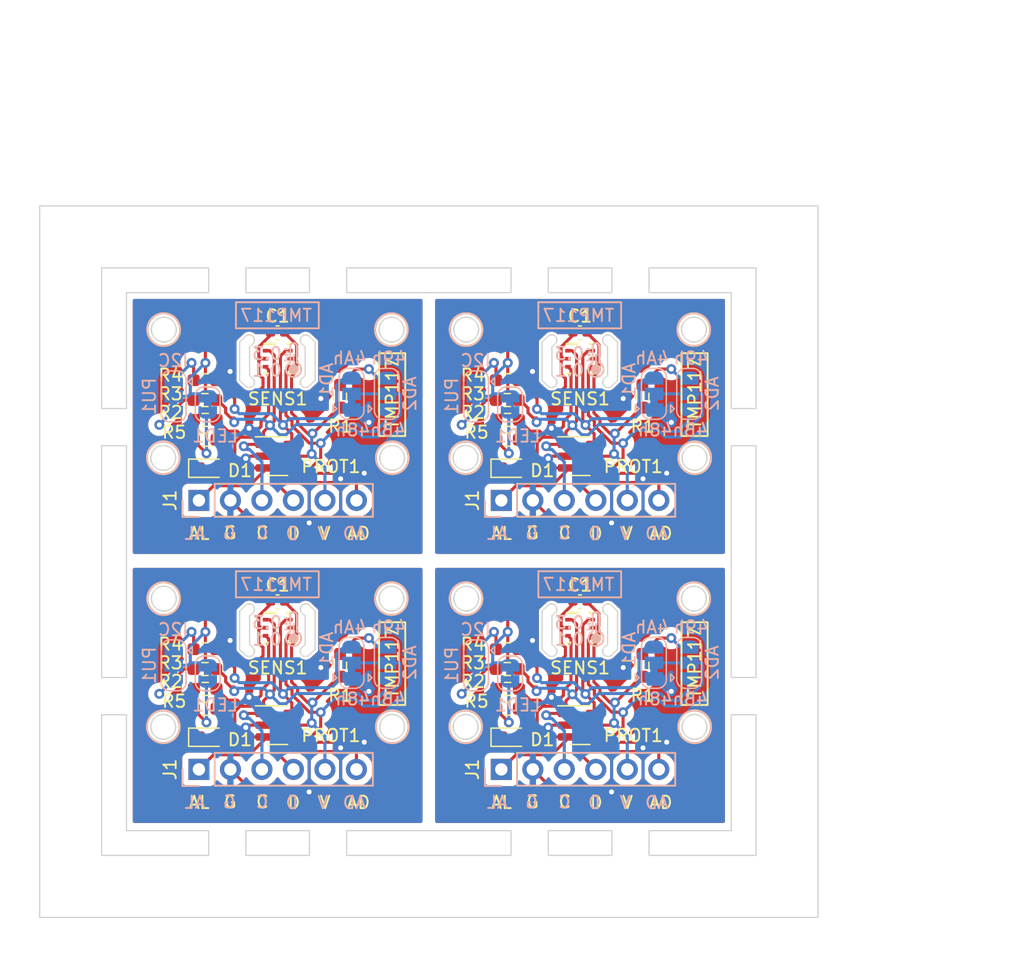
<source format=kicad_pcb>
(kicad_pcb (version 20221018) (generator pcbnew)
  (layers (0 "F.Cu" signal) (31 "B.Cu" signal) (34 "B.Paste" user) (35 "F.Paste" user) (36 "B.SilkS" user "B.Silkscreen") (37 "F.SilkS" user "F.Silkscreen") (38 "B.Mask" user) (39 "F.Mask" user) (44 "Edge.Cuts" user))
  (net 0 "")
  (net 1 "Board_0-/ADDR")
  (net 2 "Board_0-/ALERT")
  (net 3 "Board_0-/SCL")
  (net 4 "Board_0-/SDA")
  (net 5 "Board_0-GND")
  (net 6 "Board_0-Net-(AD2-B)")
  (net 7 "Board_0-Net-(D1-A)")
  (net 8 "Board_0-Net-(LED1-A)")
  (net 9 "Board_0-Net-(PU1-A)")
  (net 10 "Board_0-Net-(PU1-B)")
  (net 11 "Board_0-VDD")
  (net 12 "Board_1-/ADDR")
  (net 13 "Board_1-/ALERT")
  (net 14 "Board_1-/SCL")
  (net 15 "Board_1-/SDA")
  (net 16 "Board_1-GND")
  (net 17 "Board_1-Net-(AD2-B)")
  (net 18 "Board_1-Net-(D1-A)")
  (net 19 "Board_1-Net-(LED1-A)")
  (net 20 "Board_1-Net-(PU1-A)")
  (net 21 "Board_1-Net-(PU1-B)")
  (net 22 "Board_1-VDD")
  (net 23 "Board_2-/ADDR")
  (net 24 "Board_2-/ALERT")
  (net 25 "Board_2-/SCL")
  (net 26 "Board_2-/SDA")
  (net 27 "Board_2-GND")
  (net 28 "Board_2-Net-(AD2-B)")
  (net 29 "Board_2-Net-(D1-A)")
  (net 30 "Board_2-Net-(LED1-A)")
  (net 31 "Board_2-Net-(PU1-A)")
  (net 32 "Board_2-Net-(PU1-B)")
  (net 33 "Board_2-VDD")
  (net 34 "Board_3-/ADDR")
  (net 35 "Board_3-/ALERT")
  (net 36 "Board_3-/SCL")
  (net 37 "Board_3-/SDA")
  (net 38 "Board_3-GND")
  (net 39 "Board_3-Net-(AD2-B)")
  (net 40 "Board_3-Net-(D1-A)")
  (net 41 "Board_3-Net-(LED1-A)")
  (net 42 "Board_3-Net-(PU1-A)")
  (net 43 "Board_3-Net-(PU1-B)")
  (net 44 "Board_3-VDD")
  (footprint "Package_TO_SOT_SMD:SOT-23-6" (layer "F.Cu") (at 136.308 61.899)
    (fp_text reference "PROT1")
    (fp_text value "USBLC6-4SC6" hide)
  )
  (footprint "Resistor_SMD:R_0603_1608Metric_Pad0.98x0.95mm_HandSolder" (layer "F.Cu") (at 154.848 58.972)
    (fp_text reference "R2")
    (fp_text value "10k" hide)
  )
  (footprint "Connector_PinHeader_2.54mm:PinHeader_1x06_P2.54mm_Vertical" (layer "F.Cu") (at 154.342 65.468 90)
    (fp_text reference "J1")
    (fp_text value "Conn_01x06" hide)
  )
  (footprint "ESP32:C_0402_1005Metric_Pad0.74x0.62mm_HandSolder" (layer "F.Cu") (at 136.2993 51.9422 180)
    (fp_text reference "C1")
    (fp_text value "100n" hide)
  )
  (footprint "Resistor_SMD:R_0603_1608Metric_Pad0.98x0.95mm_HandSolder" (layer "F.Cu") (at 165.7212 35.3671 -90)
    (fp_text reference "R1")
    (fp_text value "10k" hide)
  )
  (footprint "LED_SMD:LED_0603_1608Metric_Pad1.05x0.95mm_HandSolder" (layer "F.Cu") (at 155.173 41.168)
    (fp_text reference "D1")
    (fp_text value "LED" hide)
  )
  (footprint "Package_TO_SOT_SMD:SOT-23-6" (layer "F.Cu") (at 160.692 61.899)
    (fp_text reference "PROT1")
    (fp_text value "USBLC6-4SC6" hide)
  )
  (footprint "LED_SMD:LED_0603_1608Metric_Pad1.05x0.95mm_HandSolder" (layer "F.Cu") (at 155.173 62.872)
    (fp_text reference "D1")
    (fp_text value "LED" hide)
  )
  (footprint "Connector_PinHeader_2.54mm:PinHeader_1x06_P2.54mm_Vertical" (layer "F.Cu") (at 129.958 43.764 90)
    (fp_text reference "J1")
    (fp_text value "Conn_01x06" hide)
  )
  (footprint "Resistor_SMD:R_0603_1608Metric_Pad0.98x0.95mm_HandSolder" (layer "F.Cu") (at 154.8245 35.668)
    (fp_text reference "R3")
    (fp_text value "4k7" hide)
  )
  (footprint "Resistor_SMD:R_0603_1608Metric_Pad0.98x0.95mm_HandSolder" (layer "F.Cu") (at 141.3372 35.3671 -90)
    (fp_text reference "R1")
    (fp_text value "10k" hide)
  )
  (footprint "Connector_PinHeader_2.54mm:PinHeader_1x06_P2.54mm_Vertical" (layer "F.Cu") (at 154.342 43.764 90)
    (fp_text reference "J1")
    (fp_text value "Conn_01x06" hide)
  )
  (footprint "TMP117:DRV0006B2" (layer "F.Cu") (at 160.692 54.038)
    (fp_text reference "SENS1")
    (fp_text value "TMP117AIDRVR" hide)
  )
  (footprint "Resistor_SMD:R_0603_1608Metric_Pad0.98x0.95mm_HandSolder" (layer "F.Cu") (at 154.848 37.268)
    (fp_text reference "R2")
    (fp_text value "10k" hide)
  )
  (footprint "Resistor_SMD:R_0603_1608Metric_Pad0.98x0.95mm_HandSolder" (layer "F.Cu") (at 130.4405 35.668)
    (fp_text reference "R3")
    (fp_text value "4k7" hide)
  )
  (footprint "Resistor_SMD:R_0603_1608Metric_Pad0.98x0.95mm_HandSolder" (layer "F.Cu") (at 130.464 60.572)
    (fp_text reference "R5")
    (fp_text value "1k" hide)
  )
  (footprint "ESP32:C_0402_1005Metric_Pad0.74x0.62mm_HandSolder" (layer "F.Cu") (at 136.2993 30.2382 180)
    (fp_text reference "C1")
    (fp_text value "100n" hide)
  )
  (footprint "Resistor_SMD:R_0603_1608Metric_Pad0.98x0.95mm_HandSolder" (layer "F.Cu") (at 130.464 58.972)
    (fp_text reference "R2")
    (fp_text value "10k" hide)
  )
  (footprint "Resistor_SMD:R_0603_1608Metric_Pad0.98x0.95mm_HandSolder" (layer "F.Cu") (at 130.4405 34.068)
    (fp_text reference "R4")
    (fp_text value "4k7" hide)
  )
  (footprint "Resistor_SMD:R_0603_1608Metric_Pad0.98x0.95mm_HandSolder" (layer "F.Cu") (at 154.8245 57.372)
    (fp_text reference "R3")
    (fp_text value "4k7" hide)
  )
  (footprint "Resistor_SMD:R_0603_1608Metric_Pad0.98x0.95mm_HandSolder" (layer "F.Cu") (at 130.4405 57.372)
    (fp_text reference "R3")
    (fp_text value "4k7" hide)
  )
  (footprint "ESP32:C_0402_1005Metric_Pad0.74x0.62mm_HandSolder" (layer "F.Cu") (at 160.6833 30.2382 180)
    (fp_text reference "C1")
    (fp_text value "100n" hide)
  )
  (footprint "Package_TO_SOT_SMD:SOT-23-6" (layer "F.Cu") (at 160.692 40.195)
    (fp_text reference "PROT1")
    (fp_text value "USBLC6-4SC6" hide)
  )
  (footprint "Connector_PinHeader_2.54mm:PinHeader_1x06_P2.54mm_Vertical" (layer "F.Cu") (at 129.958 65.468 90)
    (fp_text reference "J1")
    (fp_text value "Conn_01x06" hide)
  )
  (footprint "ESP32:C_0402_1005Metric_Pad0.74x0.62mm_HandSolder" (layer "F.Cu") (at 160.6833 51.9422 180)
    (fp_text reference "C1")
    (fp_text value "100n" hide)
  )
  (footprint "LED_SMD:LED_0603_1608Metric_Pad1.05x0.95mm_HandSolder" (layer "F.Cu") (at 130.789 41.168)
    (fp_text reference "D1")
    (fp_text value "LED" hide)
  )
  (footprint "TMP117:DRV0006B2" (layer "F.Cu") (at 136.308 54.038)
    (fp_text reference "SENS1")
    (fp_text value "TMP117AIDRVR" hide)
  )
  (footprint "LED_SMD:LED_0603_1608Metric_Pad1.05x0.95mm_HandSolder" (layer "F.Cu") (at 130.789 62.872)
    (fp_text reference "D1")
    (fp_text value "LED" hide)
  )
  (footprint "Resistor_SMD:R_0603_1608Metric_Pad0.98x0.95mm_HandSolder" (layer "F.Cu") (at 141.3372 57.0711 -90)
    (fp_text reference "R1")
    (fp_text value "10k" hide)
  )
  (footprint "Resistor_SMD:R_0603_1608Metric_Pad0.98x0.95mm_HandSolder" (layer "F.Cu") (at 154.8245 34.068)
    (fp_text reference "R4")
    (fp_text value "4k7" hide)
  )
  (footprint "Resistor_SMD:R_0603_1608Metric_Pad0.98x0.95mm_HandSolder" (layer "F.Cu") (at 165.7212 57.0711 -90)
    (fp_text reference "R1")
    (fp_text value "10k" hide)
  )
  (footprint "Resistor_SMD:R_0603_1608Metric_Pad0.98x0.95mm_HandSolder" (layer "F.Cu") (at 154.848 60.572)
    (fp_text reference "R5")
    (fp_text value "1k" hide)
  )
  (footprint "TMP117:DRV0006B2" (layer "F.Cu") (at 136.308 32.334)
    (fp_text reference "SENS1")
    (fp_text value "TMP117AIDRVR" hide)
  )
  (footprint "Resistor_SMD:R_0603_1608Metric_Pad0.98x0.95mm_HandSolder" (layer "F.Cu") (at 154.848 38.868)
    (fp_text reference "R5")
    (fp_text value "1k" hide)
  )
  (footprint "Package_TO_SOT_SMD:SOT-23-6" (layer "F.Cu") (at 136.308 40.195)
    (fp_text reference "PROT1")
    (fp_text value "USBLC6-4SC6" hide)
  )
  (footprint "TMP117:DRV0006B2" (layer "F.Cu") (at 160.692 32.334)
    (fp_text reference "SENS1")
    (fp_text value "TMP117AIDRVR" hide)
  )
  (footprint "Resistor_SMD:R_0603_1608Metric_Pad0.98x0.95mm_HandSolder" (layer "F.Cu") (at 154.8245 55.772)
    (fp_text reference "R4")
    (fp_text value "4k7" hide)
  )
  (footprint "Resistor_SMD:R_0603_1608Metric_Pad0.98x0.95mm_HandSolder" (layer "F.Cu") (at 130.464 38.868)
    (fp_text reference "R5")
    (fp_text value "1k" hide)
  )
  (footprint "Resistor_SMD:R_0603_1608Metric_Pad0.98x0.95mm_HandSolder" (layer "F.Cu") (at 130.4405 55.772)
    (fp_text reference "R4")
    (fp_text value "4k7" hide)
  )
  (footprint "Resistor_SMD:R_0603_1608Metric_Pad0.98x0.95mm_HandSolder" (layer "F.Cu") (at 130.464 37.268)
    (fp_text reference "R2")
    (fp_text value "10k" hide)
  )
  (footprint "Jumper:SolderJumper-2_P1.3mm_Bridged_RoundedPad1.0x1.5mm" (layer "B.Cu") (at 130.664 36.018 90)
    (fp_text reference "LED1")
    (fp_text value "SolderJumper_2_Bridged" hide)
  )
  (footprint "ESP32:SolderJumper-3_P1.3mm_Bridged123_RoundedPad1.0x1.5mm" (layer "B.Cu") (at 152.3055 57.072 -90)
    (fp_text reference "PU1")
    (fp_text value "SolderJumper_3_Bridged123" hide)
  )
  (footprint "Jumper:SolderJumper-3_P1.3mm_Open_RoundedPad1.0x1.5mm" (layer "B.Cu") (at 169.4905 35.168 90)
    (fp_text reference "AD2")
    (fp_text value "SolderJumper_3_Open" hide)
  )
  (footprint "Jumper:SolderJumper-2_P1.3mm_Bridged_RoundedPad1.0x1.5mm" (layer "B.Cu") (at 155.048 57.722 90)
    (fp_text reference "LED1")
    (fp_text value "SolderJumper_2_Bridged" hide)
  )
  (footprint "Jumper:SolderJumper-3_P1.3mm_Bridged12_RoundedPad1.0x1.5mm" (layer "B.Cu") (at 142.264 35.168 90)
    (fp_text reference "AD1")
    (fp_text value "SolderJumper_3_Bridged12" hide)
  )
  (footprint "ESP32:SolderJumper-3_P1.3mm_Bridged123_RoundedPad1.0x1.5mm" (layer "B.Cu") (at 152.3055 35.368 -90)
    (fp_text reference "PU1")
    (fp_text value "SolderJumper_3_Bridged123" hide)
  )
  (footprint "Jumper:SolderJumper-3_P1.3mm_Bridged12_RoundedPad1.0x1.5mm" (layer "B.Cu") (at 166.648 35.168 90)
    (fp_text reference "AD1")
    (fp_text value "SolderJumper_3_Bridged12" hide)
  )
  (footprint "Jumper:SolderJumper-3_P1.3mm_Open_RoundedPad1.0x1.5mm" (layer "B.Cu") (at 145.1065 35.168 90)
    (fp_text reference "AD2")
    (fp_text value "SolderJumper_3_Open" hide)
  )
  (footprint "Jumper:SolderJumper-2_P1.3mm_Bridged_RoundedPad1.0x1.5mm" (layer "B.Cu") (at 130.664 57.722 90)
    (fp_text reference "LED1")
    (fp_text value "SolderJumper_2_Bridged" hide)
  )
  (footprint "Jumper:SolderJumper-2_P1.3mm_Bridged_RoundedPad1.0x1.5mm" (layer "B.Cu") (at 155.048 36.018 90)
    (fp_text reference "LED1")
    (fp_text value "SolderJumper_2_Bridged" hide)
  )
  (footprint "ESP32:SolderJumper-3_P1.3mm_Bridged123_RoundedPad1.0x1.5mm" (layer "B.Cu") (at 127.9215 57.072 -90)
    (fp_text reference "PU1")
    (fp_text value "SolderJumper_3_Bridged123" hide)
  )
  (footprint "Jumper:SolderJumper-3_P1.3mm_Bridged12_RoundedPad1.0x1.5mm" (layer "B.Cu") (at 166.648 56.872 90)
    (fp_text reference "AD1")
    (fp_text value "SolderJumper_3_Bridged12" hide)
  )
  (footprint "Jumper:SolderJumper-3_P1.3mm_Open_RoundedPad1.0x1.5mm" (layer "B.Cu") (at 169.4905 56.872 90)
    (fp_text reference "AD2")
    (fp_text value "SolderJumper_3_Open" hide)
  )
  (footprint "Jumper:SolderJumper-3_P1.3mm_Open_RoundedPad1.0x1.5mm" (layer "B.Cu") (at 145.1065 56.872 90)
    (fp_text reference "AD2")
    (fp_text value "SolderJumper_3_Open" hide)
  )
  (footprint "Jumper:SolderJumper-3_P1.3mm_Bridged12_RoundedPad1.0x1.5mm" (layer "B.Cu") (at 142.264 56.872 90)
    (fp_text reference "AD1")
    (fp_text value "SolderJumper_3_Bridged12" hide)
  )
  (footprint "ESP32:SolderJumper-3_P1.3mm_Bridged123_RoundedPad1.0x1.5mm" (layer "B.Cu") (at 127.9215 35.368 -90)
    (fp_text reference "PU1")
    (fp_text value "SolderJumper_3_Bridged123" hide)
  )
  (gr_line (start 137.324 31.3304) (end 137.324 32.6512) (stroke (width 0.153)) (layer "B.SilkS"))
  (gr_circle (center 145.4774 29.9842) (end 146.7982 29.9842) (stroke (width 0.15)) (fill none) (layer "B.SilkS"))
  (gr_line (start 137.0446 53.9488) (end 137.1208 53.9488) (stroke (width 0.153)) (layer "B.SilkS"))
  (gr_line (start 136.9049 31.559) (end 137.1208 31.559) (stroke (width 0.153)) (layer "B.SilkS"))
  (gr_line (start 161.9747 33.197508) (end 161.9747 32.0162) (stroke (width 0.153)) (layer "B.SilkS"))
  (gr_line (start 153.0212 45.0972) (end 154.342 45.0972) (stroke (width 0.15)) (layer "B.SilkS"))
  (gr_rect (start 155.612 64.1342) (end 168.3628 66.7758) (stroke (width 0.15)) (fill none) (layer "B.SilkS"))
  (gr_line (start 162.2414 31.3304) (end 162.2414 32.6512) (stroke (width 0.153)) (layer "B.SilkS"))
  (gr_line (start 153.0212 43.751) (end 153.0212 45.0972) (stroke (width 0.15)) (layer "B.SilkS"))
  (gr_arc (start 162.247853 54.3552) (mid 161.9747 55.512298) (end 161.701547 54.3552) (stroke (width 0.153)) (layer "B.SilkS"))
  (gr_line (start 161.4286 31.7876) (end 161.5048 31.7876) (stroke (width 0.153)) (layer "B.SilkS"))
  (gr_line (start 137.5907 33.197508) (end 137.5907 32.0162) (stroke (width 0.153)) (layer "B.SilkS"))
  (gr_arc (start 137.863853 54.3552) (mid 137.5907 55.512298) (end 137.317547 54.3552) (stroke (width 0.153)) (layer "B.SilkS"))
  (gr_line (start 153.0212 66.8012) (end 154.342 66.8012) (stroke (width 0.15)) (layer "B.SilkS"))
  (gr_circle (center 145.5536 62.026) (end 146.8744 62.026) (stroke (width 0.15)) (fill none) (layer "B.SilkS"))
  (gr_circle (center 169.8614 51.6882) (end 171.1822 51.6882) (stroke (width 0.15)) (fill none) (layer "B.SilkS"))
  (gr_arc (start 137.863853 32.6512) (mid 137.5907 33.808298) (end 137.317547 32.6512) (stroke (width 0.153)) (layer "B.SilkS"))
  (gr_circle (center 137.5907 33.197508) (end 137.9336 33.1846) (stroke (width 0.153)) (fill solid) (layer "B.SilkS"))
  (gr_circle (center 145.4774 51.6882) (end 146.7982 51.6882) (stroke (width 0.15)) (fill none) (layer "B.SilkS"))
  (gr_rect (start 132.9425 49.4784) (end 139.6227 51.5866) (stroke (width 0.153)) (fill none) (layer "B.SilkS"))
  (gr_circle (center 127.0878 62.026) (end 128.4086 62.026) (stroke (width 0.15)) (fill none) (layer "B.SilkS"))
  (gr_arc (start 162.247853 32.6512) (mid 161.9747 33.808298) (end 161.701547 32.6512) (stroke (width 0.153)) (layer "B.SilkS"))
  (gr_line (start 137.8574 53.0344) (end 137.8574 54.3552) (stroke (width 0.153)) (layer "B.SilkS"))
  (gr_line (start 136.9049 32.0162) (end 137.1208 32.0162) (stroke (width 0.153)) (layer "B.SilkS"))
  (gr_rect (start 131.228 42.4302) (end 143.9788 45.0718) (stroke (width 0.15)) (fill none) (layer "B.SilkS"))
  (gr_line (start 137.0446 53.4916) (end 137.1208 53.4916) (stroke (width 0.153)) (layer "B.SilkS"))
  (gr_line (start 128.6372 66.8012) (end 129.958 66.8012) (stroke (width 0.15)) (layer "B.SilkS"))
  (gr_line (start 153.0212 65.455) (end 153.0212 66.8012) (stroke (width 0.15)) (layer "B.SilkS"))
  (gr_line (start 137.5907 54.901508) (end 137.5907 53.7202) (stroke (width 0.153)) (layer "B.SilkS"))
  (gr_line (start 136.9049 53.263) (end 137.1208 53.263) (stroke (width 0.153)) (layer "B.SilkS"))
  (gr_circle (center 169.8614 29.9842) (end 171.1822 29.9842) (stroke (width 0.15)) (fill none) (layer "B.SilkS"))
  (gr_line (start 162.2414 53.0344) (end 162.2414 54.3552) (stroke (width 0.153)) (layer "B.SilkS"))
  (gr_circle (center 127.1132 51.6882) (end 128.434 51.6882) (stroke (width 0.15)) (fill none) (layer "B.SilkS"))
  (gr_circle (center 161.9747 54.901508) (end 162.3176 54.8886) (stroke (width 0.153)) (fill solid) (layer "B.SilkS"))
  (gr_rect (start 157.3265 27.7744) (end 164.0067 29.8826) (stroke (width 0.153)) (fill none) (layer "B.SilkS"))
  (gr_line (start 136.9049 32.4734) (end 137.1208 32.4734) (stroke (width 0.153)) (layer "B.SilkS"))
  (gr_circle (center 169.9376 40.322) (end 171.2584 40.322) (stroke (width 0.15)) (fill none) (layer "B.SilkS"))
  (gr_line (start 136.9049 54.1774) (end 137.1208 54.1774) (stroke (width 0.153)) (layer "B.SilkS"))
  (gr_arc (start 137.324 31.3304) (mid 137.5907 31.0637) (end 137.8574 31.3304) (stroke (width 0.153)) (layer "B.SilkS"))
  (gr_line (start 161.708 53.0344) (end 161.708 54.3552) (stroke (width 0.153)) (layer "B.SilkS"))
  (gr_line (start 137.8574 31.3304) (end 137.8574 32.6512) (stroke (width 0.153)) (layer "B.SilkS"))
  (gr_line (start 161.2889 32.0162) (end 161.5048 32.0162) (stroke (width 0.153)) (layer "B.SilkS"))
  (gr_circle (center 151.4718 40.322) (end 152.7926 40.322) (stroke (width 0.15)) (fill none) (layer "B.SilkS"))
  (gr_circle (center 145.5536 40.322) (end 146.8744 40.322) (stroke (width 0.15)) (fill none) (layer "B.SilkS"))
  (gr_line (start 137.324 53.0344) (end 137.324 54.3552) (stroke (width 0.153)) (layer "B.SilkS"))
  (gr_rect (start 155.612 42.4302) (end 168.3628 45.0718) (stroke (width 0.15)) (fill none) (layer "B.SilkS"))
  (gr_circle (center 169.9376 62.026) (end 171.2584 62.026) (stroke (width 0.15)) (fill none) (layer "B.SilkS"))
  (gr_line (start 161.2889 53.7202) (end 161.5048 53.7202) (stroke (width 0.153)) (layer "B.SilkS"))
  (gr_circle (center 161.9747 33.197508) (end 162.3176 33.1846) (stroke (width 0.153)) (fill solid) (layer "B.SilkS"))
  (gr_line (start 128.6372 45.0972) (end 129.958 45.0972) (stroke (width 0.15)) (layer "B.SilkS"))
  (gr_line (start 137.0446 32.2448) (end 137.1208 32.2448) (stroke (width 0.153)) (layer "B.SilkS"))
  (gr_circle (center 127.0878 40.322) (end 128.4086 40.322) (stroke (width 0.15)) (fill none) (layer "B.SilkS"))
  (gr_line (start 161.2889 54.1774) (end 161.5048 54.1774) (stroke (width 0.153)) (layer "B.SilkS"))
  (gr_line (start 128.6372 65.455) (end 128.6372 66.8012) (stroke (width 0.15)) (layer "B.SilkS"))
  (gr_line (start 161.2889 32.4734) (end 161.5048 32.4734) (stroke (width 0.153)) (layer "B.SilkS"))
  (gr_arc (start 161.708 31.3304) (mid 161.9747 31.0637) (end 162.2414 31.3304) (stroke (width 0.153)) (layer "B.SilkS"))
  (gr_line (start 161.2889 31.559) (end 161.5048 31.559) (stroke (width 0.153)) (layer "B.SilkS"))
  (gr_line (start 161.9747 54.901508) (end 161.9747 53.7202) (stroke (width 0.153)) (layer "B.SilkS"))
  (gr_rect (start 132.9425 27.7744) (end 139.6227 29.8826) (stroke (width 0.153)) (fill none) (layer "B.SilkS"))
  (gr_line (start 137.0446 31.7876) (end 137.1208 31.7876) (stroke (width 0.153)) (layer "B.SilkS"))
  (gr_rect (start 131.228 64.1342) (end 143.9788 66.7758) (stroke (width 0.15)) (fill none) (layer "B.SilkS"))
  (gr_circle (center 137.5907 54.901508) (end 137.9336 54.8886) (stroke (width 0.153)) (fill solid) (layer "B.SilkS"))
  (gr_line (start 161.4286 53.4916) (end 161.5048 53.4916) (stroke (width 0.153)) (layer "B.SilkS"))
  (gr_line (start 161.4286 32.2448) (end 161.5048 32.2448) (stroke (width 0.153)) (layer "B.SilkS"))
  (gr_rect (start 157.3265 49.4784) (end 164.0067 51.5866) (stroke (width 0.153)) (fill none) (layer "B.SilkS"))
  (gr_arc (start 137.324 53.0344) (mid 137.5907 52.7677) (end 137.8574 53.0344) (stroke (width 0.153)) (layer "B.SilkS"))
  (gr_arc (start 161.708 53.0344) (mid 161.9747 52.7677) (end 162.2414 53.0344) (stroke (width 0.153)) (layer "B.SilkS"))
  (gr_line (start 128.6372 43.751) (end 128.6372 45.0972) (stroke (width 0.15)) (layer "B.SilkS"))
  (gr_line (start 161.4286 53.9488) (end 161.5048 53.9488) (stroke (width 0.153)) (layer "B.SilkS"))
  (gr_circle (center 151.4972 29.9842) (end 152.818 29.9842) (stroke (width 0.15)) (fill none) (layer "B.SilkS"))
  (gr_line (start 161.2889 53.263) (end 161.5048 53.263) (stroke (width 0.153)) (layer "B.SilkS"))
  (gr_line (start 136.9049 53.7202) (end 137.1208 53.7202) (stroke (width 0.153)) (layer "B.SilkS"))
  (gr_circle (center 151.4718 62.026) (end 152.7926 62.026) (stroke (width 0.15)) (fill none) (layer "B.SilkS"))
  (gr_circle (center 151.4972 51.6882) (end 152.818 51.6882) (stroke (width 0.15)) (fill none) (layer "B.SilkS"))
  (gr_circle (center 127.1132 29.9842) (end 128.434 29.9842) (stroke (width 0.15)) (fill none) (layer "B.SilkS"))
  (gr_line (start 161.708 31.3304) (end 161.708 32.6512) (stroke (width 0.153)) (layer "B.SilkS"))
  (gr_rect (start 144.4868 53.5932) (end 146.595 60.2734) (stroke (width 0.153)) (fill none) (layer "F.SilkS"))
  (gr_circle (center 145.5536 62.026) (end 146.8744 62.026) (stroke (width 0.15)) (fill none) (layer "F.SilkS"))
  (gr_circle (center 145.4774 29.9842) (end 146.7982 29.9842) (stroke (width 0.15)) (fill none) (layer "F.SilkS"))
  (gr_circle (center 127.1132 29.9842) (end 128.434 29.9842) (stroke (width 0.15)) (fill none) (layer "F.SilkS"))
  (gr_circle (center 127.0878 62.026) (end 128.4086 62.026) (stroke (width 0.15)) (fill none) (layer "F.SilkS"))
  (gr_circle (center 151.4972 29.9842) (end 152.818 29.9842) (stroke (width 0.15)) (fill none) (layer "F.SilkS"))
  (gr_circle (center 151.4972 51.6882) (end 152.818 51.6882) (stroke (width 0.15)) (fill none) (layer "F.SilkS"))
  (gr_circle (center 169.9376 62.026) (end 171.2584 62.026) (stroke (width 0.15)) (fill none) (layer "F.SilkS"))
  (gr_rect (start 144.4868 31.8892) (end 146.595 38.5694) (stroke (width 0.153)) (fill none) (layer "F.SilkS"))
  (gr_rect (start 168.8708 31.8892) (end 170.979 38.5694) (stroke (width 0.153)) (fill none) (layer "F.SilkS"))
  (gr_circle (center 127.0878 40.322) (end 128.4086 40.322) (stroke (width 0.15)) (fill none) (layer "F.SilkS"))
  (gr_rect (start 168.8708 53.5932) (end 170.979 60.2734) (stroke (width 0.153)) (fill none) (layer "F.SilkS"))
  (gr_circle (center 169.8614 29.9842) (end 171.1822 29.9842) (stroke (width 0.15)) (fill none) (layer "F.SilkS"))
  (gr_circle (center 145.5536 40.322) (end 146.8744 40.322) (stroke (width 0.15)) (fill none) (layer "F.SilkS"))
  (gr_circle (center 151.4718 40.322) (end 152.7926 40.322) (stroke (width 0.15)) (fill none) (layer "F.SilkS"))
  (gr_circle (center 151.4718 62.026) (end 152.7926 62.026) (stroke (width 0.15)) (fill none) (layer "F.SilkS"))
  (gr_circle (center 169.9376 40.322) (end 171.2584 40.322) (stroke (width 0.15)) (fill none) (layer "F.SilkS"))
  (gr_circle (center 169.8614 51.6882) (end 171.1822 51.6882) (stroke (width 0.15)) (fill none) (layer "F.SilkS"))
  (gr_circle (center 127.1132 51.6882) (end 128.434 51.6882) (stroke (width 0.15)) (fill none) (layer "F.SilkS"))
  (gr_circle (center 145.4774 51.6882) (end 146.7982 51.6882) (stroke (width 0.15)) (fill none) (layer "F.SilkS"))
  (gr_line (start 170.891559 62.282854) (end 170.878264 62.330503) (stroke (width 0.1)) (layer "Edge.Cuts"))
  (gr_line (start 146.518482 40.530606) (end 146.507559 40.578854) (stroke (width 0.1)) (layer "Edge.Cuts"))
  (gr_line (start 138.154917 52.399972) (end 138.170972 52.360023) (stroke (width 0.1)) (layer "Edge.Cuts"))
  (gr_line (start 152.507108 51.589213) (end 152.510776 51.638546) (stroke (width 0.1)) (layer "Edge.Cuts"))
  (gr_line (start 152.468264 51.395496) (end 152.481559 51.443145) (stroke (width 0.1)) (layer "Edge.Cuts"))
  (gr_line (start 162.532429 34.351493) (end 162.52262 34.309571) (stroke (width 0.1)) (layer "Edge.Cuts"))
  (gr_line (start 162.784121 30.439449) (end 162.824912 30.425672) (stroke (width 0.1)) (layer "Edge.Cuts"))
  (gr_line (start 127.717784 50.880439) (end 127.756999 50.910594) (stroke (width 0.1)) (layer "Edge.Cuts"))
  (gr_line (start 138.142721 34.13851) (end 138.154528 34.097105) (stroke (width 0.1)) (layer "Edge.Cuts"))
  (gr_line (start 145.476197 61.039911) (end 145.525631 61.038076) (stroke (width 0.1)) (layer "Edge.Cuts"))
  (gr_line (start 144.752874 62.657336) (end 144.723206 62.617751) (stroke (width 0.1)) (layer "Edge.Cuts"))
  (gr_line (start 144.625126 40.742242) (end 144.606054 40.696598) (stroke (width 0.1)) (layer "Edge.Cuts"))
  (gr_line (start 168.973262 40.650066) (end 168.958793 40.60276) (stroke (width 0.1)) (layer "Edge.Cuts"))
  (gr_line (start 144.702874 51.068663) (end 144.734463 51.030593) (stroke (width 0.1)) (layer "Edge.Cuts"))
  (gr_line (start 127.865045 29.308156) (end 127.897566 29.345433) (stroke (width 0.1)) (layer "Edge.Cuts"))
  (gr_line (start 169.079532 40.872747) (end 169.05392 40.830425) (stroke (width 0.1)) (layer "Edge.Cuts"))
  (gr_line (start 133.777964 56.288052) (end 133.49144 56.034991) (stroke (width 0.1)) (layer "Edge.Cuts"))
  (gr_line (start 150.852421 39.541274) (end 150.89237 39.512098) (stroke (width 0.1)) (layer "Edge.Cuts"))
  (gr_line (start 151.836096 39.40661) (end 151.881501 39.426245) (stroke (width 0.1)) (layer "Edge.Cuts"))
  (gr_line (start 138.715418 34.627214) (end 138.695261 34.634791) (stroke (width 0.1)) (layer "Edge.Cuts"))
  (gr_line (start 150.469639 62.161369) (end 150.464752 62.112142) (stroke (width 0.1)) (layer "Edge.Cuts"))
  (gr_line (start 146.116999 30.761405) (end 146.077784 30.79156) (stroke (width 0.1)) (layer "Edge.Cuts"))
  (gr_line (start 152.101784 50.880439) (end 152.140999 50.910594) (stroke (width 0.1)) (layer "Edge.Cuts"))
  (gr_line (start 126.186432 39.881111) (end 126.20992 39.837574) (stroke (width 0.1)) (layer "Edge.Cuts"))
  (gr_line (start 133.744 70.408) (end 133.744 70.408) (stroke (width 0.1)) (layer "Edge.Cuts"))
  (gr_line (start 158.821428 52.545151) (end 158.818216 52.588082) (stroke (width 0.1)) (layer "Edge.Cuts"))
  (gr_line (start 163.058745 52.130664) (end 163.099418 52.144786) (stroke (width 0.1)) (layer "Edge.Cuts"))
  (gr_line (start 158.805293 30.947316) (end 158.798866 30.967867) (stroke (width 0.1)) (layer "Edge.Cuts"))
  (gr_line (start 126.196054 51.325401) (end 126.215126 51.279757) (stroke (width 0.1)) (layer "Edge.Cuts"))
  (gr_line (start 158.664416 52.205398) (end 158.696444 52.234166) (stroke (width 0.1)) (layer "Edge.Cuts"))
  (gr_line (start 158.726198 55.666943) (end 158.739375 55.683976) (stroke (width 0.1)) (layer "Edge.Cuts"))
  (gr_line (start 170.500999 30.761405) (end 170.461784 30.79156) (stroke (width 0.1)) (layer "Edge.Cuts"))
  (gr_line (start 163.256 25) (end 163.256 27) (stroke (width 0.1)) (layer "Edge.Cuts"))
  (gr_line (start 126.50837 61.216098) (end 126.549713 61.188933) (stroke (width 0.1)) (layer "Edge.Cuts"))
  (gr_line (start 151.449631 39.334076) (end 151.499096 39.334688) (stroke (width 0.1)) (layer "Edge.Cuts"))
  (gr_line (start 127.164471 41.330254) (end 127.115096 41.333311) (stroke (width 0.1)) (layer "Edge.Cuts"))
  (gr_line (start 168.874752 29.909857) (end 168.879639 29.86063) (stroke (width 0.1)) (layer "Edge.Cuts"))
  (gr_line (start 145.525631 41.333923) (end 145.476197 41.332088) (stroke (width 0.1)) (layer "Edge.Cuts"))
  (gr_line (start 170.38588 61.152102) (end 170.429123 61.176126) (stroke (width 0.1)) (layer "Edge.Cuts"))
  (gr_line (start 158.341847 30.410389) (end 158.384759 30.406935) (stroke (width 0.1)) (layer "Edge.Cuts"))
  (gr_line (start 144.625126 39.925757) (end 144.646432 39.881111) (stroke (width 0.1)) (layer "Edge.Cuts"))
  (gr_line (start 146.418092 62.512801) (end 146.393535 62.555744) (stroke (width 0.1)) (layer "Edge.Cuts"))
  (gr_line (start 162.611241 52.80605) (end 162.585767 52.77134) (stroke (width 0.1)) (layer "Edge.Cuts"))
  (gr_line (start 162.90962 30.410833) (end 162.952665 30.409923) (stroke (width 0.1)) (layer "Edge.Cuts"))
  (gr_line (start 150.464752 62.112142) (end 150.462305 62.062734) (stroke (width 0.1)) (layer "Edge.Cuts"))
  (gr_line (start 151.020173 61.140899) (end 151.065079 61.120147) (stroke (width 0.1)) (layer "Edge.Cuts"))
  (gr_line (start 157.87544 34.330991) (end 157.62544 34.080991) (stroke (width 0.1)) (layer "Edge.Cuts"))
  (gr_line (start 151.070173 29.086899) (end 151.115079 29.066147) (stroke (width 0.1)) (layer "Edge.Cuts"))
  (gr_line (start 158.810438 56.031669) (end 158.798514 56.073041) (stroke (width 0.1)) (layer "Edge.Cuts"))
  (gr_line (start 168.923262 29.667933) (end 168.940054 29.621401) (stroke (width 0.1)) (layer "Edge.Cuts"))
  (gr_line (start 144.767896 30.677867) (end 144.734463 30.641406) (stroke (width 0.1)) (layer "Edge.Cuts"))
  (gr_line (start 144.959713 52.537066) (end 144.91837 52.509901) (stroke (width 0.1)) (layer "Edge.Cuts"))
  (gr_line (start 169.520956 50.751641) (end 169.567692 50.735426) (stroke (width 0.1)) (layer "Edge.Cuts"))
  (gr_line (start 150.741896 62.731867) (end 150.708463 62.695406) (stroke (width 0.1)) (layer "Edge.Cuts"))
  (gr_line (start 158.821428 30.841151) (end 158.818216 30.884082) (stroke (width 0.1)) (layer "Edge.Cuts"))
  (gr_line (start 152.507108 30.082786) (end 152.501005 30.131877) (stroke (width 0.1)) (layer "Edge.Cuts"))
  (gr_line (start 134.1285 52.12669) (end 134.169286 52.140467) (stroke (width 0.1)) (layer "Edge.Cuts"))
  (gr_line (start 144.596432 51.235111) (end 144.61992 51.191574) (stroke (width 0.1)) (layer "Edge.Cuts"))
  (gr_line (start 127.717784 30.79156) (end 127.677126 30.819739) (stroke (width 0.1)) (layer "Edge.Cuts"))
  (gr_line (start 126.128305 30.008734) (end 126.128305 29.959265) (stroke (width 0.1)) (layer "Edge.Cuts"))
  (gr_line (start 150.619532 40.872747) (end 150.59392 40.830425) (stroke (width 0.1)) (layer "Edge.Cuts"))
  (gr_line (start 170.852482 29.787393) (end 170.861005 29.836122) (stroke (width 0.1)) (layer "Edge.Cuts"))
  (gr_line (start 145.768653 50.72819) (end 145.815776 50.743244) (stroke (width 0.1)) (layer "Edge.Cuts"))
  (gr_line (start 150.708463 61.380593) (end 150.741896 61.344132) (stroke (width 0.1)) (layer "Edge.Cuts"))
  (gr_line (start 145.376913 50.694189) (end 145.426197 50.689911) (stroke (width 0.1)) (layer "Edge.Cuts"))
  (gr_line (start 158.553302 34.625578) (end 158.512509 34.639357) (stroke (width 0.1)) (layer "Edge.Cuts"))
  (gr_line (start 152.312204 51.088272) (end 152.340883 51.128579) (stroke (width 0.1)) (layer "Edge.Cuts"))
  (gr_line (start 151.253281 39.356024) (end 151.301901 39.346898) (stroke (width 0.1)) (layer "Edge.Cuts"))
  (gr_line (start 150.549126 61.629757) (end 150.570432 61.585111) (stroke (width 0.1)) (layer "Edge.Cuts"))
  (gr_line (start 162.517021 52.569676) (end 162.515958 52.548168) (stroke (width 0.1)) (layer "Edge.Cuts"))
  (gr_line (start 127.744675 39.588652) (end 127.78072 39.622533) (stroke (width 0.1)) (layer "Edge.Cuts"))
  (gr_line (start 170.867108 51.786786) (end 170.861005 51.835877) (stroke (width 0.1)) (layer "Edge.Cuts"))
  (gr_line (start 169.086874 51.068663) (end 169.118463 51.030593) (stroke (width 0.1)) (layer "Edge.Cuts"))
  (gr_line (start 145.141079 62.955852) (end 145.096173 62.9351) (stroke (width 0.1)) (layer "Edge.Cuts"))
  (gr_line (start 144.646432 62.490888) (end 144.625126 62.446242) (stroke (width 0.1)) (layer "Edge.Cuts"))
  (gr_line (start 127.065631 41.333923) (end 127.016197 41.332088) (stroke (width 0.1)) (layer "Edge.Cuts"))
  (gr_line (start 126.130752 30.058142) (end 126.128305 30.008734) (stroke (width 0.1)) (layer "Edge.Cuts"))
  (gr_line (start 162.744936 34.610711) (end 162.707762 34.588991) (stroke (width 0.1)) (layer "Edge.Cuts"))
  (gr_line (start 169.086874 29.364663) (end 169.118463 29.326593) (stroke (width 0.1)) (layer "Edge.Cuts"))
  (gr_line (start 150.53668 29.763202) (end 150.548793 29.715239) (stroke (width 0.1)) (layer "Edge.Cuts"))
  (gr_line (start 146.483108 51.589213) (end 146.486776 51.638546) (stroke (width 0.1)) (layer "Edge.Cuts"))
  (gr_line (start 158.75096 52.300666) (end 158.772888 52.337714) (stroke (width 0.1)) (layer "Edge.Cuts"))
  (gr_line (start 145.574471 50.691745) (end 145.623633 50.69724) (stroke (width 0.1)) (layer "Edge.Cuts"))
  (gr_line (start 145.995123 29.122126) (end 146.037126 29.14826) (stroke (width 0.1)) (layer "Edge.Cuts"))
  (gr_line (start 126.078305 40.358734) (end 126.078305 40.309265) (stroke (width 0.1)) (layer "Edge.Cuts"))
  (gr_line (start 138.400121 34.628551) (end 138.360936 34.610711) (stroke (width 0.1)) (layer "Edge.Cuts"))
  (gr_line (start 169.009126 39.925757) (end 169.030432 39.881111) (stroke (width 0.1)) (layer "Edge.Cuts"))
  (gr_line (start 150.976349 39.459847) (end 151.020173 39.436899) (stroke (width 0.1)) (layer "Edge.Cuts"))
  (gr_line (start 138.28898 52.208384) (end 138.323762 52.183009) (stroke (width 0.1)) (layer "Edge.Cuts"))
  (gr_line (start 151.303281 30.961975) (end 151.255172 30.950457) (stroke (width 0.1)) (layer "Edge.Cuts"))
  (gr_line (start 162.888188 34.655076) (end 162.845779 34.647646) (stroke (width 0.1)) (layer "Edge.Cuts"))
  (gr_line (start 146.518482 61.841393) (end 146.527005 61.890122) (stroke (width 0.1)) (layer "Edge.Cuts"))
  (gr_line (start 144.596432 29.531111) (end 144.61992 29.487574) (stroke (width 0.1)) (layer "Edge.Cuts"))
  (gr_line (start 146.225045 30.659843) (end 146.19072 30.695466) (stroke (width 0.1)) (layer "Edge.Cuts"))
  (gr_line (start 144.495639 29.86063) (end 144.502954 29.811705) (stroke (width 0.1)) (layer "Edge.Cuts"))
  (gr_line (start 126.236432 52.140888) (end 126.215126 52.096242) (stroke (width 0.1)) (layer "Edge.Cuts"))
  (gr_line (start 158.629637 30.476025) (end 158.664416 30.501398) (stroke (width 0.1)) (layer "Edge.Cuts"))
  (gr_line (start 169.237092 41.062629) (end 169.201896 41.027867) (stroke (width 0.1)) (layer "Edge.Cuts"))
  (gr_line (start 128.126776 51.737453) (end 128.123108 51.786786) (stroke (width 0.1)) (layer "Edge.Cuts"))
  (gr_line (start 170.202653 39.37419) (end 170.249776 39.389244) (stroke (width 0.1)) (layer "Edge.Cuts"))
  (gr_line (start 151.548471 63.034254) (end 151.499096 63.037311) (stroke (width 0.1)) (layer "Edge.Cuts"))
  (gr_line (start 170.421126 50.85226) (end 170.461784 50.880439) (stroke (width 0.1)) (layer "Edge.Cuts"))
  (gr_line (start 170.471126 62.873739) (end 170.429123 62.899873) (stroke (width 0.1)) (layer "Edge.Cuts"))
  (gr_line (start 169.187092 52.416629) (end 169.151896 52.381867) (stroke (width 0.1)) (layer "Edge.Cuts"))
  (gr_line (start 150.498793 40.065239) (end 150.513262 40.017933) (stroke (width 0.1)) (layer "Edge.Cuts"))
  (gr_line (start 145.720843 29.011485) (end 145.768653 29.02419) (stroke (width 0.1)) (layer "Edge.Cuts"))
  (gr_line (start 169.810197 30.982088) (end 169.760913 30.97781) (stroke (width 0.1)) (layer "Edge.Cuts"))
  (gr_line (start 151.836096 61.11061) (end 151.881501 61.130245) (stroke (width 0.1)) (layer "Edge.Cuts"))
  (gr_line (start 138.190992 34.450093) (end 138.170971 34.411976) (stroke (width 0.1)) (layer "Edge.Cuts"))
  (gr_line (start 170.429123 61.176126) (end 170.471126 61.20226) (stroke (width 0.1)) (layer "Edge.Cuts"))
  (gr_line (start 127.262464 41.316839) (end 127.213633 41.324759) (stroke (width 0.1)) (layer "Edge.Cuts"))
  (gr_line (start 151.92588 41.219897) (end 151.881501 41.241754) (stroke (width 0.1)) (layer "Edge.Cuts"))
  (gr_line (start 145.183692 29.031426) (end 145.231172 29.017542) (stroke (width 0.1)) (layer "Edge.Cuts"))
  (gr_line (start 152.340883 52.24742) (end 152.312204 52.287727) (stroke (width 0.1)) (layer "Edge.Cuts"))
  (gr_line (start 127.214471 28.987745) (end 127.263633 28.99324) (stroke (width 0.1)) (layer "Edge.Cuts"))
  (gr_line (start 127.815045 41.009843) (end 127.78072 41.045466) (stroke (width 0.1)) (layer "Edge.Cuts"))
  (gr_line (start 145.525631 63.037923) (end 145.476197 63.036088) (stroke (width 0.1)) (layer "Edge.Cuts"))
  (gr_line (start 145.091079 30.901852) (end 145.046173 30.8811) (stroke (width 0.1)) (layer "Edge.Cuts"))
  (gr_line (start 158.739375 33.979976) (end 158.763054 34.015936) (stroke (width 0.1)) (layer "Edge.Cuts"))
  (gr_line (start 134.313338 33.930991) (end 134.342198 33.962943) (stroke (width 0.1)) (layer "Edge.Cuts"))
  (gr_line (start 168.874752 30.058142) (end 168.872305 30.008734) (stroke (width 0.1)) (layer "Edge.Cuts"))
  (gr_line (start 152.281566 29.345433) (end 152.312204 29.384272) (stroke (width 0.1)) (layer "Edge.Cuts"))
  (gr_line (start 169.136874 62.657336) (end 169.107206 62.617751) (stroke (width 0.1)) (layer "Edge.Cuts"))
  (gr_line (start 127.794675 29.238652) (end 127.83072 29.272533) (stroke (width 0.1)) (layer "Edge.Cuts"))
  (gr_line (start 133.796181 56.299538) (end 133.777964 56.288052) (stroke (width 0.1)) (layer "Edge.Cuts"))
  (gr_line (start 158.762437 34.44711) (end 158.738655 34.483002) (stroke (width 0.1)) (layer "Edge.Cuts"))
  (gr_line (start 170.841559 30.228854) (end 170.828264 30.276503) (stroke (width 0.1)) (layer "Edge.Cuts"))
  (gr_line (start 158.798514 34.369041) (end 158.782459 34.408992) (stroke (width 0.1)) (layer "Edge.Cuts"))
  (gr_line (start 138.872 70.408) (end 138.872 72.408) (stroke (width 0.1)) (layer "Edge.Cuts"))
  (gr_line (start 168.923262 30.300066) (end 168.908793 30.25276) (stroke (width 0.1)) (layer "Edge.Cuts"))
  (gr_line (start 151.020173 41.2311) (end 150.976349 41.208152) (stroke (width 0.1)) (layer "Edge.Cuts"))
  (gr_line (start 150.513262 61.721933) (end 150.530054 61.675401) (stroke (width 0.1)) (layer "Edge.Cuts"))
  (gr_line (start 170.008471 63.034254) (end 169.959096 63.037311) (stroke (width 0.1)) (layer "Edge.Cuts"))
  (gr_line (start 170.471126 39.49826) (end 170.511784 39.526439) (stroke (width 0.1)) (layer "Edge.Cuts"))
  (gr_line (start 138.52562 30.410833) (end 138.568665 30.409923) (stroke (width 0.1)) (layer "Edge.Cuts"))
  (gr_line (start 145.95188 52.573897) (end 145.907501 52.595754) (stroke (width 0.1)) (layer "Edge.Cuts"))
  (gr_line (start 146.533108 61.939213) (end 146.536776 61.988546) (stroke (width 0.1)) (layer "Edge.Cuts"))
  (gr_line (start 126.135639 51.811369) (end 126.130752 51.762142) (stroke (width 0.1)) (layer "Edge.Cuts"))
  (gr_line (start 170.841559 29.739145) (end 170.852482 29.787393) (stroke (width 0.1)) (layer "Edge.Cuts"))
  (gr_line (start 150.519639 29.86063) (end 150.526954 29.811705) (stroke (width 0.1)) (layer "Edge.Cuts"))
  (gr_line (start 170.812629 52.027436) (end 170.794691 52.073538) (stroke (width 0.1)) (layer "Edge.Cuts"))
  (gr_line (start 150.526954 29.811705) (end 150.53668 29.763202) (stroke (width 0.1)) (layer "Edge.Cuts"))
  (gr_line (start 151.836096 41.261389) (end 151.789776 41.278755) (stroke (width 0.1)) (layer "Edge.Cuts"))
  (gr_line (start 150.570432 62.490888) (end 150.549126 62.446242) (stroke (width 0.1)) (layer "Edge.Cuts"))
  (gr_line (start 150.599126 51.279757) (end 150.620432 51.235111) (stroke (width 0.1)) (layer "Edge.Cuts"))
  (gr_line (start 169.430173 50.790899) (end 169.475079 50.770147) (stroke (width 0.1)) (layer "Edge.Cuts"))
  (gr_line (start 127.756999 30.761405) (end 127.717784 30.79156) (stroke (width 0.1)) (layer "Edge.Cuts"))
  (gr_line (start 152.452629 30.323436) (end 152.434691 30.369538) (stroke (width 0.1)) (layer "Edge.Cuts"))
  (gr_line (start 163.13845 30.458958) (end 163.175439 30.480992) (stroke (width 0.1)) (layer "Edge.Cuts"))
  (gr_line (start 127.360843 29.011485) (end 127.408653 29.02419) (stroke (width 0.1)) (layer "Edge.Cuts"))
  (gr_line (start 169.393713 61.188933) (end 169.436349 61.163847) (stroke (width 0.1)) (layer "Edge.Cuts"))
  (gr_line (start 124.116 61.056) (end 124.116 70.408) (stroke (width 0.1)) (layer "Edge.Cuts"))
  (gr_line (start 146.538 62.038) (end 146.536776 62.087453) (stroke (width 0.1)) (layer "Edge.Cuts"))
  (gr_line (start 145.722464 39.35116) (end 145.770843 39.361485) (stroke (width 0.1)) (layer "Edge.Cuts"))
  (gr_line (start 152.460776 40.284546) (end 152.462 40.334) (stroke (width 0.1)) (layer "Edge.Cuts"))
  (gr_line (start 126.393092 41.062629) (end 126.357896 41.027867) (stroke (width 0.1)) (layer "Edge.Cuts"))
  (gr_line (start 124.116 39.352) (end 124.116 48.704) (stroke (width 0.1)) (layer "Edge.Cuts"))
  (gr_line (start 150.813963 62.799609) (end 150.777092 62.766629) (stroke (width 0.1)) (layer "Edge.Cuts"))
  (gr_line (start 126.235532 61.499252) (end 126.263206 61.458248) (stroke (width 0.1)) (layer "Edge.Cuts"))
  (gr_line (start 150.777092 41.062629) (end 150.741896 41.027867) (stroke (width 0.1)) (layer "Edge.Cuts"))
  (gr_line (start 138.14843 30.716506) (end 138.154917 30.695972) (stroke (width 0.1)) (layer "Edge.Cuts"))
  (gr_line (start 169.136874 40.953336) (end 169.107206 40.913751) (stroke (width 0.1)) (layer "Edge.Cuts"))
  (gr_line (start 169.35237 39.512098) (end 169.393713 39.484933) (stroke (width 0.1)) (layer "Edge.Cuts"))
  (gr_line (start 126.236432 30.436888) (end 126.215126 30.392242) (stroke (width 0.1)) (layer "Edge.Cuts"))
  (gr_line (start 150.89237 39.512098) (end 150.933713 39.484933) (stroke (width 0.1)) (layer "Edge.Cuts"))
  (gr_line (start 169.273963 62.799609) (end 169.237092 62.766629) (stroke (width 0.1)) (layer "Edge.Cuts"))
  (gr_line (start 126.468421 39.541274) (end 126.50837 39.512098) (stroke (width 0.1)) (layer "Edge.Cuts"))
  (gr_line (start 152.392092 52.162801) (end 152.367535 52.205744) (stroke (width 0.1)) (layer "Edge.Cuts"))
  (gr_line (start 170.104843 30.956514) (end 170.056464 30.966839) (stroke (width 0.1)) (layer "Edge.Cuts"))
  (gr_line (start 144.66992 61.541574) (end 144.695532 61.499252) (stroke (width 0.1)) (layer "Edge.Cuts"))
  (gr_line (start 145.329281 63.015975) (end 145.281172 63.004457) (stroke (width 0.1)) (layer "Edge.Cuts"))
  (gr_line (start 158.726169 31.099017) (end 158.697339 31.130991) (stroke (width 0.1)) (layer "Edge.Cuts"))
  (gr_line (start 145.233692 62.990573) (end 145.186956 62.974358) (stroke (width 0.1)) (layer "Edge.Cuts"))
  (gr_line (start 168.980432 29.531111) (end 169.00392 29.487574) (stroke (width 0.1)) (layer "Edge.Cuts"))
  (gr_line (start 169.711901 30.971101) (end 169.663281 30.961975) (stroke (width 0.1)) (layer "Edge.Cuts"))
  (gr_line (start 127.706999 41.111405) (end 127.667784 41.14156) (stroke (width 0.1)) (layer "Edge.Cuts"))
  (gr_line (start 145.862096 29.05661) (end 145.907501 29.076245) (stroke (width 0.1)) (layer "Edge.Cuts"))
  (gr_line (start 128.067005 40.481877) (end 128.058482 40.530606) (stroke (width 0.1)) (layer "Edge.Cuts"))
  (gr_line (start 150.976349 61.163847) (end 151.020173 61.140899) (stroke (width 0.1)) (layer "Edge.Cuts"))
  (gr_line (start 128.108482 51.884606) (end 128.097559 51.932854) (stroke (width 0.1)) (layer "Edge.Cuts"))
  (gr_line (start 162.574383 34.018938) (end 162.585766 34.000659) (stroke (width 0.1)) (layer "Edge.Cuts"))
  (gr_line (start 170.794691 51.302461) (end 170.812629 51.348563) (stroke (width 0.1)) (layer "Edge.Cuts"))
  (gr_line (start 151.115079 50.770147) (end 151.160956 50.751641) (stroke (width 0.1)) (layer "Edge.Cuts"))
  (gr_line (start 169.00392 30.480425) (end 168.980432 30.436888) (stroke (width 0.1)) (layer "Edge.Cuts"))
  (gr_line (start 127.115631 50.688076) (end 127.165096 50.688688) (stroke (width 0.1)) (layer "Edge.Cuts"))
  (gr_line (start 126.636173 62.9351) (end 126.592349 62.912152) (stroke (width 0.1)) (layer "Edge.Cuts"))
  (gr_line (start 168.973262 61.721933) (end 168.990054 61.675401) (stroke (width 0.1)) (layer "Edge.Cuts"))
  (gr_line (start 152.402629 39.994563) (end 152.418264 40.041496) (stroke (width 0.1)) (layer "Edge.Cuts"))
  (gr_line (start 127.54188 62.923897) (end 127.497501 62.945754) (stroke (width 0.1)) (layer "Edge.Cuts"))
  (gr_line (start 144.575126 52.096242) (end 144.556054 52.050598) (stroke (width 0.1)) (layer "Edge.Cuts"))
  (gr_line (start 144.61992 51.191574) (end 144.645532 51.149252) (stroke (width 0.1)) (layer "Edge.Cuts"))
  (gr_line (start 134.000759 30.406935) (end 134.0438 30.407847) (stroke (width 0.1)) (layer "Edge.Cuts"))
  (gr_line (start 138.227999 30.565022) (end 138.256949 30.533154) (stroke (width 0.1)) (layer "Edge.Cuts"))
  (gr_line (start 126.196054 52.050598) (end 126.179262 52.004066) (stroke (width 0.1)) (layer "Edge.Cuts"))
  (gr_line (start 150.791896 29.290132) (end 150.827092 29.25537) (stroke (width 0.1)) (layer "Edge.Cuts"))
  (gr_line (start 126.235532 39.795252) (end 126.263206 39.754248) (stroke (width 0.1)) (layer "Edge.Cuts"))
  (gr_line (start 150.669532 30.522747) (end 150.64392 30.480425) (stroke (width 0.1)) (layer "Edge.Cuts"))
  (gr_line (start 146.390496 51.257302) (end 146.410691 51.302461) (stroke (width 0.1)) (layer "Edge.Cuts"))
  (gr_line (start 145.768653 52.647809) (end 145.720843 52.660514) (stroke (width 0.1)) (layer "Edge.Cuts"))
  (gr_line (start 144.723206 61.458248) (end 144.752874 61.418663) (stroke (width 0.1)) (layer "Edge.Cuts"))
  (gr_line (start 169.480173 62.9351) (end 169.436349 62.912152) (stroke (width 0.1)) (layer "Edge.Cuts"))
  (gr_line (start 151.350913 41.32781) (end 151.301901 41.321101) (stroke (width 0.1)) (layer "Edge.Cuts"))
  (gr_line (start 162.912 55.388) (end 162.912 53.088) (stroke (width 0.1)) (layer "Edge.Cuts"))
  (gr_line (start 138.170972 52.360023) (end 138.190993 52.321907) (stroke (width 0.1)) (layer "Edge.Cuts"))
  (gr_line (start 134.378394 52.318912) (end 134.398414 52.357024) (stroke (width 0.1)) (layer "Edge.Cuts"))
  (gr_line (start 174.884 72.408) (end 166.256 72.408) (stroke (width 0.1)) (layer "Edge.Cuts"))
  (gr_line (start 162.804342 56.339957) (end 162.784121 56.332551) (stroke (width 0.1)) (layer "Edge.Cuts"))
  (gr_line (start 145.183692 30.936573) (end 145.136956 30.920358) (stroke (width 0.1)) (layer "Edge.Cuts"))
  (gr_line (start 155.128 25) (end 155.128 27) (stroke (width 0.1)) (layer "Edge.Cuts"))
  (gr_line (start 144.488305 29.959265) (end 144.490752 29.909857) (stroke (width 0.1)) (layer "Edge.Cuts"))
  (gr_line (start 127.928204 30.583727) (end 127.897566 30.622566) (stroke (width 0.1)) (layer "Edge.Cuts"))
  (gr_line (start 158.341835 34.651657) (end 158.320563 34.648301) (stroke (width 0.1)) (layer "Edge.Cuts"))
  (gr_line (start 144.646432 61.585111) (end 144.66992 61.541574) (stroke (width 0.1)) (layer "Edge.Cuts"))
  (gr_line (start 170.008471 39.337745) (end 170.057633 39.34324) (stroke (width 0.1)) (layer "Edge.Cuts"))
  (gr_line (start 146.368092 30.458801) (end 146.343535 30.501744) (stroke (width 0.1)) (layer "Edge.Cuts"))
  (gr_line (start 170.844691 40.719538) (end 170.824496 40.764697) (stroke (width 0.1)) (layer "Edge.Cuts"))
  (gr_line (start 152.481559 29.739145) (end 152.492482 29.787393) (stroke (width 0.1)) (layer "Edge.Cuts"))
  (gr_line (start 158.818216 30.884082) (end 158.810669 30.926466) (stroke (width 0.1)) (layer "Edge.Cuts"))
  (gr_line (start 169.761901 41.321101) (end 169.713281 41.311975) (stroke (width 0.1)) (layer "Edge.Cuts"))
  (gr_line (start 146.478629 61.698563) (end 146.494264 61.745496) (stroke (width 0.1)) (layer "Edge.Cuts"))
  (gr_line (start 127.360843 52.660514) (end 127.312464 52.670839) (stroke (width 0.1)) (layer "Edge.Cuts"))
  (gr_line (start 138.360936 34.610711) (end 138.323762 34.588991) (stroke (width 0.1)) (layer "Edge.Cuts"))
  (gr_line (start 144.878421 30.776725) (end 144.839963 30.745609) (stroke (width 0.1)) (layer "Edge.Cuts"))
  (gr_line (start 144.853092 62.766629) (end 144.817896 62.731867) (stroke (width 0.1)) (layer "Edge.Cuts"))
  (gr_line (start 169.525079 41.251852) (end 169.480173 41.2311) (stroke (width 0.1)) (layer "Edge.Cuts"))
  (gr_line (start 150.563262 51.371933) (end 150.580054 51.325401) (stroke (width 0.1)) (layer "Edge.Cuts"))
  (gr_line (start 169.520956 29.047641) (end 169.567692 29.031426) (stroke (width 0.1)) (layer "Edge.Cuts"))
  (gr_line (start 126.080752 40.259857) (end 126.085639 40.21063) (stroke (width 0.1)) (layer "Edge.Cuts"))
  (gr_line (start 144.495639 51.811369) (end 144.490752 51.762142) (stroke (width 0.1)) (layer "Edge.Cuts"))
  (gr_line (start 126.726956 61.101641) (end 126.773692 61.085426) (stroke (width 0.1)) (layer "Edge.Cuts"))
  (gr_line (start 170.691566 39.695433) (end 170.722204 39.734272) (stroke (width 0.1)) (layer "Edge.Cuts"))
  (gr_line (start 134.169302 34.625578) (end 134.128509 34.639357) (stroke (width 0.1)) (layer "Edge.Cuts"))
  (gr_line (start 146.307566 39.695433) (end 146.338204 39.734272) (stroke (width 0.1)) (layer "Edge.Cuts"))
  (gr_line (start 152.431559 62.282854) (end 152.418264 62.330503) (stroke (width 0.1)) (layer "Edge.Cuts"))
  (gr_line (start 170.861005 29.836122) (end 170.867108 29.885213) (stroke (width 0.1)) (layer "Edge.Cuts"))
  (gr_line (start 169.958471 30.980254) (end 169.909096 30.983311) (stroke (width 0.1)) (layer "Edge.Cuts"))
  (gr_line (start 150.669532 51.149252) (end 150.697206 51.108248) (stroke (width 0.1)) (layer "Edge.Cuts"))
  (gr_line (start 151.110956 39.397641) (end 151.157692 39.381426) (stroke (width 0.1)) (layer "Edge.Cuts"))
  (gr_line (start 127.59188 50.802102) (end 127.635123 50.826126) (stroke (width 0.1)) (layer "Edge.Cuts"))
  (gr_line (start 170.296096 61.11061) (end 170.341501 61.130245) (stroke (width 0.1)) (layer "Edge.Cuts"))
  (gr_line (start 146.410691 29.598461) (end 146.428629 29.644563) (stroke (width 0.1)) (layer "Edge.Cuts"))
  (gr_line (start 144.539262 30.300066) (end 144.524793 30.25276) (stroke (width 0.1)) (layer "Edge.Cuts"))
  (gr_line (start 144.540752 40.259857) (end 144.545639 40.21063) (stroke (width 0.1)) (layer "Edge.Cuts"))
  (gr_line (start 158.782927 31.007859) (end 158.763018 31.046029) (stroke (width 0.1)) (layer "Edge.Cuts"))
  (gr_line (start 127.677126 29.14826) (end 127.717784 29.176439) (stroke (width 0.1)) (layer "Edge.Cuts"))
  (gr_line (start 134.245637 52.180025) (end 134.280416 52.205398) (stroke (width 0.1)) (layer "Edge.Cuts"))
  (gr_line (start 146.166999 39.556594) (end 146.204675 39.588652) (stroke (width 0.1)) (layer "Edge.Cuts"))
  (gr_line (start 146.477005 51.540122) (end 146.483108 51.589213) (stroke (width 0.1)) (layer "Edge.Cuts"))
  (gr_line (start 138.256949 30.533154) (end 138.2726 30.518362) (stroke (width 0.1)) (layer "Edge.Cuts"))
  (gr_line (start 128.018629 61.698563) (end 128.034264 61.745496) (stroke (width 0.1)) (layer "Edge.Cuts"))
  (gr_line (start 127.165096 52.687311) (end 127.115631 52.687923) (stroke (width 0.1)) (layer "Edge.Cuts"))
  (gr_line (start 127.310843 63.010514) (end 127.262464 63.020839) (stroke (width 0.1)) (layer "Edge.Cuts"))
  (gr_line (start 127.408653 52.647809) (end 127.360843 52.660514) (stroke (width 0.1)) (layer "Edge.Cuts"))
  (gr_line (start 144.645532 30.522747) (end 144.61992 30.480425) (stroke (width 0.1)) (layer "Edge.Cuts"))
  (gr_line (start 126.130752 29.909857) (end 126.135639 29.86063) (stroke (width 0.1)) (layer "Edge.Cuts"))
  (gr_line (start 146.518482 40.137393) (end 146.527005 40.186122) (stroke (width 0.1)) (layer "Edge.Cuts"))
  (gr_line (start 126.196054 30.346598) (end 126.179262 30.300066) (stroke (width 0.1)) (layer "Edge.Cuts"))
  (gr_line (start 168.94668 62.258797) (end 168.936954 62.210294) (stroke (width 0.1)) (layer "Edge.Cuts"))
  (gr_line (start 144.61992 52.184425) (end 144.596432 52.140888) (stroke (width 0.1)) (layer "Edge.Cuts"))
  (gr_line (start 146.19072 52.399466) (end 146.154675 52.433347) (stroke (width 0.1)) (layer "Edge.Cuts"))
  (gr_line (start 144.488305 30.008734) (end 144.488305 29.959265) (stroke (width 0.1)) (layer "Edge.Cuts"))
  (gr_line (start 146.536776 62.087453) (end 146.533108 62.136786) (stroke (width 0.1)) (layer "Edge.Cuts"))
  (gr_line (start 144.96837 39.512098) (end 145.009713 39.484933) (stroke (width 0.1)) (layer "Edge.Cuts"))
  (gr_line (start 126.235532 40.872747) (end 126.20992 40.830425) (stroke (width 0.1)) (layer "Edge.Cuts"))
  (gr_line (start 152.178675 52.433347) (end 152.140999 52.465405) (stroke (width 0.1)) (layer "Edge.Cuts"))
  (gr_line (start 158.763054 34.015936) (end 158.782967 34.054111) (stroke (width 0.1)) (layer "Edge.Cuts"))
  (gr_line (start 144.524793 29.715239) (end 144.539262 29.667933) (stroke (width 0.1)) (layer "Edge.Cuts"))
  (gr_line (start 162.517111 55.97087) (end 162.515988 55.949366) (stroke (width 0.1)) (layer "Edge.Cuts"))
  (gr_line (start 145.329281 39.356024) (end 145.377901 39.346898) (stroke (width 0.1)) (layer "Edge.Cuts"))
  (gr_line (start 151.597633 61.04724) (end 151.646464 61.05516) (stroke (width 0.1)) (layer "Edge.Cuts"))
  (gr_line (start 146.538 40.334) (end 146.536776 40.383453) (stroke (width 0.1)) (layer "Edge.Cuts"))
  (gr_line (start 126.313206 30.563751) (end 126.285532 30.522747) (stroke (width 0.1)) (layer "Edge.Cuts"))
  (gr_line (start 162.707762 34.588991) (end 162.690049 34.576745) (stroke (width 0.1)) (layer "Edge.Cuts"))
  (gr_line (start 145.141079 41.251852) (end 145.096173 41.2311) (stroke (width 0.1)) (layer "Edge.Cuts"))
  (gr_line (start 128.008092 52.162801) (end 127.983535 52.205744) (stroke (width 0.1)) (layer "Edge.Cuts"))
  (gr_line (start 170.802092 39.859198) (end 170.824496 39.903302) (stroke (width 0.1)) (layer "Edge.Cuts"))
  (gr_line (start 145.281172 61.071542) (end 145.329281 61.060024) (stroke (width 0.1)) (layer "Edge.Cuts"))
  (gr_line (start 162.515958 30.844168) (end 162.517112 30.801129) (stroke (width 0.1)) (layer "Edge.Cuts"))
  (gr_line (start 158.772888 30.633714) (end 158.790948 30.672793) (stroke (width 0.1)) (layer "Edge.Cuts"))
  (gr_line (start 152.468264 51.980503) (end 152.452629 52.027436) (stroke (width 0.1)) (layer "Edge.Cuts"))
  (gr_line (start 128.067005 61.890122) (end 128.073108 61.939213) (stroke (width 0.1)) (layer "Edge.Cuts"))
  (gr_line (start 170.38588 62.923897) (end 170.341501 62.945754) (stroke (width 0.1)) (layer "Edge.Cuts"))
  (gr_line (start 141.872 72.408) (end 141.872 70.408) (stroke (width 0.1)) (layer "Edge.Cuts"))
  (gr_line (start 138.872 72.408) (end 133.744 72.408) (stroke (width 0.1)) (layer "Edge.Cuts"))
  (gr_line (start 126.292874 62.657336) (end 126.263206 62.617751) (stroke (width 0.1)) (layer "Edge.Cuts"))
  (gr_line (start 126.080752 40.408142) (end 126.078305 40.358734) (stroke (width 0.1)) (layer "Edge.Cuts"))
  (gr_line (start 170.727535 52.205744) (end 170.700883 52.24742) (stroke (width 0.1)) (layer "Edge.Cuts"))
  (gr_line (start 126.164793 51.419239) (end 126.179262 51.371933) (stroke (width 0.1)) (layer "Edge.Cuts"))
  (gr_line (start 158.320563 56.352301) (end 158.278666 56.342375) (stroke (width 0.1)) (layer "Edge.Cuts"))
  (gr_line (start 144.538305 40.309265) (end 144.540752 40.259857) (stroke (width 0.1)) (layer "Edge.Cuts"))
  (gr_line (start 152.051784 41.14156) (end 152.011126 41.169739) (stroke (width 0.1)) (layer "Edge.Cuts"))
  (gr_line (start 126.15268 51.467202) (end 126.164793 51.419239) (stroke (width 0.1)) (layer "Edge.Cuts"))
  (gr_line (start 128.108482 51.491393) (end 128.117005 51.540122) (stroke (width 0.1)) (layer "Edge.Cuts"))
  (gr_line (start 128.067005 40.186122) (end 128.073108 40.235213) (stroke (width 0.1)) (layer "Edge.Cuts"))
  (gr_line (start 144.767896 50.994132) (end 144.803092 50.95937) (stroke (width 0.1)) (layer "Edge.Cuts"))
  (gr_line (start 144.928421 61.245274) (end 144.96837 61.216098) (stroke (width 0.1)) (layer "Edge.Cuts"))
  (gr_line (start 126.179262 29.667933) (end 126.196054 29.621401) (stroke (width 0.1)) (layer "Edge.Cuts"))
  (gr_line (start 150.791896 50.994132) (end 150.827092 50.95937) (stroke (width 0.1)) (layer "Edge.Cuts"))
  (gr_line (start 150.514752 51.613857) (end 150.519639 51.56463) (stroke (width 0.1)) (layer "Edge.Cuts"))
  (gr_line (start 170.891559 61.793145) (end 170.902482 61.841393) (stroke (width 0.1)) (layer "Edge.Cuts"))
  (gr_line (start 150.676874 40.953336) (end 150.647206 40.913751) (stroke (width 0.1)) (layer "Edge.Cuts"))
  (gr_line (start 152.431559 61.793145) (end 152.442482 61.841393) (stroke (width 0.1)) (layer "Edge.Cuts"))
  (gr_line (start 146.468482 29.787393) (end 146.477005 29.836122) (stroke (width 0.1)) (layer "Edge.Cuts"))
  (gr_line (start 150.563262 52.004066) (end 150.548793 51.95676) (stroke (width 0.1)) (layer "Edge.Cuts"))
  (gr_line (start 138.256101 31.134) (end 138.227241 31.10205) (stroke (width 0.1)) (layer "Edge.Cuts"))
  (gr_line (start 152.364496 40.764697) (end 152.342092 40.808801) (stroke (width 0.1)) (layer "Edge.Cuts"))
  (gr_line (start 170.672204 29.384272) (end 170.700883 29.424579) (stroke (width 0.1)) (layer "Edge.Cuts"))
  (gr_line (start 162.611241 31.10205) (end 162.585767 31.06734) (stroke (width 0.1)) (layer "Edge.Cuts"))
  (gr_line (start 169.118463 51.030593) (end 169.151896 50.994132) (stroke (width 0.1)) (layer "Edge.Cuts"))
  (gr_line (start 146.494264 62.330503) (end 146.478629 62.377436) (stroke (width 0.1)) (layer "Edge.Cuts"))
  (gr_line (start 133.854017 52.141786) (end 133.894687 52.127668) (stroke (width 0.1)) (layer "Edge.Cuts"))
  (gr_line (start 152.340883 30.54342) (end 152.312204 30.583727) (stroke (width 0.1)) (layer "Edge.Cuts"))
  (gr_line (start 162.784121 52.143449) (end 162.824912 52.129672) (stroke (width 0.1)) (layer "Edge.Cuts"))
  (gr_line (start 150.570432 40.786888) (end 150.549126 40.742242) (stroke (width 0.1)) (layer "Edge.Cuts"))
  (gr_line (start 146.468482 30.180606) (end 146.457559 30.228854) (stroke (width 0.1)) (layer "Edge.Cuts"))
  (gr_line (start 170.911005 62.185877) (end 170.902482 62.234606) (stroke (width 0.1)) (layer "Edge.Cuts"))
  (gr_line (start 144.51268 51.467202) (end 144.524793 51.419239) (stroke (width 0.1)) (layer "Edge.Cuts"))
  (gr_line (start 127.815045 39.658156) (end 127.847566 39.695433) (stroke (width 0.1)) (layer "Edge.Cuts"))
  (gr_line (start 170.722204 62.637727) (end 170.691566 62.676566) (stroke (width 0.1)) (layer "Edge.Cuts"))
  (gr_line (start 152.512 29.984) (end 152.510776 30.033453) (stroke (width 0.1)) (layer "Edge.Cuts"))
  (gr_line (start 152.492482 51.491393) (end 152.501005 51.540122) (stroke (width 0.1)) (layer "Edge.Cuts"))
  (gr_line (start 138.161991 34.076906) (end 138.179942 34.037772) (stroke (width 0.1)) (layer "Edge.Cuts"))
  (gr_line (start 170.659045 62.713843) (end 170.62472 62.749466) (stroke (width 0.1)) (layer "Edge.Cuts"))
  (gr_line (start 126.731079 50.770147) (end 126.776956 50.751641) (stroke (width 0.1)) (layer "Edge.Cuts"))
  (gr_line (start 152.16472 62.749466) (end 152.128675 62.783347) (stroke (width 0.1)) (layer "Edge.Cuts"))
  (gr_line (start 145.279281 30.961975) (end 145.231172 30.950457) (stroke (width 0.1)) (layer "Edge.Cuts"))
  (gr_line (start 134.1285 30.42269) (end 134.169286 30.436467) (stroke (width 0.1)) (layer "Edge.Cuts"))
  (gr_line (start 151.065079 61.120147) (end 151.110956 61.101641) (stroke (width 0.1)) (layer "Edge.Cuts"))
  (gr_line (start 150.697206 30.563751) (end 150.669532 30.522747) (stroke (width 0.1)) (layer "Edge.Cuts"))
  (gr_line (start 170.861005 51.540122) (end 170.867108 51.589213) (stroke (width 0.1)) (layer "Edge.Cuts"))
  (gr_line (start 150.599126 29.575757) (end 150.620432 29.531111) (stroke (width 0.1)) (layer "Edge.Cuts"))
  (gr_line (start 168.929639 40.457369) (end 168.924752 40.408142) (stroke (width 0.1)) (layer "Edge.Cuts"))
  (gr_line (start 126.773692 41.286573) (end 126.726956 41.270358) (stroke (width 0.1)) (layer "Edge.Cuts"))
  (gr_line (start 150.758463 51.030593) (end 150.791896 50.994132) (stroke (width 0.1)) (layer "Edge.Cuts"))
  (gr_line (start 126.776956 52.624358) (end 126.731079 52.605852) (stroke (width 0.1)) (layer "Edge.Cuts"))
  (gr_line (start 127.547501 52.595754) (end 127.502096 52.615389) (stroke (width 0.1)) (layer "Edge.Cuts"))
  (gr_line (start 128.097559 29.739145) (end 128.108482 29.787393) (stroke (width 0.1)) (layer "Edge.Cuts"))
  (gr_line (start 146.338204 40.933727) (end 146.307566 40.972566) (stroke (width 0.1)) (layer "Edge.Cuts"))
  (gr_line (start 138.154916 56.076027) (end 138.142993 56.034657) (stroke (width 0.1)) (layer "Edge.Cuts"))
  (gr_line (start 130.744 70.408) (end 130.744 72.408) (stroke (width 0.1)) (layer "Edge.Cuts"))
  (gr_line (start 150.53668 51.908797) (end 150.526954 51.860294) (stroke (width 0.1)) (layer "Edge.Cuts"))
  (gr_line (start 152.178675 29.238652) (end 152.21472 29.272533) (stroke (width 0.1)) (layer "Edge.Cuts"))
  (gr_line (start 158.818262 34.177903) (end 158.821476 34.22084) (stroke (width 0.1)) (layer "Edge.Cuts"))
  (gr_line (start 151.694843 41.306514) (end 151.646464 41.316839) (stroke (width 0.1)) (layer "Edge.Cuts"))
  (gr_line (start 134.313339 31.130991) (end 134.04144 31.380991) (stroke (width 0.1)) (layer "Edge.Cuts"))
  (gr_line (start 134.355344 52.785985) (end 134.342169 52.803017) (stroke (width 0.1)) (layer "Edge.Cuts"))
  (gr_line (start 151.070173 52.5851) (end 151.026349 52.562152) (stroke (width 0.1)) (layer "Edge.Cuts"))
  (gr_line (start 146.477005 30.131877) (end 146.468482 30.180606) (stroke (width 0.1)) (layer "Edge.Cuts"))
  (gr_line (start 150.48668 40.554797) (end 150.476954 40.506294) (stroke (width 0.1)) (layer "Edge.Cuts"))
  (gr_line (start 126.078305 62.013265) (end 126.080752 61.963857) (stroke (width 0.1)) (layer "Edge.Cuts"))
  (gr_line (start 145.525096 30.983311) (end 145.475631 30.983923) (stroke (width 0.1)) (layer "Edge.Cuts"))
  (gr_line (start 169.029532 30.522747) (end 169.00392 30.480425) (stroke (width 0.1)) (layer "Edge.Cuts"))
  (gr_line (start 170.752092 29.509198) (end 170.774496 29.553302) (stroke (width 0.1)) (layer "Edge.Cuts"))
  (gr_line (start 168.908793 51.419239) (end 168.923262 51.371933) (stroke (width 0.1)) (layer "Edge.Cuts"))
  (gr_line (start 170.841559 51.932854) (end 170.828264 51.980503) (stroke (width 0.1)) (layer "Edge.Cuts"))
  (gr_line (start 169.810913 39.340189) (end 169.860197 39.335911) (stroke (width 0.1)) (layer "Edge.Cuts"))
  (gr_line (start 138.131988 55.949366) (end 138.13302 55.906323) (stroke (width 0.1)) (layer "Edge.Cuts"))
  (gr_line (start 126.374463 52.345406) (end 126.342874 52.307336) (stroke (width 0.1)) (layer "Edge.Cuts"))
  (gr_line (start 150.976349 41.208152) (end 150.933713 41.183066) (stroke (width 0.1)) (layer "Edge.Cuts"))
  (gr_line (start 162.515958 52.548168) (end 162.517112 52.505129) (stroke (width 0.1)) (layer "Edge.Cuts"))
  (gr_line (start 152.452629 29.644563) (end 152.468264 29.691496) (stroke (width 0.1)) (layer "Edge.Cuts"))
  (gr_line (start 169.201896 62.731867) (end 169.168463 62.695406) (stroke (width 0.1)) (layer "Edge.Cuts"))
  (gr_line (start 162.845779 56.351646) (end 162.804342 56.339957) (stroke (width 0.1)) (layer "Edge.Cuts"))
  (gr_line (start 127.980496 39.903302) (end 128.000691 39.948461) (stroke (width 0.1)) (layer "Edge.Cuts"))
  (gr_line (start 126.407896 30.677867) (end 126.374463 30.641406) (stroke (width 0.1)) (layer "Edge.Cuts"))
  (gr_line (start 169.665172 39.367542) (end 169.713281 39.356024) (stroke (width 0.1)) (layer "Edge.Cuts"))
  (gr_line (start 151.646464 61.05516) (end 151.694843 61.065485) (stroke (width 0.1)) (layer "Edge.Cuts"))
  (gr_line (start 169.615172 30.950457) (end 169.567692 30.936573) (stroke (width 0.1)) (layer "Edge.Cuts"))
  (gr_line (start 133.814987 30.455953) (end 133.834271 30.446374) (stroke (width 0.1)) (layer "Edge.Cuts"))
  (gr_line (start 128.073108 62.136786) (end 128.067005 62.185877) (stroke (width 0.1)) (layer "Edge.Cuts"))
  (gr_line (start 146.460691 40.719538) (end 146.440496 40.764697) (stroke (width 0.1)) (layer "Edge.Cuts"))
  (gr_line (start 126.967901 30.971101) (end 126.919281 30.961975) (stroke (width 0.1)) (layer "Edge.Cuts"))
  (gr_line (start 138.138409 30.908391) (end 138.133021 30.865676) (stroke (width 0.1)) (layer "Edge.Cuts"))
  (gr_line (start 152.317535 40.851744) (end 152.290883 40.89342) (stroke (width 0.1)) (layer "Edge.Cuts"))
  (gr_line (start 128.000691 40.719538) (end 127.980496 40.764697) (stroke (width 0.1)) (layer "Edge.Cuts"))
  (gr_line (start 151.696464 50.70516) (end 151.744843 50.715485) (stroke (width 0.1)) (layer "Edge.Cuts"))
  (gr_line (start 168.958793 62.30676) (end 168.94668 62.258797) (stroke (width 0.1)) (layer "Edge.Cuts"))
  (gr_line (start 146.418092 40.808801) (end 146.393535 40.851744) (stroke (width 0.1)) (layer "Edge.Cuts"))
  (gr_line (start 127.980496 40.764697) (end 127.958092 40.808801) (stroke (width 0.1)) (layer "Edge.Cuts"))
  (gr_line (start 169.223963 29.22239) (end 169.262421 29.191274) (stroke (width 0.1)) (layer "Edge.Cuts"))
  (gr_line (start 144.695532 62.576747) (end 144.66992 62.534425) (stroke (width 0.1)) (layer "Edge.Cuts"))
  (gr_line (start 138.306049 34.576745) (end 138.272599 34.549638) (stroke (width 0.1)) (layer "Edge.Cuts"))
  (gr_line (start 169.168463 62.695406) (end 169.136874 62.657336) (stroke (width 0.1)) (layer "Edge.Cuts"))
  (gr_line (start 152.457108 40.235213) (end 152.460776 40.284546) (stroke (width 0.1)) (layer "Edge.Cuts"))
  (gr_line (start 128.034264 61.745496) (end 128.047559 61.793145) (stroke (width 0.1)) (layer "Edge.Cuts"))
  (gr_line (start 126.164793 29.715239) (end 126.179262 29.667933) (stroke (width 0.1)) (layer "Edge.Cuts"))
  (gr_line (start 150.599126 30.392242) (end 150.580054 30.346598) (stroke (width 0.1)) (layer "Edge.Cuts"))
  (gr_line (start 146.390496 52.118697) (end 146.368092 52.162801) (stroke (width 0.1)) (layer "Edge.Cuts"))
  (gr_line (start 151.020173 39.436899) (end 151.065079 39.416147) (stroke (width 0.1)) (layer "Edge.Cuts"))
  (gr_line (start 124.116 36.352) (end 122.116 36.352) (stroke (width 0.1)) (layer "Edge.Cuts"))
  (gr_line (start 127.455776 29.039244) (end 127.502096 29.05661) (stroke (width 0.1)) (layer "Edge.Cuts"))
  (gr_line (start 144.540752 40.408142) (end 144.538305 40.358734) (stroke (width 0.1)) (layer "Edge.Cuts"))
  (gr_line (start 168.886954 51.860294) (end 168.879639 51.811369) (stroke (width 0.1)) (layer "Edge.Cuts"))
  (gr_line (start 170.672204 52.287727) (end 170.641566 52.326566) (stroke (width 0.1)) (layer "Edge.Cuts"))
  (gr_line (start 126.324463 40.991406) (end 126.292874 40.953336) (stroke (width 0.1)) (layer "Edge.Cuts"))
  (gr_line (start 126.869281 39.356024) (end 126.917901 39.346898) (stroke (width 0.1)) (layer "Edge.Cuts"))
  (gr_line (start 168.980432 52.140888) (end 168.959126 52.096242) (stroke (width 0.1)) (layer "Edge.Cuts"))
  (gr_line (start 168.959126 51.279757) (end 168.980432 51.235111) (stroke (width 0.1)) (layer "Edge.Cuts"))
  (gr_line (start 158.4278 52.111847) (end 158.470527 52.117117) (stroke (width 0.1)) (layer "Edge.Cuts"))
  (gr_line (start 172.884 36.352) (end 172.884 27) (stroke (width 0.1)) (layer "Edge.Cuts"))
  (gr_line (start 170.500999 29.206594) (end 170.538675 29.238652) (stroke (width 0.1)) (layer "Edge.Cuts"))
  (gr_line (start 170.812629 30.323436) (end 170.794691 30.369538) (stroke (width 0.1)) (layer "Edge.Cuts"))
  (gr_line (start 145.377901 39.346898) (end 145.426913 39.340189) (stroke (width 0.1)) (layer "Edge.Cuts"))
  (gr_line (start 138.22724 55.669949) (end 138.2561 55.637999) (stroke (width 0.1)) (layer "Edge.Cuts"))
  (gr_line (start 152.367535 29.466255) (end 152.392092 29.509198) (stroke (width 0.1)) (layer "Edge.Cuts"))
  (gr_line (start 170.700883 29.424579) (end 170.727535 29.466255) (stroke (width 0.1)) (layer "Edge.Cuts"))
  (gr_line (start 162.784121 34.628551) (end 162.744936 34.610711) (stroke (width 0.1)) (layer "Edge.Cuts"))
  (gr_line (start 168.940054 52.050598) (end 168.923262 52.004066) (stroke (width 0.1)) (layer "Edge.Cuts"))
  (gr_line (start 138.52562 34.657167) (end 138.52562 34.657167) (stroke (width 0.1)) (layer "Edge.Cuts"))
  (gr_line (start 145.009713 61.188933) (end 145.052349 61.163847) (stroke (width 0.1)) (layer "Edge.Cuts"))
  (gr_line (start 134.389495 34.034771) (end 134.407445 34.073907) (stroke (width 0.1)) (layer "Edge.Cuts"))
  (gr_line (start 145.426197 50.689911) (end 145.475631 50.688076) (stroke (width 0.1)) (layer "Edge.Cuts"))
  (gr_line (start 134.436414 55.903331) (end 134.437445 55.946375) (stroke (width 0.1)) (layer "Edge.Cuts"))
  (gr_line (start 162.6401 55.637999) (end 162.912 55.388) (stroke (width 0.1)) (layer "Edge.Cuts"))
  (gr_line (start 126.636173 41.2311) (end 126.592349 41.208152) (stroke (width 0.1)) (layer "Edge.Cuts"))
  (gr_line (start 138.528 53.088) (end 138.256101 52.838) (stroke (width 0.1)) (layer "Edge.Cuts"))
  (gr_line (start 126.443092 52.416629) (end 126.407896 52.381867) (stroke (width 0.1)) (layer "Edge.Cuts"))
  (gr_line (start 152.281566 52.326566) (end 152.249045 52.363843) (stroke (width 0.1)) (layer "Edge.Cuts"))
  (gr_line (start 169.273963 41.095609) (end 169.237092 41.062629) (stroke (width 0.1)) (layer "Edge.Cuts"))
  (gr_line (start 162.611999 52.269022) (end 162.640949 52.237154) (stroke (width 0.1)) (layer "Edge.Cuts"))
  (gr_line (start 127.667784 62.84556) (end 127.627126 62.873739) (stroke (width 0.1)) (layer "Edge.Cuts"))
  (gr_line (start 158.815026 55.860613) (end 158.818262 55.881903) (stroke (width 0.1)) (layer "Edge.Cuts"))
  (gr_line (start 170.538675 29.238652) (end 170.57472 29.272533) (stroke (width 0.1)) (layer "Edge.Cuts"))
  (gr_line (start 170.777535 40.851744) (end 170.750883 40.89342) (stroke (width 0.1)) (layer "Edge.Cuts"))
  (gr_line (start 144.645532 52.226747) (end 144.61992 52.184425) (stroke (width 0.1)) (layer "Edge.Cuts"))
  (gr_line (start 126.776956 50.751641) (end 126.823692 50.735426) (stroke (width 0.1)) (layer "Edge.Cuts"))
  (gr_line (start 146.478629 40.673436) (end 146.460691 40.719538) (stroke (width 0.1)) (layer "Edge.Cuts"))
  (gr_line (start 152.367535 51.170255) (end 152.392092 51.213198) (stroke (width 0.1)) (layer "Edge.Cuts"))
  (gr_line (start 144.589262 62.354066) (end 144.574793 62.30676) (stroke (width 0.1)) (layer "Edge.Cuts"))
  (gr_line (start 126.128305 51.712734) (end 126.128305 51.663265) (stroke (width 0.1)) (layer "Edge.Cuts"))
  (gr_line (start 162.6566 30.518362) (end 162.690049 30.491255) (stroke (width 0.1)) (layer "Edge.Cuts"))
  (gr_line (start 138.323762 56.292991) (end 138.28898 56.267616) (stroke (width 0.1)) (layer "Edge.Cuts"))
  (gr_line (start 152.312204 52.287727) (end 152.281566 52.326566) (stroke (width 0.1)) (layer "Edge.Cuts"))
  (gr_line (start 144.552954 62.210294) (end 144.545639 62.161369) (stroke (width 0.1)) (layer "Edge.Cuts"))
  (gr_line (start 168.940054 51.325401) (end 168.959126 51.279757) (stroke (width 0.1)) (layer "Edge.Cuts"))
  (gr_line (start 134.0438 52.111847) (end 134.086527 52.117117) (stroke (width 0.1)) (layer "Edge.Cuts"))
  (gr_line (start 170.824496 61.607302) (end 170.844691 61.652461) (stroke (width 0.1)) (layer "Edge.Cuts"))
  (gr_line (start 141.872 27) (end 141.872 25) (stroke (width 0.1)) (layer "Edge.Cuts"))
  (gr_line (start 170.550999 62.815405) (end 170.511784 62.84556) (stroke (width 0.1)) (layer "Edge.Cuts"))
  (gr_line (start 145.912096 39.40661) (end 145.957501 39.426245) (stroke (width 0.1)) (layer "Edge.Cuts"))
  (gr_line (start 168.874752 51.613857) (end 168.879639 51.56463) (stroke (width 0.1)) (layer "Edge.Cuts"))
  (gr_line (start 126.263206 39.754248) (end 126.292874 39.714663) (stroke (width 0.1)) (layer "Edge.Cuts"))
  (gr_line (start 145.136956 29.047641) (end 145.183692 29.031426) (stroke (width 0.1)) (layer "Edge.Cuts"))
  (gr_line (start 146.444264 30.276503) (end 146.428629 30.323436) (stroke (width 0.1)) (layer "Edge.Cuts"))
  (gr_line (start 169.617692 39.381426) (end 169.665172 39.367542) (stroke (width 0.1)) (layer "Edge.Cuts"))
  (gr_line (start 127.878204 61.438272) (end 127.906883 61.478579) (stroke (width 0.1)) (layer "Edge.Cuts"))
  (gr_line (start 170.862629 62.377436) (end 170.844691 62.423538) (stroke (width 0.1)) (layer "Edge.Cuts"))
  (gr_line (start 145.096173 62.9351) (end 145.052349 62.912152) (stroke (width 0.1)) (layer "Edge.Cuts"))
  (gr_line (start 168.886954 51.515705) (end 168.89668 51.467202) (stroke (width 0.1)) (layer "Edge.Cuts"))
  (gr_line (start 138.75445 52.162958) (end 138.791439 52.184992) (stroke (width 0.1)) (layer "Edge.Cuts"))
  (gr_line (start 127.627126 62.873739) (end 127.585123 62.899873) (stroke (width 0.1)) (layer "Edge.Cuts"))
  (gr_line (start 145.279281 29.006024) (end 145.327901 28.996898) (stroke (width 0.1)) (layer "Edge.Cuts"))
  (gr_line (start 126.135639 30.107369) (end 126.130752 30.058142) (stroke (width 0.1)) (layer "Edge.Cuts"))
  (gr_line (start 150.647206 39.754248) (end 150.676874 39.714663) (stroke (width 0.1)) (layer "Edge.Cuts"))
  (gr_line (start 163.079261 56.338791) (end 163.037925 56.350831) (stroke (width 0.1)) (layer "Edge.Cuts"))
  (gr_line (start 162.538916 34.372027) (end 162.532429 34.351493) (stroke (width 0.1)) (layer "Edge.Cuts"))
  (gr_line (start 170.794691 29.598461) (end 170.812629 29.644563) (stroke (width 0.1)) (layer "Edge.Cuts"))
  (gr_line (start 144.723206 40.913751) (end 144.695532 40.872747) (stroke (width 0.1)) (layer "Edge.Cuts"))
  (gr_line (start 126.165126 62.446242) (end 126.146054 62.400598) (stroke (width 0.1)) (layer "Edge.Cuts"))
  (gr_line (start 126.25992 51.191574) (end 126.285532 51.149252) (stroke (width 0.1)) (layer "Edge.Cuts"))
  (gr_line (start 126.142954 51.860294) (end 126.135639 51.811369) (stroke (width 0.1)) (layer "Edge.Cuts"))
  (gr_line (start 158.278666 56.342375) (end 158.258149 56.335831) (stroke (width 0.1)) (layer "Edge.Cuts"))
  (gr_line (start 138.547131 56.362169) (end 138.547131 56.362169) (stroke (width 0.1)) (layer "Edge.Cuts"))
  (gr_line (start 133.744 25) (end 138.872 25) (stroke (width 0.1)) (layer "Edge.Cuts"))
  (gr_line (start 169.663281 52.665975) (end 169.615172 52.654457) (stroke (width 0.1)) (layer "Edge.Cuts"))
  (gr_line (start 163.175439 52.184992) (end 163.712 52.688) (stroke (width 0.1)) (layer "Edge.Cuts"))
  (gr_line (start 169.761901 39.346898) (end 169.810913 39.340189) (stroke (width 0.1)) (layer "Edge.Cuts"))
  (gr_line (start 152.342092 40.808801) (end 152.317535 40.851744) (stroke (width 0.1)) (layer "Edge.Cuts"))
  (gr_line (start 150.676874 62.657336) (end 150.647206 62.617751) (stroke (width 0.1)) (layer "Edge.Cuts"))
  (gr_line (start 169.436349 41.208152) (end 169.393713 41.183066) (stroke (width 0.1)) (layer "Edge.Cuts"))
  (gr_line (start 170.777535 62.555744) (end 170.750883 62.59742) (stroke (width 0.1)) (layer "Edge.Cuts"))
  (gr_line (start 172.884 70.408) (end 172.884 61.056) (stroke (width 0.1)) (layer "Edge.Cuts"))
  (gr_line (start 144.723206 62.617751) (end 144.695532 62.576747) (stroke (width 0.1)) (layer "Edge.Cuts"))
  (gr_line (start 152.140999 52.465405) (end 152.101784 52.49556) (stroke (width 0.1)) (layer "Edge.Cuts"))
  (gr_line (start 151.792653 30.943809) (end 151.744843 30.956514) (stroke (width 0.1)) (layer "Edge.Cuts"))
  (gr_line (start 170.62472 41.045466) (end 170.588675 41.079347) (stroke (width 0.1)) (layer "Edge.Cuts"))
  (gr_line (start 151.789776 61.093244) (end 151.836096 61.11061) (stroke (width 0.1)) (layer "Edge.Cuts"))
  (gr_line (start 158.128 70.408) (end 158.128 70.408) (stroke (width 0.1)) (layer "Edge.Cuts"))
  (gr_line (start 127.016197 39.335911) (end 127.065631 39.334076) (stroke (width 0.1)) (layer "Edge.Cuts"))
  (gr_line (start 151.742653 61.07819) (end 151.789776 61.093244) (stroke (width 0.1)) (layer "Edge.Cuts"))
  (gr_line (start 126.078305 62.062734) (end 126.078305 62.013265) (stroke (width 0.1)) (layer "Edge.Cuts"))
  (gr_line (start 151.92588 62.923897) (end 151.881501 62.945754) (stroke (width 0.1)) (layer "Edge.Cuts"))
  (gr_line (start 158.384759 52.110935) (end 158.4278 52.111847) (stroke (width 0.1)) (layer "Edge.Cuts"))
  (gr_line (start 134.04144 31.380991) (end 134.04144 33.680991) (stroke (width 0.1)) (layer "Edge.Cuts"))
  (gr_line (start 134.04144 33.680991) (end 134.313338 33.930991) (stroke (width 0.1)) (layer "Edge.Cuts"))
  (gr_line (start 170.57472 52.399466) (end 170.538675 52.433347) (stroke (width 0.1)) (layer "Edge.Cuts"))
  (gr_line (start 133.936563 34.648301) (end 133.915488 34.64387) (stroke (width 0.1)) (layer "Edge.Cuts"))
  (gr_line (start 152.16472 61.326533) (end 152.199045 61.362156) (stroke (width 0.1)) (layer "Edge.Cuts"))
  (gr_line (start 151.92588 61.152102) (end 151.969123 61.176126) (stroke (width 0.1)) (layer "Edge.Cuts"))
  (gr_line (start 127.667784 39.526439) (end 127.706999 39.556594) (stroke (width 0.1)) (layer "Edge.Cuts"))
  (gr_line (start 126.146054 62.400598) (end 126.129262 62.354066) (stroke (width 0.1)) (layer "Edge.Cuts"))
  (gr_line (start 126.871172 52.654457) (end 126.823692 52.640573) (stroke (width 0.1)) (layer "Edge.Cuts"))
  (gr_line (start 145.907501 52.595754) (end 145.862096 52.615389) (stroke (width 0.1)) (layer "Edge.Cuts"))
  (gr_line (start 146.366883 39.774579) (end 146.393535 39.816255) (stroke (width 0.1)) (layer "Edge.Cuts"))
  (gr_line (start 146.288204 51.088272) (end 146.316883 51.128579) (stroke (width 0.1)) (layer "Edge.Cuts"))
  (gr_line (start 146.343535 29.466255) (end 146.368092 29.509198) (stroke (width 0.1)) (layer "Edge.Cuts"))
  (gr_line (start 152.317535 62.555744) (end 152.290883 62.59742) (stroke (width 0.1)) (layer "Edge.Cuts"))
  (gr_line (start 152.090999 41.111405) (end 152.051784 41.14156) (stroke (width 0.1)) (layer "Edge.Cuts"))
  (gr_line (start 146.257566 30.622566) (end 146.225045 30.659843) (stroke (width 0.1)) (layer "Edge.Cuts"))
  (gr_line (start 151.886096 29.05661) (end 151.931501 29.076245) (stroke (width 0.1)) (layer "Edge.Cuts"))
  (gr_line (start 152.262204 39.734272) (end 152.290883 39.774579) (stroke (width 0.1)) (layer "Edge.Cuts"))
  (gr_line (start 126.549713 39.484933) (end 126.592349 39.459847) (stroke (width 0.1)) (layer "Edge.Cuts"))
  (gr_line (start 169.663281 30.961975) (end 169.615172 30.950457) (stroke (width 0.1)) (layer "Edge.Cuts"))
  (gr_line (start 169.151896 29.290132) (end 169.187092 29.25537) (stroke (width 0.1)) (layer "Edge.Cuts"))
  (gr_line (start 138.791439 34.587008) (end 138.75445 34.609042) (stroke (width 0.1)) (layer "Edge.Cuts"))
  (gr_line (start 127.263633 28.99324) (end 127.312464 29.00116) (stroke (width 0.1)) (layer "Edge.Cuts"))
  (gr_line (start 157.62544 34.080991) (end 157.62544 30.980991) (stroke (width 0.1)) (layer "Edge.Cuts"))
  (gr_line (start 151.205172 41.300457) (end 151.157692 41.286573) (stroke (width 0.1)) (layer "Edge.Cuts"))
  (gr_line (start 163.175439 30.480992) (end 163.712 30.984) (stroke (width 0.1)) (layer "Edge.Cuts"))
  (gr_line (start 134.367001 56.169358) (end 134.341429 56.203997) (stroke (width 0.1)) (layer "Edge.Cuts"))
  (gr_line (start 127.635123 50.826126) (end 127.677126 50.85226) (stroke (width 0.1)) (layer "Edge.Cuts"))
  (gr_line (start 151.548471 41.330254) (end 151.499096 41.333311) (stroke (width 0.1)) (layer "Edge.Cuts"))
  (gr_line (start 169.713281 41.311975) (end 169.665172 41.300457) (stroke (width 0.1)) (layer "Edge.Cuts"))
  (gr_line (start 126.869281 63.015975) (end 126.821172 63.004457) (stroke (width 0.1)) (layer "Edge.Cuts"))
  (gr_line (start 138.528 33.684) (end 138.528 31.384) (stroke (width 0.1)) (layer "Edge.Cuts"))
  (gr_line (start 127.847566 61.399433) (end 127.878204 61.438272) (stroke (width 0.1)) (layer "Edge.Cuts"))
  (gr_line (start 144.589262 40.017933) (end 144.606054 39.971401) (stroke (width 0.1)) (layer "Edge.Cuts"))
  (gr_line (start 169.663281 50.710024) (end 169.711901 50.700898) (stroke (width 0.1)) (layer "Edge.Cuts"))
  (gr_line (start 170.672204 30.583727) (end 170.641566 30.622566) (stroke (width 0.1)) (layer "Edge.Cuts"))
  (gr_line (start 151.400197 39.335911) (end 151.449631 39.334076) (stroke (width 0.1)) (layer "Edge.Cuts"))
  (gr_line (start 168.936954 62.210294) (end 168.929639 62.161369) (stroke (width 0.1)) (layer "Edge.Cuts"))
  (gr_line (start 158.4278 30.407847) (end 158.470527 30.413117) (stroke (width 0.1)) (layer "Edge.Cuts"))
  (gr_line (start 138.272599 56.253638) (end 138.242069 56.22328) (stroke (width 0.1)) (layer "Edge.Cuts"))
  (gr_line (start 144.539262 51.371933) (end 144.556054 51.325401) (stroke (width 0.1)) (layer "Edge.Cuts"))
  (gr_line (start 122.116 72.408) (end 122.116 61.056) (stroke (width 0.1)) (layer "Edge.Cuts"))
  (gr_line (start 158.790948 30.672793) (end 158.804954 30.713502) (stroke (width 0.1)) (layer "Edge.Cuts"))
  (gr_line (start 127.065631 61.038076) (end 127.115096 61.038688) (stroke (width 0.1)) (layer "Edge.Cuts"))
  (gr_line (start 127.497501 61.130245) (end 127.54188 61.152102) (stroke (width 0.1)) (layer "Edge.Cuts"))
  (gr_line (start 126.085639 40.21063) (end 126.092954 40.161705) (stroke (width 0.1)) (layer "Edge.Cuts"))
  (gr_line (start 134.43406 30.776698) (end 134.437397 30.819619) (stroke (width 0.1)) (layer "Edge.Cuts"))
  (gr_line (start 128.076776 61.988546) (end 128.078 62.038) (stroke (width 0.1)) (layer "Edge.Cuts"))
  (gr_line (start 169.343713 29.134933) (end 169.386349 29.109847) (stroke (width 0.1)) (layer "Edge.Cuts"))
  (gr_line (start 151.400913 28.990189) (end 151.450197 28.985911) (stroke (width 0.1)) (layer "Edge.Cuts"))
  (gr_line (start 162.974166 52.115106) (end 163.016851 52.120737) (stroke (width 0.1)) (layer "Edge.Cuts"))
  (gr_line (start 151.694843 39.361485) (end 151.742653 39.37419) (stroke (width 0.1)) (layer "Edge.Cuts"))
  (gr_line (start 150.94237 29.162098) (end 150.983713 29.134933) (stroke (width 0.1)) (layer "Edge.Cuts"))
  (gr_line (start 134.414468 30.69297) (end 134.426391 30.734336) (stroke (width 0.1)) (layer "Edge.Cuts"))
  (gr_line (start 152.011126 61.20226) (end 152.051784 61.230439) (stroke (width 0.1)) (layer "Edge.Cuts"))
  (gr_line (start 151.160956 30.920358) (end 151.115079 30.901852) (stroke (width 0.1)) (layer "Edge.Cuts"))
  (gr_line (start 144.959713 29.134933) (end 145.002349 29.109847) (stroke (width 0.1)) (layer "Edge.Cuts"))
  (gr_line (start 127.78072 39.622533) (end 127.815045 39.658156) (stroke (width 0.1)) (layer "Edge.Cuts"))
  (gr_line (start 126.823692 30.936573) (end 126.776956 30.920358) (stroke (width 0.1)) (layer "Edge.Cuts"))
  (gr_line (start 151.792653 50.72819) (end 151.839776 50.743244) (stroke (width 0.1)) (layer "Edge.Cuts"))
  (gr_line (start 166.256 70.408) (end 172.884 70.408) (stroke (width 0.1)) (layer "Edge.Cuts"))
  (gr_line (start 150.519639 51.811369) (end 150.514752 51.762142) (stroke (width 0.1)) (layer "Edge.Cuts"))
  (gr_line (start 145.002349 29.109847) (end 145.046173 29.086899) (stroke (width 0.1)) (layer "Edge.Cuts"))
  (gr_line (start 127.59188 52.573897) (end 127.547501 52.595754) (stroke (width 0.1)) (layer "Edge.Cuts"))
  (gr_line (start 127.83072 29.272533) (end 127.865045 29.308156) (stroke (width 0.1)) (layer "Edge.Cuts"))
  (gr_line (start 128.084264 51.980503) (end 128.068629 52.027436) (stroke (width 0.1)) (layer "Edge.Cuts"))
  (gr_line (start 170.862629 40.673436) (end 170.844691 40.719538) (stroke (width 0.1)) (layer "Edge.Cuts"))
  (gr_line (start 150.708463 39.676593) (end 150.741896 39.640132) (stroke (width 0.1)) (layer "Edge.Cuts"))
  (gr_line (start 170.056464 52.670839) (end 170.007633 52.678759) (stroke (width 0.1)) (layer "Edge.Cuts"))
  (gr_line (start 146.410691 51.302461) (end 146.428629 51.348563) (stroke (width 0.1)) (layer "Edge.Cuts"))
  (gr_line (start 126.114793 40.60276) (end 126.10268 40.554797) (stroke (width 0.1)) (layer "Edge.Cuts"))
  (gr_line (start 134.426391 52.438336) (end 134.43406 52.480698) (stroke (width 0.1)) (layer "Edge.Cuts"))
  (gr_line (start 127.016197 41.332088) (end 126.966913 41.32781) (stroke (width 0.1)) (layer "Edge.Cuts"))
  (gr_line (start 166.256 25) (end 174.884 25) (stroke (width 0.1)) (layer "Edge.Cuts"))
  (gr_line (start 127.928204 52.287727) (end 127.897566 52.326566) (stroke (width 0.1)) (layer "Edge.Cuts"))
  (gr_line (start 168.879639 30.107369) (end 168.874752 30.058142) (stroke (width 0.1)) (layer "Edge.Cuts"))
  (gr_line (start 169.343713 30.833066) (end 169.30237 30.805901) (stroke (width 0.1)) (layer "Edge.Cuts"))
  (gr_line (start 146.460691 61.652461) (end 146.478629 61.698563) (stroke (width 0.1)) (layer "Edge.Cuts"))
  (gr_line (start 145.136956 30.920358) (end 145.091079 30.901852) (stroke (width 0.1)) (layer "Edge.Cuts"))
  (gr_line (start 134.398927 52.711859) (end 134.379018 52.750029) (stroke (width 0.1)) (layer "Edge.Cuts"))
  (gr_line (start 146.077784 50.880439) (end 146.116999 50.910594) (stroke (width 0.1)) (layer "Edge.Cuts"))
  (gr_line (start 170.246096 52.615389) (end 170.199776 52.632755) (stroke (width 0.1)) (layer "Edge.Cuts"))
  (gr_line (start 146.154675 30.729347) (end 146.116999 30.761405) (stroke (width 0.1)) (layer "Edge.Cuts"))
  (gr_line (start 146.440496 39.903302) (end 146.460691 39.948461) (stroke (width 0.1)) (layer "Edge.Cuts"))
  (gr_line (start 134.043799 56.3582) (end 134.000752 56.359112) (stroke (width 0.1)) (layer "Edge.Cuts"))
  (gr_line (start 152.342092 61.563198) (end 152.364496 61.607302) (stroke (width 0.1)) (layer "Edge.Cuts"))
  (gr_line (start 162.90962 34.657167) (end 162.888188 34.655076) (stroke (width 0.1)) (layer "Edge.Cuts"))
  (gr_line (start 127.585123 39.472126) (end 127.627126 39.49826) (stroke (width 0.1)) (layer "Edge.Cuts"))
  (gr_line (start 127.214471 30.980254) (end 127.165096 30.983311) (stroke (width 0.1)) (layer "Edge.Cuts"))
  (gr_line (start 152.414496 30.414697) (end 152.392092 30.458801) (stroke (width 0.1)) (layer "Edge.Cuts"))
  (gr_line (start 169.860197 41.332088) (end 169.810913 41.32781) (stroke (width 0.1)) (layer "Edge.Cuts"))
  (gr_line (start 146.460691 39.948461) (end 146.478629 39.994563) (stroke (width 0.1)) (layer "Edge.Cuts"))
  (gr_line (start 128.068629 30.323436) (end 128.050691 30.369538) (stroke (width 0.1)) (layer "Edge.Cuts"))
  (gr_line (start 126.599713 50.838933) (end 126.642349 50.813847) (stroke (width 0.1)) (layer "Edge.Cuts"))
  (gr_line (start 150.570432 39.881111) (end 150.59392 39.837574) (stroke (width 0.1)) (layer "Edge.Cuts"))
  (gr_line (start 145.476197 63.036088) (end 145.426913 63.03181) (stroke (width 0.1)) (layer "Edge.Cuts"))
  (gr_line (start 144.695532 39.795252) (end 144.723206 39.754248) (stroke (width 0.1)) (layer "Edge.Cuts"))
  (gr_line (start 126.642349 30.858152) (end 126.599713 30.833066) (stroke (width 0.1)) (layer "Edge.Cuts"))
  (gr_line (start 151.065079 39.416147) (end 151.110956 39.397641) (stroke (width 0.1)) (layer "Edge.Cuts"))
  (gr_line (start 134.312478 34.531867) (end 134.280446 34.560638) (stroke (width 0.1)) (layer "Edge.Cuts"))
  (gr_line (start 145.815776 52.632755) (end 145.768653 52.647809) (stroke (width 0.1)) (layer "Edge.Cuts"))
  (gr_line (start 146.477005 51.835877) (end 146.468482 51.884606) (stroke (width 0.1)) (layer "Edge.Cuts"))
  (gr_line (start 127.164471 61.041745) (end 127.213633 61.04724) (stroke (width 0.1)) (layer "Edge.Cuts"))
  (gr_line (start 124.116 27) (end 124.116 36.352) (stroke (width 0.1)) (layer "Edge.Cuts"))
  (gr_line (start 138.420342 56.339957) (end 138.400121 56.332551) (stroke (width 0.1)) (layer "Edge.Cuts"))
  (gr_line (start 151.647633 50.69724) (end 151.696464 50.70516) (stroke (width 0.1)) (layer "Edge.Cuts"))
  (gr_line (start 174.884 25) (end 174.884 36.352) (stroke (width 0.1)) (layer "Edge.Cuts"))
  (gr_line (start 127.667784 41.14156) (end 127.627126 41.169739) (stroke (width 0.1)) (layer "Edge.Cuts"))
  (gr_line (start 170.902482 61.841393) (end 170.911005 61.890122) (stroke (width 0.1)) (layer "Edge.Cuts"))
  (gr_line (start 144.540752 62.112142) (end 144.538305 62.062734) (stroke (width 0.1)) (layer "Edge.Cuts"))
  (gr_line (start 138.461779 34.647646) (end 138.440912 34.642327) (stroke (width 0.1)) (layer "Edge.Cuts"))
  (gr_line (start 163.256 27) (end 163.256 27) (stroke (width 0.1)) (layer "Edge.Cuts"))
  (gr_line (start 152.317535 39.816255) (end 152.342092 39.859198) (stroke (width 0.1)) (layer "Edge.Cuts"))
  (gr_line (start 170.641566 29.345433) (end 170.672204 29.384272) (stroke (width 0.1)) (layer "Edge.Cuts"))
  (gr_line (start 134.355375 55.683976) (end 134.367671 55.701656) (stroke (width 0.1)) (layer "Edge.Cuts"))
  (gr_line (start 146.366883 61.478579) (end 146.393535 61.520255) (stroke (width 0.1)) (layer "Edge.Cuts"))
  (gr_line (start 150.462305 40.358734) (end 150.462305 40.309265) (stroke (width 0.1)) (layer "Edge.Cuts"))
  (gr_line (start 151.449631 41.333923) (end 151.400197 41.332088) (stroke (width 0.1)) (layer "Edge.Cuts"))
  (gr_line (start 169.959096 39.334688) (end 170.008471 39.337745) (stroke (width 0.1)) (layer "Edge.Cuts"))
  (gr_line (start 169.057206 52.267751) (end 169.029532 52.226747) (stroke (width 0.1)) (layer "Edge.Cuts"))
  (gr_line (start 141.872 25) (end 155.128 25) (stroke (width 0.1)) (layer "Edge.Cuts"))
  (gr_line (start 150.620432 30.436888) (end 150.599126 30.392242) (stroke (width 0.1)) (layer "Edge.Cuts"))
  (gr_line (start 169.343713 52.537066) (end 169.30237 52.509901) (stroke (width 0.1)) (layer "Edge.Cuts"))
  (gr_line (start 144.839963 52.449609) (end 144.803092 52.416629) (stroke (width 0.1)) (layer "Edge.Cuts"))
  (gr_line (start 145.096173 41.2311) (end 145.052349 41.208152) (stroke (width 0.1)) (layer "Edge.Cuts"))
  (gr_line (start 152.418264 40.041496) (end 152.431559 40.089145) (stroke (width 0.1)) (layer "Edge.Cuts"))
  (gr_line (start 145.623633 28.99324) (end 145.672464 29.00116) (stroke (width 0.1)) (layer "Edge.Cuts"))
  (gr_line (start 144.695532 61.499252) (end 144.723206 61.458248) (stroke (width 0.1)) (layer "Edge.Cuts"))
  (gr_line (start 162.532429 56.055493) (end 162.52262 56.013571) (stroke (width 0.1)) (layer "Edge.Cuts"))
  (gr_line (start 152.262204 62.637727) (end 152.231566 62.676566) (stroke (width 0.1)) (layer "Edge.Cuts"))
  (gr_line (start 150.512305 51.663265) (end 150.514752 51.613857) (stroke (width 0.1)) (layer "Edge.Cuts"))
  (gr_line (start 134.388932 34.428305) (end 134.367001 34.465358) (stroke (width 0.1)) (layer "Edge.Cuts"))
  (gr_line (start 145.426913 63.03181) (end 145.377901 63.025101) (stroke (width 0.1)) (layer "Edge.Cuts"))
  (gr_line (start 144.502954 51.860294) (end 144.495639 51.811369) (stroke (width 0.1)) (layer "Edge.Cuts"))
  (gr_line (start 126.393092 61.30937) (end 126.429963 61.27639) (stroke (width 0.1)) (layer "Edge.Cuts"))
  (gr_line (start 163.099418 34.627214) (end 163.079261 34.634791) (stroke (width 0.1)) (layer "Edge.Cuts"))
  (gr_line (start 151.499631 52.687923) (end 151.450197 52.686088) (stroke (width 0.1)) (layer "Edge.Cuts"))
  (gr_line (start 170.511784 39.526439) (end 170.550999 39.556594) (stroke (width 0.1)) (layer "Edge.Cuts"))
  (gr_line (start 126.821172 39.367542) (end 126.869281 39.356024) (stroke (width 0.1)) (layer "Edge.Cuts"))
  (gr_line (start 169.959096 63.037311) (end 169.909631 63.037923) (stroke (width 0.1)) (layer "Edge.Cuts"))
  (gr_line (start 158.128 25) (end 163.256 25) (stroke (width 0.1)) (layer "Edge.Cuts"))
  (gr_line (start 162.974166 56.360894) (end 162.974166 56.360894) (stroke (width 0.1)) (layer "Edge.Cuts"))
  (gr_line (start 139.328 34.084) (end 138.791439 34.587008) (stroke (width 0.1)) (layer "Edge.Cuts"))
  (gr_line (start 127.547501 29.076245) (end 127.59188 29.098102) (stroke (width 0.1)) (layer "Edge.Cuts"))
  (gr_line (start 128.097559 51.932854) (end 128.084264 51.980503) (stroke (width 0.1)) (layer "Edge.Cuts"))
  (gr_line (start 170.828264 29.691496) (end 170.841559 29.739145) (stroke (width 0.1)) (layer "Edge.Cuts"))
  (gr_line (start 134.407445 34.073907) (end 134.421336 34.114661) (stroke (width 0.1)) (layer "Edge.Cuts"))
  (gr_line (start 138.400121 56.332551) (end 138.360936 56.314711) (stroke (width 0.1)) (layer "Edge.Cuts"))
  (gr_line (start 145.136956 50.751641) (end 145.183692 50.735426) (stroke (width 0.1)) (layer "Edge.Cuts"))
  (gr_line (start 126.165126 40.742242) (end 126.146054 40.696598) (stroke (width 0.1)) (layer "Edge.Cuts"))
  (gr_line (start 144.817896 39.640132) (end 144.853092 39.60537) (stroke (width 0.1)) (layer "Edge.Cuts"))
  (gr_line (start 163.079261 30.433209) (end 163.119164 30.449377) (stroke (width 0.1)) (layer "Edge.Cuts"))
  (gr_line (start 127.744675 61.292652) (end 127.78072 61.326533) (stroke (width 0.1)) (layer "Edge.Cuts"))
  (gr_line (start 126.080752 61.963857) (end 126.085639 61.91463) (stroke (width 0.1)) (layer "Edge.Cuts"))
  (gr_line (start 162.690049 34.576745) (end 162.656599 34.549638) (stroke (width 0.1)) (layer "Edge.Cuts"))
  (gr_line (start 134.354615 30.579024) (end 134.378394 30.614912) (stroke (width 0.1)) (layer "Edge.Cuts"))
  (gr_line (start 134.208487 56.311736) (end 134.169302 56.329578) (stroke (width 0.1)) (layer "Edge.Cuts"))
  (gr_line (start 146.486776 29.934546) (end 146.488 29.984) (stroke (width 0.1)) (layer "Edge.Cuts"))
  (gr_line (start 146.116999 50.910594) (end 146.154675 50.942652) (stroke (width 0.1)) (layer "Edge.Cuts"))
  (gr_line (start 145.912096 61.11061) (end 145.957501 61.130245) (stroke (width 0.1)) (layer "Edge.Cuts"))
  (gr_line (start 170.828264 51.980503) (end 170.828264 51.980503) (stroke (width 0.1)) (layer "Edge.Cuts"))
  (gr_line (start 127.312464 29.00116) (end 127.360843 29.011485) (stroke (width 0.1)) (layer "Edge.Cuts"))
  (gr_line (start 146.418092 39.859198) (end 146.440496 39.903302) (stroke (width 0.1)) (layer "Edge.Cuts"))
  (gr_line (start 169.118463 52.345406) (end 169.086874 52.307336) (stroke (width 0.1)) (layer "Edge.Cuts"))
  (gr_line (start 170.461784 52.49556) (end 170.421126 52.523739) (stroke (width 0.1)) (layer "Edge.Cuts"))
  (gr_line (start 138.461779 56.351646) (end 138.420342 56.339957) (stroke (width 0.1)) (layer "Edge.Cuts"))
  (gr_line (start 169.35237 61.216098) (end 169.393713 61.188933) (stroke (width 0.1)) (layer "Edge.Cuts"))
  (gr_line (start 162.824912 34.642327) (end 162.784121 34.628551) (stroke (width 0.1)) (layer "Edge.Cuts"))
  (gr_line (start 170.246096 50.76061) (end 170.291501 50.780245) (stroke (width 0.1)) (layer "Edge.Cuts"))
  (gr_line (start 126.10268 61.817202) (end 126.114793 61.769239) (stroke (width 0.1)) (layer "Edge.Cuts"))
  (gr_line (start 133.915488 56.34787) (end 133.874149 56.335831) (stroke (width 0.1)) (layer "Edge.Cuts"))
  (gr_line (start 126.479963 50.92639) (end 126.518421 50.895274) (stroke (width 0.1)) (layer "Edge.Cuts"))
  (gr_line (start 163.175439 56.291008) (end 163.157224 56.302495) (stroke (width 0.1)) (layer "Edge.Cuts"))
  (gr_line (start 150.48668 62.258797) (end 150.476954 62.210294) (stroke (width 0.1)) (layer "Edge.Cuts"))
  (gr_line (start 122.116 61.056) (end 124.116 61.056) (stroke (width 0.1)) (layer "Edge.Cuts"))
  (gr_line (start 151.026349 30.858152) (end 150.983713 30.833066) (stroke (width 0.1)) (layer "Edge.Cuts"))
  (gr_line (start 145.720843 50.715485) (end 145.768653 50.72819) (stroke (width 0.1)) (layer "Edge.Cuts"))
  (gr_line (start 145.574471 52.684254) (end 145.525096 52.687311) (stroke (width 0.1)) (layer "Edge.Cuts"))
  (gr_line (start 150.758463 30.641406) (end 150.726874 30.603336) (stroke (width 0.1)) (layer "Edge.Cuts"))
  (gr_line (start 168.94668 40.554797) (end 168.936954 40.506294) (stroke (width 0.1)) (layer "Edge.Cuts"))
  (gr_line (start 162.517111 34.26687) (end 162.515988 34.245366) (stroke (width 0.1)) (layer "Edge.Cuts"))
  (gr_line (start 126.114793 61.769239) (end 126.129262 61.721933) (stroke (width 0.1)) (layer "Edge.Cuts"))
  (gr_line (start 146.204675 39.588652) (end 146.24072 39.622533) (stroke (width 0.1)) (layer "Edge.Cuts"))
  (gr_line (start 152.281566 30.622566) (end 152.249045 30.659843) (stroke (width 0.1)) (layer "Edge.Cuts"))
  (gr_line (start 127.83072 52.399466) (end 127.794675 52.433347) (stroke (width 0.1)) (layer "Edge.Cuts"))
  (gr_line (start 126.681079 41.251852) (end 126.636173 41.2311) (stroke (width 0.1)) (layer "Edge.Cuts"))
  (gr_line (start 134.367671 33.997656) (end 134.389495 34.034771) (stroke (width 0.1)) (layer "Edge.Cuts"))
  (gr_line (start 146.275045 41.009843) (end 146.24072 41.045466) (stroke (width 0.1)) (layer "Edge.Cuts"))
  (gr_line (start 162.522409 52.612391) (end 162.517021 52.569676) (stroke (width 0.1)) (layer "Edge.Cuts"))
  (gr_line (start 158.798866 52.671867) (end 158.782927 52.711859) (stroke (width 0.1)) (layer "Edge.Cuts"))
  (gr_line (start 150.469639 40.21063) (end 150.476954 40.161705) (stroke (width 0.1)) (layer "Edge.Cuts"))
  (gr_line (start 138.590166 56.360894) (end 138.547131 56.362169) (stroke (width 0.1)) (layer "Edge.Cuts"))
  (gr_line (start 170.920776 40.383453) (end 170.917108 40.432786) (stroke (width 0.1)) (layer "Edge.Cuts"))
  (gr_line (start 126.357896 61.344132) (end 126.393092 61.30937) (stroke (width 0.1)) (layer "Edge.Cuts"))
  (gr_line (start 138.154528 34.097105) (end 138.161991 34.076906) (stroke (width 0.1)) (layer "Edge.Cuts"))
  (gr_line (start 152.384691 62.423538) (end 152.364496 62.468697) (stroke (width 0.1)) (layer "Edge.Cuts"))
  (gr_line (start 146.368092 51.213198) (end 146.390496 51.257302) (stroke (width 0.1)) (layer "Edge.Cuts"))
  (gr_line (start 170.862629 39.994563) (end 170.878264 40.041496) (stroke (width 0.1)) (layer "Edge.Cuts"))
  (gr_line (start 170.922 62.038) (end 170.920776 62.087453) (stroke (width 0.1)) (layer "Edge.Cuts"))
  (gr_line (start 145.818653 62.997809) (end 145.770843 63.010514) (stroke (width 0.1)) (layer "Edge.Cuts"))
  (gr_line (start 138.142721 55.84251) (end 138.154528 55.801105) (stroke (width 0.1)) (layer "Edge.Cuts"))
  (gr_line (start 158.75096 30.596666) (end 158.772888 30.633714) (stroke (width 0.1)) (layer "Edge.Cuts"))
  (gr_line (start 158.218271 30.446374) (end 158.258173 30.430211) (stroke (width 0.1)) (layer "Edge.Cuts"))
  (gr_line (start 134.342198 33.962943) (end 134.355375 33.979976) (stroke (width 0.1)) (layer "Edge.Cuts"))
  (gr_line (start 170.550999 41.111405) (end 170.511784 41.14156) (stroke (width 0.1)) (layer "Edge.Cuts"))
  (gr_line (start 146.428629 51.348563) (end 146.444264 51.395496) (stroke (width 0.1)) (layer "Edge.Cuts"))
  (gr_line (start 128.050691 52.073538) (end 128.030496 52.118697) (stroke (width 0.1)) (layer "Edge.Cuts"))
  (gr_line (start 170.152653 29.02419) (end 170.199776 29.039244) (stroke (width 0.1)) (layer "Edge.Cuts"))
  (gr_line (start 151.207692 50.735426) (end 151.255172 50.721542) (stroke (width 0.1)) (layer "Edge.Cuts"))
  (gr_line (start 152.249045 30.659843) (end 152.21472 30.695466) (stroke (width 0.1)) (layer "Edge.Cuts"))
  (gr_line (start 128.058482 40.137393) (end 128.067005 40.186122) (stroke (width 0.1)) (layer "Edge.Cuts"))
  (gr_line (start 138.256949 52.237154) (end 138.28898 52.208384) (stroke (width 0.1)) (layer "Edge.Cuts"))
  (gr_line (start 146.087126 39.49826) (end 146.127784 39.526439) (stroke (width 0.1)) (layer "Edge.Cuts"))
  (gr_line (start 169.107206 62.617751) (end 169.079532 62.576747) (stroke (width 0.1)) (layer "Edge.Cuts"))
  (gr_line (start 150.827092 30.712629) (end 150.791896 30.677867) (stroke (width 0.1)) (layer "Edge.Cuts"))
  (gr_line (start 126.592349 41.208152) (end 126.549713 41.183066) (stroke (width 0.1)) (layer "Edge.Cuts"))
  (gr_line (start 126.128305 29.959265) (end 126.130752 29.909857) (stroke (width 0.1)) (layer "Edge.Cuts"))
  (gr_line (start 152.317535 61.520255) (end 152.342092 61.563198) (stroke (width 0.1)) (layer "Edge.Cuts"))
  (gr_line (start 127.933535 61.520255) (end 127.958092 61.563198) (stroke (width 0.1)) (layer "Edge.Cuts"))
  (gr_line (start 134.0438 30.407847) (end 134.086527 30.413117) (stroke (width 0.1)) (layer "Edge.Cuts"))
  (gr_line (start 152.061126 52.523739) (end 152.019123 52.549873) (stroke (width 0.1)) (layer "Edge.Cuts"))
  (gr_line (start 126.142954 51.515705) (end 126.15268 51.467202) (stroke (width 0.1)) (layer "Edge.Cuts"))
  (gr_line (start 127.906883 62.59742) (end 127.878204 62.637727) (stroke (width 0.1)) (layer "Edge.Cuts"))
  (gr_line (start 144.61992 29.487574) (end 144.645532 29.445252) (stroke (width 0.1)) (layer "Edge.Cuts"))
  (gr_line (start 151.696464 52.670839) (end 151.647633 52.678759) (stroke (width 0.1)) (layer "Edge.Cuts"))
  (gr_line (start 138.735164 52.153377) (end 138.75445 52.162958) (stroke (width 0.1)) (layer "Edge.Cuts"))
  (gr_line (start 152.434691 29.598461) (end 152.452629 29.644563) (stroke (width 0.1)) (layer "Edge.Cuts"))
  (gr_line (start 155.128 72.408) (end 141.872 72.408) (stroke (width 0.1)) (layer "Edge.Cuts"))
  (gr_line (start 162.554972 52.360023) (end 162.574993 52.321907) (stroke (width 0.1)) (layer "Edge.Cuts"))
  (gr_line (start 169.617692 62.990573) (end 169.570956 62.974358) (stroke (width 0.1)) (layer "Edge.Cuts"))
  (gr_line (start 152.501005 51.835877) (end 152.492482 51.884606) (stroke (width 0.1)) (layer "Edge.Cuts"))
  (gr_line (start 163.712 55.788) (end 163.175439 56.291008) (stroke (width 0.1)) (layer "Edge.Cuts"))
  (gr_line (start 126.479963 52.449609) (end 126.443092 52.416629) (stroke (width 0.1)) (layer "Edge.Cuts"))
  (gr_line (start 128.068629 29.644563) (end 128.084264 29.691496) (stroke (width 0.1)) (layer "Edge.Cuts"))
  (gr_line (start 169.567692 52.640573) (end 169.520956 52.624358) (stroke (width 0.1)) (layer "Edge.Cuts"))
  (gr_line (start 145.327901 30.971101) (end 145.279281 30.961975) (stroke (width 0.1)) (layer "Edge.Cuts"))
  (gr_line (start 170.691566 62.676566) (end 170.659045 62.713843) (stroke (width 0.1)) (layer "Edge.Cuts"))
  (gr_line (start 170.878264 62.330503) (end 170.878264 62.330503) (stroke (width 0.1)) (layer "Edge.Cuts"))
  (gr_line (start 126.324463 62.695406) (end 126.292874 62.657336) (stroke (width 0.1)) (layer "Edge.Cuts"))
  (gr_line (start 169.273963 39.57239) (end 169.312421 39.541274) (stroke (width 0.1)) (layer "Edge.Cuts"))
  (gr_line (start 126.919281 52.665975) (end 126.871172 52.654457) (stroke (width 0.1)) (layer "Edge.Cuts"))
  (gr_line (start 170.500999 52.465405) (end 170.461784 52.49556) (stroke (width 0.1)) (layer "Edge.Cuts"))
  (gr_line (start 146.166999 61.260594) (end 146.204675 61.292652) (stroke (width 0.1)) (layer "Edge.Cuts"))
  (gr_line (start 127.360843 30.956514) (end 127.312464 30.966839) (stroke (width 0.1)) (layer "Edge.Cuts"))
  (gr_line (start 134.426714 55.839514) (end 134.431026 55.860613) (stroke (width 0.1)) (layer "Edge.Cuts"))
  (gr_line (start 170.672204 51.088272) (end 170.700883 51.128579) (stroke (width 0.1)) (layer "Edge.Cuts"))
  (gr_line (start 169.312421 39.541274) (end 169.35237 39.512098) (stroke (width 0.1)) (layer "Edge.Cuts"))
  (gr_line (start 145.002349 50.813847) (end 145.046173 50.790899) (stroke (width 0.1)) (layer "Edge.Cuts"))
  (gr_line (start 162.585767 52.77134) (end 162.574384 52.75306) (stroke (width 0.1)) (layer "Edge.Cuts"))
  (gr_line (start 170.249776 41.278755) (end 170.202653 41.293809) (stroke (width 0.1)) (layer "Edge.Cuts"))
  (gr_line (start 126.357896 62.731867) (end 126.324463 62.695406) (stroke (width 0.1)) (layer "Edge.Cuts"))
  (gr_line (start 170.33588 30.869897) (end 170.291501 30.891754) (stroke (width 0.1)) (layer "Edge.Cuts"))
  (gr_line (start 169.810913 41.32781) (end 169.761901 41.321101) (stroke (width 0.1)) (layer "Edge.Cuts"))
  (gr_line (start 157.62544 52.684991) (end 158.161999 52.181981) (stroke (width 0.1)) (layer "Edge.Cuts"))
  (gr_line (start 127.815045 61.362156) (end 127.847566 61.399433) (stroke (width 0.1)) (layer "Edge.Cuts"))
  (gr_line (start 162.726074 30.467677) (end 162.764303 30.447872) (stroke (width 0.1)) (layer "Edge.Cuts"))
  (gr_line (start 145.672464 52.670839) (end 145.623633 52.678759) (stroke (width 0.1)) (layer "Edge.Cuts"))
  (gr_line (start 169.958471 52.684254) (end 169.909096 52.687311) (stroke (width 0.1)) (layer "Edge.Cuts"))
  (gr_line (start 170.891559 40.578854) (end 170.878264 40.626503) (stroke (width 0.1)) (layer "Edge.Cuts"))
  (gr_line (start 163.13845 52.162958) (end 163.175439 52.184992) (stroke (width 0.1)) (layer "Edge.Cuts"))
  (gr_line (start 162.611998 34.502978) (end 162.586427 34.46834) (stroke (width 0.1)) (layer "Edge.Cuts"))
  (gr_line (start 151.742653 41.293809) (end 151.694843 41.306514) (stroke (width 0.1)) (layer "Edge.Cuts"))
  (gr_line (start 127.360843 50.715485) (end 127.408653 50.72819) (stroke (width 0.1)) (layer "Edge.Cuts"))
  (gr_line (start 146.127784 39.526439) (end 146.166999 39.556594) (stroke (width 0.1)) (layer "Edge.Cuts"))
  (gr_line (start 150.580054 30.346598) (end 150.563262 30.300066) (stroke (width 0.1)) (layer "Edge.Cuts"))
  (gr_line (start 170.852482 51.491393) (end 170.861005 51.540122) (stroke (width 0.1)) (layer "Edge.Cuts"))
  (gr_line (start 127.016197 63.036088) (end 126.966913 63.03181) (stroke (width 0.1)) (layer "Edge.Cuts"))
  (gr_line (start 158.42544 33.680991) (end 158.697338 33.930991) (stroke (width 0.1)) (layer "Edge.Cuts"))
  (gr_line (start 134.421002 56.052506) (end 134.406994 56.09322) (stroke (width 0.1)) (layer "Edge.Cuts"))
  (gr_line (start 126.20992 62.534425) (end 126.186432 62.490888) (stroke (width 0.1)) (layer "Edge.Cuts"))
  (gr_line (start 162.690049 56.280745) (end 162.656599 56.253638) (stroke (width 0.1)) (layer "Edge.Cuts"))
  (gr_line (start 117.116 77.408) (end 117.116 77.408) (stroke (width 0.1)) (layer "Edge.Cuts"))
  (gr_line (start 145.673633 39.34324) (end 145.722464 39.35116) (stroke (width 0.1)) (layer "Edge.Cuts"))
  (gr_line (start 146.494264 40.041496) (end 146.507559 40.089145) (stroke (width 0.1)) (layer "Edge.Cuts"))
  (gr_line (start 170.008471 61.041745) (end 170.057633 61.04724) (stroke (width 0.1)) (layer "Edge.Cuts"))
  (gr_line (start 144.538305 62.062734) (end 144.538305 62.013265) (stroke (width 0.1)) (layer "Edge.Cuts"))
  (gr_line (start 169.262421 52.480725) (end 169.223963 52.449609) (stroke (width 0.1)) (layer "Edge.Cuts"))
  (gr_line (start 138.547131 56.362169) (end 138.52562 56.361167) (stroke (width 0.1)) (layer "Edge.Cuts"))
  (gr_line (start 134.043799 34.6542) (end 134.000752 34.655112) (stroke (width 0.1)) (layer "Edge.Cuts"))
  (gr_line (start 144.959713 50.838933) (end 145.002349 50.813847) (stroke (width 0.1)) (layer "Edge.Cuts"))
  (gr_line (start 126.518421 52.480725) (end 126.479963 52.449609) (stroke (width 0.1)) (layer "Edge.Cuts"))
  (gr_line (start 144.540752 61.963857) (end 144.545639 61.91463) (stroke (width 0.1)) (layer "Edge.Cuts"))
  (gr_line (start 169.480173 39.436899) (end 169.525079 39.416147) (stroke (width 0.1)) (layer "Edge.Cuts"))
  (gr_line (start 151.499631 30.983923) (end 151.450197 30.982088) (stroke (width 0.1)) (layer "Edge.Cuts"))
  (gr_line (start 158.804954 52.417502) (end 158.810391 52.438336) (stroke (width 0.1)) (layer "Edge.Cuts"))
  (gr_line (start 163.712 30.984) (end 163.712 34.084) (stroke (width 0.1)) (layer "Edge.Cuts"))
  (gr_line (start 128.047559 61.793145) (end 128.058482 61.841393) (stroke (width 0.1)) (layer "Edge.Cuts"))
  (gr_line (start 148.5 70.408) (end 155.128 70.408) (stroke (width 0.1)) (layer "Edge.Cuts"))
  (gr_line (start 170.291501 50.780245) (end 170.33588 50.802102) (stroke (width 0.1)) (layer "Edge.Cuts"))
  (gr_line (start 127.980496 62.468697) (end 127.958092 62.512801) (stroke (width 0.1)) (layer "Edge.Cuts"))
  (gr_line (start 133.24144 52.684991) (end 133.777999 52.181981) (stroke (width 0.1)) (layer "Edge.Cuts"))
  (gr_line (start 169.859631 30.983923) (end 169.810197 30.982088) (stroke (width 0.1)) (layer "Edge.Cuts"))
  (gr_line (start 169.107206 61.458248) (end 169.136874 61.418663) (stroke (width 0.1)) (layer "Edge.Cuts"))
  (gr_line (start 169.909631 39.334076) (end 169.959096 39.334688) (stroke (width 0.1)) (layer "Edge.Cuts"))
  (gr_line (start 150.863963 52.449609) (end 150.827092 52.416629) (stroke (width 0.1)) (layer "Edge.Cuts"))
  (gr_line (start 126.429963 62.799609) (end 126.393092 62.766629) (stroke (width 0.1)) (layer "Edge.Cuts"))
  (gr_line (start 152.128675 61.292652) (end 152.16472 61.326533) (stroke (width 0.1)) (layer "Edge.Cuts"))
  (gr_line (start 168.89668 29.763202) (end 168.908793 29.715239) (stroke (width 0.1)) (layer "Edge.Cuts"))
  (gr_line (start 169.057206 29.404248) (end 169.086874 29.364663) (stroke (width 0.1)) (layer "Edge.Cuts"))
  (gr_line (start 170.917108 61.939213) (end 170.920776 61.988546) (stroke (width 0.1)) (layer "Edge.Cuts"))
  (gr_line (start 145.770843 39.361485) (end 145.818653 39.37419) (stroke (width 0.1)) (layer "Edge.Cuts"))
  (gr_line (start 162.532099 34.117658) (end 162.545991 34.076906) (stroke (width 0.1)) (layer "Edge.Cuts"))
  (gr_line (start 151.400913 52.68181) (end 151.351901 52.675101) (stroke (width 0.1)) (layer "Edge.Cuts"))
  (gr_line (start 128.078 62.038) (end 128.076776 62.087453) (stroke (width 0.1)) (layer "Edge.Cuts"))
  (gr_line (start 151.450197 28.985911) (end 151.499631 28.984076) (stroke (width 0.1)) (layer "Edge.Cuts"))
  (gr_line (start 126.085639 40.457369) (end 126.080752 40.408142) (stroke (width 0.1)) (layer "Edge.Cuts"))
  (gr_line (start 152.231566 40.972566) (end 152.199045 41.009843) (stroke (width 0.1)) (layer "Edge.Cuts"))
  (gr_line (start 152.434691 30.369538) (end 152.434691 30.369538) (stroke (width 0.1)) (layer "Edge.Cuts"))
  (gr_line (start 162.574384 52.75306) (end 162.554471 52.714888) (stroke (width 0.1)) (layer "Edge.Cuts"))
  (gr_line (start 145.233692 41.286573) (end 145.186956 41.270358) (stroke (width 0.1)) (layer "Edge.Cuts"))
  (gr_line (start 127.452096 62.965389) (end 127.405776 62.982755) (stroke (width 0.1)) (layer "Edge.Cuts"))
  (gr_line (start 172.884 36.352) (end 172.884 36.352) (stroke (width 0.1)) (layer "Edge.Cuts"))
  (gr_line (start 138.75445 34.609042) (end 138.715418 34.627214) (stroke (width 0.1)) (layer "Edge.Cuts"))
  (gr_line (start 127.54188 61.152102) (end 127.585123 61.176126) (stroke (width 0.1)) (layer "Edge.Cuts"))
  (gr_line (start 134.342198 55.666943) (end 134.355375 55.683976) (stroke (width 0.1)) (layer "Edge.Cuts"))
  (gr_line (start 169.030432 40.786888) (end 169.009126 40.742242) (stroke (width 0.1)) (layer "Edge.Cuts"))
  (gr_line (start 158.128 27) (end 158.128 25) (stroke (width 0.1)) (layer "Edge.Cuts"))
  (gr_line (start 170.609045 30.659843) (end 170.57472 30.695466) (stroke (width 0.1)) (layer "Edge.Cuts"))
  (gr_line (start 170.291501 52.595754) (end 170.246096 52.615389) (stroke (width 0.1)) (layer "Edge.Cuts"))
  (gr_line (start 152.442482 40.530606) (end 152.431559 40.578854) (stroke (width 0.1)) (layer "Edge.Cuts"))
  (gr_line (start 169.859631 52.687923) (end 169.810197 52.686088) (stroke (width 0.1)) (layer "Edge.Cuts"))
  (gr_line (start 138.695261 56.338791) (end 138.653925 56.350831) (stroke (width 0.1)) (layer "Edge.Cuts"))
  (gr_line (start 150.983713 52.537066) (end 150.94237 52.509901) (stroke (width 0.1)) (layer "Edge.Cuts"))
  (gr_line (start 170.57472 29.272533) (end 170.609045 29.308156) (stroke (width 0.1)) (layer "Edge.Cuts"))
  (gr_line (start 170.152653 30.943809) (end 170.104843 30.956514) (stroke (width 0.1)) (layer "Edge.Cuts"))
  (gr_line (start 127.214471 52.684254) (end 127.165096 52.687311) (stroke (width 0.1)) (layer "Edge.Cuts"))
  (gr_line (start 169.909631 63.037923) (end 169.860197 63.036088) (stroke (width 0.1)) (layer "Edge.Cuts"))
  (gr_line (start 126.429963 39.57239) (end 126.468421 39.541274) (stroke (width 0.1)) (layer "Edge.Cuts"))
  (gr_line (start 146.087126 61.20226) (end 146.127784 61.230439) (stroke (width 0.1)) (layer "Edge.Cuts"))
  (gr_line (start 128.117005 29.836122) (end 128.123108 29.885213) (stroke (width 0.1)) (layer "Edge.Cuts"))
  (gr_line (start 151.351901 52.675101) (end 151.303281 52.665975) (stroke (width 0.1)) (layer "Edge.Cuts"))
  (gr_line (start 158.805293 52.651316) (end 158.798866 52.671867) (stroke (width 0.1)) (layer "Edge.Cuts"))
  (gr_line (start 158.647376 34.573768) (end 158.611351 34.597347) (stroke (width 0.1)) (layer "Edge.Cuts"))
  (gr_line (start 138.872 25) (end 138.872 27) (stroke (width 0.1)) (layer "Edge.Cuts"))
  (gr_line (start 138.440912 34.642327) (end 138.400121 34.628551) (stroke (width 0.1)) (layer "Edge.Cuts"))
  (gr_line (start 151.548471 61.041745) (end 151.597633 61.04724) (stroke (width 0.1)) (layer "Edge.Cuts"))
  (gr_line (start 126.686173 29.086899) (end 126.731079 29.066147) (stroke (width 0.1)) (layer "Edge.Cuts"))
  (gr_line (start 158.739375 55.683976) (end 158.763054 55.719936) (stroke (width 0.1)) (layer "Edge.Cuts"))
  (gr_line (start 144.606054 40.696598) (end 144.589262 40.650066) (stroke (width 0.1)) (layer "Edge.Cuts"))
  (gr_line (start 128.034264 62.330503) (end 128.018629 62.377436) (stroke (width 0.1)) (layer "Edge.Cuts"))
  (gr_line (start 158.782967 55.758111) (end 158.798908 55.798108) (stroke (width 0.1)) (layer "Edge.Cuts"))
  (gr_line (start 144.723206 39.754248) (end 144.752874 39.714663) (stroke (width 0.1)) (layer "Edge.Cuts"))
  (gr_line (start 126.186432 40.786888) (end 126.165126 40.742242) (stroke (width 0.1)) (layer "Edge.Cuts"))
  (gr_line (start 151.881501 39.426245) (end 151.92588 39.448102) (stroke (width 0.1)) (layer "Edge.Cuts"))
  (gr_line (start 146.527005 40.186122) (end 146.533108 40.235213) (stroke (width 0.1)) (layer "Edge.Cuts"))
  (gr_line (start 152.384691 40.719538) (end 152.364496 40.764697) (stroke (width 0.1)) (layer "Edge.Cuts"))
  (gr_line (start 158.128 70.408) (end 163.256 70.408) (stroke (width 0.1)) (layer "Edge.Cuts"))
  (gr_line (start 145.052349 62.912152) (end 145.009713 62.887066) (stroke (width 0.1)) (layer "Edge.Cuts"))
  (gr_line (start 168.908793 51.95676) (end 168.89668 51.908797) (stroke (width 0.1)) (layer "Edge.Cuts"))
  (gr_line (start 144.488305 51.712734) (end 144.488305 51.663265) (stroke (width 0.1)) (layer "Edge.Cuts"))
  (gr_line (start 152.414496 52.118697) (end 152.392092 52.162801) (stroke (width 0.1)) (layer "Edge.Cuts"))
  (gr_line (start 162.640949 34.534846) (end 162.611998 34.502978) (stroke (width 0.1)) (layer "Edge.Cuts"))
  (gr_line (start 152.290883 61.478579) (end 152.317535 61.520255) (stroke (width 0.1)) (layer "Edge.Cuts"))
  (gr_line (start 170.588675 39.588652) (end 170.62472 39.622533) (stroke (width 0.1)) (layer "Edge.Cuts"))
  (gr_line (start 134.000752 34.655112) (end 133.957835 34.651657) (stroke (width 0.1)) (layer "Edge.Cuts"))
  (gr_line (start 144.702874 29.364663) (end 144.734463 29.326593) (stroke (width 0.1)) (layer "Edge.Cuts"))
  (gr_line (start 168.959126 30.392242) (end 168.940054 30.346598) (stroke (width 0.1)) (layer "Edge.Cuts"))
  (gr_line (start 126.25992 30.480425) (end 126.236432 30.436888) (stroke (width 0.1)) (layer "Edge.Cuts"))
  (gr_line (start 146.037126 50.85226) (end 146.077784 50.880439) (stroke (width 0.1)) (layer "Edge.Cuts"))
  (gr_line (start 127.706999 61.260594) (end 127.744675 61.292652) (stroke (width 0.1)) (layer "Edge.Cuts"))
  (gr_line (start 151.931501 50.780245) (end 151.97588 50.802102) (stroke (width 0.1)) (layer "Edge.Cuts"))
  (gr_line (start 145.815776 30.928755) (end 145.768653 30.943809) (stroke (width 0.1)) (layer "Edge.Cuts"))
  (gr_line (start 150.933713 62.887066) (end 150.89237 62.859901) (stroke (width 0.1)) (layer "Edge.Cuts"))
  (gr_line (start 138.13862 34.309571) (end 138.133111 34.26687) (stroke (width 0.1)) (layer "Edge.Cuts"))
  (gr_line (start 126.599713 52.537066) (end 126.55837 52.509901) (stroke (width 0.1)) (layer "Edge.Cuts"))
  (gr_line (start 144.767896 52.381867) (end 144.734463 52.345406) (stroke (width 0.1)) (layer "Edge.Cuts"))
  (gr_line (start 169.567692 29.031426) (end 169.615172 29.017542) (stroke (width 0.1)) (layer "Edge.Cuts"))
  (gr_line (start 126.642349 52.562152) (end 126.599713 52.537066) (stroke (width 0.1)) (layer "Edge.Cuts"))
  (gr_line (start 134.389495 55.738771) (end 134.407445 55.777907) (stroke (width 0.1)) (layer "Edge.Cuts"))
  (gr_line (start 146.288204 29.384272) (end 146.316883 29.424579) (stroke (width 0.1)) (layer "Edge.Cuts"))
  (gr_line (start 128.117005 51.835877) (end 128.108482 51.884606) (stroke (width 0.1)) (layer "Edge.Cuts"))
  (gr_line (start 152.21472 50.976533) (end 152.249045 51.012156) (stroke (width 0.1)) (layer "Edge.Cuts"))
  (gr_line (start 146.444264 51.395496) (end 146.457559 51.443145) (stroke (width 0.1)) (layer "Edge.Cuts"))
  (gr_line (start 146.460691 62.423538) (end 146.440496 62.468697) (stroke (width 0.1)) (layer "Edge.Cuts"))
  (gr_line (start 162.726074 52.171677) (end 162.764303 52.151872) (stroke (width 0.1)) (layer "Edge.Cuts"))
  (gr_line (start 146.393535 62.555744) (end 146.366883 62.59742) (stroke (width 0.1)) (layer "Edge.Cuts"))
  (gr_line (start 169.909096 28.984688) (end 169.958471 28.987745) (stroke (width 0.1)) (layer "Edge.Cuts"))
  (gr_line (start 128.000691 39.948461) (end 128.018629 39.994563) (stroke (width 0.1)) (layer "Edge.Cuts"))
  (gr_line (start 150.512305 51.712734) (end 150.512305 51.663265) (stroke (width 0.1)) (layer "Edge.Cuts"))
  (gr_line (start 138.133111 34.26687) (end 138.131988 34.245366) (stroke (width 0.1)) (layer "Edge.Cuts"))
  (gr_line (start 126.215126 51.279757) (end 126.236432 51.235111) (stroke (width 0.1)) (layer "Edge.Cuts"))
  (gr_line (start 152.21472 52.399466) (end 152.178675 52.433347) (stroke (width 0.1)) (layer "Edge.Cuts"))
  (gr_line (start 151.931501 30.891754) (end 151.886096 30.911389) (stroke (width 0.1)) (layer "Edge.Cuts"))
  (gr_line (start 126.726956 39.397641) (end 126.773692 39.381426) (stroke (width 0.1)) (layer "Edge.Cuts"))
  (gr_line (start 152.460776 61.988546) (end 152.462 62.038) (stroke (width 0.1)) (layer "Edge.Cuts"))
  (gr_line (start 150.726874 30.603336) (end 150.697206 30.563751) (stroke (width 0.1)) (layer "Edge.Cuts"))
  (gr_line (start 146.488 51.688) (end 146.486776 51.737453) (stroke (width 0.1)) (layer "Edge.Cuts"))
  (gr_line (start 150.48668 61.817202) (end 150.498793 61.769239) (stroke (width 0.1)) (layer "Edge.Cuts"))
  (gr_line (start 170.774496 52.118697) (end 170.752092 52.162801) (stroke (width 0.1)) (layer "Edge.Cuts"))
  (gr_line (start 150.476954 61.865705) (end 150.48668 61.817202) (stroke (width 0.1)) (layer "Edge.Cuts"))
  (gr_line (start 145.377901 63.025101) (end 145.329281 63.015975) (stroke (width 0.1)) (layer "Edge.Cuts"))
  (gr_line (start 158.341847 52.114389) (end 158.384759 52.110935) (stroke (width 0.1)) (layer "Edge.Cuts"))
  (gr_line (start 144.767896 29.290132) (end 144.803092 29.25537) (stroke (width 0.1)) (layer "Edge.Cuts"))
  (gr_line (start 127.865045 52.363843) (end 127.83072 52.399466) (stroke (width 0.1)) (layer "Edge.Cuts"))
  (gr_line (start 150.791896 52.381867) (end 150.758463 52.345406) (stroke (width 0.1)) (layer "Edge.Cuts"))
  (gr_line (start 146.457559 29.739145) (end 146.468482 29.787393) (stroke (width 0.1)) (layer "Edge.Cuts"))
  (gr_line (start 127.262464 39.35116) (end 127.310843 39.361485) (stroke (width 0.1)) (layer "Edge.Cuts"))
  (gr_line (start 146.00188 62.923897) (end 145.957501 62.945754) (stroke (width 0.1)) (layer "Edge.Cuts"))
  (gr_line (start 170.202653 62.997809) (end 170.154843 63.010514) (stroke (width 0.1)) (layer "Edge.Cuts"))
  (gr_line (start 126.313206 29.404248) (end 126.342874 29.364663) (stroke (width 0.1)) (layer "Edge.Cuts"))
  (gr_line (start 170.917108 40.235213) (end 170.920776 40.284546) (stroke (width 0.1)) (layer "Edge.Cuts"))
  (gr_line (start 170.777535 61.520255) (end 170.802092 61.563198) (stroke (width 0.1)) (layer "Edge.Cuts"))
  (gr_line (start 170.056464 50.70516) (end 170.104843 50.715485) (stroke (width 0.1)) (layer "Edge.Cuts"))
  (gr_line (start 138.227999 52.269022) (end 138.256949 52.237154) (stroke (width 0.1)) (layer "Edge.Cuts"))
  (gr_line (start 144.878421 50.895274) (end 144.91837 50.866098) (stroke (width 0.1)) (layer "Edge.Cuts"))
  (gr_line (start 134.354615 52.283024) (end 134.378394 52.318912) (stroke (width 0.1)) (layer "Edge.Cuts"))
  (gr_line (start 145.281172 39.367542) (end 145.329281 39.356024) (stroke (width 0.1)) (layer "Edge.Cuts"))
  (gr_line (start 128.073108 61.939213) (end 128.076776 61.988546) (stroke (width 0.1)) (layer "Edge.Cuts"))
  (gr_line (start 126.518421 30.776725) (end 126.479963 30.745609) (stroke (width 0.1)) (layer "Edge.Cuts"))
  (gr_line (start 151.742653 39.37419) (end 151.789776 39.389244) (stroke (width 0.1)) (layer "Edge.Cuts"))
  (gr_line (start 126.15268 29.763202) (end 126.164793 29.715239) (stroke (width 0.1)) (layer "Edge.Cuts"))
  (gr_line (start 168.958793 61.769239) (end 168.973262 61.721933) (stroke (width 0.1)) (layer "Edge.Cuts"))
  (gr_line (start 170.722204 39.734272) (end 170.750883 39.774579) (stroke (width 0.1)) (layer "Edge.Cuts"))
  (gr_line (start 162.90962 34.657167) (end 162.90962 34.657167) (stroke (width 0.1)) (layer "Edge.Cuts"))
  (gr_line (start 151.255172 50.721542) (end 151.303281 50.710024) (stroke (width 0.1)) (layer "Edge.Cuts"))
  (gr_line (start 126.681079 39.416147) (end 126.726956 39.397641) (stroke (width 0.1)) (layer "Edge.Cuts"))
  (gr_line (start 162.545991 55.780906) (end 162.55447 55.761111) (stroke (width 0.1)) (layer "Edge.Cuts"))
  (gr_line (start 162.545991 34.076906) (end 162.55447 34.057111) (stroke (width 0.1)) (layer "Edge.Cuts"))
  (gr_line (start 145.279281 52.665975) (end 145.231172 52.654457) (stroke (width 0.1)) (layer "Edge.Cuts"))
  (gr_line (start 158.763018 52.750029) (end 158.739344 52.785985) (stroke (width 0.1)) (layer "Edge.Cuts"))
  (gr_line (start 152.510776 51.638546) (end 152.512 51.688) (stroke (width 0.1)) (layer "Edge.Cuts"))
  (gr_line (start 145.957501 39.426245) (end 146.00188 39.448102) (stroke (width 0.1)) (layer "Edge.Cuts"))
  (gr_line (start 126.773692 62.990573) (end 126.726956 62.974358) (stroke (width 0.1)) (layer "Edge.Cuts"))
  (gr_line (start 158.821445 34.242375) (end 158.818108 34.285301) (stroke (width 0.1)) (layer "Edge.Cuts"))
  (gr_line (start 127.497501 41.241754) (end 127.452096 41.261389) (stroke (width 0.1)) (layer "Edge.Cuts"))
  (gr_line (start 127.897566 52.326566) (end 127.865045 52.363843) (stroke (width 0.1)) (layer "Edge.Cuts"))
  (gr_line (start 158.384759 30.406935) (end 158.4278 30.407847) (stroke (width 0.1)) (layer "Edge.Cuts"))
  (gr_line (start 134.414468 52.39697) (end 134.426391 52.438336) (stroke (width 0.1)) (layer "Edge.Cuts"))
  (gr_line (start 138.323762 52.183009) (end 138.342074 52.171677) (stroke (width 0.1)) (layer "Edge.Cuts"))
  (gr_line (start 146.428629 52.027436) (end 146.428629 52.027436) (stroke (width 0.1)) (layer "Edge.Cuts"))
  (gr_line (start 144.96837 41.155901) (end 144.928421 41.126725) (stroke (width 0.1)) (layer "Edge.Cuts"))
  (gr_line (start 145.233692 39.381426) (end 145.281172 39.367542) (stroke (width 0.1)) (layer "Edge.Cuts"))
  (gr_line (start 145.995123 30.845873) (end 145.95188 30.869897) (stroke (width 0.1)) (layer "Edge.Cuts"))
  (gr_line (start 126.549713 61.188933) (end 126.592349 61.163847) (stroke (width 0.1)) (layer "Edge.Cuts"))
  (gr_line (start 158.821476 34.22084) (end 158.821445 34.242375) (stroke (width 0.1)) (layer "Edge.Cuts"))
  (gr_line (start 150.498793 40.60276) (end 150.48668 40.554797) (stroke (width 0.1)) (layer "Edge.Cuts"))
  (gr_line (start 126.967901 28.996898) (end 127.016913 28.990189) (stroke (width 0.1)) (layer "Edge.Cuts"))
  (gr_line (start 126.919281 29.006024) (end 126.967901 28.996898) (stroke (width 0.1)) (layer "Edge.Cuts"))
  (gr_line (start 151.549096 28.984688) (end 151.598471 28.987745) (stroke (width 0.1)) (layer "Edge.Cuts"))
  (gr_line (start 168.924752 62.112142) (end 168.922305 62.062734) (stroke (width 0.1)) (layer "Edge.Cuts"))
  (gr_line (start 144.490752 30.058142) (end 144.488305 30.008734) (stroke (width 0.1)) (layer "Edge.Cuts"))
  (gr_line (start 151.646464 41.316839) (end 151.597633 41.324759) (stroke (width 0.1)) (layer "Edge.Cuts"))
  (gr_line (start 169.909096 52.687311) (end 169.859631 52.687923) (stroke (width 0.1)) (layer "Edge.Cuts"))
  (gr_line (start 126.25992 52.184425) (end 126.236432 52.140888) (stroke (width 0.1)) (layer "Edge.Cuts"))
  (gr_line (start 170.609045 52.363843) (end 170.57472 52.399466) (stroke (width 0.1)) (layer "Edge.Cuts"))
  (gr_line (start 170.461784 29.176439) (end 170.500999 29.206594) (stroke (width 0.1)) (layer "Edge.Cuts"))
  (gr_line (start 152.501005 29.836122) (end 152.507108 29.885213) (stroke (width 0.1)) (layer "Edge.Cuts"))
  (gr_line (start 127.502096 29.05661) (end 127.547501 29.076245) (stroke (width 0.1)) (layer "Edge.Cuts"))
  (gr_line (start 127.310843 41.306514) (end 127.262464 41.316839) (stroke (width 0.1)) (layer "Edge.Cuts"))
  (gr_line (start 169.312421 61.245274) (end 169.35237 61.216098) (stroke (width 0.1)) (layer "Edge.Cuts"))
  (gr_line (start 127.115631 30.983923) (end 127.066197 30.982088) (stroke (width 0.1)) (layer "Edge.Cuts"))
  (gr_line (start 144.490752 51.762142) (end 144.488305 51.712734) (stroke (width 0.1)) (layer "Edge.Cuts"))
  (gr_line (start 162.538917 30.695972) (end 162.554972 30.656023) (stroke (width 0.1)) (layer "Edge.Cuts"))
  (gr_line (start 127.452096 39.40661) (end 127.497501 39.426245) (stroke (width 0.1)) (layer "Edge.Cuts"))
  (gr_line (start 134.398414 30.653024) (end 134.414468 30.69297) (stroke (width 0.1)) (layer "Edge.Cuts"))
  (gr_line (start 146.527005 62.185877) (end 146.518482 62.234606) (stroke (width 0.1)) (layer "Edge.Cuts"))
  (gr_line (start 138.590166 52.115106) (end 138.632851 52.120737) (stroke (width 0.1)) (layer "Edge.Cuts"))
  (gr_line (start 150.64392 52.184425) (end 150.620432 52.140888) (stroke (width 0.1)) (layer "Edge.Cuts"))
  (gr_line (start 150.462305 62.062734) (end 150.462305 62.013265) (stroke (width 0.1)) (layer "Edge.Cuts"))
  (gr_line (start 170.249776 39.389244) (end 170.296096 39.40661) (stroke (width 0.1)) (layer "Edge.Cuts"))
  (gr_line (start 174.884 58.056) (end 172.884 58.056) (stroke (width 0.1)) (layer "Edge.Cuts"))
  (gr_line (start 130.744 25) (end 130.744 27) (stroke (width 0.1)) (layer "Edge.Cuts"))
  (gr_line (start 127.213633 39.34324) (end 127.262464 39.35116) (stroke (width 0.1)) (layer "Edge.Cuts"))
  (gr_line (start 144.490752 51.613857) (end 144.495639 51.56463) (stroke (width 0.1)) (layer "Edge.Cuts"))
  (gr_line (start 145.426913 39.340189) (end 145.476197 39.335911) (stroke (width 0.1)) (layer "Edge.Cuts"))
  (gr_line (start 146.368092 52.162801) (end 146.343535 52.205744) (stroke (width 0.1)) (layer "Edge.Cuts"))
  (gr_line (start 141.872 70.408) (end 148.5 70.408) (stroke (width 0.1)) (layer "Edge.Cuts"))
  (gr_line (start 128.030496 52.118697) (end 128.008092 52.162801) (stroke (width 0.1)) (layer "Edge.Cuts"))
  (gr_line (start 169.136874 39.714663) (end 169.168463 39.676593) (stroke (width 0.1)) (layer "Edge.Cuts"))
  (gr_line (start 170.538675 52.433347) (end 170.500999 52.465405) (stroke (width 0.1)) (layer "Edge.Cuts"))
  (gr_line (start 151.351901 28.996898) (end 151.400913 28.990189) (stroke (width 0.1)) (layer "Edge.Cuts"))
  (gr_line (start 162.640949 52.237154) (end 162.6566 52.222362) (stroke (width 0.1)) (layer "Edge.Cuts"))
  (gr_line (start 151.969123 62.899873) (end 151.92588 62.923897) (stroke (width 0.1)) (layer "Edge.Cuts"))
  (gr_line (start 127.455776 30.928755) (end 127.408653 30.943809) (stroke (width 0.1)) (layer "Edge.Cuts"))
  (gr_line (start 134.313338 55.634991) (end 134.342198 55.666943) (stroke (width 0.1)) (layer "Edge.Cuts"))
  (gr_line (start 151.160956 50.751641) (end 151.207692 50.735426) (stroke (width 0.1)) (layer "Edge.Cuts"))
  (gr_line (start 148.5 27) (end 141.872 27) (stroke (width 0.1)) (layer "Edge.Cuts"))
  (gr_line (start 127.585123 61.176126) (end 127.627126 61.20226) (stroke (width 0.1)) (layer "Edge.Cuts"))
  (gr_line (start 170.777535 39.816255) (end 170.802092 39.859198) (stroke (width 0.1)) (layer "Edge.Cuts"))
  (gr_line (start 169.810197 50.689911) (end 169.859631 50.688076) (stroke (width 0.1)) (layer "Edge.Cuts"))
  (gr_line (start 169.030432 62.490888) (end 169.009126 62.446242) (stroke (width 0.1)) (layer "Edge.Cuts"))
  (gr_line (start 146.154675 50.942652) (end 146.19072 50.976533) (stroke (width 0.1)) (layer "Edge.Cuts"))
  (gr_line (start 151.789776 62.982755) (end 151.742653 62.997809) (stroke (width 0.1)) (layer "Edge.Cuts"))
  (gr_line (start 152.342092 62.512801) (end 152.317535 62.555744) (stroke (width 0.1)) (layer "Edge.Cuts"))
  (gr_line (start 127.744675 41.079347) (end 127.706999 41.111405) (stroke (width 0.1)) (layer "Edge.Cuts"))
  (gr_line (start 146.483108 29.885213) (end 146.486776 29.934546) (stroke (width 0.1)) (layer "Edge.Cuts"))
  (gr_line (start 145.720843 30.956514) (end 145.672464 30.966839) (stroke (width 0.1)) (layer "Edge.Cuts"))
  (gr_line (start 169.713281 39.356024) (end 169.761901 39.346898) (stroke (width 0.1)) (layer "Edge.Cuts"))
  (gr_line (start 170.199776 30.928755) (end 170.152653 30.943809) (stroke (width 0.1)) (layer "Edge.Cuts"))
  (gr_line (start 151.449631 61.038076) (end 151.499096 61.038688) (stroke (width 0.1)) (layer "Edge.Cuts"))
  (gr_line (start 126.821172 41.300457) (end 126.773692 41.286573) (stroke (width 0.1)) (layer "Edge.Cuts"))
  (gr_line (start 144.574793 62.30676) (end 144.56268 62.258797) (stroke (width 0.1)) (layer "Edge.Cuts"))
  (gr_line (start 145.091079 50.770147) (end 145.136956 50.751641) (stroke (width 0.1)) (layer "Edge.Cuts"))
  (gr_line (start 169.475079 29.066147) (end 169.520956 29.047641) (stroke (width 0.1)) (layer "Edge.Cuts"))
  (gr_line (start 138.138621 30.758428) (end 138.14843 30.716506) (stroke (width 0.1)) (layer "Edge.Cuts"))
  (gr_line (start 144.96837 61.216098) (end 145.009713 61.188933) (stroke (width 0.1)) (layer "Edge.Cuts"))
  (gr_line (start 138.170471 52.714888) (end 138.161992 52.695093) (stroke (width 0.1)) (layer "Edge.Cuts"))
  (gr_line (start 151.549096 50.688688) (end 151.598471 50.691745) (stroke (width 0.1)) (layer "Edge.Cuts"))
  (gr_line (start 146.428629 52.027436) (end 146.410691 52.073538) (stroke (width 0.1)) (layer "Edge.Cuts"))
  (gr_line (start 138.735165 56.322623) (end 138.695261 56.338791) (stroke (width 0.1)) (layer "Edge.Cuts"))
  (gr_line (start 162.764303 30.447872) (end 162.784121 30.439449) (stroke (width 0.1)) (layer "Edge.Cuts"))
  (gr_line (start 145.475631 30.983923) (end 145.426197 30.982088) (stroke (width 0.1)) (layer "Edge.Cuts"))
  (gr_line (start 170.878264 40.041496) (end 170.891559 40.089145) (stroke (width 0.1)) (layer "Edge.Cuts"))
  (gr_line (start 162.515988 34.245366) (end 162.51702 34.202323) (stroke (width 0.1)) (layer "Edge.Cuts"))
  (gr_line (start 126.55837 52.509901) (end 126.518421 52.480725) (stroke (width 0.1)) (layer "Edge.Cuts"))
  (gr_line (start 158.42544 55.384991) (end 158.697338 55.634991) (stroke (width 0.1)) (layer "Edge.Cuts"))
  (gr_line (start 146.24072 62.749466) (end 146.204675 62.783347) (stroke (width 0.1)) (layer "Edge.Cuts"))
  (gr_line (start 169.393713 62.887066) (end 169.35237 62.859901) (stroke (width 0.1)) (layer "Edge.Cuts"))
  (gr_line (start 138.695261 34.634791) (end 138.674746 34.641336) (stroke (width 0.1)) (layer "Edge.Cuts"))
  (gr_line (start 144.91837 29.162098) (end 144.959713 29.134933) (stroke (width 0.1)) (layer "Edge.Cuts"))
  (gr_line (start 138.227998 56.206978) (end 138.202427 56.17234) (stroke (width 0.1)) (layer "Edge.Cuts"))
  (gr_line (start 126.919281 30.961975) (end 126.871172 30.950457) (stroke (width 0.1)) (layer "Edge.Cuts"))
  (gr_line (start 138.482889 52.120101) (end 138.52562 52.114833) (stroke (width 0.1)) (layer "Edge.Cuts"))
  (gr_line (start 144.817896 62.731867) (end 144.784463 62.695406) (stroke (width 0.1)) (layer "Edge.Cuts"))
  (gr_line (start 138.52562 34.657167) (end 138.504188 34.655076) (stroke (width 0.1)) (layer "Edge.Cuts"))
  (gr_line (start 169.030432 61.585111) (end 169.05392 61.541574) (stroke (width 0.1)) (layer "Edge.Cuts"))
  (gr_line (start 151.253281 63.015975) (end 151.205172 63.004457) (stroke (width 0.1)) (layer "Edge.Cuts"))
  (gr_line (start 134.43406 52.480698) (end 134.437397 52.523619) (stroke (width 0.1)) (layer "Edge.Cuts"))
  (gr_line (start 169.760913 28.990189) (end 169.810197 28.985911) (stroke (width 0.1)) (layer "Edge.Cuts"))
  (gr_line (start 158.512509 56.343357) (end 158.470531 56.35293) (stroke (width 0.1)) (layer "Edge.Cuts"))
  (gr_line (start 117.116 77.408) (end 179.884 77.408) (stroke (width 0.1)) (layer "Edge.Cuts"))
  (gr_line (start 170.007633 30.974759) (end 169.958471 30.980254) (stroke (width 0.1)) (layer "Edge.Cuts"))
  (gr_line (start 134.280446 34.560638) (end 134.245663 34.586015) (stroke (width 0.1)) (layer "Edge.Cuts"))
  (gr_line (start 126.092954 40.506294) (end 126.085639 40.457369) (stroke (width 0.1)) (layer "Edge.Cuts"))
  (gr_line (start 134.437428 52.545151) (end 134.434216 52.588082) (stroke (width 0.1)) (layer "Edge.Cuts"))
  (gr_line (start 169.201896 61.344132) (end 169.237092 61.30937) (stroke (width 0.1)) (layer "Edge.Cuts"))
  (gr_line (start 170.794691 30.369538) (end 170.794691 30.369538) (stroke (width 0.1)) (layer "Edge.Cuts"))
  (gr_line (start 145.95188 29.098102) (end 145.995123 29.122126) (stroke (width 0.1)) (layer "Edge.Cuts"))
  (gr_line (start 146.24072 41.045466) (end 146.204675 41.079347) (stroke (width 0.1)) (layer "Edge.Cuts"))
  (gr_line (start 150.863963 30.745609) (end 150.827092 30.712629) (stroke (width 0.1)) (layer "Edge.Cuts"))
  (gr_line (start 138.242069 34.51928) (end 138.214773 34.485984) (stroke (width 0.1)) (layer "Edge.Cuts"))
  (gr_line (start 146.127784 41.14156) (end 146.087126 41.169739) (stroke (width 0.1)) (layer "Edge.Cuts"))
  (gr_line (start 152.434691 51.302461) (end 152.452629 51.348563) (stroke (width 0.1)) (layer "Edge.Cuts"))
  (gr_line (start 144.96837 62.859901) (end 144.928421 62.830725) (stroke (width 0.1)) (layer "Edge.Cuts"))
  (gr_line (start 158.180181 56.299538) (end 158.161964 56.288052) (stroke (width 0.1)) (layer "Edge.Cuts"))
  (gr_line (start 145.995123 50.826126) (end 146.037126 50.85226) (stroke (width 0.1)) (layer "Edge.Cuts"))
  (gr_line (start 128.050691 30.369538) (end 128.050691 30.369538) (stroke (width 0.1)) (layer "Edge.Cuts"))
  (gr_line (start 145.327901 50.700898) (end 145.376913 50.694189) (stroke (width 0.1)) (layer "Edge.Cuts"))
  (gr_line (start 170.341501 62.945754) (end 170.296096 62.965389) (stroke (width 0.1)) (layer "Edge.Cuts"))
  (gr_line (start 146.390496 30.414697) (end 146.368092 30.458801) (stroke (width 0.1)) (layer "Edge.Cuts"))
  (gr_line (start 152.199045 62.713843) (end 152.16472 62.749466) (stroke (width 0.1)) (layer "Edge.Cuts"))
  (gr_line (start 170.511784 61.230439) (end 170.550999 61.260594) (stroke (width 0.1)) (layer "Edge.Cuts"))
  (gr_line (start 162.522409 55.863607) (end 162.532099 55.821658) (stroke (width 0.1)) (layer "Edge.Cuts"))
  (gr_line (start 151.110956 61.101641) (end 151.157692 61.085426) (stroke (width 0.1)) (layer "Edge.Cuts"))
  (gr_line (start 145.912096 41.261389) (end 145.865776 41.278755) (stroke (width 0.1)) (layer "Edge.Cuts"))
  (gr_line (start 134.128509 56.343357) (end 134.086531 56.35293) (stroke (width 0.1)) (layer "Edge.Cuts"))
  (gr_line (start 158.726198 33.962943) (end 158.739375 33.979976) (stroke (width 0.1)) (layer "Edge.Cuts"))
  (gr_line (start 169.570956 62.974358) (end 169.525079 62.955852) (stroke (width 0.1)) (layer "Edge.Cuts"))
  (gr_line (start 145.770843 63.010514) (end 145.722464 63.020839) (stroke (width 0.1)) (layer "Edge.Cuts"))
  (gr_line (start 127.677126 50.85226) (end 127.717784 50.880439) (stroke (width 0.1)) (layer "Edge.Cuts"))
  (gr_line (start 134.227328 30.464694) (end 134.263349 30.48827) (stroke (width 0.1)) (layer "Edge.Cuts"))
  (gr_line (start 150.902421 30.776725) (end 150.863963 30.745609) (stroke (width 0.1)) (layer "Edge.Cuts"))
  (gr_line (start 126.821172 61.071542) (end 126.869281 61.060024) (stroke (width 0.1)) (layer "Edge.Cuts"))
  (gr_line (start 158.798908 55.798108) (end 158.805336 55.818661) (stroke (width 0.1)) (layer "Edge.Cuts"))
  (gr_line (start 138.202427 34.46834) (end 138.190992 34.450093) (stroke (width 0.1)) (layer "Edge.Cuts"))
  (gr_line (start 146.316883 51.128579) (end 146.343535 51.170255) (stroke (width 0.1)) (layer "Edge.Cuts"))
  (gr_line (start 151.931501 29.076245) (end 151.97588 29.098102) (stroke (width 0.1)) (layer "Edge.Cuts"))
  (gr_line (start 170.917108 62.136786) (end 170.911005 62.185877) (stroke (width 0.1)) (layer "Edge.Cuts"))
  (gr_line (start 162.585767 31.06734) (end 162.574384 31.04906) (stroke (width 0.1)) (layer "Edge.Cuts"))
  (gr_line (start 144.556054 29.621401) (end 144.575126 29.575757) (stroke (width 0.1)) (layer "Edge.Cuts"))
  (gr_line (start 151.026349 52.562152) (end 150.983713 52.537066) (stroke (width 0.1)) (layer "Edge.Cuts"))
  (gr_line (start 145.377901 41.321101) (end 145.329281 41.311975) (stroke (width 0.1)) (layer "Edge.Cuts"))
  (gr_line (start 144.734463 29.326593) (end 144.767896 29.290132) (stroke (width 0.1)) (layer "Edge.Cuts"))
  (gr_line (start 168.924752 40.259857) (end 168.929639 40.21063) (stroke (width 0.1)) (layer "Edge.Cuts"))
  (gr_line (start 152.231566 39.695433) (end 152.262204 39.734272) (stroke (width 0.1)) (layer "Edge.Cuts"))
  (gr_line (start 138.202427 56.17234) (end 138.180497 56.135289) (stroke (width 0.1)) (layer "Edge.Cuts"))
  (gr_line (start 158.804954 30.713502) (end 158.810391 30.734336) (stroke (width 0.1)) (layer "Edge.Cuts"))
  (gr_line (start 134.437428 30.841151) (end 134.434216 30.884082) (stroke (width 0.1)) (layer "Edge.Cuts"))
  (gr_line (start 127.016913 28.990189) (end 127.066197 28.985911) (stroke (width 0.1)) (layer "Edge.Cuts"))
  (gr_line (start 168.959126 29.575757) (end 168.980432 29.531111) (stroke (width 0.1)) (layer "Edge.Cuts"))
  (gr_line (start 145.476197 39.335911) (end 145.525631 39.334076) (stroke (width 0.1)) (layer "Edge.Cuts"))
  (gr_line (start 162.62607 30.54872) (end 162.640949 30.533154) (stroke (width 0.1)) (layer "Edge.Cuts"))
  (gr_line (start 151.969123 41.195873) (end 151.92588 41.219897) (stroke (width 0.1)) (layer "Edge.Cuts"))
  (gr_line (start 152.512 51.688) (end 152.510776 51.737453) (stroke (width 0.1)) (layer "Edge.Cuts"))
  (gr_line (start 152.21472 30.695466) (end 152.178675 30.729347) (stroke (width 0.1)) (layer "Edge.Cuts"))
  (gr_line (start 146.225045 51.012156) (end 146.257566 51.049433) (stroke (width 0.1)) (layer "Edge.Cuts"))
  (gr_line (start 126.142954 30.156294) (end 126.135639 30.107369) (stroke (width 0.1)) (layer "Edge.Cuts"))
  (gr_line (start 151.499631 28.984076) (end 151.549096 28.984688) (stroke (width 0.1)) (layer "Edge.Cuts"))
  (gr_line (start 126.146054 40.696598) (end 126.129262 40.650066) (stroke (width 0.1)) (layer "Edge.Cuts"))
  (gr_line (start 144.589262 61.721933) (end 144.606054 61.675401) (stroke (width 0.1)) (layer "Edge.Cuts"))
  (gr_line (start 128.067005 62.185877) (end 128.058482 62.234606) (stroke (width 0.1)) (layer "Edge.Cuts"))
  (gr_line (start 150.827092 52.416629) (end 150.791896 52.381867) (stroke (width 0.1)) (layer "Edge.Cuts"))
  (gr_line (start 126.917901 63.025101) (end 126.869281 63.015975) (stroke (width 0.1)) (layer "Edge.Cuts"))
  (gr_line (start 145.95188 50.802102) (end 145.995123 50.826126) (stroke (width 0.1)) (layer "Edge.Cuts"))
  (gr_line (start 126.342874 29.364663) (end 126.374463 29.326593) (stroke (width 0.1)) (layer "Edge.Cuts"))
  (gr_line (start 144.539262 29.667933) (end 144.556054 29.621401) (stroke (width 0.1)) (layer "Edge.Cuts"))
  (gr_line (start 144.625126 61.629757) (end 144.646432 61.585111) (stroke (width 0.1)) (layer "Edge.Cuts"))
  (gr_line (start 170.722204 40.933727) (end 170.691566 40.972566) (stroke (width 0.1)) (layer "Edge.Cuts"))
  (gr_line (start 158.198956 34.606085) (end 158.161964 34.584052) (stroke (width 0.1)) (layer "Edge.Cuts"))
  (gr_line (start 127.983535 51.170255) (end 128.008092 51.213198) (stroke (width 0.1)) (layer "Edge.Cuts"))
  (gr_line (start 151.598471 30.980254) (end 151.549096 30.983311) (stroke (width 0.1)) (layer "Edge.Cuts"))
  (gr_line (start 146.225045 29.308156) (end 146.257566 29.345433) (stroke (width 0.1)) (layer "Edge.Cuts"))
  (gr_line (start 145.136956 52.624358) (end 145.091079 52.605852) (stroke (width 0.1)) (layer "Edge.Cuts"))
  (gr_line (start 170.802092 62.512801) (end 170.777535 62.555744) (stroke (width 0.1)) (layer "Edge.Cuts"))
  (gr_line (start 152.290883 62.59742) (end 152.262204 62.637727) (stroke (width 0.1)) (layer "Edge.Cuts"))
  (gr_line (start 163.037925 56.350831) (end 162.99558 56.35862) (stroke (width 0.1)) (layer "Edge.Cuts"))
  (gr_line (start 169.713281 61.060024) (end 169.761901 61.050898) (stroke (width 0.1)) (layer "Edge.Cuts"))
  (gr_line (start 162.585766 34.000659) (end 162.61124 33.965949) (stroke (width 0.1)) (layer "Edge.Cuts"))
  (gr_line (start 146.536776 40.383453) (end 146.533108 40.432786) (stroke (width 0.1)) (layer "Edge.Cuts"))
  (gr_line (start 144.839963 30.745609) (end 144.803092 30.712629) (stroke (width 0.1)) (layer "Edge.Cuts"))
  (gr_line (start 152.061126 50.85226) (end 152.101784 50.880439) (stroke (width 0.1)) (layer "Edge.Cuts"))
  (gr_line (start 151.070173 50.790899) (end 151.115079 50.770147) (stroke (width 0.1)) (layer "Edge.Cuts"))
  (gr_line (start 168.886954 29.811705) (end 168.89668 29.763202) (stroke (width 0.1)) (layer "Edge.Cuts"))
  (gr_line (start 144.673206 51.108248) (end 144.702874 51.068663) (stroke (width 0.1)) (layer "Edge.Cuts"))
  (gr_line (start 170.828264 30.276503) (end 170.812629 30.323436) (stroke (width 0.1)) (layer "Edge.Cuts"))
  (gr_line (start 170.511784 41.14156) (end 170.471126 41.169739) (stroke (width 0.1)) (layer "Edge.Cuts"))
  (gr_line (start 170.538675 30.729347) (end 170.500999 30.761405) (stroke (width 0.1)) (layer "Edge.Cuts"))
  (gr_line (start 138.154529 30.970893) (end 138.1481 30.950341) (stroke (width 0.1)) (layer "Edge.Cuts"))
  (gr_line (start 126.518421 29.191274) (end 126.55837 29.162098) (stroke (width 0.1)) (layer "Edge.Cuts"))
  (gr_line (start 158.384752 56.359112) (end 158.341835 56.355657) (stroke (width 0.1)) (layer "Edge.Cuts"))
  (gr_line (start 151.065079 62.955852) (end 151.020173 62.9351) (stroke (width 0.1)) (layer "Edge.Cuts"))
  (gr_line (start 170.471126 61.20226) (end 170.511784 61.230439) (stroke (width 0.1)) (layer "Edge.Cuts"))
  (gr_line (start 170.057633 41.324759) (end 170.008471 41.330254) (stroke (width 0.1)) (layer "Edge.Cuts"))
  (gr_line (start 151.301901 41.321101) (end 151.253281 41.311975) (stroke (width 0.1)) (layer "Edge.Cuts"))
  (gr_line (start 126.165126 39.925757) (end 126.186432 39.881111) (stroke (width 0.1)) (layer "Edge.Cuts"))
  (gr_line (start 150.476954 62.210294) (end 150.469639 62.161369) (stroke (width 0.1)) (layer "Edge.Cuts"))
  (gr_line (start 145.818653 61.07819) (end 145.865776 61.093244) (stroke (width 0.1)) (layer "Edge.Cuts"))
  (gr_line (start 127.358653 62.997809) (end 127.310843 63.010514) (stroke (width 0.1)) (layer "Edge.Cuts"))
  (gr_line (start 151.157692 41.286573) (end 151.110956 41.270358) (stroke (width 0.1)) (layer "Edge.Cuts"))
  (gr_line (start 133.744 72.408) (end 133.744 70.408) (stroke (width 0.1)) (layer "Edge.Cuts"))
  (gr_line (start 150.548793 30.25276) (end 150.53668 30.204797) (stroke (width 0.1)) (layer "Edge.Cuts"))
  (gr_line (start 127.83072 50.976533) (end 127.865045 51.012156) (stroke (width 0.1)) (layer "Edge.Cuts"))
  (gr_line (start 126.313206 52.267751) (end 126.285532 52.226747) (stroke (width 0.1)) (layer "Edge.Cuts"))
  (gr_line (start 169.436349 39.459847) (end 169.480173 39.436899) (stroke (width 0.1)) (layer "Edge.Cuts"))
  (gr_line (start 134.426669 52.630466) (end 134.421293 52.651316) (stroke (width 0.1)) (layer "Edge.Cuts"))
  (gr_line (start 151.301901 63.025101) (end 151.253281 63.015975) (stroke (width 0.1)) (layer "Edge.Cuts"))
  (gr_line (start 158.815026 34.156613) (end 158.818262 34.177903) (stroke (width 0.1)) (layer "Edge.Cuts"))
  (gr_line (start 126.146054 61.675401) (end 126.165126 61.629757) (stroke (width 0.1)) (layer "Edge.Cuts"))
  (gr_line (start 146.257566 51.049433) (end 146.288204 51.088272) (stroke (width 0.1)) (layer "Edge.Cuts"))
  (gr_line (start 126.130752 51.762142) (end 126.128305 51.712734) (stroke (width 0.1)) (layer "Edge.Cuts"))
  (gr_line (start 152.392092 30.458801) (end 152.367535 30.501744) (stroke (width 0.1)) (layer "Edge.Cuts"))
  (gr_line (start 150.526954 51.860294) (end 150.519639 51.811369) (stroke (width 0.1)) (layer "Edge.Cuts"))
  (gr_line (start 170.38588 41.219897) (end 170.341501 41.241754) (stroke (width 0.1)) (layer "Edge.Cuts"))
  (gr_line (start 145.865776 62.982755) (end 145.818653 62.997809) (stroke (width 0.1)) (layer "Edge.Cuts"))
  (gr_line (start 146.533108 40.432786) (end 146.527005 40.481877) (stroke (width 0.1)) (layer "Edge.Cuts"))
  (gr_line (start 145.141079 39.416147) (end 145.186956 39.397641) (stroke (width 0.1)) (layer "Edge.Cuts"))
  (gr_line (start 169.107206 39.754248) (end 169.136874 39.714663) (stroke (width 0.1)) (layer "Edge.Cuts"))
  (gr_line (start 170.379123 50.826126) (end 170.421126 50.85226) (stroke (width 0.1)) (layer "Edge.Cuts"))
  (gr_line (start 150.726874 29.364663) (end 150.758463 29.326593) (stroke (width 0.1)) (layer "Edge.Cuts"))
  (gr_line (start 127.016913 50.694189) (end 127.066197 50.689911) (stroke (width 0.1)) (layer "Edge.Cuts"))
  (gr_line (start 127.452096 41.261389) (end 127.405776 41.278755) (stroke (width 0.1)) (layer "Edge.Cuts"))
  (gr_line (start 126.114793 40.065239) (end 126.129262 40.017933) (stroke (width 0.1)) (layer "Edge.Cuts"))
  (gr_line (start 126.179262 52.004066) (end 126.164793 51.95676) (stroke (width 0.1)) (layer "Edge.Cuts"))
  (gr_line (start 150.697206 51.108248) (end 150.726874 51.068663) (stroke (width 0.1)) (layer "Edge.Cuts"))
  (gr_line (start 126.407896 29.290132) (end 126.443092 29.25537) (stroke (width 0.1)) (layer "Edge.Cuts"))
  (gr_line (start 162.931131 52.113831) (end 162.974166 52.115106) (stroke (width 0.1)) (layer "Edge.Cuts"))
  (gr_line (start 170.920776 62.087453) (end 170.917108 62.136786) (stroke (width 0.1)) (layer "Edge.Cuts"))
  (gr_line (start 158.161999 52.181981) (end 158.180214 52.170497) (stroke (width 0.1)) (layer "Edge.Cuts"))
  (gr_line (start 145.575096 39.334688) (end 145.624471 39.337745) (stroke (width 0.1)) (layer "Edge.Cuts"))
  (gr_line (start 168.94668 40.113202) (end 168.958793 40.065239) (stroke (width 0.1)) (layer "Edge.Cuts"))
  (gr_line (start 146.477005 29.836122) (end 146.483108 29.885213) (stroke (width 0.1)) (layer "Edge.Cuts"))
  (gr_line (start 152.384691 40.719538) (end 152.384691 40.719538) (stroke (width 0.1)) (layer "Edge.Cuts"))
  (gr_line (start 146.507559 40.089145) (end 146.518482 40.137393) (stroke (width 0.1)) (layer "Edge.Cuts"))
  (gr_line (start 158.782927 52.711859) (end 158.763018 52.750029) (stroke (width 0.1)) (layer "Edge.Cuts"))
  (gr_line (start 145.426913 41.32781) (end 145.377901 41.321101) (stroke (width 0.1)) (layer "Edge.Cuts"))
  (gr_line (start 170.844691 61.652461) (end 170.862629 61.698563) (stroke (width 0.1)) (layer "Edge.Cuts"))
  (gr_line (start 145.475631 52.687923) (end 145.426197 52.686088) (stroke (width 0.1)) (layer "Edge.Cuts"))
  (gr_line (start 150.813963 39.57239) (end 150.852421 39.541274) (stroke (width 0.1)) (layer "Edge.Cuts"))
  (gr_line (start 155.128 27) (end 148.5 27) (stroke (width 0.1)) (layer "Edge.Cuts"))
  (gr_line (start 158.818216 52.588082) (end 158.810669 52.630466) (stroke (width 0.1)) (layer "Edge.Cuts"))
  (gr_line (start 139.328 52.688) (end 139.328 55.788) (stroke (width 0.1)) (layer "Edge.Cuts"))
  (gr_line (start 144.552954 61.865705) (end 144.56268 61.817202) (stroke (width 0.1)) (layer "Edge.Cuts"))
  (gr_line (start 133.894687 52.127668) (end 133.915506 52.122174) (stroke (width 0.1)) (layer "Edge.Cuts"))
  (gr_line (start 144.575126 51.279757) (end 144.596432 51.235111) (stroke (width 0.1)) (layer "Edge.Cuts"))
  (gr_line (start 127.165096 30.983311) (end 127.115631 30.983923) (stroke (width 0.1)) (layer "Edge.Cuts"))
  (gr_line (start 146.393535 61.520255) (end 146.418092 61.563198) (stroke (width 0.1)) (layer "Edge.Cuts"))
  (gr_line (start 126.092954 40.161705) (end 126.10268 40.113202) (stroke (width 0.1)) (layer "Edge.Cuts"))
  (gr_line (start 127.408653 29.02419) (end 127.455776 29.039244) (stroke (width 0.1)) (layer "Edge.Cuts"))
  (gr_line (start 158.738655 56.187002) (end 158.711358 56.220299) (stroke (width 0.1)) (layer "Edge.Cuts"))
  (gr_line (start 144.91837 52.509901) (end 144.878421 52.480725) (stroke (width 0.1)) (layer "Edge.Cuts"))
  (gr_line (start 168.973262 40.017933) (end 168.990054 39.971401) (stroke (width 0.1)) (layer "Edge.Cuts"))
  (gr_line (start 169.570956 41.270358) (end 169.525079 41.251852) (stroke (width 0.1)) (layer "Edge.Cuts"))
  (gr_line (start 170.752092 51.213198) (end 170.774496 51.257302) (stroke (width 0.1)) (layer "Edge.Cuts"))
  (gr_line (start 126.967901 52.675101) (end 126.919281 52.665975) (stroke (width 0.1)) (layer "Edge.Cuts"))
  (gr_line (start 138.131988 34.245366) (end 138.13302 34.202323) (stroke (width 0.1)) (layer "Edge.Cuts"))
  (gr_line (start 162.611998 56.206978) (end 162.586427 56.17234) (stroke (width 0.1)) (layer "Edge.Cuts"))
  (gr_line (start 126.235532 62.576747) (end 126.20992 62.534425) (stroke (width 0.1)) (layer "Edge.Cuts"))
  (gr_line (start 127.164471 63.034254) (end 127.115096 63.037311) (stroke (width 0.1)) (layer "Edge.Cuts"))
  (gr_line (start 138.791439 30.480992) (end 139.328 30.984) (stroke (width 0.1)) (layer "Edge.Cuts"))
  (gr_line (start 169.35237 41.155901) (end 169.312421 41.126725) (stroke (width 0.1)) (layer "Edge.Cuts"))
  (gr_line (start 138.133021 52.569676) (end 138.131989 52.526633) (stroke (width 0.1)) (layer "Edge.Cuts"))
  (gr_line (start 170.429123 62.899873) (end 170.38588 62.923897) (stroke (width 0.1)) (layer "Edge.Cuts"))
  (gr_line (start 170.199776 29.039244) (end 170.246096 29.05661) (stroke (width 0.1)) (layer "Edge.Cuts"))
  (gr_line (start 158.258173 52.134211) (end 158.299506 52.122174) (stroke (width 0.1)) (layer "Edge.Cuts"))
  (gr_line (start 146.343535 30.501744) (end 146.316883 30.54342) (stroke (width 0.1)) (layer "Edge.Cuts"))
  (gr_line (start 151.549096 52.687311) (end 151.499631 52.687923) (stroke (width 0.1)) (layer "Edge.Cuts"))
  (gr_line (start 150.827092 50.95937) (end 150.863963 50.92639) (stroke (width 0.1)) (layer "Edge.Cuts"))
  (gr_line (start 170.828264 51.395496) (end 170.841559 51.443145) (stroke (width 0.1)) (layer "Edge.Cuts"))
  (gr_line (start 145.002349 52.562152) (end 144.959713 52.537066) (stroke (width 0.1)) (layer "Edge.Cuts"))
  (gr_line (start 127.455776 52.632755) (end 127.408653 52.647809) (stroke (width 0.1)) (layer "Edge.Cuts"))
  (gr_line (start 152.21472 29.272533) (end 152.249045 29.308156) (stroke (width 0.1)) (layer "Edge.Cuts"))
  (gr_line (start 145.525631 61.038076) (end 145.575096 61.038688) (stroke (width 0.1)) (layer "Edge.Cuts"))
  (gr_line (start 158.810438 34.327669) (end 158.798514 34.369041) (stroke (width 0.1)) (layer "Edge.Cuts"))
  (gr_line (start 151.303281 52.665975) (end 151.255172 52.654457) (stroke (width 0.1)) (layer "Edge.Cuts"))
  (gr_line (start 145.957501 62.945754) (end 145.912096 62.965389) (stroke (width 0.1)) (layer "Edge.Cuts"))
  (gr_line (start 127.956883 51.128579) (end 127.983535 51.170255) (stroke (width 0.1)) (layer "Edge.Cuts"))
  (gr_line (start 126.164793 30.25276) (end 126.15268 30.204797) (stroke (width 0.1)) (layer "Edge.Cuts"))
  (gr_line (start 150.902421 52.480725) (end 150.863963 52.449609) (stroke (width 0.1)) (layer "Edge.Cuts"))
  (gr_line (start 169.168463 61.380593) (end 169.201896 61.344132) (stroke (width 0.1)) (layer "Edge.Cuts"))
  (gr_line (start 144.552954 40.161705) (end 144.56268 40.113202) (stroke (width 0.1)) (layer "Edge.Cuts"))
  (gr_line (start 145.623633 52.678759) (end 145.574471 52.684254) (stroke (width 0.1)) (layer "Edge.Cuts"))
  (gr_line (start 170.291501 29.076245) (end 170.33588 29.098102) (stroke (width 0.1)) (layer "Edge.Cuts"))
  (gr_line (start 163.157224 56.302495) (end 163.119165 56.322623) (stroke (width 0.1)) (layer "Edge.Cuts"))
  (gr_line (start 145.722464 61.05516) (end 145.770843 61.065485) (stroke (width 0.1)) (layer "Edge.Cuts"))
  (gr_line (start 144.606054 61.675401) (end 144.625126 61.629757) (stroke (width 0.1)) (layer "Edge.Cuts"))
  (gr_line (start 146.00188 61.152102) (end 146.045123 61.176126) (stroke (width 0.1)) (layer "Edge.Cuts"))
  (gr_line (start 163.099418 52.144786) (end 163.119164 52.153377) (stroke (width 0.1)) (layer "Edge.Cuts"))
  (gr_line (start 150.498793 62.30676) (end 150.48668 62.258797) (stroke (width 0.1)) (layer "Edge.Cuts"))
  (gr_line (start 162.90962 56.361167) (end 162.866889 56.355899) (stroke (width 0.1)) (layer "Edge.Cuts"))
  (gr_line (start 158.821476 55.92484) (end 158.821445 55.946375) (stroke (width 0.1)) (layer "Edge.Cuts"))
  (gr_line (start 144.646432 39.881111) (end 144.66992 39.837574) (stroke (width 0.1)) (layer "Edge.Cuts"))
  (gr_line (start 130.744 27) (end 124.116 27) (stroke (width 0.1)) (layer "Edge.Cuts"))
  (gr_line (start 127.958092 39.859198) (end 127.980496 39.903302) (stroke (width 0.1)) (layer "Edge.Cuts"))
  (gr_line (start 163.256 27) (end 158.128 27) (stroke (width 0.1)) (layer "Edge.Cuts"))
  (gr_line (start 152.460776 62.087453) (end 152.457108 62.136786) (stroke (width 0.1)) (layer "Edge.Cuts"))
  (gr_line (start 168.958793 40.60276) (end 168.94668 40.554797) (stroke (width 0.1)) (layer "Edge.Cuts"))
  (gr_line (start 133.936563 56.352301) (end 133.915488 56.34787) (stroke (width 0.1)) (layer "Edge.Cuts"))
  (gr_line (start 152.312204 29.384272) (end 152.340883 29.424579) (stroke (width 0.1)) (layer "Edge.Cuts"))
  (gr_line (start 151.597633 41.324759) (end 151.548471 41.330254) (stroke (width 0.1)) (layer "Edge.Cuts"))
  (gr_line (start 151.647633 52.678759) (end 151.598471 52.684254) (stroke (width 0.1)) (layer "Edge.Cuts"))
  (gr_line (start 150.513262 40.650066) (end 150.498793 40.60276) (stroke (width 0.1)) (layer "Edge.Cuts"))
  (gr_line (start 134.355375 33.979976) (end 134.367671 33.997656) (stroke (width 0.1)) (layer "Edge.Cuts"))
  (gr_line (start 158.81806 30.776698) (end 158.821397 30.819619) (stroke (width 0.1)) (layer "Edge.Cuts"))
  (gr_line (start 146.087126 62.873739) (end 146.045123 62.899873) (stroke (width 0.1)) (layer "Edge.Cuts"))
  (gr_line (start 126.642349 50.813847) (end 126.686173 50.790899) (stroke (width 0.1)) (layer "Edge.Cuts"))
  (gr_line (start 170.844691 39.948461) (end 170.862629 39.994563) (stroke (width 0.1)) (layer "Edge.Cuts"))
  (gr_line (start 146.366883 40.89342) (end 146.338204 40.933727) (stroke (width 0.1)) (layer "Edge.Cuts"))
  (gr_line (start 146.204675 61.292652) (end 146.24072 61.326533) (stroke (width 0.1)) (layer "Edge.Cuts"))
  (gr_line (start 138.482889 30.416101) (end 138.52562 30.410833) (stroke (width 0.1)) (layer "Edge.Cuts"))
  (gr_line (start 169.909631 41.333923) (end 169.860197 41.332088) (stroke (width 0.1)) (layer "Edge.Cuts"))
  (gr_line (start 158.697338 55.634991) (end 158.726198 55.666943) (stroke (width 0.1)) (layer "Edge.Cuts"))
  (gr_line (start 128.097559 30.228854) (end 128.084264 30.276503) (stroke (width 0.1)) (layer "Edge.Cuts"))
  (gr_line (start 169.525079 39.416147) (end 169.570956 39.397641) (stroke (width 0.1)) (layer "Edge.Cuts"))
  (gr_line (start 146.440496 62.468697) (end 146.418092 62.512801) (stroke (width 0.1)) (layer "Edge.Cuts"))
  (gr_line (start 170.641566 30.622566) (end 170.609045 30.659843) (stroke (width 0.1)) (layer "Edge.Cuts"))
  (gr_line (start 134.341429 56.203997) (end 134.312478 56.235867) (stroke (width 0.1)) (layer "Edge.Cuts"))
  (gr_line (start 127.706999 62.815405) (end 127.667784 62.84556) (stroke (width 0.1)) (layer "Edge.Cuts"))
  (gr_line (start 134.086527 30.413117) (end 134.1285 30.42269) (stroke (width 0.1)) (layer "Edge.Cuts"))
  (gr_line (start 170.691566 40.972566) (end 170.659045 41.009843) (stroke (width 0.1)) (layer "Edge.Cuts"))
  (gr_line (start 170.659045 41.009843) (end 170.62472 41.045466) (stroke (width 0.1)) (layer "Edge.Cuts"))
  (gr_line (start 152.140999 30.761405) (end 152.101784 30.79156) (stroke (width 0.1)) (layer "Edge.Cuts"))
  (gr_line (start 128.076776 40.284546) (end 128.078 40.334) (stroke (width 0.1)) (layer "Edge.Cuts"))
  (gr_line (start 146.440496 61.607302) (end 146.460691 61.652461) (stroke (width 0.1)) (layer "Edge.Cuts"))
  (gr_line (start 127.115631 52.687923) (end 127.066197 52.686088) (stroke (width 0.1)) (layer "Edge.Cuts"))
  (gr_line (start 152.451005 62.185877) (end 152.442482 62.234606) (stroke (width 0.1)) (layer "Edge.Cuts"))
  (gr_line (start 152.418264 62.330503) (end 152.402629 62.377436) (stroke (width 0.1)) (layer "Edge.Cuts"))
  (gr_line (start 146.533108 62.136786) (end 146.527005 62.185877) (stroke (width 0.1)) (layer "Edge.Cuts"))
  (gr_line (start 126.20992 40.830425) (end 126.186432 40.786888) (stroke (width 0.1)) (layer "Edge.Cuts"))
  (gr_line (start 138.22724 33.965949) (end 138.2561 33.933999) (stroke (width 0.1)) (layer "Edge.Cuts"))
  (gr_line (start 127.585123 41.195873) (end 127.54188 41.219897) (stroke (width 0.1)) (layer "Edge.Cuts"))
  (gr_line (start 144.66992 40.830425) (end 144.646432 40.786888) (stroke (width 0.1)) (layer "Edge.Cuts"))
  (gr_line (start 145.818653 41.293809) (end 145.770843 41.306514) (stroke (width 0.1)) (layer "Edge.Cuts"))
  (gr_line (start 146.494264 40.626503) (end 146.478629 40.673436) (stroke (width 0.1)) (layer "Edge.Cuts"))
  (gr_line (start 144.575126 30.392242) (end 144.556054 30.346598) (stroke (width 0.1)) (layer "Edge.Cuts"))
  (gr_line (start 144.734463 51.030593) (end 144.767896 50.994132) (stroke (width 0.1)) (layer "Edge.Cuts"))
  (gr_line (start 144.51268 51.908797) (end 144.502954 51.860294) (stroke (width 0.1)) (layer "Edge.Cuts"))
  (gr_line (start 138.791439 52.184992) (end 139.328 52.688) (stroke (width 0.1)) (layer "Edge.Cuts"))
  (gr_line (start 134.398414 52.357024) (end 134.414468 52.39697) (stroke (width 0.1)) (layer "Edge.Cuts"))
  (gr_line (start 127.865045 30.659843) (end 127.83072 30.695466) (stroke (width 0.1)) (layer "Edge.Cuts"))
  (gr_line (start 133.834243 56.319665) (end 133.796181 56.299538) (stroke (width 0.1)) (layer "Edge.Cuts"))
  (gr_line (start 172.884 61.056) (end 174.884 61.056) (stroke (width 0.1)) (layer "Edge.Cuts"))
  (gr_line (start 134.313339 52.834991) (end 134.04144 53.084991) (stroke (width 0.1)) (layer "Edge.Cuts"))
  (gr_line (start 134.431026 34.156613) (end 134.431026 34.156613) (stroke (width 0.1)) (layer "Edge.Cuts"))
  (gr_line (start 127.497501 62.945754) (end 127.452096 62.965389) (stroke (width 0.1)) (layer "Edge.Cuts"))
  (gr_line (start 145.862096 52.615389) (end 145.815776 52.632755) (stroke (width 0.1)) (layer "Edge.Cuts"))
  (gr_line (start 169.430173 30.8811) (end 169.386349 30.858152) (stroke (width 0.1)) (layer "Edge.Cuts"))
  (gr_line (start 146.154675 52.433347) (end 146.116999 52.465405) (stroke (width 0.1)) (layer "Edge.Cuts"))
  (gr_line (start 145.426197 52.686088) (end 145.376913 52.68181) (stroke (width 0.1)) (layer "Edge.Cuts"))
  (gr_line (start 168.872305 30.008734) (end 168.872305 29.959265) (stroke (width 0.1)) (layer "Edge.Cuts"))
  (gr_line (start 170.774496 29.553302) (end 170.794691 29.598461) (stroke (width 0.1)) (layer "Edge.Cuts"))
  (gr_line (start 127.627126 61.20226) (end 127.667784 61.230439) (stroke (width 0.1)) (layer "Edge.Cuts"))
  (gr_line (start 144.803092 30.712629) (end 144.767896 30.677867) (stroke (width 0.1)) (layer "Edge.Cuts"))
  (gr_line (start 172.884 58.056) (end 172.884 58.056) (stroke (width 0.1)) (layer "Edge.Cuts"))
  (gr_line (start 170.700883 51.128579) (end 170.727535 51.170255) (stroke (width 0.1)) (layer "Edge.Cuts"))
  (gr_line (start 170.641566 52.326566) (end 170.609045 52.363843) (stroke (width 0.1)) (layer "Edge.Cuts"))
  (gr_line (start 138.360936 56.314711) (end 138.323762 56.292991) (stroke (width 0.1)) (layer "Edge.Cuts"))
  (gr_line (start 144.784463 62.695406) (end 144.752874 62.657336) (stroke (width 0.1)) (layer "Edge.Cuts"))
  (gr_line (start 170.727535 51.170255) (end 170.752092 51.213198) (stroke (width 0.1)) (layer "Edge.Cuts"))
  (gr_line (start 128.050691 29.598461) (end 128.068629 29.644563) (stroke (width 0.1)) (layer "Edge.Cuts"))
  (gr_line (start 145.141079 61.120147) (end 145.186956 61.101641) (stroke (width 0.1)) (layer "Edge.Cuts"))
  (gr_line (start 174.884 39.352) (end 174.884 58.056) (stroke (width 0.1)) (layer "Edge.Cuts"))
  (gr_line (start 169.386349 30.858152) (end 169.343713 30.833066) (stroke (width 0.1)) (layer "Edge.Cuts"))
  (gr_line (start 144.538305 62.013265) (end 144.540752 61.963857) (stroke (width 0.1)) (layer "Edge.Cuts"))
  (gr_line (start 158.782459 56.112992) (end 158.762437 56.15111) (stroke (width 0.1)) (layer "Edge.Cuts"))
  (gr_line (start 128.073108 40.235213) (end 128.076776 40.284546) (stroke (width 0.1)) (layer "Edge.Cuts"))
  (gr_line (start 169.665172 63.004457) (end 169.617692 62.990573) (stroke (width 0.1)) (layer "Edge.Cuts"))
  (gr_line (start 126.236432 51.235111) (end 126.25992 51.191574) (stroke (width 0.1)) (layer "Edge.Cuts"))
  (gr_line (start 151.744843 29.011485) (end 151.792653 29.02419) (stroke (width 0.1)) (layer "Edge.Cuts"))
  (gr_line (start 144.539262 52.004066) (end 144.524793 51.95676) (stroke (width 0.1)) (layer "Edge.Cuts"))
  (gr_line (start 162.598774 52.286016) (end 162.611999 52.269022) (stroke (width 0.1)) (layer "Edge.Cuts"))
  (gr_line (start 133.777999 52.181981) (end 133.796214 52.170497) (stroke (width 0.1)) (layer "Edge.Cuts"))
  (gr_line (start 163.079261 34.634791) (end 163.058746 34.641336) (stroke (width 0.1)) (layer "Edge.Cuts"))
  (gr_line (start 151.499096 63.037311) (end 151.449631 63.037923) (stroke (width 0.1)) (layer "Edge.Cuts"))
  (gr_line (start 127.744675 62.783347) (end 127.706999 62.815405) (stroke (width 0.1)) (layer "Edge.Cuts"))
  (gr_line (start 168.936954 40.161705) (end 168.94668 40.113202) (stroke (width 0.1)) (layer "Edge.Cuts"))
  (gr_line (start 134.342169 31.099017) (end 134.313339 31.130991) (stroke (width 0.1)) (layer "Edge.Cuts"))
  (gr_line (start 145.376913 52.68181) (end 145.327901 52.675101) (stroke (width 0.1)) (layer "Edge.Cuts"))
  (gr_line (start 127.78072 62.749466) (end 127.744675 62.783347) (stroke (width 0.1)) (layer "Edge.Cuts"))
  (gr_line (start 133.834271 30.446374) (end 133.854017 30.437786) (stroke (width 0.1)) (layer "Edge.Cuts"))
  (gr_line (start 168.872305 51.712734) (end 168.872305 51.663265) (stroke (width 0.1)) (layer "Edge.Cuts"))
  (gr_line (start 170.700883 52.24742) (end 170.672204 52.287727) (stroke (width 0.1)) (layer "Edge.Cuts"))
  (gr_line (start 150.548793 51.419239) (end 150.563262 51.371933) (stroke (width 0.1)) (layer "Edge.Cuts"))
  (gr_line (start 127.635123 52.549873) (end 127.59188 52.573897) (stroke (width 0.1)) (layer "Edge.Cuts"))
  (gr_line (start 150.758463 52.345406) (end 150.726874 52.307336) (stroke (width 0.1)) (layer "Edge.Cuts"))
  (gr_line (start 128.068629 52.027436) (end 128.068629 52.027436) (stroke (width 0.1)) (layer "Edge.Cuts"))
  (gr_line (start 151.792653 52.647809) (end 151.744843 52.660514) (stroke (width 0.1)) (layer "Edge.Cuts"))
  (gr_line (start 158.739344 31.081985) (end 158.726169 31.099017) (stroke (width 0.1)) (layer "Edge.Cuts"))
  (gr_line (start 162.554471 31.010888) (end 162.545992 30.991093) (stroke (width 0.1)) (layer "Edge.Cuts"))
  (gr_line (start 146.24072 61.326533) (end 146.275045 61.362156) (stroke (width 0.1)) (layer "Edge.Cuts"))
  (gr_line (start 170.104843 50.715485) (end 170.152653 50.72819) (stroke (width 0.1)) (layer "Edge.Cuts"))
  (gr_line (start 162.61124 33.965949) (end 162.6401 33.933999) (stroke (width 0.1)) (layer "Edge.Cuts"))
  (gr_line (start 128.068629 51.348563) (end 128.084264 51.395496) (stroke (width 0.1)) (layer "Edge.Cuts"))
  (gr_line (start 127.547501 50.780245) (end 127.59188 50.802102) (stroke (width 0.1)) (layer "Edge.Cuts"))
  (gr_line (start 150.530054 61.675401) (end 150.549126 61.629757) (stroke (width 0.1)) (layer "Edge.Cuts"))
  (gr_line (start 134.434262 34.177903) (end 134.437476 34.22084) (stroke (width 0.1)) (layer "Edge.Cuts"))
  (gr_line (start 144.575126 29.575757) (end 144.596432 29.531111) (stroke (width 0.1)) (layer "Edge.Cuts"))
  (gr_line (start 170.246096 29.05661) (end 170.291501 29.076245) (stroke (width 0.1)) (layer "Edge.Cuts"))
  (gr_line (start 146.19072 50.976533) (end 146.225045 51.012156) (stroke (width 0.1)) (layer "Edge.Cuts"))
  (gr_line (start 169.393713 41.183066) (end 169.35237 41.155901) (stroke (width 0.1)) (layer "Edge.Cuts"))
  (gr_line (start 158.218243 56.319665) (end 158.180181 56.299538) (stroke (width 0.1)) (layer "Edge.Cuts"))
  (gr_line (start 126.129262 62.354066) (end 126.114793 62.30676) (stroke (width 0.1)) (layer "Edge.Cuts"))
  (gr_line (start 170.870776 29.934546) (end 170.872 29.984) (stroke (width 0.1)) (layer "Edge.Cuts"))
  (gr_line (start 138.632851 34.651263) (end 138.590166 34.656894) (stroke (width 0.1)) (layer "Edge.Cuts"))
  (gr_line (start 150.620432 52.140888) (end 150.599126 52.096242) (stroke (width 0.1)) (layer "Edge.Cuts"))
  (gr_line (start 128.030496 29.553302) (end 128.050691 29.598461) (stroke (width 0.1)) (layer "Edge.Cuts"))
  (gr_line (start 151.400197 41.332088) (end 151.350913 41.32781) (stroke (width 0.1)) (layer "Edge.Cuts"))
  (gr_line (start 150.791896 30.677867) (end 150.758463 30.641406) (stroke (width 0.1)) (layer "Edge.Cuts"))
  (gr_line (start 162.912 31.384) (end 162.640101 31.134) (stroke (width 0.1)) (layer "Edge.Cuts"))
  (gr_line (start 169.05392 40.830425) (end 169.030432 40.786888) (stroke (width 0.1)) (layer "Edge.Cuts"))
  (gr_line (start 144.56268 62.258797) (end 144.552954 62.210294) (stroke (width 0.1)) (layer "Edge.Cuts"))
  (gr_line (start 150.863963 50.92639) (end 150.902421 50.895274) (stroke (width 0.1)) (layer "Edge.Cuts"))
  (gr_line (start 146.366883 62.59742) (end 146.338204 62.637727) (stroke (width 0.1)) (layer "Edge.Cuts"))
  (gr_line (start 158.320578 30.413744) (end 158.341847 30.410389) (stroke (width 0.1)) (layer "Edge.Cuts"))
  (gr_line (start 126.130752 51.613857) (end 126.135639 51.56463) (stroke (width 0.1)) (layer "Edge.Cuts"))
  (gr_line (start 138.133112 30.801129) (end 138.138621 30.758428) (stroke (width 0.1)) (layer "Edge.Cuts"))
  (gr_line (start 150.59392 61.541574) (end 150.619532 61.499252) (stroke (width 0.1)) (layer "Edge.Cuts"))
  (gr_line (start 127.115096 39.334688) (end 127.164471 39.337745) (stroke (width 0.1)) (layer "Edge.Cuts"))
  (gr_line (start 145.052349 41.208152) (end 145.009713 41.183066) (stroke (width 0.1)) (layer "Edge.Cuts"))
  (gr_line (start 138.75445 30.458958) (end 138.791439 30.480992) (stroke (width 0.1)) (layer "Edge.Cuts"))
  (gr_line (start 128.117005 30.131877) (end 128.108482 30.180606) (stroke (width 0.1)) (layer "Edge.Cuts"))
  (gr_line (start 138.227241 31.10205) (end 138.201767 31.06734) (stroke (width 0.1)) (layer "Edge.Cuts"))
  (gr_line (start 128.000691 40.719538) (end 128.000691 40.719538) (stroke (width 0.1)) (layer "Edge.Cuts"))
  (gr_line (start 151.301901 39.346898) (end 151.350913 39.340189) (stroke (width 0.1)) (layer "Edge.Cuts"))
  (gr_line (start 126.592349 61.163847) (end 126.636173 61.140899) (stroke (width 0.1)) (layer "Edge.Cuts"))
  (gr_line (start 170.609045 29.308156) (end 170.641566 29.345433) (stroke (width 0.1)) (layer "Edge.Cuts"))
  (gr_line (start 151.97588 30.869897) (end 151.931501 30.891754) (stroke (width 0.1)) (layer "Edge.Cuts"))
  (gr_line (start 127.878204 62.637727) (end 127.847566 62.676566) (stroke (width 0.1)) (layer "Edge.Cuts"))
  (gr_line (start 158.818262 55.881903) (end 158.821476 55.92484) (stroke (width 0.1)) (layer "Edge.Cuts"))
  (gr_line (start 158.218271 52.150374) (end 158.258173 52.134211) (stroke (width 0.1)) (layer "Edge.Cuts"))
  (gr_line (start 127.983535 29.466255) (end 128.008092 29.509198) (stroke (width 0.1)) (layer "Edge.Cuts"))
  (gr_line (start 152.460776 40.383453) (end 152.457108 40.432786) (stroke (width 0.1)) (layer "Edge.Cuts"))
  (gr_line (start 145.672464 50.70516) (end 145.720843 50.715485) (stroke (width 0.1)) (layer "Edge.Cuts"))
  (gr_line (start 127.408653 30.943809) (end 127.360843 30.956514) (stroke (width 0.1)) (layer "Edge.Cuts"))
  (gr_line (start 162.690049 30.491255) (end 162.726074 30.467677) (stroke (width 0.1)) (layer "Edge.Cuts"))
  (gr_line (start 144.734463 30.641406) (end 144.702874 30.603336) (stroke (width 0.1)) (layer "Edge.Cuts"))
  (gr_line (start 169.086874 30.603336) (end 169.057206 30.563751) (stroke (width 0.1)) (layer "Edge.Cuts"))
  (gr_line (start 168.929639 40.21063) (end 168.936954 40.161705) (stroke (width 0.1)) (layer "Edge.Cuts"))
  (gr_line (start 126.518421 50.895274) (end 126.55837 50.866098) (stroke (width 0.1)) (layer "Edge.Cuts"))
  (gr_line (start 146.338204 62.637727) (end 146.307566 62.676566) (stroke (width 0.1)) (layer "Edge.Cuts"))
  (gr_line (start 170.104843 29.011485) (end 170.152653 29.02419) (stroke (width 0.1)) (layer "Edge.Cuts"))
  (gr_line (start 126.50837 62.859901) (end 126.468421 62.830725) (stroke (width 0.1)) (layer "Edge.Cuts"))
  (gr_line (start 144.51268 30.204797) (end 144.502954 30.156294) (stroke (width 0.1)) (layer "Edge.Cuts"))
  (gr_line (start 169.009126 62.446242) (end 168.990054 62.400598) (stroke (width 0.1)) (layer "Edge.Cuts"))
  (gr_line (start 168.923262 52.004066) (end 168.908793 51.95676) (stroke (width 0.1)) (layer "Edge.Cuts"))
  (gr_line (start 169.079532 39.795252) (end 169.107206 39.754248) (stroke (width 0.1)) (layer "Edge.Cuts"))
  (gr_line (start 158.810669 30.926466) (end 158.805293 30.947316) (stroke (width 0.1)) (layer "Edge.Cuts"))
  (gr_line (start 169.029532 51.149252) (end 169.057206 51.108248) (stroke (width 0.1)) (layer "Edge.Cuts"))
  (gr_line (start 127.358653 61.07819) (end 127.405776 61.093244) (stroke (width 0.1)) (layer "Edge.Cuts"))
  (gr_line (start 162.517112 52.505129) (end 162.519325 52.483708) (stroke (width 0.1)) (layer "Edge.Cuts"))
  (gr_line (start 152.457108 62.136786) (end 152.451005 62.185877) (stroke (width 0.1)) (layer "Edge.Cuts"))
  (gr_line (start 144.490752 29.909857) (end 144.495639 29.86063) (stroke (width 0.1)) (layer "Edge.Cuts"))
  (gr_line (start 170.609045 51.012156) (end 170.641566 51.049433) (stroke (width 0.1)) (layer "Edge.Cuts"))
  (gr_line (start 134.342169 52.803017) (end 134.313339 52.834991) (stroke (width 0.1)) (layer "Edge.Cuts"))
  (gr_line (start 138.138409 52.612391) (end 138.133021 52.569676) (stroke (width 0.1)) (layer "Edge.Cuts"))
  (gr_line (start 146.478629 62.377436) (end 146.460691 62.423538) (stroke (width 0.1)) (layer "Edge.Cuts"))
  (gr_line (start 144.502954 51.515705) (end 144.51268 51.467202) (stroke (width 0.1)) (layer "Edge.Cuts"))
  (gr_line (start 146.045123 62.899873) (end 146.00188 62.923897) (stroke (width 0.1)) (layer "Edge.Cuts"))
  (gr_line (start 151.499631 50.688076) (end 151.549096 50.688688) (stroke (width 0.1)) (layer "Edge.Cuts"))
  (gr_line (start 162.526994 52.441343) (end 162.538917 52.399972) (stroke (width 0.1)) (layer "Edge.Cuts"))
  (gr_line (start 145.575096 61.038688) (end 145.624471 61.041745) (stroke (width 0.1)) (layer "Edge.Cuts"))
  (gr_line (start 134.208487 34.607736) (end 134.169302 34.625578) (stroke (width 0.1)) (layer "Edge.Cuts"))
  (gr_line (start 162.931131 34.658169) (end 162.90962 34.657167) (stroke (width 0.1)) (layer "Edge.Cuts"))
  (gr_line (start 166.256 72.408) (end 166.256 70.408) (stroke (width 0.1)) (layer "Edge.Cuts"))
  (gr_line (start 144.488305 51.663265) (end 144.490752 51.613857) (stroke (width 0.1)) (layer "Edge.Cuts"))
  (gr_line (start 168.924752 40.408142) (end 168.922305 40.358734) (stroke (width 0.1)) (layer "Edge.Cuts"))
  (gr_line (start 170.727535 30.501744) (end 170.700883 30.54342) (stroke (width 0.1)) (layer "Edge.Cuts"))
  (gr_line (start 145.624471 61.041745) (end 145.673633 61.04724) (stroke (width 0.1)) (layer "Edge.Cuts"))
  (gr_line (start 127.214471 50.691745) (end 127.263633 50.69724) (stroke (width 0.1)) (layer "Edge.Cuts"))
  (gr_line (start 134.263349 30.48827) (end 134.296795 30.515376) (stroke (width 0.1)) (layer "Edge.Cuts"))
  (gr_line (start 162.99558 56.35862) (end 162.974166 56.360894) (stroke (width 0.1)) (layer "Edge.Cuts"))
  (gr_line (start 134.128509 34.639357) (end 134.086531 34.64893) (stroke (width 0.1)) (layer "Edge.Cuts"))
  (gr_line (start 138.131989 30.822633) (end 138.133112 30.801129) (stroke (width 0.1)) (layer "Edge.Cuts"))
  (gr_line (start 128.123108 51.589213) (end 128.126776 51.638546) (stroke (width 0.1)) (layer "Edge.Cuts"))
  (gr_line (start 145.574471 30.980254) (end 145.525096 30.983311) (stroke (width 0.1)) (layer "Edge.Cuts"))
  (gr_line (start 126.20992 61.541574) (end 126.235532 61.499252) (stroke (width 0.1)) (layer "Edge.Cuts"))
  (gr_line (start 152.364496 39.903302) (end 152.384691 39.948461) (stroke (width 0.1)) (layer "Edge.Cuts"))
  (gr_line (start 127.878204 40.933727) (end 127.847566 40.972566) (stroke (width 0.1)) (layer "Edge.Cuts"))
  (gr_line (start 134.434216 52.588082) (end 134.426669 52.630466) (stroke (width 0.1)) (layer "Edge.Cuts"))
  (gr_line (start 117.116 20) (end 117.116 77.408) (stroke (width 0.1)) (layer "Edge.Cuts"))
  (gr_line (start 126.549713 62.887066) (end 126.50837 62.859901) (stroke (width 0.1)) (layer "Edge.Cuts"))
  (gr_line (start 169.029532 52.226747) (end 169.00392 52.184425) (stroke (width 0.1)) (layer "Edge.Cuts"))
  (gr_line (start 150.530054 39.971401) (end 150.549126 39.925757) (stroke (width 0.1)) (layer "Edge.Cuts"))
  (gr_line (start 170.249776 62.982755) (end 170.202653 62.997809) (stroke (width 0.1)) (layer "Edge.Cuts"))
  (gr_line (start 151.839776 50.743244) (end 151.886096 50.76061) (stroke (width 0.1)) (layer "Edge.Cuts"))
  (gr_line (start 152.468264 30.276503) (end 152.452629 30.323436) (stroke (width 0.1)) (layer "Edge.Cuts"))
  (gr_line (start 152.199045 41.009843) (end 152.16472 41.045466) (stroke (width 0.1)) (layer "Edge.Cuts"))
  (gr_line (start 126.342874 51.068663) (end 126.374463 51.030593) (stroke (width 0.1)) (layer "Edge.Cuts"))
  (gr_line (start 145.623633 30.974759) (end 145.574471 30.980254) (stroke (width 0.1)) (layer "Edge.Cuts"))
  (gr_line (start 170.461784 50.880439) (end 170.500999 50.910594) (stroke (width 0.1)) (layer "Edge.Cuts"))
  (gr_line (start 138.201767 52.77134) (end 138.179943 52.734227) (stroke (width 0.1)) (layer "Edge.Cuts"))
  (gr_line (start 133.24144 34.080991) (end 133.24144 30.980991) (stroke (width 0.1)) (layer "Edge.Cuts"))
  (gr_line (start 162.99558 30.41338) (end 163.037924 30.421169) (stroke (width 0.1)) (layer "Edge.Cuts"))
  (gr_line (start 158.218243 34.615665) (end 158.198956 34.606085) (stroke (width 0.1)) (layer "Edge.Cuts"))
  (gr_line (start 146.440496 40.764697) (end 146.418092 40.808801) (stroke (width 0.1)) (layer "Edge.Cuts"))
  (gr_line (start 145.770843 61.065485) (end 145.818653 61.07819) (stroke (width 0.1)) (layer "Edge.Cuts"))
  (gr_line (start 150.513262 40.017933) (end 150.530054 39.971401) (stroke (width 0.1)) (layer "Edge.Cuts"))
  (gr_line (start 133.874149 34.631831) (end 133.834243 34.615665) (stroke (width 0.1)) (layer "Edge.Cuts"))
  (gr_line (start 150.464752 40.408142) (end 150.462305 40.358734) (stroke (width 0.1)) (layer "Edge.Cuts"))
  (gr_line (start 146.257566 52.326566) (end 146.225045 52.363843) (stroke (width 0.1)) (layer "Edge.Cuts"))
  (gr_line (start 169.386349 29.109847) (end 169.430173 29.086899) (stroke (width 0.1)) (layer "Edge.Cuts"))
  (gr_line (start 126.917901 61.050898) (end 126.966913 61.044189) (stroke (width 0.1)) (layer "Edge.Cuts"))
  (gr_line (start 146.087126 41.169739) (end 146.045123 41.195873) (stroke (width 0.1)) (layer "Edge.Cuts"))
  (gr_line (start 151.886096 30.911389) (end 151.839776 30.928755) (stroke (width 0.1)) (layer "Edge.Cuts"))
  (gr_line (start 170.700883 30.54342) (end 170.672204 30.583727) (stroke (width 0.1)) (layer "Edge.Cuts"))
  (gr_line (start 162.707762 56.292991) (end 162.690049 56.280745) (stroke (width 0.1)) (layer "Edge.Cuts"))
  (gr_line (start 138.568665 30.409923) (end 138.590166 30.411106) (stroke (width 0.1)) (layer "Edge.Cuts"))
  (gr_line (start 126.165126 61.629757) (end 126.186432 61.585111) (stroke (width 0.1)) (layer "Edge.Cuts"))
  (gr_line (start 127.847566 62.676566) (end 127.815045 62.713843) (stroke (width 0.1)) (layer "Edge.Cuts"))
  (gr_line (start 127.906883 61.478579) (end 127.933535 61.520255) (stroke (width 0.1)) (layer "Edge.Cuts"))
  (gr_line (start 144.556054 30.346598) (end 144.539262 30.300066) (stroke (width 0.1)) (layer "Edge.Cuts"))
  (gr_line (start 170.920776 61.988546) (end 170.922 62.038) (stroke (width 0.1)) (layer "Edge.Cuts"))
  (gr_line (start 168.89668 51.467202) (end 168.908793 51.419239) (stroke (width 0.1)) (layer "Edge.Cuts"))
  (gr_line (start 170.867108 29.885213) (end 170.870776 29.934546) (stroke (width 0.1)) (layer "Edge.Cuts"))
  (gr_line (start 169.386349 50.813847) (end 169.430173 50.790899) (stroke (width 0.1)) (layer "Edge.Cuts"))
  (gr_line (start 168.89668 30.204797) (end 168.886954 30.156294) (stroke (width 0.1)) (layer "Edge.Cuts"))
  (gr_line (start 152.457108 61.939213) (end 152.460776 61.988546) (stroke (width 0.1)) (layer "Edge.Cuts"))
  (gr_line (start 138.547131 34.658169) (end 138.52562 34.657167) (stroke (width 0.1)) (layer "Edge.Cuts"))
  (gr_line (start 144.545639 40.21063) (end 144.552954 40.161705) (stroke (width 0.1)) (layer "Edge.Cuts"))
  (gr_line (start 145.281172 41.300457) (end 145.233692 41.286573) (stroke (width 0.1)) (layer "Edge.Cuts"))
  (gr_line (start 145.426913 61.044189) (end 145.476197 61.039911) (stroke (width 0.1)) (layer "Edge.Cuts"))
  (gr_line (start 158.772888 52.337714) (end 158.790948 52.376793) (stroke (width 0.1)) (layer "Edge.Cuts"))
  (gr_line (start 134.421293 30.947316) (end 134.407404 30.988065) (stroke (width 0.1)) (layer "Edge.Cuts"))
  (gr_line (start 138.180497 56.135289) (end 138.162436 56.096206) (stroke (width 0.1)) (layer "Edge.Cuts"))
  (gr_line (start 126.636173 39.436899) (end 126.681079 39.416147) (stroke (width 0.1)) (layer "Edge.Cuts"))
  (gr_line (start 126.429963 41.095609) (end 126.393092 41.062629) (stroke (width 0.1)) (layer "Edge.Cuts"))
  (gr_line (start 151.744843 52.660514) (end 151.696464 52.670839) (stroke (width 0.1)) (layer "Edge.Cuts"))
  (gr_line (start 145.912096 62.965389) (end 145.865776 62.982755) (stroke (width 0.1)) (layer "Edge.Cuts"))
  (gr_line (start 163.058746 34.641336) (end 163.016851 34.651263) (stroke (width 0.1)) (layer "Edge.Cuts"))
  (gr_line (start 146.533108 40.235213) (end 146.536776 40.284546) (stroke (width 0.1)) (layer "Edge.Cuts"))
  (gr_line (start 134.388932 56.132305) (end 134.367001 56.169358) (stroke (width 0.1)) (layer "Edge.Cuts"))
  (gr_line (start 145.009713 41.183066) (end 144.96837 41.155901) (stroke (width 0.1)) (layer "Edge.Cuts"))
  (gr_line (start 162.5321 30.950341) (end 162.522409 30.908391) (stroke (width 0.1)) (layer "Edge.Cuts"))
  (gr_line (start 138.547131 52.113831) (end 138.590166 52.115106) (stroke (width 0.1)) (layer "Edge.Cuts"))
  (gr_line (start 138.2726 30.518362) (end 138.306049 30.491255) (stroke (width 0.1)) (layer "Edge.Cuts"))
  (gr_line (start 150.620432 29.531111) (end 150.64392 29.487574) (stroke (width 0.1)) (layer "Edge.Cuts"))
  (gr_line (start 126.50837 39.512098) (end 126.549713 39.484933) (stroke (width 0.1)) (layer "Edge.Cuts"))
  (gr_line (start 151.549096 30.983311) (end 151.499631 30.983923) (stroke (width 0.1)) (layer "Edge.Cuts"))
  (gr_line (start 128.084264 29.691496) (end 128.097559 29.739145) (stroke (width 0.1)) (layer "Edge.Cuts"))
  (gr_line (start 152.510776 29.934546) (end 152.512 29.984) (stroke (width 0.1)) (layer "Edge.Cuts"))
  (gr_line (start 151.742653 62.997809) (end 151.694843 63.010514) (stroke (width 0.1)) (layer "Edge.Cuts"))
  (gr_line (start 138.170972 30.656023) (end 138.190993 30.617907) (stroke (width 0.1)) (layer "Edge.Cuts"))
  (gr_line (start 146.338204 39.734272) (end 146.366883 39.774579) (stroke (width 0.1)) (layer "Edge.Cuts"))
  (gr_line (start 169.107206 40.913751) (end 169.079532 40.872747) (stroke (width 0.1)) (layer "Edge.Cuts"))
  (gr_line (start 145.95188 30.869897) (end 145.907501 30.891754) (stroke (width 0.1)) (layer "Edge.Cuts"))
  (gr_line (start 145.815776 50.743244) (end 145.862096 50.76061) (stroke (width 0.1)) (layer "Edge.Cuts"))
  (gr_line (start 169.223963 52.449609) (end 169.187092 52.416629) (stroke (width 0.1)) (layer "Edge.Cuts"))
  (gr_line (start 151.205172 63.004457) (end 151.157692 62.990573) (stroke (width 0.1)) (layer "Edge.Cuts"))
  (gr_line (start 128.123108 51.786786) (end 128.117005 51.835877) (stroke (width 0.1)) (layer "Edge.Cuts"))
  (gr_line (start 150.563262 29.667933) (end 150.580054 29.621401) (stroke (width 0.1)) (layer "Edge.Cuts"))
  (gr_line (start 134.000752 56.359112) (end 133.957835 56.355657) (stroke (width 0.1)) (layer "Edge.Cuts"))
  (gr_line (start 151.886096 50.76061) (end 151.931501 50.780245) (stroke (width 0.1)) (layer "Edge.Cuts"))
  (gr_line (start 170.878264 62.330503) (end 170.862629 62.377436) (stroke (width 0.1)) (layer "Edge.Cuts"))
  (gr_line (start 144.502954 30.156294) (end 144.495639 30.107369) (stroke (width 0.1)) (layer "Edge.Cuts"))
  (gr_line (start 126.342874 52.307336) (end 126.313206 52.267751) (stroke (width 0.1)) (layer "Edge.Cuts"))
  (gr_line (start 127.115631 28.984076) (end 127.165096 28.984688) (stroke (width 0.1)) (layer "Edge.Cuts"))
  (gr_line (start 126.681079 62.955852) (end 126.636173 62.9351) (stroke (width 0.1)) (layer "Edge.Cuts"))
  (gr_line (start 150.933713 61.188933) (end 150.976349 61.163847) (stroke (width 0.1)) (layer "Edge.Cuts"))
  (gr_line (start 170.421126 52.523739) (end 170.379123 52.549873) (stroke (width 0.1)) (layer "Edge.Cuts"))
  (gr_line (start 152.312204 30.583727) (end 152.281566 30.622566) (stroke (width 0.1)) (layer "Edge.Cuts"))
  (gr_line (start 170.774496 51.257302) (end 170.794691 51.302461) (stroke (width 0.1)) (layer "Edge.Cuts"))
  (gr_line (start 169.237092 39.60537) (end 169.273963 39.57239) (stroke (width 0.1)) (layer "Edge.Cuts"))
  (gr_line (start 158.798908 34.094108) (end 158.805336 34.114661) (stroke (width 0.1)) (layer "Edge.Cuts"))
  (gr_line (start 144.928421 62.830725) (end 144.889963 62.799609) (stroke (width 0.1)) (layer "Edge.Cuts"))
  (gr_line (start 127.59188 29.098102) (end 127.635123 29.122126) (stroke (width 0.1)) (layer "Edge.Cuts"))
  (gr_line (start 169.859631 50.688076) (end 169.909096 50.688688) (stroke (width 0.1)) (layer "Edge.Cuts"))
  (gr_line (start 170.911005 40.481877) (end 170.902482 40.530606) (stroke (width 0.1)) (layer "Edge.Cuts"))
  (gr_line (start 124.116 48.704) (end 124.116 58.056) (stroke (width 0.1)) (layer "Edge.Cuts"))
  (gr_line (start 146.488 29.984) (end 146.486776 30.033453) (stroke (width 0.1)) (layer "Edge.Cuts"))
  (gr_line (start 151.931501 52.595754) (end 151.886096 52.615389) (stroke (width 0.1)) (layer "Edge.Cuts"))
  (gr_line (start 138.190993 52.321907) (end 138.202428 52.303659) (stroke (width 0.1)) (layer "Edge.Cuts"))
  (gr_line (start 138.306049 30.491255) (end 138.342074 30.467677) (stroke (width 0.1)) (layer "Edge.Cuts"))
  (gr_line (start 128.078 40.334) (end 128.076776 40.383453) (stroke (width 0.1)) (layer "Edge.Cuts"))
  (gr_line (start 152.462 40.334) (end 152.460776 40.383453) (stroke (width 0.1)) (layer "Edge.Cuts"))
  (gr_line (start 168.922305 40.358734) (end 168.922305 40.309265) (stroke (width 0.1)) (layer "Edge.Cuts"))
  (gr_line (start 169.615172 29.017542) (end 169.663281 29.006024) (stroke (width 0.1)) (layer "Edge.Cuts"))
  (gr_line (start 138.179943 31.030227) (end 138.170471 31.010888) (stroke (width 0.1)) (layer "Edge.Cuts"))
  (gr_line (start 138.135172 34.180897) (end 138.142721 34.13851) (stroke (width 0.1)) (layer "Edge.Cuts"))
  (gr_line (start 145.907501 50.780245) (end 145.95188 50.802102) (stroke (width 0.1)) (layer "Edge.Cuts"))
  (gr_line (start 146.307566 61.399433) (end 146.338204 61.438272) (stroke (width 0.1)) (layer "Edge.Cuts"))
  (gr_line (start 133.915488 34.64387) (end 133.874149 34.631831) (stroke (width 0.1)) (layer "Edge.Cuts"))
  (gr_line (start 162.55447 55.761111) (end 162.574383 55.722938) (stroke (width 0.1)) (layer "Edge.Cuts"))
  (gr_line (start 158.320563 34.648301) (end 158.278666 34.638375) (stroke (width 0.1)) (layer "Edge.Cuts"))
  (gr_line (start 134.414908 55.798108) (end 134.426714 55.839514) (stroke (width 0.1)) (layer "Edge.Cuts"))
  (gr_line (start 162.640949 30.533154) (end 162.6566 30.518362) (stroke (width 0.1)) (layer "Edge.Cuts"))
  (gr_line (start 174.884 61.056) (end 174.884 72.408) (stroke (width 0.1)) (layer "Edge.Cuts"))
  (gr_line (start 151.881501 61.130245) (end 151.92588 61.152102) (stroke (width 0.1)) (layer "Edge.Cuts"))
  (gr_line (start 138.201767 31.06734) (end 138.179943 31.030227) (stroke (width 0.1)) (layer "Edge.Cuts"))
  (gr_line (start 172.884 58.056) (end 172.884 48.704) (stroke (width 0.1)) (layer "Edge.Cuts"))
  (gr_line (start 127.906883 39.774579) (end 127.933535 39.816255) (stroke (width 0.1)) (layer "Edge.Cuts"))
  (gr_line (start 170.861005 51.835877) (end 170.852482 51.884606) (stroke (width 0.1)) (layer "Edge.Cuts"))
  (gr_line (start 158.512509 34.639357) (end 158.470531 34.64893) (stroke (width 0.1)) (layer "Edge.Cuts"))
  (gr_line (start 150.563262 30.300066) (end 150.548793 30.25276) (stroke (width 0.1)) (layer "Edge.Cuts"))
  (gr_line (start 150.462305 62.013265) (end 150.464752 61.963857) (stroke (width 0.1)) (layer "Edge.Cuts"))
  (gr_line (start 146.204675 62.783347) (end 146.166999 62.815405) (stroke (width 0.1)) (layer "Edge.Cuts"))
  (gr_line (start 127.878204 39.734272) (end 127.906883 39.774579) (stroke (width 0.1)) (layer "Edge.Cuts"))
  (gr_line (start 170.379123 29.122126) (end 170.421126 29.14826) (stroke (width 0.1)) (layer "Edge.Cuts"))
  (gr_line (start 170.870776 51.737453) (end 170.867108 51.786786) (stroke (width 0.1)) (layer "Edge.Cuts"))
  (gr_line (start 127.312464 50.70516) (end 127.360843 50.715485) (stroke (width 0.1)) (layer "Edge.Cuts"))
  (gr_line (start 145.091079 52.605852) (end 145.046173 52.5851) (stroke (width 0.1)) (layer "Edge.Cuts"))
  (gr_line (start 150.676874 39.714663) (end 150.708463 39.676593) (stroke (width 0.1)) (layer "Edge.Cuts"))
  (gr_line (start 152.451005 40.481877) (end 152.442482 40.530606) (stroke (width 0.1)) (layer "Edge.Cuts"))
  (gr_line (start 152.418264 61.745496) (end 152.431559 61.793145) (stroke (width 0.1)) (layer "Edge.Cuts"))
  (gr_line (start 152.492482 30.180606) (end 152.481559 30.228854) (stroke (width 0.1)) (layer "Edge.Cuts"))
  (gr_line (start 144.889963 41.095609) (end 144.853092 41.062629) (stroke (width 0.1)) (layer "Edge.Cuts"))
  (gr_line (start 144.839963 29.22239) (end 144.878421 29.191274) (stroke (width 0.1)) (layer "Edge.Cuts"))
  (gr_line (start 134.327322 30.545731) (end 134.354615 30.579024) (stroke (width 0.1)) (layer "Edge.Cuts"))
  (gr_line (start 150.514752 51.762142) (end 150.512305 51.712734) (stroke (width 0.1)) (layer "Edge.Cuts"))
  (gr_line (start 150.580054 29.621401) (end 150.599126 29.575757) (stroke (width 0.1)) (layer "Edge.Cuts"))
  (gr_line (start 144.817896 41.027867) (end 144.784463 40.991406) (stroke (width 0.1)) (layer "Edge.Cuts"))
  (gr_line (start 162.546436 34.392206) (end 162.538916 34.372027) (stroke (width 0.1)) (layer "Edge.Cuts"))
  (gr_line (start 169.810913 61.044189) (end 169.860197 61.039911) (stroke (width 0.1)) (layer "Edge.Cuts"))
  (gr_line (start 150.64392 29.487574) (end 150.669532 29.445252) (stroke (width 0.1)) (layer "Edge.Cuts"))
  (gr_line (start 174.884 36.352) (end 172.884 36.352) (stroke (width 0.1)) (layer "Edge.Cuts"))
  (gr_line (start 152.468264 51.980503) (end 152.468264 51.980503) (stroke (width 0.1)) (layer "Edge.Cuts"))
  (gr_line (start 169.475079 30.901852) (end 169.430173 30.8811) (stroke (width 0.1)) (layer "Edge.Cuts"))
  (gr_line (start 169.810197 28.985911) (end 169.859631 28.984076) (stroke (width 0.1)) (layer "Edge.Cuts"))
  (gr_line (start 158.611351 34.597347) (end 158.573121 34.617154) (stroke (width 0.1)) (layer "Edge.Cuts"))
  (gr_line (start 150.777092 61.30937) (end 150.813963 61.27639) (stroke (width 0.1)) (layer "Edge.Cuts"))
  (gr_line (start 170.870776 30.033453) (end 170.867108 30.082786) (stroke (width 0.1)) (layer "Edge.Cuts"))
  (gr_line (start 162.61124 55.669949) (end 162.6401 55.637999) (stroke (width 0.1)) (layer "Edge.Cuts"))
  (gr_line (start 168.990054 40.696598) (end 168.973262 40.650066) (stroke (width 0.1)) (layer "Edge.Cuts"))
  (gr_line (start 151.450197 52.686088) (end 151.400913 52.68181) (stroke (width 0.1)) (layer "Edge.Cuts"))
  (gr_line (start 133.854017 30.437786) (end 133.894687 30.423668) (stroke (width 0.1)) (layer "Edge.Cuts"))
  (gr_line (start 127.016913 52.68181) (end 126.967901 52.675101) (stroke (width 0.1)) (layer "Edge.Cuts"))
  (gr_line (start 158.725391 52.266031) (end 158.75096 52.300666) (stroke (width 0.1)) (layer "Edge.Cuts"))
  (gr_line (start 144.596432 30.436888) (end 144.575126 30.392242) (stroke (width 0.1)) (layer "Edge.Cuts"))
  (gr_line (start 144.538305 40.358734) (end 144.538305 40.309265) (stroke (width 0.1)) (layer "Edge.Cuts"))
  (gr_line (start 169.617692 61.085426) (end 169.665172 61.071542) (stroke (width 0.1)) (layer "Edge.Cuts"))
  (gr_line (start 144.56268 61.817202) (end 144.574793 61.769239) (stroke (width 0.1)) (layer "Edge.Cuts"))
  (gr_line (start 145.624471 63.034254) (end 145.575096 63.037311) (stroke (width 0.1)) (layer "Edge.Cuts"))
  (gr_line (start 169.480173 61.140899) (end 169.525079 61.120147) (stroke (width 0.1)) (layer "Edge.Cuts"))
  (gr_line (start 169.711901 28.996898) (end 169.760913 28.990189) (stroke (width 0.1)) (layer "Edge.Cuts"))
  (gr_line (start 170.199776 50.743244) (end 170.246096 50.76061) (stroke (width 0.1)) (layer "Edge.Cuts"))
  (gr_line (start 126.731079 29.066147) (end 126.776956 29.047641) (stroke (width 0.1)) (layer "Edge.Cuts"))
  (gr_line (start 170.812629 29.644563) (end 170.828264 29.691496) (stroke (width 0.1)) (layer "Edge.Cuts"))
  (gr_line (start 162.564497 56.135289) (end 162.546436 56.096206) (stroke (width 0.1)) (layer "Edge.Cuts"))
  (gr_line (start 146.428629 29.644563) (end 146.444264 29.691496) (stroke (width 0.1)) (layer "Edge.Cuts"))
  (gr_line (start 144.853092 61.30937) (end 144.889963 61.27639) (stroke (width 0.1)) (layer "Edge.Cuts"))
  (gr_line (start 127.405776 41.278755) (end 127.358653 41.293809) (stroke (width 0.1)) (layer "Edge.Cuts"))
  (gr_line (start 158.818108 55.989301) (end 158.810438 56.031669) (stroke (width 0.1)) (layer "Edge.Cuts"))
  (gr_line (start 127.83072 30.695466) (end 127.794675 30.729347) (stroke (width 0.1)) (layer "Edge.Cuts"))
  (gr_line (start 127.717784 29.176439) (end 127.756999 29.206594) (stroke (width 0.1)) (layer "Edge.Cuts"))
  (gr_line (start 151.351901 30.971101) (end 151.303281 30.961975) (stroke (width 0.1)) (layer "Edge.Cuts"))
  (gr_line (start 127.956883 30.54342) (end 127.928204 30.583727) (stroke (width 0.1)) (layer "Edge.Cuts"))
  (gr_line (start 169.909631 61.038076) (end 169.959096 61.038688) (stroke (width 0.1)) (layer "Edge.Cuts"))
  (gr_line (start 145.476197 41.332088) (end 145.426913 41.32781) (stroke (width 0.1)) (layer "Edge.Cuts"))
  (gr_line (start 145.815776 29.039244) (end 145.862096 29.05661) (stroke (width 0.1)) (layer "Edge.Cuts"))
  (gr_line (start 144.91837 30.805901) (end 144.878421 30.776725) (stroke (width 0.1)) (layer "Edge.Cuts"))
  (gr_line (start 134.04144 53.084991) (end 134.04144 55.384991) (stroke (width 0.1)) (layer "Edge.Cuts"))
  (gr_line (start 168.874752 51.762142) (end 168.872305 51.712734) (stroke (width 0.1)) (layer "Edge.Cuts"))
  (gr_line (start 128.000691 61.652461) (end 128.018629 61.698563) (stroke (width 0.1)) (layer "Edge.Cuts"))
  (gr_line (start 152.462 62.038) (end 152.460776 62.087453) (stroke (width 0.1)) (layer "Edge.Cuts"))
  (gr_line (start 162.912 53.088) (end 162.640101 52.838) (stroke (width 0.1)) (layer "Edge.Cuts"))
  (gr_line (start 152.364496 61.607302) (end 152.384691 61.652461) (stroke (width 0.1)) (layer "Edge.Cuts"))
  (gr_line (start 151.647633 28.99324) (end 151.696464 29.00116) (stroke (width 0.1)) (layer "Edge.Cuts"))
  (gr_line (start 127.405776 62.982755) (end 127.358653 62.997809) (stroke (width 0.1)) (layer "Edge.Cuts"))
  (gr_line (start 138.142993 56.034657) (end 138.135324 55.992291) (stroke (width 0.1)) (layer "Edge.Cuts"))
  (gr_line (start 150.64392 30.480425) (end 150.620432 30.436888) (stroke (width 0.1)) (layer "Edge.Cuts"))
  (gr_line (start 150.619532 61.499252) (end 150.647206 61.458248) (stroke (width 0.1)) (layer "Edge.Cuts"))
  (gr_line (start 150.53668 51.467202) (end 150.548793 51.419239) (stroke (width 0.1)) (layer "Edge.Cuts"))
  (gr_line (start 126.129262 40.650066) (end 126.114793 40.60276) (stroke (width 0.1)) (layer "Edge.Cuts"))
  (gr_line (start 144.66992 39.837574) (end 144.695532 39.795252) (stroke (width 0.1)) (layer "Edge.Cuts"))
  (gr_line (start 150.619532 39.795252) (end 150.647206 39.754248) (stroke (width 0.1)) (layer "Edge.Cuts"))
  (gr_line (start 169.665172 61.071542) (end 169.713281 61.060024) (stroke (width 0.1)) (layer "Edge.Cuts"))
  (gr_line (start 170.38588 39.448102) (end 170.429123 39.472126) (stroke (width 0.1)) (layer "Edge.Cuts"))
  (gr_line (start 134.407404 52.692065) (end 134.398927 52.711859) (stroke (width 0.1)) (layer "Edge.Cuts"))
  (gr_line (start 146.460691 40.719538) (end 146.460691 40.719538) (stroke (width 0.1)) (layer "Edge.Cuts"))
  (gr_line (start 170.057633 63.028759) (end 170.008471 63.034254) (stroke (width 0.1)) (layer "Edge.Cuts"))
  (gr_line (start 127.627126 41.169739) (end 127.585123 41.195873) (stroke (width 0.1)) (layer "Edge.Cuts"))
  (gr_line (start 152.101784 29.176439) (end 152.140999 29.206594) (stroke (width 0.1)) (layer "Edge.Cuts"))
  (gr_line (start 151.205172 39.367542) (end 151.253281 39.356024) (stroke (width 0.1)) (layer "Edge.Cuts"))
  (gr_line (start 144.556054 51.325401) (end 144.575126 51.279757) (stroke (width 0.1)) (layer "Edge.Cuts"))
  (gr_line (start 150.530054 62.400598) (end 150.513262 62.354066) (stroke (width 0.1)) (layer "Edge.Cuts"))
  (gr_line (start 126.468421 61.245274) (end 126.50837 61.216098) (stroke (width 0.1)) (layer "Edge.Cuts"))
  (gr_line (start 162.824912 30.425672) (end 162.866889 30.416101) (stroke (width 0.1)) (layer "Edge.Cuts"))
  (gr_line (start 138.52562 52.114833) (end 138.547131 52.113831) (stroke (width 0.1)) (layer "Edge.Cuts"))
  (gr_line (start 127.213633 63.028759) (end 127.164471 63.034254) (stroke (width 0.1)) (layer "Edge.Cuts"))
  (gr_line (start 152.178675 30.729347) (end 152.140999 30.761405) (stroke (width 0.1)) (layer "Edge.Cuts"))
  (gr_line (start 151.598471 50.691745) (end 151.647633 50.69724) (stroke (width 0.1)) (layer "Edge.Cuts"))
  (gr_line (start 168.872305 29.959265) (end 168.874752 29.909857) (stroke (width 0.1)) (layer "Edge.Cuts"))
  (gr_line (start 127.897566 29.345433) (end 127.928204 29.384272) (stroke (width 0.1)) (layer "Edge.Cuts"))
  (gr_line (start 145.623633 50.69724) (end 145.672464 50.70516) (stroke (width 0.1)) (layer "Edge.Cuts"))
  (gr_line (start 168.959126 52.096242) (end 168.940054 52.050598) (stroke (width 0.1)) (layer "Edge.Cuts"))
  (gr_line (start 138.179943 52.734227) (end 138.170471 52.714888) (stroke (width 0.1)) (layer "Edge.Cuts"))
  (gr_line (start 179.884 20) (end 117.116 20) (stroke (width 0.1)) (layer "Edge.Cuts"))
  (gr_line (start 146.486776 30.033453) (end 146.483108 30.082786) (stroke (width 0.1)) (layer "Edge.Cuts"))
  (gr_line (start 146.410691 30.369538) (end 146.410691 30.369538) (stroke (width 0.1)) (layer "Edge.Cuts"))
  (gr_line (start 162.640949 56.238846) (end 162.611998 56.206978) (stroke (width 0.1)) (layer "Edge.Cuts"))
  (gr_line (start 145.865776 39.389244) (end 145.912096 39.40661) (stroke (width 0.1)) (layer "Edge.Cuts"))
  (gr_line (start 146.24072 39.622533) (end 146.275045 39.658156) (stroke (width 0.1)) (layer "Edge.Cuts"))
  (gr_line (start 138.791439 56.291008) (end 138.773224 56.302495) (stroke (width 0.1)) (layer "Edge.Cuts"))
  (gr_line (start 150.59392 62.534425) (end 150.570432 62.490888) (stroke (width 0.1)) (layer "Edge.Cuts"))
  (gr_line (start 152.442482 61.841393) (end 152.451005 61.890122) (stroke (width 0.1)) (layer "Edge.Cuts"))
  (gr_line (start 162.546436 56.096206) (end 162.538916 56.076027) (stroke (width 0.1)) (layer "Edge.Cuts"))
  (gr_line (start 134.04144 55.384991) (end 134.313338 55.634991) (stroke (width 0.1)) (layer "Edge.Cuts"))
  (gr_line (start 145.624471 41.330254) (end 145.575096 41.333311) (stroke (width 0.1)) (layer "Edge.Cuts"))
  (gr_line (start 126.479963 30.745609) (end 126.443092 30.712629) (stroke (width 0.1)) (layer "Edge.Cuts"))
  (gr_line (start 158.680827 34.546659) (end 158.647376 34.573768) (stroke (width 0.1)) (layer "Edge.Cuts"))
  (gr_line (start 126.592349 62.912152) (end 126.549713 62.887066) (stroke (width 0.1)) (layer "Edge.Cuts"))
  (gr_line (start 138.170471 31.010888) (end 138.154529 30.970893) (stroke (width 0.1)) (layer "Edge.Cuts"))
  (gr_line (start 168.940054 29.621401) (end 168.959126 29.575757) (stroke (width 0.1)) (layer "Edge.Cuts"))
  (gr_line (start 157.87544 56.034991) (end 157.62544 55.784991) (stroke (width 0.1)) (layer "Edge.Cuts"))
  (gr_line (start 152.431559 40.089145) (end 152.442482 40.137393) (stroke (width 0.1)) (layer "Edge.Cuts"))
  (gr_line (start 168.940054 30.346598) (end 168.923262 30.300066) (stroke (width 0.1)) (layer "Edge.Cuts"))
  (gr_line (start 134.355344 31.081985) (end 134.342169 31.099017) (stroke (width 0.1)) (layer "Edge.Cuts"))
  (gr_line (start 127.794675 52.433347) (end 127.756999 52.465405) (stroke (width 0.1)) (layer "Edge.Cuts"))
  (gr_line (start 144.502954 29.811705) (end 144.51268 29.763202) (stroke (width 0.1)) (layer "Edge.Cuts"))
  (gr_line (start 126.15268 30.204797) (end 126.142954 30.156294) (stroke (width 0.1)) (layer "Edge.Cuts"))
  (gr_line (start 170.861005 30.131877) (end 170.852482 30.180606) (stroke (width 0.1)) (layer "Edge.Cuts"))
  (gr_line (start 158.810391 30.734336) (end 158.81806 30.776698) (stroke (width 0.1)) (layer "Edge.Cuts"))
  (gr_line (start 138.17047 55.761111) (end 138.190383 55.722938) (stroke (width 0.1)) (layer "Edge.Cuts"))
  (gr_line (start 158.258149 56.335831) (end 158.218243 56.319665) (stroke (width 0.1)) (layer "Edge.Cuts"))
  (gr_line (start 170.379123 52.549873) (end 170.33588 52.573897) (stroke (width 0.1)) (layer "Edge.Cuts"))
  (gr_line (start 158.782459 34.408992) (end 158.762437 34.44711) (stroke (width 0.1)) (layer "Edge.Cuts"))
  (gr_line (start 170.867108 51.589213) (end 170.870776 51.638546) (stroke (width 0.1)) (layer "Edge.Cuts"))
  (gr_line (start 158.664416 30.501398) (end 158.696444 30.530166) (stroke (width 0.1)) (layer "Edge.Cuts"))
  (gr_line (start 126.823692 52.640573) (end 126.776956 52.624358) (stroke (width 0.1)) (layer "Edge.Cuts"))
  (gr_line (start 145.376913 28.990189) (end 145.426197 28.985911) (stroke (width 0.1)) (layer "Edge.Cuts"))
  (gr_line (start 158.810669 52.630466) (end 158.805293 52.651316) (stroke (width 0.1)) (layer "Edge.Cuts"))
  (gr_line (start 150.476954 40.161705) (end 150.48668 40.113202) (stroke (width 0.1)) (layer "Edge.Cuts"))
  (gr_line (start 169.520956 30.920358) (end 169.475079 30.901852) (stroke (width 0.1)) (layer "Edge.Cuts"))
  (gr_line (start 152.501005 30.131877) (end 152.492482 30.180606) (stroke (width 0.1)) (layer "Edge.Cuts"))
  (gr_line (start 170.62472 39.622533) (end 170.659045 39.658156) (stroke (width 0.1)) (layer "Edge.Cuts"))
  (gr_line (start 134.437397 30.819619) (end 134.437428 30.841151) (stroke (width 0.1)) (layer "Edge.Cuts"))
  (gr_line (start 151.646464 39.35116) (end 151.694843 39.361485) (stroke (width 0.1)) (layer "Edge.Cuts"))
  (gr_line (start 127.906883 40.89342) (end 127.878204 40.933727) (stroke (width 0.1)) (layer "Edge.Cuts"))
  (gr_line (start 144.695532 40.872747) (end 144.66992 40.830425) (stroke (width 0.1)) (layer "Edge.Cuts"))
  (gr_line (start 127.794675 30.729347) (end 127.756999 30.761405) (stroke (width 0.1)) (layer "Edge.Cuts"))
  (gr_line (start 134.379018 52.750029) (end 134.355344 52.785985) (stroke (width 0.1)) (layer "Edge.Cuts"))
  (gr_line (start 127.956883 52.24742) (end 127.928204 52.287727) (stroke (width 0.1)) (layer "Edge.Cuts"))
  (gr_line (start 163.712 34.084) (end 163.175439 34.587008) (stroke (width 0.1)) (layer "Edge.Cuts"))
  (gr_line (start 128.008092 51.213198) (end 128.030496 51.257302) (stroke (width 0.1)) (layer "Edge.Cuts"))
  (gr_line (start 126.726956 62.974358) (end 126.681079 62.955852) (stroke (width 0.1)) (layer "Edge.Cuts"))
  (gr_line (start 151.839776 52.632755) (end 151.792653 52.647809) (stroke (width 0.1)) (layer "Edge.Cuts"))
  (gr_line (start 162.764303 52.151872) (end 162.784121 52.143449) (stroke (width 0.1)) (layer "Edge.Cuts"))
  (gr_line (start 170.878264 61.745496) (end 170.891559 61.793145) (stroke (width 0.1)) (layer "Edge.Cuts"))
  (gr_line (start 169.386349 52.562152) (end 169.343713 52.537066) (stroke (width 0.1)) (layer "Edge.Cuts"))
  (gr_line (start 170.62472 61.326533) (end 170.659045 61.362156) (stroke (width 0.1)) (layer "Edge.Cuts"))
  (gr_line (start 134.169302 56.329578) (end 134.128509 56.343357) (stroke (width 0.1)) (layer "Edge.Cuts"))
  (gr_line (start 146.393535 39.816255) (end 146.418092 39.859198) (stroke (width 0.1)) (layer "Edge.Cuts"))
  (gr_line (start 126.443092 30.712629) (end 126.407896 30.677867) (stroke (width 0.1)) (layer "Edge.Cuts"))
  (gr_line (start 150.464752 40.259857) (end 150.469639 40.21063) (stroke (width 0.1)) (layer "Edge.Cuts"))
  (gr_line (start 169.079532 62.576747) (end 169.05392 62.534425) (stroke (width 0.1)) (layer "Edge.Cuts"))
  (gr_line (start 169.393713 39.484933) (end 169.436349 39.459847) (stroke (width 0.1)) (layer "Edge.Cuts"))
  (gr_line (start 151.694843 63.010514) (end 151.646464 63.020839) (stroke (width 0.1)) (layer "Edge.Cuts"))
  (gr_line (start 150.669532 52.226747) (end 150.64392 52.184425) (stroke (width 0.1)) (layer "Edge.Cuts"))
  (gr_line (start 162.545992 52.695093) (end 162.5321 52.654341) (stroke (width 0.1)) (layer "Edge.Cuts"))
  (gr_line (start 138.482889 56.355899) (end 138.461779 56.351646) (stroke (width 0.1)) (layer "Edge.Cuts"))
  (gr_line (start 146.037126 29.14826) (end 146.077784 29.176439) (stroke (width 0.1)) (layer "Edge.Cuts"))
  (gr_line (start 170.824496 40.764697) (end 170.802092 40.808801) (stroke (width 0.1)) (layer "Edge.Cuts"))
  (gr_line (start 169.223963 30.745609) (end 169.187092 30.712629) (stroke (width 0.1)) (layer "Edge.Cuts"))
  (gr_line (start 127.756999 52.465405) (end 127.717784 52.49556) (stroke (width 0.1)) (layer "Edge.Cuts"))
  (gr_line (start 152.451005 61.890122) (end 152.457108 61.939213) (stroke (width 0.1)) (layer "Edge.Cuts"))
  (gr_line (start 146.478629 62.377436) (end 146.478629 62.377436) (stroke (width 0.1)) (layer "Edge.Cuts"))
  (gr_line (start 146.225045 52.363843) (end 146.19072 52.399466) (stroke (width 0.1)) (layer "Edge.Cuts"))
  (gr_line (start 169.168463 39.676593) (end 169.201896 39.640132) (stroke (width 0.1)) (layer "Edge.Cuts"))
  (gr_line (start 169.570956 61.101641) (end 169.617692 61.085426) (stroke (width 0.1)) (layer "Edge.Cuts"))
  (gr_line (start 151.110956 41.270358) (end 151.065079 41.251852) (stroke (width 0.1)) (layer "Edge.Cuts"))
  (gr_line (start 162.522409 34.159607) (end 162.532099 34.117658) (stroke (width 0.1)) (layer "Edge.Cuts"))
  (gr_line (start 126.10268 40.113202) (end 126.114793 40.065239) (stroke (width 0.1)) (layer "Edge.Cuts"))
  (gr_line (start 150.708463 62.695406) (end 150.676874 62.657336) (stroke (width 0.1)) (layer "Edge.Cuts"))
  (gr_line (start 151.881501 62.945754) (end 151.836096 62.965389) (stroke (width 0.1)) (layer "Edge.Cuts"))
  (gr_line (start 162.53243 30.716506) (end 162.538917 30.695972) (stroke (width 0.1)) (layer "Edge.Cuts"))
  (gr_line (start 166.256 27) (end 166.256 25) (stroke (width 0.1)) (layer "Edge.Cuts"))
  (gr_line (start 151.450197 30.982088) (end 151.400913 30.97781) (stroke (width 0.1)) (layer "Edge.Cuts"))
  (gr_line (start 138.2561 55.637999) (end 138.528 55.388) (stroke (width 0.1)) (layer "Edge.Cuts"))
  (gr_line (start 122.116 58.056) (end 122.116 39.352) (stroke (width 0.1)) (layer "Edge.Cuts"))
  (gr_line (start 145.673633 63.028759) (end 145.624471 63.034254) (stroke (width 0.1)) (layer "Edge.Cuts"))
  (gr_line (start 162.517021 30.865676) (end 162.515958 30.844168) (stroke (width 0.1)) (layer "Edge.Cuts"))
  (gr_line (start 126.324463 61.380593) (end 126.357896 61.344132) (stroke (width 0.1)) (layer "Edge.Cuts"))
  (gr_line (start 170.379123 30.845873) (end 170.33588 30.869897) (stroke (width 0.1)) (layer "Edge.Cuts"))
  (gr_line (start 134.414908 55.798108) (end 134.414908 55.798108) (stroke (width 0.1)) (layer "Edge.Cuts"))
  (gr_line (start 162.784121 56.332551) (end 162.744936 56.314711) (stroke (width 0.1)) (layer "Edge.Cuts"))
  (gr_line (start 128.128 29.984) (end 128.126776 30.033453) (stroke (width 0.1)) (layer "Edge.Cuts"))
  (gr_line (start 162.90962 52.114833) (end 162.931131 52.113831) (stroke (width 0.1)) (layer "Edge.Cuts"))
  (gr_line (start 158.573121 34.617154) (end 158.553302 34.625578) (stroke (width 0.1)) (layer "Edge.Cuts"))
  (gr_line (start 151.646464 63.020839) (end 151.597633 63.028759) (stroke (width 0.1)) (layer "Edge.Cuts"))
  (gr_line (start 138.256101 52.838) (end 138.227241 52.80605) (stroke (width 0.1)) (layer "Edge.Cuts"))
  (gr_line (start 152.051784 62.84556) (end 152.011126 62.873739) (stroke (width 0.1)) (layer "Edge.Cuts"))
  (gr_line (start 134.398927 31.007859) (end 134.379018 31.046029) (stroke (width 0.1)) (layer "Edge.Cuts"))
  (gr_line (start 126.731079 30.901852) (end 126.686173 30.8811) (stroke (width 0.1)) (layer "Edge.Cuts"))
  (gr_line (start 150.983713 30.833066) (end 150.94237 30.805901) (stroke (width 0.1)) (layer "Edge.Cuts"))
  (gr_line (start 126.142954 29.811705) (end 126.15268 29.763202) (stroke (width 0.1)) (layer "Edge.Cuts"))
  (gr_line (start 126.179262 51.371933) (end 126.196054 51.325401) (stroke (width 0.1)) (layer "Edge.Cuts"))
  (gr_line (start 126.085639 61.91463) (end 126.092954 61.865705) (stroke (width 0.1)) (layer "Edge.Cuts"))
  (gr_line (start 151.647633 30.974759) (end 151.598471 30.980254) (stroke (width 0.1)) (layer "Edge.Cuts"))
  (gr_line (start 150.570432 61.585111) (end 150.59392 61.541574) (stroke (width 0.1)) (layer "Edge.Cuts"))
  (gr_line (start 170.291501 30.891754) (end 170.246096 30.911389) (stroke (width 0.1)) (layer "Edge.Cuts"))
  (gr_line (start 128.058482 62.234606) (end 128.047559 62.282854) (stroke (width 0.1)) (layer "Edge.Cuts"))
  (gr_line (start 145.574471 28.987745) (end 145.623633 28.99324) (stroke (width 0.1)) (layer "Edge.Cuts"))
  (gr_line (start 127.956883 29.424579) (end 127.983535 29.466255) (stroke (width 0.1)) (layer "Edge.Cuts"))
  (gr_line (start 127.115096 61.038688) (end 127.164471 61.041745) (stroke (width 0.1)) (layer "Edge.Cuts"))
  (gr_line (start 158.763018 31.046029) (end 158.739344 31.081985) (stroke (width 0.1)) (layer "Edge.Cuts"))
  (gr_line (start 169.430173 52.5851) (end 169.386349 52.562152) (stroke (width 0.1)) (layer "Edge.Cuts"))
  (gr_line (start 146.483108 51.786786) (end 146.477005 51.835877) (stroke (width 0.1)) (layer "Edge.Cuts"))
  (gr_line (start 150.620432 51.235111) (end 150.64392 51.191574) (stroke (width 0.1)) (layer "Edge.Cuts"))
  (gr_line (start 168.923262 51.371933) (end 168.940054 51.325401) (stroke (width 0.1)) (layer "Edge.Cuts"))
  (gr_line (start 146.418092 61.563198) (end 146.440496 61.607302) (stroke (width 0.1)) (layer "Edge.Cuts"))
  (gr_line (start 169.187092 30.712629) (end 169.151896 30.677867) (stroke (width 0.1)) (layer "Edge.Cuts"))
  (gr_line (start 146.288204 52.287727) (end 146.257566 52.326566) (stroke (width 0.1)) (layer "Edge.Cuts"))
  (gr_line (start 138.342074 52.171677) (end 138.380303 52.151872) (stroke (width 0.1)) (layer "Edge.Cuts"))
  (gr_line (start 169.475079 52.605852) (end 169.430173 52.5851) (stroke (width 0.1)) (layer "Edge.Cuts"))
  (gr_line (start 169.480173 41.2311) (end 169.436349 41.208152) (stroke (width 0.1)) (layer "Edge.Cuts"))
  (gr_line (start 145.722464 63.020839) (end 145.673633 63.028759) (stroke (width 0.1)) (layer "Edge.Cuts"))
  (gr_line (start 144.574793 40.60276) (end 144.56268 40.554797) (stroke (width 0.1)) (layer "Edge.Cuts"))
  (gr_line (start 127.263633 52.678759) (end 127.214471 52.684254) (stroke (width 0.1)) (layer "Edge.Cuts"))
  (gr_line (start 146.457559 30.228854) (end 146.444264 30.276503) (stroke (width 0.1)) (layer "Edge.Cuts"))
  (gr_line (start 170.106464 63.020839) (end 170.057633 63.028759) (stroke (width 0.1)) (layer "Edge.Cuts"))
  (gr_line (start 150.89237 61.216098) (end 150.933713 61.188933) (stroke (width 0.1)) (layer "Edge.Cuts"))
  (gr_line (start 145.862096 30.911389) (end 145.815776 30.928755) (stroke (width 0.1)) (layer "Edge.Cuts"))
  (gr_line (start 134.280446 56.264638) (end 134.245663 56.290015) (stroke (width 0.1)) (layer "Edge.Cuts"))
  (gr_line (start 158.697339 52.834991) (end 158.42544 53.084991) (stroke (width 0.1)) (layer "Edge.Cuts"))
  (gr_line (start 127.066197 28.985911) (end 127.115631 28.984076) (stroke (width 0.1)) (layer "Edge.Cuts"))
  (gr_line (start 133.49144 34.330991) (end 133.24144 34.080991) (stroke (width 0.1)) (layer "Edge.Cuts"))
  (gr_line (start 126.443092 29.25537) (end 126.479963 29.22239) (stroke (width 0.1)) (layer "Edge.Cuts"))
  (gr_line (start 169.312421 62.830725) (end 169.273963 62.799609) (stroke (width 0.1)) (layer "Edge.Cuts"))
  (gr_line (start 158.553286 52.140467) (end 158.592467 52.158306) (stroke (width 0.1)) (layer "Edge.Cuts"))
  (gr_line (start 146.343535 51.170255) (end 146.368092 51.213198) (stroke (width 0.1)) (layer "Edge.Cuts"))
  (gr_line (start 169.237092 61.30937) (end 169.273963 61.27639) (stroke (width 0.1)) (layer "Edge.Cuts"))
  (gr_line (start 168.958793 40.065239) (end 168.973262 40.017933) (stroke (width 0.1)) (layer "Edge.Cuts"))
  (gr_line (start 126.726956 41.270358) (end 126.681079 41.251852) (stroke (width 0.1)) (layer "Edge.Cuts"))
  (gr_line (start 134.086531 34.64893) (end 134.043799 34.6542) (stroke (width 0.1)) (layer "Edge.Cuts"))
  (gr_line (start 126.599713 29.134933) (end 126.642349 29.109847) (stroke (width 0.1)) (layer "Edge.Cuts"))
  (gr_line (start 151.839776 30.928755) (end 151.792653 30.943809) (stroke (width 0.1)) (layer "Edge.Cuts"))
  (gr_line (start 138.154917 30.695972) (end 138.170972 30.656023) (stroke (width 0.1)) (layer "Edge.Cuts"))
  (gr_line (start 145.722464 41.316839) (end 145.673633 41.324759) (stroke (width 0.1)) (layer "Edge.Cuts"))
  (gr_line (start 162.845779 34.647646) (end 162.824912 34.642327) (stroke (width 0.1)) (layer "Edge.Cuts"))
  (gr_line (start 151.450197 50.689911) (end 151.499631 50.688076) (stroke (width 0.1)) (layer "Edge.Cuts"))
  (gr_line (start 162.52262 56.013571) (end 162.517111 55.97087) (stroke (width 0.1)) (layer "Edge.Cuts"))
  (gr_line (start 138.590166 34.656894) (end 138.547131 34.658169) (stroke (width 0.1)) (layer "Edge.Cuts"))
  (gr_line (start 138.162436 56.096206) (end 138.154916 56.076027) (stroke (width 0.1)) (layer "Edge.Cuts"))
  (gr_line (start 168.922305 62.062734) (end 168.922305 62.013265) (stroke (width 0.1)) (layer "Edge.Cuts"))
  (gr_line (start 152.392092 51.213198) (end 152.414496 51.257302) (stroke (width 0.1)) (layer "Edge.Cuts"))
  (gr_line (start 168.980432 51.235111) (end 169.00392 51.191574) (stroke (width 0.1)) (layer "Edge.Cuts"))
  (gr_line (start 134.434216 30.884082) (end 134.426669 30.926466) (stroke (width 0.1)) (layer "Edge.Cuts"))
  (gr_line (start 169.760913 50.694189) (end 169.810197 50.689911) (stroke (width 0.1)) (layer "Edge.Cuts"))
  (gr_line (start 158.711358 34.516299) (end 158.680827 34.546659) (stroke (width 0.1)) (layer "Edge.Cuts"))
  (gr_line (start 144.56268 40.554797) (end 144.552954 40.506294) (stroke (width 0.1)) (layer "Edge.Cuts"))
  (gr_line (start 169.665172 41.300457) (end 169.617692 41.286573) (stroke (width 0.1)) (layer "Edge.Cuts"))
  (gr_line (start 152.367535 30.501744) (end 152.340883 30.54342) (stroke (width 0.1)) (layer "Edge.Cuts"))
  (gr_line (start 145.002349 30.858152) (end 144.959713 30.833066) (stroke (width 0.1)) (layer "Edge.Cuts"))
  (gr_line (start 127.78072 61.326533) (end 127.815045 61.362156) (stroke (width 0.1)) (layer "Edge.Cuts"))
  (gr_line (start 158.5125 30.42269) (end 158.553286 30.436467) (stroke (width 0.1)) (layer "Edge.Cuts"))
  (gr_line (start 146.275045 61.362156) (end 146.307566 61.399433) (stroke (width 0.1)) (layer "Edge.Cuts"))
  (gr_line (start 145.865776 61.093244) (end 145.912096 61.11061) (stroke (width 0.1)) (layer "Edge.Cuts"))
  (gr_line (start 158.818108 34.285301) (end 158.810438 34.327669) (stroke (width 0.1)) (layer "Edge.Cuts"))
  (gr_line (start 169.237092 62.766629) (end 169.201896 62.731867) (stroke (width 0.1)) (layer "Edge.Cuts"))
  (gr_line (start 158.762437 56.15111) (end 158.738655 56.187002) (stroke (width 0.1)) (layer "Edge.Cuts"))
  (gr_line (start 158.680827 56.250659) (end 158.664446 56.264638) (stroke (width 0.1)) (layer "Edge.Cuts"))
  (gr_line (start 145.329281 61.060024) (end 145.377901 61.050898) (stroke (width 0.1)) (layer "Edge.Cuts"))
  (gr_line (start 145.957501 41.241754) (end 145.912096 41.261389) (stroke (width 0.1)) (layer "Edge.Cuts"))
  (gr_line (start 128.047559 40.578854) (end 128.034264 40.626503) (stroke (width 0.1)) (layer "Edge.Cuts"))
  (gr_line (start 128.126776 29.934546) (end 128.128 29.984) (stroke (width 0.1)) (layer "Edge.Cuts"))
  (gr_line (start 157.62544 30.980991) (end 158.161999 30.477981) (stroke (width 0.1)) (layer "Edge.Cuts"))
  (gr_line (start 152.452629 52.027436) (end 152.434691 52.073538) (stroke (width 0.1)) (layer "Edge.Cuts"))
  (gr_line (start 168.922305 62.013265) (end 168.924752 61.963857) (stroke (width 0.1)) (layer "Edge.Cuts"))
  (gr_line (start 162.931131 56.362169) (end 162.90962 56.361167) (stroke (width 0.1)) (layer "Edge.Cuts"))
  (gr_line (start 127.847566 39.695433) (end 127.878204 39.734272) (stroke (width 0.1)) (layer "Edge.Cuts"))
  (gr_line (start 127.405776 39.389244) (end 127.452096 39.40661) (stroke (width 0.1)) (layer "Edge.Cuts"))
  (gr_line (start 162.640101 31.134) (end 162.611241 31.10205) (stroke (width 0.1)) (layer "Edge.Cuts"))
  (gr_line (start 146.428629 30.323436) (end 146.410691 30.369538) (stroke (width 0.1)) (layer "Edge.Cuts"))
  (gr_line (start 138.528 55.388) (end 138.528 53.088) (stroke (width 0.1)) (layer "Edge.Cuts"))
  (gr_line (start 158.320578 52.117744) (end 158.341847 52.114389) (stroke (width 0.1)) (layer "Edge.Cuts"))
  (gr_line (start 151.400913 50.694189) (end 151.450197 50.689911) (stroke (width 0.1)) (layer "Edge.Cuts"))
  (gr_line (start 152.431559 40.578854) (end 152.418264 40.626503) (stroke (width 0.1)) (layer "Edge.Cuts"))
  (gr_line (start 169.136874 61.418663) (end 169.168463 61.380593) (stroke (width 0.1)) (layer "Edge.Cuts"))
  (gr_line (start 128.018629 40.673436) (end 128.000691 40.719538) (stroke (width 0.1)) (layer "Edge.Cuts"))
  (gr_line (start 145.957501 61.130245) (end 146.00188 61.152102) (stroke (width 0.1)) (layer "Edge.Cuts"))
  (gr_line (start 151.792653 29.02419) (end 151.839776 29.039244) (stroke (width 0.1)) (layer "Edge.Cuts"))
  (gr_line (start 169.00392 29.487574) (end 169.029532 29.445252) (stroke (width 0.1)) (layer "Edge.Cuts"))
  (gr_line (start 152.384691 61.652461) (end 152.402629 61.698563) (stroke (width 0.1)) (layer "Edge.Cuts"))
  (gr_line (start 126.642349 29.109847) (end 126.686173 29.086899) (stroke (width 0.1)) (layer "Edge.Cuts"))
  (gr_line (start 126.15268 51.908797) (end 126.142954 51.860294) (stroke (width 0.1)) (layer "Edge.Cuts"))
  (gr_line (start 152.019123 52.549873) (end 151.97588 52.573897) (stroke (width 0.1)) (layer "Edge.Cuts"))
  (gr_line (start 145.279281 50.710024) (end 145.327901 50.700898) (stroke (width 0.1)) (layer "Edge.Cuts"))
  (gr_line (start 158.180214 30.466497) (end 158.218271 30.446374) (stroke (width 0.1)) (layer "Edge.Cuts"))
  (gr_line (start 133.24144 30.980991) (end 133.777999 30.477981) (stroke (width 0.1)) (layer "Edge.Cuts"))
  (gr_line (start 134.245663 56.290015) (end 134.208487 56.311736) (stroke (width 0.1)) (layer "Edge.Cuts"))
  (gr_line (start 128.126776 51.638546) (end 128.128 51.688) (stroke (width 0.1)) (layer "Edge.Cuts"))
  (gr_line (start 152.199045 61.362156) (end 152.231566 61.399433) (stroke (width 0.1)) (layer "Edge.Cuts"))
  (gr_line (start 150.741896 61.344132) (end 150.777092 61.30937) (stroke (width 0.1)) (layer "Edge.Cuts"))
  (gr_line (start 144.853092 41.062629) (end 144.817896 41.027867) (stroke (width 0.1)) (layer "Edge.Cuts"))
  (gr_line (start 169.118463 29.326593) (end 169.151896 29.290132) (stroke (width 0.1)) (layer "Edge.Cuts"))
  (gr_line (start 145.052349 61.163847) (end 145.096173 61.140899) (stroke (width 0.1)) (layer "Edge.Cuts"))
  (gr_line (start 150.514752 30.058142) (end 150.512305 30.008734) (stroke (width 0.1)) (layer "Edge.Cuts"))
  (gr_line (start 169.35237 62.859901) (end 169.312421 62.830725) (stroke (width 0.1)) (layer "Edge.Cuts"))
  (gr_line (start 170.691566 61.399433) (end 170.722204 61.438272) (stroke (width 0.1)) (layer "Edge.Cuts"))
  (gr_line (start 158.725391 30.562031) (end 158.75096 30.596666) (stroke (width 0.1)) (layer "Edge.Cuts"))
  (gr_line (start 145.096173 39.436899) (end 145.141079 39.416147) (stroke (width 0.1)) (layer "Edge.Cuts"))
  (gr_line (start 150.827092 29.25537) (end 150.863963 29.22239) (stroke (width 0.1)) (layer "Edge.Cuts"))
  (gr_line (start 170.500999 50.910594) (end 170.538675 50.942652) (stroke (width 0.1)) (layer "Edge.Cuts"))
  (gr_line (start 126.292874 61.418663) (end 126.324463 61.380593) (stroke (width 0.1)) (layer "Edge.Cuts"))
  (gr_line (start 128.084264 51.395496) (end 128.097559 51.443145) (stroke (width 0.1)) (layer "Edge.Cuts"))
  (gr_line (start 169.860197 39.335911) (end 169.909631 39.334076) (stroke (width 0.1)) (layer "Edge.Cuts"))
  (gr_line (start 145.768653 30.943809) (end 145.720843 30.956514) (stroke (width 0.1)) (layer "Edge.Cuts"))
  (gr_line (start 169.118463 30.641406) (end 169.086874 30.603336) (stroke (width 0.1)) (layer "Edge.Cuts"))
  (gr_line (start 170.752092 52.162801) (end 170.727535 52.205744) (stroke (width 0.1)) (layer "Edge.Cuts"))
  (gr_line (start 151.92588 39.448102) (end 151.969123 39.472126) (stroke (width 0.1)) (layer "Edge.Cuts"))
  (gr_line (start 152.434691 52.073538) (end 152.414496 52.118697) (stroke (width 0.1)) (layer "Edge.Cuts"))
  (gr_line (start 146.368092 29.509198) (end 146.390496 29.553302) (stroke (width 0.1)) (layer "Edge.Cuts"))
  (gr_line (start 169.009126 61.629757) (end 169.030432 61.585111) (stroke (width 0.1)) (layer "Edge.Cuts"))
  (gr_line (start 133.744 27) (end 133.744 25) (stroke (width 0.1)) (layer "Edge.Cuts"))
  (gr_line (start 150.983713 50.838933) (end 151.026349 50.813847) (stroke (width 0.1)) (layer "Edge.Cuts"))
  (gr_line (start 150.89237 62.859901) (end 150.852421 62.830725) (stroke (width 0.1)) (layer "Edge.Cuts"))
  (gr_line (start 170.33588 52.573897) (end 170.291501 52.595754) (stroke (width 0.1)) (layer "Edge.Cuts"))
  (gr_line (start 168.886954 30.156294) (end 168.879639 30.107369) (stroke (width 0.1)) (layer "Edge.Cuts"))
  (gr_line (start 126.821172 63.004457) (end 126.773692 62.990573) (stroke (width 0.1)) (layer "Edge.Cuts"))
  (gr_line (start 141.872 70.408) (end 141.872 70.408) (stroke (width 0.1)) (layer "Edge.Cuts"))
  (gr_line (start 151.207692 29.031426) (end 151.255172 29.017542) (stroke (width 0.1)) (layer "Edge.Cuts"))
  (gr_line (start 170.057633 61.04724) (end 170.106464 61.05516) (stroke (width 0.1)) (layer "Edge.Cuts"))
  (gr_line (start 146.316883 52.24742) (end 146.288204 52.287727) (stroke (width 0.1)) (layer "Edge.Cuts"))
  (gr_line (start 127.065631 39.334076) (end 127.115096 39.334688) (stroke (width 0.1)) (layer "Edge.Cuts"))
  (gr_line (start 144.524793 51.419239) (end 144.539262 51.371933) (stroke (width 0.1)) (layer "Edge.Cuts"))
  (gr_line (start 162.690049 52.195255) (end 162.726074 52.171677) (stroke (width 0.1)) (layer "Edge.Cuts"))
  (gr_line (start 170.296096 39.40661) (end 170.341501 39.426245) (stroke (width 0.1)) (layer "Edge.Cuts"))
  (gr_line (start 144.495639 51.56463) (end 144.502954 51.515705) (stroke (width 0.1)) (layer "Edge.Cuts"))
  (gr_line (start 150.933713 41.183066) (end 150.89237 41.155901) (stroke (width 0.1)) (layer "Edge.Cuts"))
  (gr_line (start 127.897566 51.049433) (end 127.928204 51.088272) (stroke (width 0.1)) (layer "Edge.Cuts"))
  (gr_line (start 138.190993 30.617907) (end 138.202428 30.599659) (stroke (width 0.1)) (layer "Edge.Cuts"))
  (gr_line (start 126.773692 61.085426) (end 126.821172 61.071542) (stroke (width 0.1)) (layer "Edge.Cuts"))
  (gr_line (start 146.468482 51.884606) (end 146.457559 51.932854) (stroke (width 0.1)) (layer "Edge.Cuts"))
  (gr_line (start 170.106464 39.35116) (end 170.154843 39.361485) (stroke (width 0.1)) (layer "Edge.Cuts"))
  (gr_line (start 138.674745 52.130664) (end 138.715418 52.144786) (stroke (width 0.1)) (layer "Edge.Cuts"))
  (gr_line (start 150.94237 30.805901) (end 150.902421 30.776725) (stroke (width 0.1)) (layer "Edge.Cuts"))
  (gr_line (start 169.05392 39.837574) (end 169.079532 39.795252) (stroke (width 0.1)) (layer "Edge.Cuts"))
  (gr_line (start 146.00188 41.219897) (end 145.957501 41.241754) (stroke (width 0.1)) (layer "Edge.Cuts"))
  (gr_line (start 138.52562 56.361167) (end 138.482889 56.355899) (stroke (width 0.1)) (layer "Edge.Cuts"))
  (gr_line (start 138.179942 34.037772) (end 138.201766 34.000659) (stroke (width 0.1)) (layer "Edge.Cuts"))
  (gr_line (start 126.50837 41.155901) (end 126.468421 41.126725) (stroke (width 0.1)) (layer "Edge.Cuts"))
  (gr_line (start 170.62472 62.749466) (end 170.588675 62.783347) (stroke (width 0.1)) (layer "Edge.Cuts"))
  (gr_line (start 158.470527 52.117117) (end 158.5125 52.12669) (stroke (width 0.1)) (layer "Edge.Cuts"))
  (gr_line (start 126.468421 62.830725) (end 126.429963 62.799609) (stroke (width 0.1)) (layer "Edge.Cuts"))
  (gr_line (start 133.834271 52.150374) (end 133.854017 52.141786) (stroke (width 0.1)) (layer "Edge.Cuts"))
  (gr_line (start 152.231566 62.676566) (end 152.199045 62.713843) (stroke (width 0.1)) (layer "Edge.Cuts"))
  (gr_line (start 145.046173 29.086899) (end 145.091079 29.066147) (stroke (width 0.1)) (layer "Edge.Cuts"))
  (gr_line (start 138.323762 34.588991) (end 138.306049 34.576745) (stroke (width 0.1)) (layer "Edge.Cuts"))
  (gr_line (start 170.202653 61.07819) (end 170.249776 61.093244) (stroke (width 0.1)) (layer "Edge.Cuts"))
  (gr_line (start 169.617692 41.286573) (end 169.570956 41.270358) (stroke (width 0.1)) (layer "Edge.Cuts"))
  (gr_line (start 150.902421 29.191274) (end 150.94237 29.162098) (stroke (width 0.1)) (layer "Edge.Cuts"))
  (gr_line (start 151.789776 41.278755) (end 151.742653 41.293809) (stroke (width 0.1)) (layer "Edge.Cuts"))
  (gr_line (start 127.497501 39.426245) (end 127.54188 39.448102) (stroke (width 0.1)) (layer "Edge.Cuts"))
  (gr_line (start 151.065079 41.251852) (end 151.020173 41.2311) (stroke (width 0.1)) (layer "Edge.Cuts"))
  (gr_line (start 150.549126 40.742242) (end 150.530054 40.696598) (stroke (width 0.1)) (layer "Edge.Cuts"))
  (gr_line (start 172.884 39.352) (end 174.884 39.352) (stroke (width 0.1)) (layer "Edge.Cuts"))
  (gr_line (start 145.865776 41.278755) (end 145.818653 41.293809) (stroke (width 0.1)) (layer "Edge.Cuts"))
  (gr_line (start 146.127784 61.230439) (end 146.166999 61.260594) (stroke (width 0.1)) (layer "Edge.Cuts"))
  (gr_line (start 145.672464 29.00116) (end 145.720843 29.011485) (stroke (width 0.1)) (layer "Edge.Cuts"))
  (gr_line (start 172.884 48.704) (end 172.884 39.352) (stroke (width 0.1)) (layer "Edge.Cuts"))
  (gr_line (start 166.256 70.408) (end 166.256 70.408) (stroke (width 0.1)) (layer "Edge.Cuts"))
  (gr_line (start 169.860197 63.036088) (end 169.810913 63.03181) (stroke (width 0.1)) (layer "Edge.Cuts"))
  (gr_line (start 144.545639 61.91463) (end 144.552954 61.865705) (stroke (width 0.1)) (layer "Edge.Cuts"))
  (gr_line (start 134.421293 52.651316) (end 134.407404 52.692065) (stroke (width 0.1)) (layer "Edge.Cuts"))
  (gr_line (start 170.841559 51.443145) (end 170.852482 51.491393) (stroke (width 0.1)) (layer "Edge.Cuts"))
  (gr_line (start 145.231172 30.950457) (end 145.183692 30.936573) (stroke (width 0.1)) (layer "Edge.Cuts"))
  (gr_line (start 127.756999 29.206594) (end 127.794675 29.238652) (stroke (width 0.1)) (layer "Edge.Cuts"))
  (gr_line (start 146.166999 62.815405) (end 146.127784 62.84556) (stroke (width 0.1)) (layer "Edge.Cuts"))
  (gr_line (start 127.016913 30.97781) (end 126.967901 30.971101) (stroke (width 0.1)) (layer "Edge.Cuts"))
  (gr_line (start 144.574793 40.065239) (end 144.589262 40.017933) (stroke (width 0.1)) (layer "Edge.Cuts"))
  (gr_line (start 158.798866 30.967867) (end 158.782927 31.007859) (stroke (width 0.1)) (layer "Edge.Cuts"))
  (gr_line (start 158.341835 56.355657) (end 158.320563 56.352301) (stroke (width 0.1)) (layer "Edge.Cuts"))
  (gr_line (start 127.933535 40.851744) (end 127.906883 40.89342) (stroke (width 0.1)) (layer "Edge.Cuts"))
  (gr_line (start 150.519639 51.56463) (end 150.526954 51.515705) (stroke (width 0.1)) (layer "Edge.Cuts"))
  (gr_line (start 169.00392 52.184425) (end 168.980432 52.140888) (stroke (width 0.1)) (layer "Edge.Cuts"))
  (gr_line (start 158.592467 52.158306) (end 158.629637 52.180025) (stroke (width 0.1)) (layer "Edge.Cuts"))
  (gr_line (start 170.867108 30.082786) (end 170.861005 30.131877) (stroke (width 0.1)) (layer "Edge.Cuts"))
  (gr_line (start 170.154843 39.361485) (end 170.202653 39.37419) (stroke (width 0.1)) (layer "Edge.Cuts"))
  (gr_line (start 150.726874 51.068663) (end 150.758463 51.030593) (stroke (width 0.1)) (layer "Edge.Cuts"))
  (gr_line (start 134.327322 52.249731) (end 134.354615 52.283024) (stroke (width 0.1)) (layer "Edge.Cuts"))
  (gr_line (start 126.285532 29.445252) (end 126.313206 29.404248) (stroke (width 0.1)) (layer "Edge.Cuts"))
  (gr_line (start 169.430173 29.086899) (end 169.475079 29.066147) (stroke (width 0.1)) (layer "Edge.Cuts"))
  (gr_line (start 151.696464 30.966839) (end 151.647633 30.974759) (stroke (width 0.1)) (layer "Edge.Cuts"))
  (gr_line (start 170.844691 40.719538) (end 170.844691 40.719538) (stroke (width 0.1)) (layer "Edge.Cuts"))
  (gr_line (start 170.750883 62.59742) (end 170.722204 62.637727) (stroke (width 0.1)) (layer "Edge.Cuts"))
  (gr_line (start 134.431026 34.156613) (end 134.434262 34.177903) (stroke (width 0.1)) (layer "Edge.Cuts"))
  (gr_line (start 126.374463 29.326593) (end 126.407896 29.290132) (stroke (width 0.1)) (layer "Edge.Cuts"))
  (gr_line (start 134.296795 30.515376) (end 134.327322 30.545731) (stroke (width 0.1)) (layer "Edge.Cuts"))
  (gr_line (start 138.420342 52.136043) (end 138.440912 52.129672) (stroke (width 0.1)) (layer "Edge.Cuts"))
  (gr_line (start 152.178675 50.942652) (end 152.21472 50.976533) (stroke (width 0.1)) (layer "Edge.Cuts"))
  (gr_line (start 152.492482 29.787393) (end 152.501005 29.836122) (stroke (width 0.1)) (layer "Edge.Cuts"))
  (gr_line (start 128.034264 40.626503) (end 128.018629 40.673436) (stroke (width 0.1)) (layer "Edge.Cuts"))
  (gr_line (start 128.108482 30.180606) (end 128.097559 30.228854) (stroke (width 0.1)) (layer "Edge.Cuts"))
  (gr_line (start 170.794691 52.073538) (end 170.774496 52.118697) (stroke (width 0.1)) (layer "Edge.Cuts"))
  (gr_line (start 144.752874 61.418663) (end 144.784463 61.380593) (stroke (width 0.1)) (layer "Edge.Cuts"))
  (gr_line (start 169.567692 30.936573) (end 169.520956 30.920358) (stroke (width 0.1)) (layer "Edge.Cuts"))
  (gr_line (start 144.839963 50.92639) (end 144.878421 50.895274) (stroke (width 0.1)) (layer "Edge.Cuts"))
  (gr_line (start 126.164793 51.95676) (end 126.15268 51.908797) (stroke (width 0.1)) (layer "Edge.Cuts"))
  (gr_line (start 138.154916 34.372027) (end 138.142993 34.330657) (stroke (width 0.1)) (layer "Edge.Cuts"))
  (gr_line (start 151.255172 29.017542) (end 151.303281 29.006024) (stroke (width 0.1)) (layer "Edge.Cuts"))
  (gr_line (start 138.380303 30.447872) (end 138.420342 30.432043) (stroke (width 0.1)) (layer "Edge.Cuts"))
  (gr_line (start 145.096173 61.140899) (end 145.141079 61.120147) (stroke (width 0.1)) (layer "Edge.Cuts"))
  (gr_line (start 151.350913 61.044189) (end 151.400197 61.039911) (stroke (width 0.1)) (layer "Edge.Cuts"))
  (gr_line (start 146.275045 62.713843) (end 146.24072 62.749466) (stroke (width 0.1)) (layer "Edge.Cuts"))
  (gr_line (start 170.550999 61.260594) (end 170.588675 61.292652) (stroke (width 0.1)) (layer "Edge.Cuts"))
  (gr_line (start 128.018629 62.377436) (end 128.000691 62.423538) (stroke (width 0.1)) (layer "Edge.Cuts"))
  (gr_line (start 134.086531 56.35293) (end 134.043799 56.3582) (stroke (width 0.1)) (layer "Edge.Cuts"))
  (gr_line (start 168.89668 51.908797) (end 168.886954 51.860294) (stroke (width 0.1)) (layer "Edge.Cuts"))
  (gr_line (start 138.1481 52.654341) (end 138.138409 52.612391) (stroke (width 0.1)) (layer "Edge.Cuts"))
  (gr_line (start 126.407896 52.381867) (end 126.374463 52.345406) (stroke (width 0.1)) (layer "Edge.Cuts"))
  (gr_line (start 162.866889 30.416101) (end 162.90962 30.410833) (stroke (width 0.1)) (layer "Edge.Cuts"))
  (gr_line (start 134.436322 55.96788) (end 134.430811 56.010582) (stroke (width 0.1)) (layer "Edge.Cuts"))
  (gr_line (start 170.550999 39.556594) (end 170.588675 39.588652) (stroke (width 0.1)) (layer "Edge.Cuts"))
  (gr_line (start 127.677126 30.819739) (end 127.635123 30.845873) (stroke (width 0.1)) (layer "Edge.Cuts"))
  (gr_line (start 170.341501 61.130245) (end 170.38588 61.152102) (stroke (width 0.1)) (layer "Edge.Cuts"))
  (gr_line (start 168.936954 61.865705) (end 168.94668 61.817202) (stroke (width 0.1)) (layer "Edge.Cuts"))
  (gr_line (start 145.231172 29.017542) (end 145.279281 29.006024) (stroke (width 0.1)) (layer "Edge.Cuts"))
  (gr_line (start 169.436349 61.163847) (end 169.480173 61.140899) (stroke (width 0.1)) (layer "Edge.Cuts"))
  (gr_line (start 127.312464 52.670839) (end 127.263633 52.678759) (stroke (width 0.1)) (layer "Edge.Cuts"))
  (gr_line (start 127.405776 61.093244) (end 127.452096 61.11061) (stroke (width 0.1)) (layer "Edge.Cuts"))
  (gr_line (start 150.580054 52.050598) (end 150.563262 52.004066) (stroke (width 0.1)) (layer "Edge.Cuts"))
  (gr_line (start 170.872 29.984) (end 170.870776 30.033453) (stroke (width 0.1)) (layer "Edge.Cuts"))
  (gr_line (start 138.773224 56.302495) (end 138.735165 56.322623) (stroke (width 0.1)) (layer "Edge.Cuts"))
  (gr_line (start 133.777999 30.477981) (end 133.814987 30.455953) (stroke (width 0.1)) (layer "Edge.Cuts"))
  (gr_line (start 133.777964 34.584052) (end 133.49144 34.330991) (stroke (width 0.1)) (layer "Edge.Cuts"))
  (gr_line (start 128.030496 51.257302) (end 128.050691 51.302461) (stroke (width 0.1)) (layer "Edge.Cuts"))
  (gr_line (start 151.449631 63.037923) (end 151.400197 63.036088) (stroke (width 0.1)) (layer "Edge.Cuts"))
  (gr_line (start 169.475079 50.770147) (end 169.520956 50.751641) (stroke (width 0.1)) (layer "Edge.Cuts"))
  (gr_line (start 126.292874 40.953336) (end 126.263206 40.913751) (stroke (width 0.1)) (layer "Edge.Cuts"))
  (gr_line (start 152.090999 39.556594) (end 152.128675 39.588652) (stroke (width 0.1)) (layer "Edge.Cuts"))
  (gr_line (start 138.715418 52.144786) (end 138.735164 52.153377) (stroke (width 0.1)) (layer "Edge.Cuts"))
  (gr_line (start 138.674746 34.641336) (end 138.632851 34.651263) (stroke (width 0.1)) (layer "Edge.Cuts"))
  (gr_line (start 144.878421 52.480725) (end 144.839963 52.449609) (stroke (width 0.1)) (layer "Edge.Cuts"))
  (gr_line (start 151.255172 52.654457) (end 151.207692 52.640573) (stroke (width 0.1)) (layer "Edge.Cuts"))
  (gr_line (start 128.000691 62.423538) (end 127.980496 62.468697) (stroke (width 0.1)) (layer "Edge.Cuts"))
  (gr_line (start 168.872305 51.663265) (end 168.874752 51.613857) (stroke (width 0.1)) (layer "Edge.Cuts"))
  (gr_line (start 146.077784 52.49556) (end 146.037126 52.523739) (stroke (width 0.1)) (layer "Edge.Cuts"))
  (gr_line (start 152.019123 50.826126) (end 152.061126 50.85226) (stroke (width 0.1)) (layer "Edge.Cuts"))
  (gr_line (start 162.515988 55.949366) (end 162.51702 55.906323) (stroke (width 0.1)) (layer "Edge.Cuts"))
  (gr_line (start 138.440912 52.129672) (end 138.482889 52.120101) (stroke (width 0.1)) (layer "Edge.Cuts"))
  (gr_line (start 127.213633 41.324759) (end 127.164471 41.330254) (stroke (width 0.1)) (layer "Edge.Cuts"))
  (gr_line (start 126.393092 39.60537) (end 126.429963 39.57239) (stroke (width 0.1)) (layer "Edge.Cuts"))
  (gr_line (start 127.452096 61.11061) (end 127.497501 61.130245) (stroke (width 0.1)) (layer "Edge.Cuts"))
  (gr_line (start 151.969123 39.472126) (end 152.011126 39.49826) (stroke (width 0.1)) (layer "Edge.Cuts"))
  (gr_line (start 151.303281 29.006024) (end 151.351901 28.996898) (stroke (width 0.1)) (layer "Edge.Cuts"))
  (gr_line (start 138.190383 55.722938) (end 138.201766 55.704659) (stroke (width 0.1)) (layer "Edge.Cuts"))
  (gr_line (start 170.421126 29.14826) (end 170.461784 29.176439) (stroke (width 0.1)) (layer "Edge.Cuts"))
  (gr_line (start 146.486776 51.737453) (end 146.483108 51.786786) (stroke (width 0.1)) (layer "Edge.Cuts"))
  (gr_line (start 169.958471 50.691745) (end 170.007633 50.69724) (stroke (width 0.1)) (layer "Edge.Cuts"))
  (gr_line (start 126.871172 50.721542) (end 126.919281 50.710024) (stroke (width 0.1)) (layer "Edge.Cuts"))
  (gr_line (start 145.672464 30.966839) (end 145.623633 30.974759) (stroke (width 0.1)) (layer "Edge.Cuts"))
  (gr_line (start 152.262204 40.933727) (end 152.231566 40.972566) (stroke (width 0.1)) (layer "Edge.Cuts"))
  (gr_line (start 145.475631 50.688076) (end 145.525096 50.688688) (stroke (width 0.1)) (layer "Edge.Cuts"))
  (gr_line (start 126.773692 39.381426) (end 126.821172 39.367542) (stroke (width 0.1)) (layer "Edge.Cuts"))
  (gr_line (start 152.051784 61.230439) (end 152.090999 61.260594) (stroke (width 0.1)) (layer "Edge.Cuts"))
  (gr_line (start 139.328 30.984) (end 139.328 34.084) (stroke (width 0.1)) (layer "Edge.Cuts"))
  (gr_line (start 152.290883 40.89342) (end 152.262204 40.933727) (stroke (width 0.1)) (layer "Edge.Cuts"))
  (gr_line (start 144.56268 40.113202) (end 144.574793 40.065239) (stroke (width 0.1)) (layer "Edge.Cuts"))
  (gr_line (start 133.49144 56.034991) (end 133.24144 55.784991) (stroke (width 0.1)) (layer "Edge.Cuts"))
  (gr_line (start 146.037126 52.523739) (end 145.995123 52.549873) (stroke (width 0.1)) (layer "Edge.Cuts"))
  (gr_line (start 128.008092 29.509198) (end 128.030496 29.553302) (stroke (width 0.1)) (layer "Edge.Cuts"))
  (gr_line (start 144.889963 39.57239) (end 144.928421 39.541274) (stroke (width 0.1)) (layer "Edge.Cuts"))
  (gr_line (start 150.462305 40.309265) (end 150.464752 40.259857) (stroke (width 0.1)) (layer "Edge.Cuts"))
  (gr_line (start 162.519325 52.483708) (end 162.526994 52.441343) (stroke (width 0.1)) (layer "Edge.Cuts"))
  (gr_line (start 144.784463 40.991406) (end 144.752874 40.953336) (stroke (width 0.1)) (layer "Edge.Cuts"))
  (gr_line (start 134.379018 31.046029) (end 134.355344 31.081985) (stroke (width 0.1)) (layer "Edge.Cuts"))
  (gr_line (start 152.468264 29.691496) (end 152.481559 29.739145) (stroke (width 0.1)) (layer "Edge.Cuts"))
  (gr_line (start 134.434108 34.285301) (end 134.426438 34.327669) (stroke (width 0.1)) (layer "Edge.Cuts"))
  (gr_line (start 169.615172 52.654457) (end 169.567692 52.640573) (stroke (width 0.1)) (layer "Edge.Cuts"))
  (gr_line (start 162.640101 52.838) (end 162.611241 52.80605) (stroke (width 0.1)) (layer "Edge.Cuts"))
  (gr_line (start 144.928421 41.126725) (end 144.889963 41.095609) (stroke (width 0.1)) (layer "Edge.Cuts"))
  (gr_line (start 152.090999 62.815405) (end 152.051784 62.84556) (stroke (width 0.1)) (layer "Edge.Cuts"))
  (gr_line (start 170.007633 28.99324) (end 170.056464 29.00116) (stroke (width 0.1)) (layer "Edge.Cuts"))
  (gr_line (start 138.214773 34.485984) (end 138.202427 34.46834) (stroke (width 0.1)) (layer "Edge.Cuts"))
  (gr_line (start 126.917901 41.321101) (end 126.869281 41.311975) (stroke (width 0.1)) (layer "Edge.Cuts"))
  (gr_line (start 155.128 70.408) (end 155.128 72.408) (stroke (width 0.1)) (layer "Edge.Cuts"))
  (gr_line (start 151.696464 29.00116) (end 151.744843 29.011485) (stroke (width 0.1)) (layer "Edge.Cuts"))
  (gr_line (start 145.426197 28.985911) (end 145.475631 28.984076) (stroke (width 0.1)) (layer "Edge.Cuts"))
  (gr_line (start 158.299506 52.122174) (end 158.320578 52.117744) (stroke (width 0.1)) (layer "Edge.Cuts"))
  (gr_line (start 162.5321 52.654341) (end 162.522409 52.612391) (stroke (width 0.1)) (layer "Edge.Cuts"))
  (gr_line (start 146.468482 51.491393) (end 146.477005 51.540122) (stroke (width 0.1)) (layer "Edge.Cuts"))
  (gr_line (start 150.94237 50.866098) (end 150.983713 50.838933) (stroke (width 0.1)) (layer "Edge.Cuts"))
  (gr_line (start 126.823692 29.031426) (end 126.871172 29.017542) (stroke (width 0.1)) (layer "Edge.Cuts"))
  (gr_line (start 162.538916 56.076027) (end 162.532429 56.055493) (stroke (width 0.1)) (layer "Edge.Cuts"))
  (gr_line (start 145.009713 39.484933) (end 145.052349 39.459847) (stroke (width 0.1)) (layer "Edge.Cuts"))
  (gr_line (start 150.549126 62.446242) (end 150.530054 62.400598) (stroke (width 0.1)) (layer "Edge.Cuts"))
  (gr_line (start 145.327901 28.996898) (end 145.376913 28.990189) (stroke (width 0.1)) (layer "Edge.Cuts"))
  (gr_line (start 128.008092 30.458801) (end 127.983535 30.501744) (stroke (width 0.1)) (layer "Edge.Cuts"))
  (gr_line (start 170.33588 50.802102) (end 170.379123 50.826126) (stroke (width 0.1)) (layer "Edge.Cuts"))
  (gr_line (start 126.342874 30.603336) (end 126.313206 30.563751) (stroke (width 0.1)) (layer "Edge.Cuts"))
  (gr_line (start 158.821397 52.523619) (end 158.821428 52.545151) (stroke (width 0.1)) (layer "Edge.Cuts"))
  (gr_line (start 138.161992 52.695093) (end 138.1481 52.654341) (stroke (width 0.1)) (layer "Edge.Cuts"))
  (gr_line (start 146.288204 30.583727) (end 146.257566 30.622566) (stroke (width 0.1)) (layer "Edge.Cuts"))
  (gr_line (start 146.507559 40.578854) (end 146.494264 40.626503) (stroke (width 0.1)) (layer "Edge.Cuts"))
  (gr_line (start 158.161999 30.477981) (end 158.180214 30.466497) (stroke (width 0.1)) (layer "Edge.Cuts"))
  (gr_line (start 170.774496 30.414697) (end 170.752092 30.458801) (stroke (width 0.1)) (layer "Edge.Cuts"))
  (gr_line (start 134.414514 34.369041) (end 134.398459 34.408992) (stroke (width 0.1)) (layer "Edge.Cuts"))
  (gr_line (start 127.635123 29.122126) (end 127.677126 29.14826) (stroke (width 0.1)) (layer "Edge.Cuts"))
  (gr_line (start 127.066197 30.982088) (end 127.016913 30.97781) (stroke (width 0.1)) (layer "Edge.Cuts"))
  (gr_line (start 150.708463 40.991406) (end 150.676874 40.953336) (stroke (width 0.1)) (layer "Edge.Cuts"))
  (gr_line (start 145.673633 61.04724) (end 145.722464 61.05516) (stroke (width 0.1)) (layer "Edge.Cuts"))
  (gr_line (start 146.486776 51.638546) (end 146.488 51.688) (stroke (width 0.1)) (layer "Edge.Cuts"))
  (gr_line (start 150.697206 29.404248) (end 150.726874 29.364663) (stroke (width 0.1)) (layer "Edge.Cuts"))
  (gr_line (start 126.869281 61.060024) (end 126.917901 61.050898) (stroke (width 0.1)) (layer "Edge.Cuts"))
  (gr_line (start 126.869281 41.311975) (end 126.821172 41.300457) (stroke (width 0.1)) (layer "Edge.Cuts"))
  (gr_line (start 152.510776 30.033453) (end 152.507108 30.082786) (stroke (width 0.1)) (layer "Edge.Cuts"))
  (gr_line (start 170.870776 51.638546) (end 170.872 51.688) (stroke (width 0.1)) (layer "Edge.Cuts"))
  (gr_line (start 138.590166 30.411106) (end 138.632851 30.416737) (stroke (width 0.1)) (layer "Edge.Cuts"))
  (gr_line (start 158.278687 30.423668) (end 158.320578 30.413744) (stroke (width 0.1)) (layer "Edge.Cuts"))
  (gr_line (start 150.863963 29.22239) (end 150.902421 29.191274) (stroke (width 0.1)) (layer "Edge.Cuts"))
  (gr_line (start 146.037126 30.819739) (end 145.995123 30.845873) (stroke (width 0.1)) (layer "Edge.Cuts"))
  (gr_line (start 150.526954 51.515705) (end 150.53668 51.467202) (stroke (width 0.1)) (layer "Edge.Cuts"))
  (gr_line (start 169.343713 50.838933) (end 169.386349 50.813847) (stroke (width 0.1)) (layer "Edge.Cuts"))
  (gr_line (start 158.798908 55.798108) (end 158.798908 55.798108) (stroke (width 0.1)) (layer "Edge.Cuts"))
  (gr_line (start 122.116 39.352) (end 124.116 39.352) (stroke (width 0.1)) (layer "Edge.Cuts"))
  (gr_line (start 138.61158 56.35862) (end 138.590166 56.360894) (stroke (width 0.1)) (layer "Edge.Cuts"))
  (gr_line (start 126.966913 39.340189) (end 127.016197 39.335911) (stroke (width 0.1)) (layer "Edge.Cuts"))
  (gr_line (start 146.338204 61.438272) (end 146.366883 61.478579) (stroke (width 0.1)) (layer "Edge.Cuts"))
  (gr_line (start 127.958092 40.808801) (end 127.933535 40.851744) (stroke (width 0.1)) (layer "Edge.Cuts"))
  (gr_line (start 151.597633 63.028759) (end 151.548471 63.034254) (stroke (width 0.1)) (layer "Edge.Cuts"))
  (gr_line (start 127.59188 30.869897) (end 127.547501 30.891754) (stroke (width 0.1)) (layer "Edge.Cuts"))
  (gr_line (start 151.115079 52.605852) (end 151.070173 52.5851) (stroke (width 0.1)) (layer "Edge.Cuts"))
  (gr_line (start 152.342092 39.859198) (end 152.364496 39.903302) (stroke (width 0.1)) (layer "Edge.Cuts"))
  (gr_line (start 168.936954 40.506294) (end 168.929639 40.457369) (stroke (width 0.1)) (layer "Edge.Cuts"))
  (gr_line (start 126.114793 62.30676) (end 126.10268 62.258797) (stroke (width 0.1)) (layer "Edge.Cuts"))
  (gr_line (start 133.957835 56.355657) (end 133.936563 56.352301) (stroke (width 0.1)) (layer "Edge.Cuts"))
  (gr_line (start 163.119164 52.153377) (end 163.13845 52.162958) (stroke (width 0.1)) (layer "Edge.Cuts"))
  (gr_line (start 146.045123 41.195873) (end 146.00188 41.219897) (stroke (width 0.1)) (layer "Edge.Cuts"))
  (gr_line (start 128.126776 30.033453) (end 128.123108 30.082786) (stroke (width 0.1)) (layer "Edge.Cuts"))
  (gr_line (start 152.392092 29.509198) (end 152.414496 29.553302) (stroke (width 0.1)) (layer "Edge.Cuts"))
  (gr_line (start 128.123108 30.082786) (end 128.117005 30.131877) (stroke (width 0.1)) (layer "Edge.Cuts"))
  (gr_line (start 163.256 70.408) (end 163.256 72.408) (stroke (width 0.1)) (layer "Edge.Cuts"))
  (gr_line (start 126.263206 61.458248) (end 126.292874 61.418663) (stroke (width 0.1)) (layer "Edge.Cuts"))
  (gr_line (start 144.645532 29.445252) (end 144.673206 29.404248) (stroke (width 0.1)) (layer "Edge.Cuts"))
  (gr_line (start 146.518482 62.234606) (end 146.507559 62.282854) (stroke (width 0.1)) (layer "Edge.Cuts"))
  (gr_line (start 138.380303 52.151872) (end 138.420342 52.136043) (stroke (width 0.1)) (layer "Edge.Cuts"))
  (gr_line (start 158.258149 34.631831) (end 158.218243 34.615665) (stroke (width 0.1)) (layer "Edge.Cuts"))
  (gr_line (start 152.481559 51.443145) (end 152.492482 51.491393) (stroke (width 0.1)) (layer "Edge.Cuts"))
  (gr_line (start 128.034264 40.041496) (end 128.047559 40.089145) (stroke (width 0.1)) (layer "Edge.Cuts"))
  (gr_line (start 145.327901 52.675101) (end 145.279281 52.665975) (stroke (width 0.1)) (layer "Edge.Cuts"))
  (gr_line (start 145.768653 29.02419) (end 145.815776 29.039244) (stroke (width 0.1)) (layer "Edge.Cuts"))
  (gr_line (start 127.585123 62.899873) (end 127.54188 62.923897) (stroke (width 0.1)) (layer "Edge.Cuts"))
  (gr_line (start 138.242069 56.22328) (end 138.227998 56.206978) (stroke (width 0.1)) (layer "Edge.Cuts"))
  (gr_line (start 150.59392 39.837574) (end 150.619532 39.795252) (stroke (width 0.1)) (layer "Edge.Cuts"))
  (gr_line (start 127.165096 50.688688) (end 127.214471 50.691745) (stroke (width 0.1)) (layer "Edge.Cuts"))
  (gr_line (start 126.871172 29.017542) (end 126.919281 29.006024) (stroke (width 0.1)) (layer "Edge.Cuts"))
  (gr_line (start 152.481559 30.228854) (end 152.468264 30.276503) (stroke (width 0.1)) (layer "Edge.Cuts"))
  (gr_line (start 126.871172 30.950457) (end 126.823692 30.936573) (stroke (width 0.1)) (layer "Edge.Cuts"))
  (gr_line (start 151.97588 50.802102) (end 152.019123 50.826126) (stroke (width 0.1)) (layer "Edge.Cuts"))
  (gr_line (start 126.919281 50.710024) (end 126.967901 50.700898) (stroke (width 0.1)) (layer "Edge.Cuts"))
  (gr_line (start 138.735164 30.449377) (end 138.75445 30.458958) (stroke (width 0.1)) (layer "Edge.Cuts"))
  (gr_line (start 134.341429 34.499997) (end 134.312478 34.531867) (stroke (width 0.1)) (layer "Edge.Cuts"))
  (gr_line (start 158.782967 34.054111) (end 158.798908 34.094108) (stroke (width 0.1)) (layer "Edge.Cuts"))
  (gr_line (start 127.358653 39.37419) (end 127.405776 39.389244) (stroke (width 0.1)) (layer "Edge.Cuts"))
  (gr_line (start 128.084264 30.276503) (end 128.068629 30.323436) (stroke (width 0.1)) (layer "Edge.Cuts"))
  (gr_line (start 127.262464 61.05516) (end 127.310843 61.065485) (stroke (width 0.1)) (layer "Edge.Cuts"))
  (gr_line (start 163.712 52.688) (end 163.712 55.788) (stroke (width 0.1)) (layer "Edge.Cuts"))
  (gr_line (start 138.227241 52.80605) (end 138.201767 52.77134) (stroke (width 0.1)) (layer "Edge.Cuts"))
  (gr_line (start 126.078305 40.309265) (end 126.080752 40.259857) (stroke (width 0.1)) (layer "Edge.Cuts"))
  (gr_line (start 152.101784 52.49556) (end 152.061126 52.523739) (stroke (width 0.1)) (layer "Edge.Cuts"))
  (gr_line (start 144.803092 29.25537) (end 144.839963 29.22239) (stroke (width 0.1)) (layer "Edge.Cuts"))
  (gr_line (start 138.202428 52.303659) (end 138.227999 52.269022) (stroke (width 0.1)) (layer "Edge.Cuts"))
  (gr_line (start 122.116 36.352) (end 122.116 25) (stroke (width 0.1)) (layer "Edge.Cuts"))
  (gr_line (start 158.258173 30.430211) (end 158.278687 30.423668) (stroke (width 0.1)) (layer "Edge.Cuts"))
  (gr_line (start 151.026349 29.109847) (end 151.070173 29.086899) (stroke (width 0.1)) (layer "Edge.Cuts"))
  (gr_line (start 169.760913 30.97781) (end 169.711901 30.971101) (stroke (width 0.1)) (layer "Edge.Cuts"))
  (gr_line (start 151.969123 61.176126) (end 152.011126 61.20226) (stroke (width 0.1)) (layer "Edge.Cuts"))
  (gr_line (start 127.865045 51.012156) (end 127.897566 51.049433) (stroke (width 0.1)) (layer "Edge.Cuts"))
  (gr_line (start 151.350913 39.340189) (end 151.400197 39.335911) (stroke (width 0.1)) (layer "Edge.Cuts"))
  (gr_line (start 146.307566 40.972566) (end 146.275045 41.009843) (stroke (width 0.1)) (layer "Edge.Cuts"))
  (gr_line (start 138.2561 33.933999) (end 138.528 33.684) (stroke (width 0.1)) (layer "Edge.Cuts"))
  (gr_line (start 138.142994 52.441343) (end 138.154917 52.399972) (stroke (width 0.1)) (layer "Edge.Cuts"))
  (gr_line (start 127.78072 41.045466) (end 127.744675 41.079347) (stroke (width 0.1)) (layer "Edge.Cuts"))
  (gr_line (start 163.119165 56.322623) (end 163.079261 56.338791) (stroke (width 0.1)) (layer "Edge.Cuts"))
  (gr_line (start 152.140999 50.910594) (end 152.178675 50.942652) (stroke (width 0.1)) (layer "Edge.Cuts"))
  (gr_line (start 169.959096 41.333311) (end 169.909631 41.333923) (stroke (width 0.1)) (layer "Edge.Cuts"))
  (gr_line (start 145.046173 52.5851) (end 145.002349 52.562152) (stroke (width 0.1)) (layer "Edge.Cuts"))
  (gr_line (start 152.262204 61.438272) (end 152.290883 61.478579) (stroke (width 0.1)) (layer "Edge.Cuts"))
  (gr_line (start 162.538917 52.399972) (end 162.554972 52.360023) (stroke (width 0.1)) (layer "Edge.Cuts"))
  (gr_line (start 133.744 70.408) (end 138.872 70.408) (stroke (width 0.1)) (layer "Edge.Cuts"))
  (gr_line (start 172.884 27) (end 166.256 27) (stroke (width 0.1)) (layer "Edge.Cuts"))
  (gr_line (start 126.129262 40.017933) (end 126.146054 39.971401) (stroke (width 0.1)) (layer "Edge.Cuts"))
  (gr_line (start 162.574384 31.04906) (end 162.554471 31.010888) (stroke (width 0.1)) (layer "Edge.Cuts"))
  (gr_line (start 150.933713 39.484933) (end 150.976349 39.459847) (stroke (width 0.1)) (layer "Edge.Cuts"))
  (gr_line (start 150.64392 51.191574) (end 150.669532 51.149252) (stroke (width 0.1)) (layer "Edge.Cuts"))
  (gr_line (start 126.776956 29.047641) (end 126.823692 29.031426) (stroke (width 0.1)) (layer "Edge.Cuts"))
  (gr_line (start 138.528 31.384) (end 138.256101 31.134) (stroke (width 0.1)) (layer "Edge.Cuts"))
  (gr_line (start 170.154843 61.065485) (end 170.202653 61.07819) (stroke (width 0.1)) (layer "Edge.Cuts"))
  (gr_line (start 145.183692 52.640573) (end 145.136956 52.624358) (stroke (width 0.1)) (layer "Edge.Cuts"))
  (gr_line (start 134.189103 30.444889) (end 134.227328 30.464694) (stroke (width 0.1)) (layer "Edge.Cuts"))
  (gr_line (start 152.16472 41.045466) (end 152.128675 41.079347) (stroke (width 0.1)) (layer "Edge.Cuts"))
  (gr_line (start 128.097559 51.443145) (end 128.108482 51.491393) (stroke (width 0.1)) (layer "Edge.Cuts"))
  (gr_line (start 150.512305 29.959265) (end 150.514752 29.909857) (stroke (width 0.1)) (layer "Edge.Cuts"))
  (gr_line (start 150.548793 29.715239) (end 150.563262 29.667933) (stroke (width 0.1)) (layer "Edge.Cuts"))
  (gr_line (start 169.909096 50.688688) (end 169.958471 50.691745) (stroke (width 0.1)) (layer "Edge.Cuts"))
  (gr_line (start 168.929639 62.161369) (end 168.924752 62.112142) (stroke (width 0.1)) (layer "Edge.Cuts"))
  (gr_line (start 169.525079 62.955852) (end 169.480173 62.9351) (stroke (width 0.1)) (layer "Edge.Cuts"))
  (gr_line (start 126.135639 51.56463) (end 126.142954 51.515705) (stroke (width 0.1)) (layer "Edge.Cuts"))
  (gr_line (start 127.164471 39.337745) (end 127.213633 39.34324) (stroke (width 0.1)) (layer "Edge.Cuts"))
  (gr_line (start 133.894687 30.423668) (end 133.936578 30.413744) (stroke (width 0.1)) (layer "Edge.Cuts"))
  (gr_line (start 127.717784 52.49556) (end 127.677126 52.523739) (stroke (width 0.1)) (layer "Edge.Cuts"))
  (gr_line (start 162.52262 34.309571) (end 162.517111 34.26687) (stroke (width 0.1)) (layer "Edge.Cuts"))
  (gr_line (start 170.902482 62.234606) (end 170.891559 62.282854) (stroke (width 0.1)) (layer "Edge.Cuts"))
  (gr_line (start 169.761901 61.050898) (end 169.810913 61.044189) (stroke (width 0.1)) (layer "Edge.Cuts"))
  (gr_line (start 169.05392 62.534425) (end 169.030432 62.490888) (stroke (width 0.1)) (layer "Edge.Cuts"))
  (gr_line (start 168.990054 39.971401) (end 169.009126 39.925757) (stroke (width 0.1)) (layer "Edge.Cuts"))
  (gr_line (start 124.116 27) (end 124.116 27) (stroke (width 0.1)) (layer "Edge.Cuts"))
  (gr_line (start 170.246096 30.911389) (end 170.199776 30.928755) (stroke (width 0.1)) (layer "Edge.Cuts"))
  (gr_line (start 162.866889 52.120101) (end 162.90962 52.114833) (stroke (width 0.1)) (layer "Edge.Cuts"))
  (gr_line (start 134.407445 55.777907) (end 134.414908 55.798108) (stroke (width 0.1)) (layer "Edge.Cuts"))
  (gr_line (start 163.037924 30.421169) (end 163.079261 30.433209) (stroke (width 0.1)) (layer "Edge.Cuts"))
  (gr_line (start 152.340883 29.424579) (end 152.367535 29.466255) (stroke (width 0.1)) (layer "Edge.Cuts"))
  (gr_line (start 168.879639 29.86063) (end 168.886954 29.811705) (stroke (width 0.1)) (layer "Edge.Cuts"))
  (gr_line (start 151.350913 63.03181) (end 151.301901 63.025101) (stroke (width 0.1)) (layer "Edge.Cuts"))
  (gr_line (start 144.673206 29.404248) (end 144.702874 29.364663) (stroke (width 0.1)) (layer "Edge.Cuts"))
  (gr_line (start 127.983535 52.205744) (end 127.956883 52.24742) (stroke (width 0.1)) (layer "Edge.Cuts"))
  (gr_line (start 170.296096 62.965389) (end 170.249776 62.982755) (stroke (width 0.1)) (layer "Edge.Cuts"))
  (gr_line (start 158.161964 34.584052) (end 157.87544 34.330991) (stroke (width 0.1)) (layer "Edge.Cuts"))
  (gr_line (start 170.802092 61.563198) (end 170.824496 61.607302) (stroke (width 0.1)) (layer "Edge.Cuts"))
  (gr_line (start 134.378394 30.614912) (end 134.398414 30.653024) (stroke (width 0.1)) (layer "Edge.Cuts"))
  (gr_line (start 170.152653 52.647809) (end 170.104843 52.660514) (stroke (width 0.1)) (layer "Edge.Cuts"))
  (gr_line (start 145.818653 39.37419) (end 145.865776 39.389244) (stroke (width 0.1)) (layer "Edge.Cuts"))
  (gr_line (start 150.983713 29.134933) (end 151.026349 29.109847) (stroke (width 0.1)) (layer "Edge.Cuts"))
  (gr_line (start 151.598471 52.684254) (end 151.549096 52.687311) (stroke (width 0.1)) (layer "Edge.Cuts"))
  (gr_line (start 144.66992 62.534425) (end 144.646432 62.490888) (stroke (width 0.1)) (layer "Edge.Cuts"))
  (gr_line (start 134.437397 52.523619) (end 134.437428 52.545151) (stroke (width 0.1)) (layer "Edge.Cuts"))
  (gr_line (start 138.695261 30.433209) (end 138.735164 30.449377) (stroke (width 0.1)) (layer "Edge.Cuts"))
  (gr_line (start 150.647206 62.617751) (end 150.619532 62.576747) (stroke (width 0.1)) (layer "Edge.Cuts"))
  (gr_line (start 145.720843 52.660514) (end 145.672464 52.670839) (stroke (width 0.1)) (layer "Edge.Cuts"))
  (gr_line (start 127.54188 41.219897) (end 127.497501 41.241754) (stroke (width 0.1)) (layer "Edge.Cuts"))
  (gr_line (start 170.911005 40.186122) (end 170.917108 40.235213) (stroke (width 0.1)) (layer "Edge.Cuts"))
  (gr_line (start 128.030496 30.414697) (end 128.008092 30.458801) (stroke (width 0.1)) (layer "Edge.Cuts"))
  (gr_line (start 151.115079 30.901852) (end 151.070173 30.8811) (stroke (width 0.1)) (layer "Edge.Cuts"))
  (gr_line (start 170.891559 40.089145) (end 170.902482 40.137393) (stroke (width 0.1)) (layer "Edge.Cuts"))
  (gr_line (start 127.627126 39.49826) (end 127.667784 39.526439) (stroke (width 0.1)) (layer "Edge.Cuts"))
  (gr_line (start 126.357896 41.027867) (end 126.324463 40.991406) (stroke (width 0.1)) (layer "Edge.Cuts"))
  (gr_line (start 126.292874 39.714663) (end 126.324463 39.676593) (stroke (width 0.1)) (layer "Edge.Cuts"))
  (gr_line (start 126.479963 29.22239) (end 126.518421 29.191274) (stroke (width 0.1)) (layer "Edge.Cuts"))
  (gr_line (start 152.442482 40.137393) (end 152.451005 40.186122) (stroke (width 0.1)) (layer "Edge.Cuts"))
  (gr_line (start 170.007633 50.69724) (end 170.056464 50.70516) (stroke (width 0.1)) (layer "Edge.Cuts"))
  (gr_line (start 145.233692 61.085426) (end 145.281172 61.071542) (stroke (width 0.1)) (layer "Edge.Cuts"))
  (gr_line (start 170.872 51.688) (end 170.870776 51.737453) (stroke (width 0.1)) (layer "Edge.Cuts"))
  (gr_line (start 158.697338 33.930991) (end 158.726198 33.962943) (stroke (width 0.1)) (layer "Edge.Cuts"))
  (gr_line (start 168.879639 51.811369) (end 168.874752 51.762142) (stroke (width 0.1)) (layer "Edge.Cuts"))
  (gr_line (start 146.410691 30.369538) (end 146.390496 30.414697) (stroke (width 0.1)) (layer "Edge.Cuts"))
  (gr_line (start 127.847566 40.972566) (end 127.815045 41.009843) (stroke (width 0.1)) (layer "Edge.Cuts"))
  (gr_line (start 128.047559 62.282854) (end 128.034264 62.330503) (stroke (width 0.1)) (layer "Edge.Cuts"))
  (gr_line (start 162.586427 56.17234) (end 162.564497 56.135289) (stroke (width 0.1)) (layer "Edge.Cuts"))
  (gr_line (start 133.957835 34.651657) (end 133.936563 34.648301) (stroke (width 0.1)) (layer "Edge.Cuts"))
  (gr_line (start 152.501005 51.540122) (end 152.507108 51.589213) (stroke (width 0.1)) (layer "Edge.Cuts"))
  (gr_line (start 170.33588 29.098102) (end 170.379123 29.122126) (stroke (width 0.1)) (layer "Edge.Cuts"))
  (gr_line (start 151.157692 39.381426) (end 151.205172 39.367542) (stroke (width 0.1)) (layer "Edge.Cuts"))
  (gr_line (start 152.340883 51.128579) (end 152.367535 51.170255) (stroke (width 0.1)) (layer "Edge.Cuts"))
  (gr_line (start 127.706999 39.556594) (end 127.744675 39.588652) (stroke (width 0.1)) (layer "Edge.Cuts"))
  (gr_line (start 152.249045 51.012156) (end 152.281566 51.049433) (stroke (width 0.1)) (layer "Edge.Cuts"))
  (gr_line (start 126.55837 29.162098) (end 126.599713 29.134933) (stroke (width 0.1)) (layer "Edge.Cuts"))
  (gr_line (start 146.316883 29.424579) (end 146.343535 29.466255) (stroke (width 0.1)) (layer "Edge.Cuts"))
  (gr_line (start 128.073108 40.432786) (end 128.067005 40.481877) (stroke (width 0.1)) (layer "Edge.Cuts"))
  (gr_line (start 151.207692 30.936573) (end 151.160956 30.920358) (stroke (width 0.1)) (layer "Edge.Cuts"))
  (gr_line (start 145.377901 61.050898) (end 145.426913 61.044189) (stroke (width 0.1)) (layer "Edge.Cuts"))
  (gr_line (start 151.598471 28.987745) (end 151.647633 28.99324) (stroke (width 0.1)) (layer "Edge.Cuts"))
  (gr_line (start 150.59392 40.830425) (end 150.570432 40.786888) (stroke (width 0.1)) (layer "Edge.Cuts"))
  (gr_line (start 127.502096 30.911389) (end 127.455776 30.928755) (stroke (width 0.1)) (layer "Edge.Cuts"))
  (gr_line (start 162.974166 34.656894) (end 162.931131 34.658169) (stroke (width 0.1)) (layer "Edge.Cuts"))
  (gr_line (start 158.427799 56.3582) (end 158.384752 56.359112) (stroke (width 0.1)) (layer "Edge.Cuts"))
  (gr_line (start 138.653925 56.350831) (end 138.61158 56.35862) (stroke (width 0.1)) (layer "Edge.Cuts"))
  (gr_line (start 134.426438 34.327669) (end 134.414514 34.369041) (stroke (width 0.1)) (layer "Edge.Cuts"))
  (gr_line (start 152.128675 41.079347) (end 152.090999 41.111405) (stroke (width 0.1)) (layer "Edge.Cuts"))
  (gr_line (start 134.280416 52.205398) (end 134.296795 52.219376) (stroke (width 0.1)) (layer "Edge.Cuts"))
  (gr_line (start 144.61992 30.480425) (end 144.596432 30.436888) (stroke (width 0.1)) (layer "Edge.Cuts"))
  (gr_line (start 146.077784 29.176439) (end 146.116999 29.206594) (stroke (width 0.1)) (layer "Edge.Cuts"))
  (gr_line (start 151.789776 39.389244) (end 151.836096 39.40661) (stroke (width 0.1)) (layer "Edge.Cuts"))
  (gr_line (start 170.902482 40.137393) (end 170.911005 40.186122) (stroke (width 0.1)) (layer "Edge.Cuts"))
  (gr_line (start 150.619532 62.576747) (end 150.59392 62.534425) (stroke (width 0.1)) (layer "Edge.Cuts"))
  (gr_line (start 158.805336 55.818661) (end 158.815026 55.860613) (stroke (width 0.1)) (layer "Edge.Cuts"))
  (gr_line (start 158.278666 34.638375) (end 158.258149 34.631831) (stroke (width 0.1)) (layer "Edge.Cuts"))
  (gr_line (start 146.116999 29.206594) (end 146.154675 29.238652) (stroke (width 0.1)) (layer "Edge.Cuts"))
  (gr_line (start 150.599126 52.096242) (end 150.580054 52.050598) (stroke (width 0.1)) (layer "Edge.Cuts"))
  (gr_line (start 150.813963 61.27639) (end 150.852421 61.245274) (stroke (width 0.1)) (layer "Edge.Cuts"))
  (gr_line (start 152.507108 51.786786) (end 152.501005 51.835877) (stroke (width 0.1)) (layer "Edge.Cuts"))
  (gr_line (start 144.645532 51.149252) (end 144.673206 51.108248) (stroke (width 0.1)) (layer "Edge.Cuts"))
  (gr_line (start 168.980432 30.436888) (end 168.959126 30.392242) (stroke (width 0.1)) (layer "Edge.Cuts"))
  (gr_line (start 144.889963 61.27639) (end 144.928421 61.245274) (stroke (width 0.1)) (layer "Edge.Cuts"))
  (gr_line (start 128.058482 40.530606) (end 128.047559 40.578854) (stroke (width 0.1)) (layer "Edge.Cuts"))
  (gr_line (start 138.131989 52.526633) (end 138.133112 52.505129) (stroke (width 0.1)) (layer "Edge.Cuts"))
  (gr_line (start 145.186956 39.397641) (end 145.233692 39.381426) (stroke (width 0.1)) (layer "Edge.Cuts"))
  (gr_line (start 126.25992 29.487574) (end 126.285532 29.445252) (stroke (width 0.1)) (layer "Edge.Cuts"))
  (gr_line (start 126.407896 50.994132) (end 126.443092 50.95937) (stroke (width 0.1)) (layer "Edge.Cuts"))
  (gr_line (start 127.016197 61.039911) (end 127.065631 61.038076) (stroke (width 0.1)) (layer "Edge.Cuts"))
  (gr_line (start 145.525631 39.334076) (end 145.575096 39.334688) (stroke (width 0.1)) (layer "Edge.Cuts"))
  (gr_line (start 126.636173 61.140899) (end 126.681079 61.120147) (stroke (width 0.1)) (layer "Edge.Cuts"))
  (gr_line (start 169.570956 39.397641) (end 169.617692 39.381426) (stroke (width 0.1)) (layer "Edge.Cuts"))
  (gr_line (start 133.874149 56.335831) (end 133.834243 56.319665) (stroke (width 0.1)) (layer "Edge.Cuts"))
  (gr_line (start 170.429123 39.472126) (end 170.471126 39.49826) (stroke (width 0.1)) (layer "Edge.Cuts"))
  (gr_line (start 124.116 39.352) (end 124.116 39.352) (stroke (width 0.1)) (layer "Edge.Cuts"))
  (gr_line (start 145.673633 41.324759) (end 145.624471 41.330254) (stroke (width 0.1)) (layer "Edge.Cuts"))
  (gr_line (start 169.30237 52.509901) (end 169.262421 52.480725) (stroke (width 0.1)) (layer "Edge.Cuts"))
  (gr_line (start 158.427799 34.6542) (end 158.384752 34.655112) (stroke (width 0.1)) (layer "Edge.Cuts"))
  (gr_line (start 162.574383 55.722938) (end 162.585766 55.704659) (stroke (width 0.1)) (layer "Edge.Cuts"))
  (gr_line (start 126.686173 50.790899) (end 126.731079 50.770147) (stroke (width 0.1)) (layer "Edge.Cuts"))
  (gr_line (start 152.402629 62.377436) (end 152.384691 62.423538) (stroke (width 0.1)) (layer "Edge.Cuts"))
  (gr_line (start 170.057633 39.34324) (end 170.106464 39.35116) (stroke (width 0.1)) (layer "Edge.Cuts"))
  (gr_line (start 170.812629 51.348563) (end 170.828264 51.395496) (stroke (width 0.1)) (layer "Edge.Cuts"))
  (gr_line (start 145.186956 62.974358) (end 145.141079 62.955852) (stroke (width 0.1)) (layer "Edge.Cuts"))
  (gr_line (start 127.065631 63.037923) (end 127.016197 63.036088) (stroke (width 0.1)) (layer "Edge.Cuts"))
  (gr_line (start 151.597633 39.34324) (end 151.646464 39.35116) (stroke (width 0.1)) (layer "Edge.Cuts"))
  (gr_line (start 169.663281 29.006024) (end 169.711901 28.996898) (stroke (width 0.1)) (layer "Edge.Cuts"))
  (gr_line (start 158.629663 56.290015) (end 158.592487 56.311736) (stroke (width 0.1)) (layer "Edge.Cuts"))
  (gr_line (start 152.507108 29.885213) (end 152.510776 29.934546) (stroke (width 0.1)) (layer "Edge.Cuts"))
  (gr_line (start 170.844691 62.423538) (end 170.824496 62.468697) (stroke (width 0.1)) (layer "Edge.Cuts"))
  (gr_line (start 170.750883 39.774579) (end 170.777535 39.816255) (stroke (width 0.1)) (layer "Edge.Cuts"))
  (gr_line (start 134.296795 52.219376) (end 134.327322 52.249731) (stroke (width 0.1)) (layer "Edge.Cuts"))
  (gr_line (start 126.285532 51.149252) (end 126.313206 51.108248) (stroke (width 0.1)) (layer "Edge.Cuts"))
  (gr_line (start 144.673206 52.267751) (end 144.645532 52.226747) (stroke (width 0.1)) (layer "Edge.Cuts"))
  (gr_line (start 151.499096 41.333311) (end 151.449631 41.333923) (stroke (width 0.1)) (layer "Edge.Cuts"))
  (gr_line (start 151.205172 61.071542) (end 151.253281 61.060024) (stroke (width 0.1)) (layer "Edge.Cuts"))
  (gr_line (start 169.00392 51.191574) (end 169.029532 51.149252) (stroke (width 0.1)) (layer "Edge.Cuts"))
  (gr_line (start 169.187092 50.95937) (end 169.223963 50.92639) (stroke (width 0.1)) (layer "Edge.Cuts"))
  (gr_line (start 169.567692 50.735426) (end 169.615172 50.721542) (stroke (width 0.1)) (layer "Edge.Cuts"))
  (gr_line (start 170.104843 52.660514) (end 170.056464 52.670839) (stroke (width 0.1)) (layer "Edge.Cuts"))
  (gr_line (start 150.647206 61.458248) (end 150.676874 61.418663) (stroke (width 0.1)) (layer "Edge.Cuts"))
  (gr_line (start 151.744843 50.715485) (end 151.792653 50.72819) (stroke (width 0.1)) (layer "Edge.Cuts"))
  (gr_line (start 158.384752 34.655112) (end 158.341835 34.651657) (stroke (width 0.1)) (layer "Edge.Cuts"))
  (gr_line (start 170.828264 51.980503) (end 170.812629 52.027436) (stroke (width 0.1)) (layer "Edge.Cuts"))
  (gr_line (start 134.406994 56.09322) (end 134.388932 56.132305) (stroke (width 0.1)) (layer "Edge.Cuts"))
  (gr_line (start 169.168463 40.991406) (end 169.136874 40.953336) (stroke (width 0.1)) (layer "Edge.Cuts"))
  (gr_line (start 162.51702 55.906323) (end 162.522409 55.863607) (stroke (width 0.1)) (layer "Edge.Cuts"))
  (gr_line (start 169.086874 52.307336) (end 169.057206 52.267751) (stroke (width 0.1)) (layer "Edge.Cuts"))
  (gr_line (start 150.549126 39.925757) (end 150.570432 39.881111) (stroke (width 0.1)) (layer "Edge.Cuts"))
  (gr_line (start 127.358653 41.293809) (end 127.310843 41.306514) (stroke (width 0.1)) (layer "Edge.Cuts"))
  (gr_line (start 127.263633 50.69724) (end 127.312464 50.70516) (stroke (width 0.1)) (layer "Edge.Cuts"))
  (gr_line (start 158.161964 56.288052) (end 157.87544 56.034991) (stroke (width 0.1)) (layer "Edge.Cuts"))
  (gr_line (start 138.872 27) (end 138.872 27) (stroke (width 0.1)) (layer "Edge.Cuts"))
  (gr_line (start 150.530054 40.696598) (end 150.513262 40.650066) (stroke (width 0.1)) (layer "Edge.Cuts"))
  (gr_line (start 150.469639 40.457369) (end 150.464752 40.408142) (stroke (width 0.1)) (layer "Edge.Cuts"))
  (gr_line (start 138.138621 52.462428) (end 138.142994 52.441343) (stroke (width 0.1)) (layer "Edge.Cuts"))
  (gr_line (start 146.483108 30.082786) (end 146.477005 30.131877) (stroke (width 0.1)) (layer "Edge.Cuts"))
  (gr_line (start 162.974166 56.360894) (end 162.931131 56.362169) (stroke (width 0.1)) (layer "Edge.Cuts"))
  (gr_line (start 126.599713 30.833066) (end 126.55837 30.805901) (stroke (width 0.1)) (layer "Edge.Cuts"))
  (gr_line (start 152.249045 52.363843) (end 152.21472 52.399466) (stroke (width 0.1)) (layer "Edge.Cuts"))
  (gr_line (start 170.902482 40.530606) (end 170.891559 40.578854) (stroke (width 0.1)) (layer "Edge.Cuts"))
  (gr_line (start 126.393092 62.766629) (end 126.357896 62.731867) (stroke (width 0.1)) (layer "Edge.Cuts"))
  (gr_line (start 146.410691 52.073538) (end 146.390496 52.118697) (stroke (width 0.1)) (layer "Edge.Cuts"))
  (gr_line (start 170.862629 61.698563) (end 170.878264 61.745496) (stroke (width 0.1)) (layer "Edge.Cuts"))
  (gr_line (start 145.186956 61.101641) (end 145.233692 61.085426) (stroke (width 0.1)) (layer "Edge.Cuts"))
  (gr_line (start 162.6566 52.222362) (end 162.690049 52.195255) (stroke (width 0.1)) (layer "Edge.Cuts"))
  (gr_line (start 162.554471 52.714888) (end 162.545992 52.695093) (stroke (width 0.1)) (layer "Edge.Cuts"))
  (gr_line (start 133.936578 30.413744) (end 133.957847 30.410389) (stroke (width 0.1)) (layer "Edge.Cuts"))
  (gr_line (start 162.55447 34.057111) (end 162.574383 34.018938) (stroke (width 0.1)) (layer "Edge.Cuts"))
  (gr_line (start 126.429963 61.27639) (end 126.468421 61.245274) (stroke (width 0.1)) (layer "Edge.Cuts"))
  (gr_line (start 134.437476 34.22084) (end 134.437445 34.242375) (stroke (width 0.1)) (layer "Edge.Cuts"))
  (gr_line (start 126.776956 30.920358) (end 126.731079 30.901852) (stroke (width 0.1)) (layer "Edge.Cuts"))
  (gr_line (start 152.101784 30.79156) (end 152.061126 30.819739) (stroke (width 0.1)) (layer "Edge.Cuts"))
  (gr_line (start 152.367535 52.205744) (end 152.340883 52.24742) (stroke (width 0.1)) (layer "Edge.Cuts"))
  (gr_line (start 152.418264 40.626503) (end 152.402629 40.673436) (stroke (width 0.1)) (layer "Edge.Cuts"))
  (gr_line (start 169.057206 30.563751) (end 169.029532 30.522747) (stroke (width 0.1)) (layer "Edge.Cuts"))
  (gr_line (start 151.253281 61.060024) (end 151.301901 61.050898) (stroke (width 0.1)) (layer "Edge.Cuts"))
  (gr_line (start 170.750883 61.478579) (end 170.777535 61.520255) (stroke (width 0.1)) (layer "Edge.Cuts"))
  (gr_line (start 162.532099 55.821658) (end 162.545991 55.780906) (stroke (width 0.1)) (layer "Edge.Cuts"))
  (gr_line (start 158.470531 34.64893) (end 158.427799 34.6542) (stroke (width 0.1)) (layer "Edge.Cuts"))
  (gr_line (start 162.554972 30.656023) (end 162.574993 30.617907) (stroke (width 0.1)) (layer "Edge.Cuts"))
  (gr_line (start 151.499096 61.038688) (end 151.548471 61.041745) (stroke (width 0.1)) (layer "Edge.Cuts"))
  (gr_line (start 150.476954 40.506294) (end 150.469639 40.457369) (stroke (width 0.1)) (layer "Edge.Cuts"))
  (gr_line (start 124.116 58.056) (end 122.116 58.056) (stroke (width 0.1)) (layer "Edge.Cuts"))
  (gr_line (start 145.281172 63.004457) (end 145.233692 62.990573) (stroke (width 0.1)) (layer "Edge.Cuts"))
  (gr_line (start 151.026349 50.813847) (end 151.070173 50.790899) (stroke (width 0.1)) (layer "Edge.Cuts"))
  (gr_line (start 162.545992 30.991093) (end 162.5321 30.950341) (stroke (width 0.1)) (layer "Edge.Cuts"))
  (gr_line (start 168.908793 30.25276) (end 168.89668 30.204797) (stroke (width 0.1)) (layer "Edge.Cuts"))
  (gr_line (start 170.471126 41.169739) (end 170.429123 41.195873) (stroke (width 0.1)) (layer "Edge.Cuts"))
  (gr_line (start 126.285532 30.522747) (end 126.25992 30.480425) (stroke (width 0.1)) (layer "Edge.Cuts"))
  (gr_line (start 134.208467 52.158306) (end 134.245637 52.180025) (stroke (width 0.1)) (layer "Edge.Cuts"))
  (gr_line (start 127.408653 50.72819) (end 127.455776 50.743244) (stroke (width 0.1)) (layer "Edge.Cuts"))
  (gr_line (start 145.862096 50.76061) (end 145.907501 50.780245) (stroke (width 0.1)) (layer "Edge.Cuts"))
  (gr_line (start 169.223963 50.92639) (end 169.262421 50.895274) (stroke (width 0.1)) (layer "Edge.Cuts"))
  (gr_line (start 170.056464 29.00116) (end 170.104843 29.011485) (stroke (width 0.1)) (layer "Edge.Cuts"))
  (gr_line (start 126.731079 52.605852) (end 126.686173 52.5851) (stroke (width 0.1)) (layer "Edge.Cuts"))
  (gr_line (start 169.711901 52.675101) (end 169.663281 52.665975) (stroke (width 0.1)) (layer "Edge.Cuts"))
  (gr_line (start 144.606054 39.971401) (end 144.625126 39.925757) (stroke (width 0.1)) (layer "Edge.Cuts"))
  (gr_line (start 146.19072 29.272533) (end 146.225045 29.308156) (stroke (width 0.1)) (layer "Edge.Cuts"))
  (gr_line (start 144.928421 39.541274) (end 144.96837 39.512098) (stroke (width 0.1)) (layer "Edge.Cuts"))
  (gr_line (start 152.434691 30.369538) (end 152.414496 30.414697) (stroke (width 0.1)) (layer "Edge.Cuts"))
  (gr_line (start 158.629637 52.180025) (end 158.664416 52.205398) (stroke (width 0.1)) (layer "Edge.Cuts"))
  (gr_line (start 130.744 72.408) (end 122.116 72.408) (stroke (width 0.1)) (layer "Edge.Cuts"))
  (gr_line (start 162.912 33.684) (end 162.912 31.384) (stroke (width 0.1)) (layer "Edge.Cuts"))
  (gr_line (start 126.55837 50.866098) (end 126.599713 50.838933) (stroke (width 0.1)) (layer "Edge.Cuts"))
  (gr_line (start 169.05392 61.541574) (end 169.079532 61.499252) (stroke (width 0.1)) (layer "Edge.Cuts"))
  (gr_line (start 152.492482 51.884606) (end 152.481559 51.932854) (stroke (width 0.1)) (layer "Edge.Cuts"))
  (gr_line (start 170.917108 40.432786) (end 170.911005 40.481877) (stroke (width 0.1)) (layer "Edge.Cuts"))
  (gr_line (start 145.091079 29.066147) (end 145.136956 29.047641) (stroke (width 0.1)) (layer "Edge.Cuts"))
  (gr_line (start 168.94668 61.817202) (end 168.958793 61.769239) (stroke (width 0.1)) (layer "Edge.Cuts"))
  (gr_line (start 146.457559 51.443145) (end 146.468482 51.491393) (stroke (width 0.1)) (layer "Edge.Cuts"))
  (gr_line (start 127.502096 52.615389) (end 127.455776 52.632755) (stroke (width 0.1)) (layer "Edge.Cuts"))
  (gr_line (start 170.511784 62.84556) (end 170.471126 62.873739) (stroke (width 0.1)) (layer "Edge.Cuts"))
  (gr_line (start 134.407404 30.988065) (end 134.398927 31.007859) (stroke (width 0.1)) (layer "Edge.Cuts"))
  (gr_line (start 145.426197 30.982088) (end 145.376913 30.97781) (stroke (width 0.1)) (layer "Edge.Cuts"))
  (gr_line (start 138.632851 52.120737) (end 138.674745 52.130664) (stroke (width 0.1)) (layer "Edge.Cuts"))
  (gr_line (start 146.444264 51.980503) (end 146.428629 52.027436) (stroke (width 0.1)) (layer "Edge.Cuts"))
  (gr_line (start 146.045123 39.472126) (end 146.087126 39.49826) (stroke (width 0.1)) (layer "Edge.Cuts"))
  (gr_line (start 158.5125 52.12669) (end 158.553286 52.140467) (stroke (width 0.1)) (layer "Edge.Cuts"))
  (gr_line (start 127.312464 30.966839) (end 127.263633 30.974759) (stroke (width 0.1)) (layer "Edge.Cuts"))
  (gr_line (start 170.296096 41.261389) (end 170.249776 41.278755) (stroke (width 0.1)) (layer "Edge.Cuts"))
  (gr_line (start 134.367671 55.701656) (end 134.389495 55.738771) (stroke (width 0.1)) (layer "Edge.Cuts"))
  (gr_line (start 126.357896 39.640132) (end 126.393092 39.60537) (stroke (width 0.1)) (layer "Edge.Cuts"))
  (gr_line (start 163.016851 52.120737) (end 163.058745 52.130664) (stroke (width 0.1)) (layer "Edge.Cuts"))
  (gr_line (start 151.160956 52.624358) (end 151.115079 52.605852) (stroke (width 0.1)) (layer "Edge.Cuts"))
  (gr_line (start 170.722204 61.438272) (end 170.750883 61.478579) (stroke (width 0.1)) (layer "Edge.Cuts"))
  (gr_line (start 126.135639 29.86063) (end 126.142954 29.811705) (stroke (width 0.1)) (layer "Edge.Cuts"))
  (gr_line (start 139.328 55.788) (end 138.791439 56.291008) (stroke (width 0.1)) (layer "Edge.Cuts"))
  (gr_line (start 126.179262 30.300066) (end 126.164793 30.25276) (stroke (width 0.1)) (layer "Edge.Cuts"))
  (gr_line (start 145.046173 50.790899) (end 145.091079 50.770147) (stroke (width 0.1)) (layer "Edge.Cuts"))
  (gr_line (start 126.285532 52.226747) (end 126.25992 52.184425) (stroke (width 0.1)) (layer "Edge.Cuts"))
  (gr_line (start 126.966913 63.03181) (end 126.917901 63.025101) (stroke (width 0.1)) (layer "Edge.Cuts"))
  (gr_line (start 134.000759 52.110935) (end 134.0438 52.111847) (stroke (width 0.1)) (layer "Edge.Cuts"))
  (gr_line (start 168.922305 40.309265) (end 168.924752 40.259857) (stroke (width 0.1)) (layer "Edge.Cuts"))
  (gr_line (start 145.907501 29.076245) (end 145.95188 29.098102) (stroke (width 0.1)) (layer "Edge.Cuts"))
  (gr_line (start 170.341501 39.426245) (end 170.38588 39.448102) (stroke (width 0.1)) (layer "Edge.Cuts"))
  (gr_line (start 169.312421 41.126725) (end 169.273963 41.095609) (stroke (width 0.1)) (layer "Edge.Cuts"))
  (gr_line (start 162.656599 56.253638) (end 162.640949 56.238846) (stroke (width 0.1)) (layer "Edge.Cuts"))
  (gr_line (start 127.066197 50.689911) (end 127.115631 50.688076) (stroke (width 0.1)) (layer "Edge.Cuts"))
  (gr_line (start 179.884 77.408) (end 179.884 20) (stroke (width 0.1)) (layer "Edge.Cuts"))
  (gr_line (start 145.046173 30.8811) (end 145.002349 30.858152) (stroke (width 0.1)) (layer "Edge.Cuts"))
  (gr_line (start 145.329281 41.311975) (end 145.281172 41.300457) (stroke (width 0.1)) (layer "Edge.Cuts"))
  (gr_line (start 127.756999 50.910594) (end 127.794675 50.942652) (stroke (width 0.1)) (layer "Edge.Cuts"))
  (gr_line (start 151.548471 39.337745) (end 151.597633 39.34324) (stroke (width 0.1)) (layer "Edge.Cuts"))
  (gr_line (start 138.272599 34.549638) (end 138.242069 34.51928) (stroke (width 0.1)) (layer "Edge.Cuts"))
  (gr_line (start 124.116 70.408) (end 130.744 70.408) (stroke (width 0.1)) (layer "Edge.Cuts"))
  (gr_line (start 169.151896 52.381867) (end 169.118463 52.345406) (stroke (width 0.1)) (layer "Edge.Cuts"))
  (gr_line (start 126.55837 30.805901) (end 126.518421 30.776725) (stroke (width 0.1)) (layer "Edge.Cuts"))
  (gr_line (start 170.852482 51.884606) (end 170.841559 51.932854) (stroke (width 0.1)) (layer "Edge.Cuts"))
  (gr_line (start 162.6401 33.933999) (end 162.912 33.684) (stroke (width 0.1)) (layer "Edge.Cuts"))
  (gr_line (start 150.676874 61.418663) (end 150.708463 61.380593) (stroke (width 0.1)) (layer "Edge.Cuts"))
  (gr_line (start 146.507559 62.282854) (end 146.494264 62.330503) (stroke (width 0.1)) (layer "Edge.Cuts"))
  (gr_line (start 127.115096 63.037311) (end 127.065631 63.037923) (stroke (width 0.1)) (layer "Edge.Cuts"))
  (gr_line (start 127.933535 62.555744) (end 127.906883 62.59742) (stroke (width 0.1)) (layer "Edge.Cuts"))
  (gr_line (start 170.588675 61.292652) (end 170.62472 61.326533) (stroke (width 0.1)) (layer "Edge.Cuts"))
  (gr_line (start 128.108482 29.787393) (end 128.117005 29.836122) (stroke (width 0.1)) (layer "Edge.Cuts"))
  (gr_line (start 170.911005 61.890122) (end 170.917108 61.939213) (stroke (width 0.1)) (layer "Edge.Cuts"))
  (gr_line (start 144.589262 40.650066) (end 144.574793 40.60276) (stroke (width 0.1)) (layer "Edge.Cuts"))
  (gr_line (start 133.915506 52.122174) (end 133.957847 52.114389) (stroke (width 0.1)) (layer "Edge.Cuts"))
  (gr_line (start 138.170971 34.411976) (end 138.154916 34.372027) (stroke (width 0.1)) (layer "Edge.Cuts"))
  (gr_line (start 170.659045 39.658156) (end 170.691566 39.695433) (stroke (width 0.1)) (layer "Edge.Cuts"))
  (gr_line (start 138.133112 52.505129) (end 138.138621 52.462428) (stroke (width 0.1)) (layer "Edge.Cuts"))
  (gr_line (start 152.128675 62.783347) (end 152.090999 62.815405) (stroke (width 0.1)) (layer "Edge.Cuts"))
  (gr_line (start 134.426391 30.734336) (end 134.43406 30.776698) (stroke (width 0.1)) (layer "Edge.Cuts"))
  (gr_line (start 162.598774 30.582016) (end 162.62607 30.54872) (stroke (width 0.1)) (layer "Edge.Cuts"))
  (gr_line (start 162.866889 56.355899) (end 162.845779 56.351646) (stroke (width 0.1)) (layer "Edge.Cuts"))
  (gr_line (start 133.834243 34.615665) (end 133.814956 34.606085) (stroke (width 0.1)) (layer "Edge.Cuts"))
  (gr_line (start 169.057206 51.108248) (end 169.086874 51.068663) (stroke (width 0.1)) (layer "Edge.Cuts"))
  (gr_line (start 152.418264 62.330503) (end 152.418264 62.330503) (stroke (width 0.1)) (layer "Edge.Cuts"))
  (gr_line (start 128.068629 52.027436) (end 128.050691 52.073538) (stroke (width 0.1)) (layer "Edge.Cuts"))
  (gr_line (start 146.494264 61.745496) (end 146.507559 61.793145) (stroke (width 0.1)) (layer "Edge.Cuts"))
  (gr_line (start 126.592349 39.459847) (end 126.636173 39.436899) (stroke (width 0.1)) (layer "Edge.Cuts"))
  (gr_line (start 146.478629 39.994563) (end 146.494264 40.041496) (stroke (width 0.1)) (layer "Edge.Cuts"))
  (gr_line (start 145.575096 63.037311) (end 145.525631 63.037923) (stroke (width 0.1)) (layer "Edge.Cuts"))
  (gr_line (start 151.744843 30.956514) (end 151.696464 30.966839) (stroke (width 0.1)) (layer "Edge.Cuts"))
  (gr_line (start 145.231172 52.654457) (end 145.183692 52.640573) (stroke (width 0.1)) (layer "Edge.Cuts"))
  (gr_line (start 144.752874 40.953336) (end 144.723206 40.913751) (stroke (width 0.1)) (layer "Edge.Cuts"))
  (gr_line (start 127.635123 30.845873) (end 127.59188 30.869897) (stroke (width 0.1)) (layer "Edge.Cuts"))
  (gr_line (start 150.580054 51.325401) (end 150.599126 51.279757) (stroke (width 0.1)) (layer "Edge.Cuts"))
  (gr_line (start 169.909096 30.983311) (end 169.859631 30.983923) (stroke (width 0.1)) (layer "Edge.Cuts"))
  (gr_line (start 158.180214 52.170497) (end 158.218271 52.150374) (stroke (width 0.1)) (layer "Edge.Cuts"))
  (gr_line (start 146.536776 40.284546) (end 146.538 40.334) (stroke (width 0.1)) (layer "Edge.Cuts"))
  (gr_line (start 127.54188 39.448102) (end 127.585123 39.472126) (stroke (width 0.1)) (layer "Edge.Cuts"))
  (gr_line (start 152.051784 39.526439) (end 152.090999 39.556594) (stroke (width 0.1)) (layer "Edge.Cuts"))
  (gr_line (start 145.525096 50.688688) (end 145.574471 50.691745) (stroke (width 0.1)) (layer "Edge.Cuts"))
  (gr_line (start 151.157692 61.085426) (end 151.205172 61.071542) (stroke (width 0.1)) (layer "Edge.Cuts"))
  (gr_line (start 138.142993 34.330657) (end 138.13862 34.309571) (stroke (width 0.1)) (layer "Edge.Cuts"))
  (gr_line (start 158.553302 56.329578) (end 158.512509 56.343357) (stroke (width 0.1)) (layer "Edge.Cuts"))
  (gr_line (start 126.128305 51.663265) (end 126.130752 51.613857) (stroke (width 0.1)) (layer "Edge.Cuts"))
  (gr_line (start 170.538675 50.942652) (end 170.57472 50.976533) (stroke (width 0.1)) (layer "Edge.Cuts"))
  (gr_line (start 170.57472 50.976533) (end 170.609045 51.012156) (stroke (width 0.1)) (layer "Edge.Cuts"))
  (gr_line (start 170.154843 63.010514) (end 170.106464 63.020839) (stroke (width 0.1)) (layer "Edge.Cuts"))
  (gr_line (start 144.606054 62.400598) (end 144.589262 62.354066) (stroke (width 0.1)) (layer "Edge.Cuts"))
  (gr_line (start 162.952665 30.409923) (end 162.974166 30.411106) (stroke (width 0.1)) (layer "Edge.Cuts"))
  (gr_line (start 134.086527 52.117117) (end 134.1285 52.12669) (stroke (width 0.1)) (layer "Edge.Cuts"))
  (gr_line (start 163.256 72.408) (end 158.128 72.408) (stroke (width 0.1)) (layer "Edge.Cuts"))
  (gr_line (start 126.374463 51.030593) (end 126.407896 50.994132) (stroke (width 0.1)) (layer "Edge.Cuts"))
  (gr_line (start 150.741896 39.640132) (end 150.777092 39.60537) (stroke (width 0.1)) (layer "Edge.Cuts"))
  (gr_line (start 168.924752 61.963857) (end 168.929639 61.91463) (stroke (width 0.1)) (layer "Edge.Cuts"))
  (gr_line (start 145.183692 50.735426) (end 145.231172 50.721542) (stroke (width 0.1)) (layer "Edge.Cuts"))
  (gr_line (start 158.470531 56.35293) (end 158.427799 56.3582) (stroke (width 0.1)) (layer "Edge.Cuts"))
  (gr_line (start 151.694843 61.065485) (end 151.742653 61.07819) (stroke (width 0.1)) (layer "Edge.Cuts"))
  (gr_line (start 152.199045 39.658156) (end 152.231566 39.695433) (stroke (width 0.1)) (layer "Edge.Cuts"))
  (gr_line (start 150.53668 30.204797) (end 150.526954 30.156294) (stroke (width 0.1)) (layer "Edge.Cuts"))
  (gr_line (start 155.128 27) (end 155.128 27) (stroke (width 0.1)) (layer "Edge.Cuts"))
  (gr_line (start 152.140999 29.206594) (end 152.178675 29.238652) (stroke (width 0.1)) (layer "Edge.Cuts"))
  (gr_line (start 170.461784 30.79156) (end 170.421126 30.819739) (stroke (width 0.1)) (layer "Edge.Cuts"))
  (gr_line (start 127.262464 63.020839) (end 127.213633 63.028759) (stroke (width 0.1)) (layer "Edge.Cuts"))
  (gr_line (start 170.641566 51.049433) (end 170.672204 51.088272) (stroke (width 0.1)) (layer "Edge.Cuts"))
  (gr_line (start 152.481559 51.932854) (end 152.468264 51.980503) (stroke (width 0.1)) (layer "Edge.Cuts"))
  (gr_line (start 158.470527 30.413117) (end 158.5125 30.42269) (stroke (width 0.1)) (layer "Edge.Cuts"))
  (gr_line (start 146.316883 30.54342) (end 146.288204 30.583727) (stroke (width 0.1)) (layer "Edge.Cuts"))
  (gr_line (start 128.058482 61.841393) (end 128.067005 61.890122) (stroke (width 0.1)) (layer "Edge.Cuts"))
  (gr_line (start 144.552954 40.506294) (end 144.545639 40.457369) (stroke (width 0.1)) (layer "Edge.Cuts"))
  (gr_line (start 127.958092 62.512801) (end 127.933535 62.555744) (stroke (width 0.1)) (layer "Edge.Cuts"))
  (gr_line (start 152.249045 29.308156) (end 152.281566 29.345433) (stroke (width 0.1)) (layer "Edge.Cuts"))
  (gr_line (start 144.853092 39.60537) (end 144.889963 39.57239) (stroke (width 0.1)) (layer "Edge.Cuts"))
  (gr_line (start 150.513262 62.354066) (end 150.498793 62.30676) (stroke (width 0.1)) (layer "Edge.Cuts"))
  (gr_line (start 152.16472 39.622533) (end 152.199045 39.658156) (stroke (width 0.1)) (layer "Edge.Cuts"))
  (gr_line (start 138.13302 34.202323) (end 138.135172 34.180897) (stroke (width 0.1)) (layer "Edge.Cuts"))
  (gr_line (start 158.805336 34.114661) (end 158.815026 34.156613) (stroke (width 0.1)) (layer "Edge.Cuts"))
  (gr_line (start 170.421126 30.819739) (end 170.379123 30.845873) (stroke (width 0.1)) (layer "Edge.Cuts"))
  (gr_line (start 169.201896 39.640132) (end 169.237092 39.60537) (stroke (width 0.1)) (layer "Edge.Cuts"))
  (gr_line (start 127.547501 30.891754) (end 127.502096 30.911389) (stroke (width 0.1)) (layer "Edge.Cuts"))
  (gr_line (start 152.510776 51.737453) (end 152.507108 51.786786) (stroke (width 0.1)) (layer "Edge.Cuts"))
  (gr_line (start 169.810913 63.03181) (end 169.761901 63.025101) (stroke (width 0.1)) (layer "Edge.Cuts"))
  (gr_line (start 152.384691 39.948461) (end 152.402629 39.994563) (stroke (width 0.1)) (layer "Edge.Cuts"))
  (gr_line (start 145.624471 39.337745) (end 145.673633 39.34324) (stroke (width 0.1)) (layer "Edge.Cuts"))
  (gr_line (start 126.443092 50.95937) (end 126.479963 50.92639) (stroke (width 0.1)) (layer "Edge.Cuts"))
  (gr_line (start 128.128 51.688) (end 128.126776 51.737453) (stroke (width 0.1)) (layer "Edge.Cuts"))
  (gr_line (start 170.106464 61.05516) (end 170.154843 61.065485) (stroke (width 0.1)) (layer "Edge.Cuts"))
  (gr_line (start 126.263206 62.617751) (end 126.235532 62.576747) (stroke (width 0.1)) (layer "Edge.Cuts"))
  (gr_line (start 138.1481 30.950341) (end 138.138409 30.908391) (stroke (width 0.1)) (layer "Edge.Cuts"))
  (gr_line (start 144.625126 62.446242) (end 144.606054 62.400598) (stroke (width 0.1)) (layer "Edge.Cuts"))
  (gr_line (start 127.502096 50.76061) (end 127.547501 50.780245) (stroke (width 0.1)) (layer "Edge.Cuts"))
  (gr_line (start 170.878264 40.626503) (end 170.862629 40.673436) (stroke (width 0.1)) (layer "Edge.Cuts"))
  (gr_line (start 127.310843 39.361485) (end 127.358653 39.37419) (stroke (width 0.1)) (layer "Edge.Cuts"))
  (gr_line (start 126.215126 30.392242) (end 126.196054 30.346598) (stroke (width 0.1)) (layer "Edge.Cuts"))
  (gr_line (start 126.085639 62.161369) (end 126.080752 62.112142) (stroke (width 0.1)) (layer "Edge.Cuts"))
  (gr_line (start 134.430811 56.010582) (end 134.421002 56.052506) (stroke (width 0.1)) (layer "Edge.Cuts"))
  (gr_line (start 151.97588 29.098102) (end 152.019123 29.122126) (stroke (width 0.1)) (layer "Edge.Cuts"))
  (gr_line (start 152.011126 62.873739) (end 151.969123 62.899873) (stroke (width 0.1)) (layer "Edge.Cuts"))
  (gr_line (start 126.215126 29.575757) (end 126.236432 29.531111) (stroke (width 0.1)) (layer "Edge.Cuts"))
  (gr_line (start 150.813963 41.095609) (end 150.777092 41.062629) (stroke (width 0.1)) (layer "Edge.Cuts"))
  (gr_line (start 146.527005 40.481877) (end 146.518482 40.530606) (stroke (width 0.1)) (layer "Edge.Cuts"))
  (gr_line (start 134.169286 52.140467) (end 134.208467 52.158306) (stroke (width 0.1)) (layer "Edge.Cuts"))
  (gr_line (start 127.933535 39.816255) (end 127.958092 39.859198) (stroke (width 0.1)) (layer "Edge.Cuts"))
  (gr_line (start 170.727535 29.466255) (end 170.752092 29.509198) (stroke (width 0.1)) (layer "Edge.Cuts"))
  (gr_line (start 144.524793 30.25276) (end 144.51268 30.204797) (stroke (width 0.1)) (layer "Edge.Cuts"))
  (gr_line (start 150.526954 30.156294) (end 150.519639 30.107369) (stroke (width 0.1)) (layer "Edge.Cuts"))
  (gr_line (start 152.442482 62.234606) (end 152.431559 62.282854) (stroke (width 0.1)) (layer "Edge.Cuts"))
  (gr_line (start 170.106464 41.316839) (end 170.057633 41.324759) (stroke (width 0.1)) (layer "Edge.Cuts"))
  (gr_line (start 150.469639 61.91463) (end 150.476954 61.865705) (stroke (width 0.1)) (layer "Edge.Cuts"))
  (gr_line (start 138.504188 34.655076) (end 138.461779 34.647646) (stroke (width 0.1)) (layer "Edge.Cuts"))
  (gr_line (start 169.151896 30.677867) (end 169.118463 30.641406) (stroke (width 0.1)) (layer "Edge.Cuts"))
  (gr_line (start 169.525079 61.120147) (end 169.570956 61.101641) (stroke (width 0.1)) (layer "Edge.Cuts"))
  (gr_line (start 146.343535 52.205744) (end 146.316883 52.24742) (stroke (width 0.1)) (layer "Edge.Cuts"))
  (gr_line (start 152.451005 40.186122) (end 152.457108 40.235213) (stroke (width 0.1)) (layer "Edge.Cuts"))
  (gr_line (start 170.852482 30.180606) (end 170.841559 30.228854) (stroke (width 0.1)) (layer "Edge.Cuts"))
  (gr_line (start 163.13845 34.609042) (end 163.099418 34.627214) (stroke (width 0.1)) (layer "Edge.Cuts"))
  (gr_line (start 138.13302 55.906323) (end 138.135172 55.884897) (stroke (width 0.1)) (layer "Edge.Cuts"))
  (gr_line (start 168.908793 29.715239) (end 168.923262 29.667933) (stroke (width 0.1)) (layer "Edge.Cuts"))
  (gr_line (start 138.653924 30.421169) (end 138.695261 30.433209) (stroke (width 0.1)) (layer "Edge.Cuts"))
  (gr_line (start 145.475631 28.984076) (end 145.525096 28.984688) (stroke (width 0.1)) (layer "Edge.Cuts"))
  (gr_line (start 138.420342 30.432043) (end 138.440912 30.425672) (stroke (width 0.1)) (layer "Edge.Cuts"))
  (gr_line (start 170.750883 40.89342) (end 170.722204 40.933727) (stroke (width 0.1)) (layer "Edge.Cuts"))
  (gr_line (start 169.711901 50.700898) (end 169.760913 50.694189) (stroke (width 0.1)) (layer "Edge.Cuts"))
  (gr_line (start 158.697339 31.130991) (end 158.42544 31.380991) (stroke (width 0.1)) (layer "Edge.Cuts"))
  (gr_line (start 134.398459 34.408992) (end 134.388932 34.428305) (stroke (width 0.1)) (layer "Edge.Cuts"))
  (gr_line (start 138.202428 30.599659) (end 138.227999 30.565022) (stroke (width 0.1)) (layer "Edge.Cuts"))
  (gr_line (start 150.976349 62.912152) (end 150.933713 62.887066) (stroke (width 0.1)) (layer "Edge.Cuts"))
  (gr_line (start 170.199776 52.632755) (end 170.152653 52.647809) (stroke (width 0.1)) (layer "Edge.Cuts"))
  (gr_line (start 158.815026 34.156613) (end 158.815026 34.156613) (stroke (width 0.1)) (layer "Edge.Cuts"))
  (gr_line (start 127.165096 28.984688) (end 127.214471 28.987745) (stroke (width 0.1)) (layer "Edge.Cuts"))
  (gr_line (start 158.81806 52.480698) (end 158.821397 52.523619) (stroke (width 0.1)) (layer "Edge.Cuts"))
  (gr_line (start 150.777092 39.60537) (end 150.813963 39.57239) (stroke (width 0.1)) (layer "Edge.Cuts"))
  (gr_line (start 169.262421 29.191274) (end 169.30237 29.162098) (stroke (width 0.1)) (layer "Edge.Cuts"))
  (gr_line (start 157.62544 55.784991) (end 157.62544 52.684991) (stroke (width 0.1)) (layer "Edge.Cuts"))
  (gr_line (start 151.253281 41.311975) (end 151.205172 41.300457) (stroke (width 0.1)) (layer "Edge.Cuts"))
  (gr_line (start 144.646432 40.786888) (end 144.625126 40.742242) (stroke (width 0.1)) (layer "Edge.Cuts"))
  (gr_line (start 152.019123 29.122126) (end 152.061126 29.14826) (stroke (width 0.1)) (layer "Edge.Cuts"))
  (gr_line (start 150.498793 61.769239) (end 150.513262 61.721933) (stroke (width 0.1)) (layer "Edge.Cuts"))
  (gr_line (start 127.213633 61.04724) (end 127.262464 61.05516) (stroke (width 0.1)) (layer "Edge.Cuts"))
  (gr_line (start 168.990054 62.400598) (end 168.973262 62.354066) (stroke (width 0.1)) (layer "Edge.Cuts"))
  (gr_line (start 126.080752 62.112142) (end 126.078305 62.062734) (stroke (width 0.1)) (layer "Edge.Cuts"))
  (gr_line (start 138.872 27) (end 133.744 27) (stroke (width 0.1)) (layer "Edge.Cuts"))
  (gr_line (start 126.966913 61.044189) (end 127.016197 61.039911) (stroke (width 0.1)) (layer "Edge.Cuts"))
  (gr_line (start 144.545639 62.161369) (end 144.540752 62.112142) (stroke (width 0.1)) (layer "Edge.Cuts"))
  (gr_line (start 127.815045 62.713843) (end 127.78072 62.749466) (stroke (width 0.1)) (layer "Edge.Cuts"))
  (gr_line (start 169.187092 29.25537) (end 169.223963 29.22239) (stroke (width 0.1)) (layer "Edge.Cuts"))
  (gr_line (start 127.677126 52.523739) (end 127.635123 52.549873) (stroke (width 0.1)) (layer "Edge.Cuts"))
  (gr_line (start 127.667784 61.230439) (end 127.706999 61.260594) (stroke (width 0.1)) (layer "Edge.Cuts"))
  (gr_line (start 144.959713 30.833066) (end 144.91837 30.805901) (stroke (width 0.1)) (layer "Edge.Cuts"))
  (gr_line (start 169.079532 61.499252) (end 169.107206 61.458248) (stroke (width 0.1)) (layer "Edge.Cuts"))
  (gr_line (start 144.673206 30.563751) (end 144.645532 30.522747) (stroke (width 0.1)) (layer "Edge.Cuts"))
  (gr_line (start 150.464752 61.963857) (end 150.469639 61.91463) (stroke (width 0.1)) (layer "Edge.Cuts"))
  (gr_line (start 126.092954 61.865705) (end 126.10268 61.817202) (stroke (width 0.1)) (layer "Edge.Cuts"))
  (gr_line (start 169.520956 52.624358) (end 169.475079 52.605852) (stroke (width 0.1)) (layer "Edge.Cuts"))
  (gr_line (start 162.824912 52.129672) (end 162.866889 52.120101) (stroke (width 0.1)) (layer "Edge.Cuts"))
  (gr_line (start 146.204675 41.079347) (end 146.166999 41.111405) (stroke (width 0.1)) (layer "Edge.Cuts"))
  (gr_line (start 126.549713 41.183066) (end 126.50837 41.155901) (stroke (width 0.1)) (layer "Edge.Cuts"))
  (gr_line (start 170.588675 41.079347) (end 170.550999 41.111405) (stroke (width 0.1)) (layer "Edge.Cuts"))
  (gr_line (start 126.186432 61.585111) (end 126.20992 61.541574) (stroke (width 0.1)) (layer "Edge.Cuts"))
  (gr_line (start 133.957847 30.410389) (end 134.000759 30.406935) (stroke (width 0.1)) (layer "Edge.Cuts"))
  (gr_line (start 144.545639 40.457369) (end 144.540752 40.408142) (stroke (width 0.1)) (layer "Edge.Cuts"))
  (gr_line (start 127.980496 61.607302) (end 128.000691 61.652461) (stroke (width 0.1)) (layer "Edge.Cuts"))
  (gr_line (start 169.30237 30.805901) (end 169.262421 30.776725) (stroke (width 0.1)) (layer "Edge.Cuts"))
  (gr_line (start 144.734463 52.345406) (end 144.702874 52.307336) (stroke (width 0.1)) (layer "Edge.Cuts"))
  (gr_line (start 134.437445 55.946375) (end 134.436322 55.96788) (stroke (width 0.1)) (layer "Edge.Cuts"))
  (gr_line (start 168.990054 61.675401) (end 169.009126 61.629757) (stroke (width 0.1)) (layer "Edge.Cuts"))
  (gr_line (start 134.245663 34.586015) (end 134.208487 34.607736) (stroke (width 0.1)) (layer "Edge.Cuts"))
  (gr_line (start 128.018629 39.994563) (end 128.034264 40.041496) (stroke (width 0.1)) (layer "Edge.Cuts"))
  (gr_line (start 152.019123 30.845873) (end 151.97588 30.869897) (stroke (width 0.1)) (layer "Edge.Cuts"))
  (gr_line (start 126.10268 40.554797) (end 126.092954 40.506294) (stroke (width 0.1)) (layer "Edge.Cuts"))
  (gr_line (start 151.881501 41.241754) (end 151.836096 41.261389) (stroke (width 0.1)) (layer "Edge.Cuts"))
  (gr_line (start 163.016851 34.651263) (end 162.974166 34.656894) (stroke (width 0.1)) (layer "Edge.Cuts"))
  (gr_line (start 150.902421 50.895274) (end 150.94237 50.866098) (stroke (width 0.1)) (layer "Edge.Cuts"))
  (gr_line (start 127.455776 50.743244) (end 127.502096 50.76061) (stroke (width 0.1)) (layer "Edge.Cuts"))
  (gr_line (start 145.376913 30.97781) (end 145.327901 30.971101) (stroke (width 0.1)) (layer "Edge.Cuts"))
  (gr_line (start 126.324463 39.676593) (end 126.357896 39.640132) (stroke (width 0.1)) (layer "Edge.Cuts"))
  (gr_line (start 158.810391 52.438336) (end 158.81806 52.480698) (stroke (width 0.1)) (layer "Edge.Cuts"))
  (gr_line (start 146.077784 30.79156) (end 146.037126 30.819739) (stroke (width 0.1)) (layer "Edge.Cuts"))
  (gr_line (start 162.522409 30.908391) (end 162.517021 30.865676) (stroke (width 0.1)) (layer "Edge.Cuts"))
  (gr_line (start 170.752092 30.458801) (end 170.727535 30.501744) (stroke (width 0.1)) (layer "Edge.Cuts"))
  (gr_line (start 144.596432 52.140888) (end 144.575126 52.096242) (stroke (width 0.1)) (layer "Edge.Cuts"))
  (gr_line (start 146.166999 41.111405) (end 146.127784 41.14156) (stroke (width 0.1)) (layer "Edge.Cuts"))
  (gr_line (start 145.052349 39.459847) (end 145.096173 39.436899) (stroke (width 0.1)) (layer "Edge.Cuts"))
  (gr_line (start 151.839776 29.039244) (end 151.886096 29.05661) (stroke (width 0.1)) (layer "Edge.Cuts"))
  (gr_line (start 170.152653 50.72819) (end 170.199776 50.743244) (stroke (width 0.1)) (layer "Edge.Cuts"))
  (gr_line (start 150.852421 41.126725) (end 150.813963 41.095609) (stroke (width 0.1)) (layer "Edge.Cuts"))
  (gr_line (start 150.89237 41.155901) (end 150.852421 41.126725) (stroke (width 0.1)) (layer "Edge.Cuts"))
  (gr_line (start 144.574793 61.769239) (end 144.589262 61.721933) (stroke (width 0.1)) (layer "Edge.Cuts"))
  (gr_line (start 169.151896 50.994132) (end 169.187092 50.95937) (stroke (width 0.1)) (layer "Edge.Cuts"))
  (gr_line (start 138.133021 30.865676) (end 138.131989 30.822633) (stroke (width 0.1)) (layer "Edge.Cuts"))
  (gr_line (start 127.115096 41.333311) (end 127.065631 41.333923) (stroke (width 0.1)) (layer "Edge.Cuts"))
  (gr_line (start 169.262421 30.776725) (end 169.223963 30.745609) (stroke (width 0.1)) (layer "Edge.Cuts"))
  (gr_line (start 144.702874 30.603336) (end 144.673206 30.563751) (stroke (width 0.1)) (layer "Edge.Cuts"))
  (gr_line (start 146.527005 61.890122) (end 146.533108 61.939213) (stroke (width 0.1)) (layer "Edge.Cuts"))
  (gr_line (start 144.91837 50.866098) (end 144.959713 50.838933) (stroke (width 0.1)) (layer "Edge.Cuts"))
  (gr_line (start 151.400197 63.036088) (end 151.350913 63.03181) (stroke (width 0.1)) (layer "Edge.Cuts"))
  (gr_line (start 122.116 25) (end 130.744 25) (stroke (width 0.1)) (layer "Edge.Cuts"))
  (gr_line (start 134.421336 34.114661) (end 134.431026 34.156613) (stroke (width 0.1)) (layer "Edge.Cuts"))
  (gr_line (start 158.711358 56.220299) (end 158.680827 56.250659) (stroke (width 0.1)) (layer "Edge.Cuts"))
  (gr_line (start 127.983535 30.501744) (end 127.956883 30.54342) (stroke (width 0.1)) (layer "Edge.Cuts"))
  (gr_line (start 152.061126 29.14826) (end 152.101784 29.176439) (stroke (width 0.1)) (layer "Edge.Cuts"))
  (gr_line (start 152.452629 51.348563) (end 152.468264 51.395496) (stroke (width 0.1)) (layer "Edge.Cuts"))
  (gr_line (start 150.512305 30.008734) (end 150.512305 29.959265) (stroke (width 0.1)) (layer "Edge.Cuts"))
  (gr_line (start 170.007633 52.678759) (end 169.958471 52.684254) (stroke (width 0.1)) (layer "Edge.Cuts"))
  (gr_line (start 151.301901 61.050898) (end 151.350913 61.044189) (stroke (width 0.1)) (layer "Edge.Cuts"))
  (gr_line (start 150.669532 29.445252) (end 150.697206 29.404248) (stroke (width 0.1)) (layer "Edge.Cuts"))
  (gr_line (start 124.116 61.056) (end 124.116 61.056) (stroke (width 0.1)) (layer "Edge.Cuts"))
  (gr_line (start 170.202653 41.293809) (end 170.154843 41.306514) (stroke (width 0.1)) (layer "Edge.Cuts"))
  (gr_line (start 152.011126 39.49826) (end 152.051784 39.526439) (stroke (width 0.1)) (layer "Edge.Cuts"))
  (gr_line (start 170.922 40.334) (end 170.920776 40.383453) (stroke (width 0.1)) (layer "Edge.Cuts"))
  (gr_line (start 144.803092 52.416629) (end 144.767896 52.381867) (stroke (width 0.1)) (layer "Edge.Cuts"))
  (gr_line (start 151.97588 52.573897) (end 151.931501 52.595754) (stroke (width 0.1)) (layer "Edge.Cuts"))
  (gr_line (start 162.522621 30.758428) (end 162.53243 30.716506) (stroke (width 0.1)) (layer "Edge.Cuts"))
  (gr_line (start 151.115079 29.066147) (end 151.160956 29.047641) (stroke (width 0.1)) (layer "Edge.Cuts"))
  (gr_line (start 162.656599 34.549638) (end 162.640949 34.534846) (stroke (width 0.1)) (layer "Edge.Cuts"))
  (gr_line (start 145.525096 52.687311) (end 145.475631 52.687923) (stroke (width 0.1)) (layer "Edge.Cuts"))
  (gr_line (start 144.524793 51.95676) (end 144.51268 51.908797) (stroke (width 0.1)) (layer "Edge.Cuts"))
  (gr_line (start 152.414496 29.553302) (end 152.434691 29.598461) (stroke (width 0.1)) (layer "Edge.Cuts"))
  (gr_line (start 150.852421 62.830725) (end 150.813963 62.799609) (stroke (width 0.1)) (layer "Edge.Cuts"))
  (gr_line (start 128.123108 29.885213) (end 128.126776 29.934546) (stroke (width 0.1)) (layer "Edge.Cuts"))
  (gr_line (start 168.929639 61.91463) (end 168.936954 61.865705) (stroke (width 0.1)) (layer "Edge.Cuts"))
  (gr_line (start 126.263206 40.913751) (end 126.235532 40.872747) (stroke (width 0.1)) (layer "Edge.Cuts"))
  (gr_line (start 144.495639 30.107369) (end 144.490752 30.058142) (stroke (width 0.1)) (layer "Edge.Cuts"))
  (gr_line (start 126.468421 41.126725) (end 126.429963 41.095609) (stroke (width 0.1)) (layer "Edge.Cuts"))
  (gr_line (start 146.154675 29.238652) (end 146.19072 29.272533) (stroke (width 0.1)) (layer "Edge.Cuts"))
  (gr_line (start 162.586427 34.46834) (end 162.564497 34.431289) (stroke (width 0.1)) (layer "Edge.Cuts"))
  (gr_line (start 169.029532 29.445252) (end 169.057206 29.404248) (stroke (width 0.1)) (layer "Edge.Cuts"))
  (gr_line (start 169.030432 39.881111) (end 169.05392 39.837574) (stroke (width 0.1)) (layer "Edge.Cuts"))
  (gr_line (start 170.154843 41.306514) (end 170.106464 41.316839) (stroke (width 0.1)) (layer "Edge.Cuts"))
  (gr_line (start 152.457108 40.432786) (end 152.451005 40.481877) (stroke (width 0.1)) (layer "Edge.Cuts"))
  (gr_line (start 151.836096 62.965389) (end 151.789776 62.982755) (stroke (width 0.1)) (layer "Edge.Cuts"))
  (gr_line (start 158.696444 52.234166) (end 158.725391 52.266031) (stroke (width 0.1)) (layer "Edge.Cuts"))
  (gr_line (start 150.48668 40.113202) (end 150.498793 40.065239) (stroke (width 0.1)) (layer "Edge.Cuts"))
  (gr_line (start 152.364496 62.468697) (end 152.342092 62.512801) (stroke (width 0.1)) (layer "Edge.Cuts"))
  (gr_line (start 128.076776 62.087453) (end 128.073108 62.136786) (stroke (width 0.1)) (layer "Edge.Cuts"))
  (gr_line (start 128.050691 30.369538) (end 128.030496 30.414697) (stroke (width 0.1)) (layer "Edge.Cuts"))
  (gr_line (start 127.928204 29.384272) (end 127.956883 29.424579) (stroke (width 0.1)) (layer "Edge.Cuts"))
  (gr_line (start 127.928204 51.088272) (end 127.956883 51.128579) (stroke (width 0.1)) (layer "Edge.Cuts"))
  (gr_line (start 169.009126 40.742242) (end 168.990054 40.696598) (stroke (width 0.1)) (layer "Edge.Cuts"))
  (gr_line (start 169.860197 61.039911) (end 169.909631 61.038076) (stroke (width 0.1)) (layer "Edge.Cuts"))
  (gr_line (start 152.128675 39.588652) (end 152.16472 39.622533) (stroke (width 0.1)) (layer "Edge.Cuts"))
  (gr_line (start 158.726169 52.803017) (end 158.697339 52.834991) (stroke (width 0.1)) (layer "Edge.Cuts"))
  (gr_line (start 170.249776 61.093244) (end 170.296096 61.11061) (stroke (width 0.1)) (layer "Edge.Cuts"))
  (gr_line (start 145.907501 30.891754) (end 145.862096 30.911389) (stroke (width 0.1)) (layer "Edge.Cuts"))
  (gr_line (start 152.061126 30.819739) (end 152.019123 30.845873) (stroke (width 0.1)) (layer "Edge.Cuts"))
  (gr_line (start 170.429123 41.195873) (end 170.38588 41.219897) (stroke (width 0.1)) (layer "Edge.Cuts"))
  (gr_line (start 150.852421 61.245274) (end 150.89237 61.216098) (stroke (width 0.1)) (layer "Edge.Cuts"))
  (gr_line (start 126.129262 61.721933) (end 126.146054 61.675401) (stroke (width 0.1)) (layer "Edge.Cuts"))
  (gr_line (start 126.966913 41.32781) (end 126.917901 41.321101) (stroke (width 0.1)) (layer "Edge.Cuts"))
  (gr_line (start 158.553286 30.436467) (end 158.592467 30.454306) (stroke (width 0.1)) (layer "Edge.Cuts"))
  (gr_line (start 169.810197 52.686088) (end 169.760913 52.68181) (stroke (width 0.1)) (layer "Edge.Cuts"))
  (gr_line (start 169.859631 28.984076) (end 169.909096 28.984688) (stroke (width 0.1)) (layer "Edge.Cuts"))
  (gr_line (start 126.967901 50.700898) (end 127.016913 50.694189) (stroke (width 0.1)) (layer "Edge.Cuts"))
  (gr_line (start 158.42544 31.380991) (end 158.42544 33.680991) (stroke (width 0.1)) (layer "Edge.Cuts"))
  (gr_line (start 128.047559 40.089145) (end 128.058482 40.137393) (stroke (width 0.1)) (layer "Edge.Cuts"))
  (gr_line (start 158.696444 30.530166) (end 158.725391 30.562031) (stroke (width 0.1)) (layer "Edge.Cuts"))
  (gr_line (start 152.090999 61.260594) (end 152.128675 61.292652) (stroke (width 0.1)) (layer "Edge.Cuts"))
  (gr_line (start 138.201766 34.000659) (end 138.22724 33.965949) (stroke (width 0.1)) (layer "Edge.Cuts"))
  (gr_line (start 158.763054 55.719936) (end 158.782967 55.758111) (stroke (width 0.1)) (layer "Edge.Cuts"))
  (gr_line (start 151.160956 29.047641) (end 151.207692 29.031426) (stroke (width 0.1)) (layer "Edge.Cuts"))
  (gr_line (start 134.437445 34.242375) (end 134.434108 34.285301) (stroke (width 0.1)) (layer "Edge.Cuts"))
  (gr_line (start 145.575096 41.333311) (end 145.525631 41.333923) (stroke (width 0.1)) (layer "Edge.Cuts"))
  (gr_line (start 158.821397 30.819619) (end 158.821428 30.841151) (stroke (width 0.1)) (layer "Edge.Cuts"))
  (gr_line (start 144.702874 52.307336) (end 144.673206 52.267751) (stroke (width 0.1)) (layer "Edge.Cuts"))
  (gr_line (start 126.092954 62.210294) (end 126.085639 62.161369) (stroke (width 0.1)) (layer "Edge.Cuts"))
  (gr_line (start 170.824496 39.903302) (end 170.844691 39.948461) (stroke (width 0.1)) (layer "Edge.Cuts"))
  (gr_line (start 169.959096 61.038688) (end 170.008471 61.041745) (stroke (width 0.1)) (layer "Edge.Cuts"))
  (gr_line (start 133.796214 52.170497) (end 133.834271 52.150374) (stroke (width 0.1)) (layer "Edge.Cuts"))
  (gr_line (start 134.431026 55.860613) (end 134.436414 55.903331) (stroke (width 0.1)) (layer "Edge.Cuts"))
  (gr_line (start 126.823692 50.735426) (end 126.871172 50.721542) (stroke (width 0.1)) (layer "Edge.Cuts"))
  (gr_line (start 158.821445 55.946375) (end 158.818108 55.989301) (stroke (width 0.1)) (layer "Edge.Cuts"))
  (gr_line (start 126.146054 39.971401) (end 126.165126 39.925757) (stroke (width 0.1)) (layer "Edge.Cuts"))
  (gr_line (start 146.536776 61.988546) (end 146.538 62.038) (stroke (width 0.1)) (layer "Edge.Cuts"))
  (gr_line (start 138.135172 55.884897) (end 138.142721 55.84251) (stroke (width 0.1)) (layer "Edge.Cuts"))
  (gr_line (start 144.752874 39.714663) (end 144.784463 39.676593) (stroke (width 0.1)) (layer "Edge.Cuts"))
  (gr_line (start 134.426669 30.926466) (end 134.421293 30.947316) (stroke (width 0.1)) (layer "Edge.Cuts"))
  (gr_line (start 127.263633 30.974759) (end 127.214471 30.980254) (stroke (width 0.1)) (layer "Edge.Cuts"))
  (gr_line (start 150.514752 29.909857) (end 150.519639 29.86063) (stroke (width 0.1)) (layer "Edge.Cuts"))
  (gr_line (start 145.525096 28.984688) (end 145.574471 28.987745) (stroke (width 0.1)) (layer "Edge.Cuts"))
  (gr_line (start 150.777092 62.766629) (end 150.741896 62.731867) (stroke (width 0.1)) (layer "Edge.Cuts"))
  (gr_line (start 158.790948 52.376793) (end 158.804954 52.417502) (stroke (width 0.1)) (layer "Edge.Cuts"))
  (gr_line (start 168.879639 51.56463) (end 168.886954 51.515705) (stroke (width 0.1)) (layer "Edge.Cuts"))
  (gr_line (start 146.045123 61.176126) (end 146.087126 61.20226) (stroke (width 0.1)) (layer "Edge.Cuts"))
  (gr_line (start 162.564497 34.431289) (end 162.546436 34.392206) (stroke (width 0.1)) (layer "Edge.Cuts"))
  (gr_line (start 162.574993 30.617907) (end 162.598774 30.582016) (stroke (width 0.1)) (layer "Edge.Cuts"))
  (gr_line (start 144.556054 52.050598) (end 144.539262 52.004066) (stroke (width 0.1)) (layer "Edge.Cuts"))
  (gr_line (start 138.342074 30.467677) (end 138.380303 30.447872) (stroke (width 0.1)) (layer "Edge.Cuts"))
  (gr_line (start 138.632851 30.416737) (end 138.653924 30.421169) (stroke (width 0.1)) (layer "Edge.Cuts"))
  (gr_line (start 151.070173 30.8811) (end 151.026349 30.858152) (stroke (width 0.1)) (layer "Edge.Cuts"))
  (gr_line (start 158.42544 53.084991) (end 158.42544 55.384991) (stroke (width 0.1)) (layer "Edge.Cuts"))
  (gr_line (start 169.713281 63.015975) (end 169.665172 63.004457) (stroke (width 0.1)) (layer "Edge.Cuts"))
  (gr_line (start 144.878421 29.191274) (end 144.91837 29.162098) (stroke (width 0.1)) (layer "Edge.Cuts"))
  (gr_line (start 170.794691 30.369538) (end 170.774496 30.414697) (stroke (width 0.1)) (layer "Edge.Cuts"))
  (gr_line (start 158.592467 30.454306) (end 158.629637 30.476025) (stroke (width 0.1)) (layer "Edge.Cuts"))
  (gr_line (start 146.507559 61.793145) (end 146.518482 61.841393) (stroke (width 0.1)) (layer "Edge.Cuts"))
  (gr_line (start 151.157692 62.990573) (end 151.110956 62.974358) (stroke (width 0.1)) (layer "Edge.Cuts"))
  (gr_line (start 151.886096 52.615389) (end 151.839776 52.632755) (stroke (width 0.1)) (layer "Edge.Cuts"))
  (gr_line (start 146.457559 51.932854) (end 146.444264 51.980503) (stroke (width 0.1)) (layer "Edge.Cuts"))
  (gr_line (start 150.726874 52.307336) (end 150.697206 52.267751) (stroke (width 0.1)) (layer "Edge.Cuts"))
  (gr_line (start 133.957847 52.114389) (end 134.000759 52.110935) (stroke (width 0.1)) (layer "Edge.Cuts"))
  (gr_line (start 150.741896 41.027867) (end 150.708463 40.991406) (stroke (width 0.1)) (layer "Edge.Cuts"))
  (gr_line (start 144.889963 62.799609) (end 144.853092 62.766629) (stroke (width 0.1)) (layer "Edge.Cuts"))
  (gr_line (start 126.374463 30.641406) (end 126.342874 30.603336) (stroke (width 0.1)) (layer "Edge.Cuts"))
  (gr_line (start 169.436349 62.912152) (end 169.393713 62.887066) (stroke (width 0.1)) (layer "Edge.Cuts"))
  (gr_line (start 126.215126 52.096242) (end 126.196054 52.050598) (stroke (width 0.1)) (layer "Edge.Cuts"))
  (gr_line (start 134.367001 34.465358) (end 134.341429 34.499997) (stroke (width 0.1)) (layer "Edge.Cuts"))
  (gr_line (start 144.784463 61.380593) (end 144.817896 61.344132) (stroke (width 0.1)) (layer "Edge.Cuts"))
  (gr_line (start 169.760913 52.68181) (end 169.711901 52.675101) (stroke (width 0.1)) (layer "Edge.Cuts"))
  (gr_line (start 134.169286 30.436467) (end 134.189103 30.444889) (stroke (width 0.1)) (layer "Edge.Cuts"))
  (gr_line (start 170.588675 62.783347) (end 170.550999 62.815405) (stroke (width 0.1)) (layer "Edge.Cuts"))
  (gr_line (start 150.548793 51.95676) (end 150.53668 51.908797) (stroke (width 0.1)) (layer "Edge.Cuts"))
  (gr_line (start 163.175439 34.587008) (end 163.13845 34.609042) (stroke (width 0.1)) (layer "Edge.Cuts"))
  (gr_line (start 169.761901 63.025101) (end 169.713281 63.015975) (stroke (width 0.1)) (layer "Edge.Cuts"))
  (gr_line (start 146.390496 29.553302) (end 146.410691 29.598461) (stroke (width 0.1)) (layer "Edge.Cuts"))
  (gr_line (start 169.262421 50.895274) (end 169.30237 50.866098) (stroke (width 0.1)) (layer "Edge.Cuts"))
  (gr_line (start 151.110956 62.974358) (end 151.065079 62.955852) (stroke (width 0.1)) (layer "Edge.Cuts"))
  (gr_line (start 150.94237 52.509901) (end 150.902421 52.480725) (stroke (width 0.1)) (layer "Edge.Cuts"))
  (gr_line (start 146.257566 29.345433) (end 146.288204 29.384272) (stroke (width 0.1)) (layer "Edge.Cuts"))
  (gr_line (start 152.402629 61.698563) (end 152.418264 61.745496) (stroke (width 0.1)) (layer "Edge.Cuts"))
  (gr_line (start 169.201896 41.027867) (end 169.168463 40.991406) (stroke (width 0.1)) (layer "Edge.Cuts"))
  (gr_line (start 170.056464 30.966839) (end 170.007633 30.974759) (stroke (width 0.1)) (layer "Edge.Cuts"))
  (gr_line (start 146.00188 39.448102) (end 146.045123 39.472126) (stroke (width 0.1)) (layer "Edge.Cuts"))
  (gr_line (start 162.517112 30.801129) (end 162.522621 30.758428) (stroke (width 0.1)) (layer "Edge.Cuts"))
  (gr_line (start 170.802092 40.808801) (end 170.777535 40.851744) (stroke (width 0.1)) (layer "Edge.Cuts"))
  (gr_line (start 151.351901 50.700898) (end 151.400913 50.694189) (stroke (width 0.1)) (layer "Edge.Cuts"))
  (gr_line (start 151.400913 30.97781) (end 151.351901 30.971101) (stroke (width 0.1)) (layer "Edge.Cuts"))
  (gr_line (start 151.499096 39.334688) (end 151.548471 39.337745) (stroke (width 0.1)) (layer "Edge.Cuts"))
  (gr_line (start 138.440912 30.425672) (end 138.482889 30.416101) (stroke (width 0.1)) (layer "Edge.Cuts"))
  (gr_line (start 126.681079 61.120147) (end 126.726956 61.101641) (stroke (width 0.1)) (layer "Edge.Cuts"))
  (gr_line (start 146.307566 62.676566) (end 146.275045 62.713843) (stroke (width 0.1)) (layer "Edge.Cuts"))
  (gr_line (start 158.128 72.408) (end 158.128 70.408) (stroke (width 0.1)) (layer "Edge.Cuts"))
  (gr_line (start 152.011126 41.169739) (end 151.969123 41.195873) (stroke (width 0.1)) (layer "Edge.Cuts"))
  (gr_line (start 126.236432 29.531111) (end 126.25992 29.487574) (stroke (width 0.1)) (layer "Edge.Cuts"))
  (gr_line (start 146.116999 52.465405) (end 146.077784 52.49556) (stroke (width 0.1)) (layer "Edge.Cuts"))
  (gr_line (start 133.24144 55.784991) (end 133.24144 52.684991) (stroke (width 0.1)) (layer "Edge.Cuts"))
  (gr_line (start 138.154528 55.801105) (end 138.17047 55.761111) (stroke (width 0.1)) (layer "Edge.Cuts"))
  (gr_line (start 128.018629 62.377436) (end 128.018629 62.377436) (stroke (width 0.1)) (layer "Edge.Cuts"))
  (gr_line (start 152.231566 61.399433) (end 152.262204 61.438272) (stroke (width 0.1)) (layer "Edge.Cuts"))
  (gr_line (start 145.995123 52.549873) (end 145.95188 52.573897) (stroke (width 0.1)) (layer "Edge.Cuts"))
  (gr_line (start 127.897566 30.622566) (end 127.865045 30.659843) (stroke (width 0.1)) (layer "Edge.Cuts"))
  (gr_line (start 152.290883 39.774579) (end 152.317535 39.816255) (stroke (width 0.1)) (layer "Edge.Cuts"))
  (gr_line (start 162.744936 56.314711) (end 162.707762 56.292991) (stroke (width 0.1)) (layer "Edge.Cuts"))
  (gr_line (start 152.414496 51.257302) (end 152.434691 51.302461) (stroke (width 0.1)) (layer "Edge.Cuts"))
  (gr_line (start 126.686173 30.8811) (end 126.642349 30.858152) (stroke (width 0.1)) (layer "Edge.Cuts"))
  (gr_line (start 126.10268 62.258797) (end 126.092954 62.210294) (stroke (width 0.1)) (layer "Edge.Cuts"))
  (gr_line (start 144.51268 29.763202) (end 144.524793 29.715239) (stroke (width 0.1)) (layer "Edge.Cuts"))
  (gr_line (start 146.275045 39.658156) (end 146.307566 39.695433) (stroke (width 0.1)) (layer "Edge.Cuts"))
  (gr_line (start 126.686173 52.5851) (end 126.642349 52.562152) (stroke (width 0.1)) (layer "Edge.Cuts"))
  (gr_line (start 150.697206 52.267751) (end 150.669532 52.226747) (stroke (width 0.1)) (layer "Edge.Cuts"))
  (gr_line (start 162.974166 30.411106) (end 162.99558 30.41338) (stroke (width 0.1)) (layer "Edge.Cuts"))
  (gr_line (start 127.794675 50.942652) (end 127.83072 50.976533) (stroke (width 0.1)) (layer "Edge.Cuts"))
  (gr_line (start 170.659045 61.362156) (end 170.691566 61.399433) (stroke (width 0.1)) (layer "Edge.Cuts"))
  (gr_line (start 158.738655 34.483002) (end 158.711358 34.516299) (stroke (width 0.1)) (layer "Edge.Cuts"))
  (gr_line (start 126.20992 39.837574) (end 126.235532 39.795252) (stroke (width 0.1)) (layer "Edge.Cuts"))
  (gr_line (start 146.444264 29.691496) (end 146.457559 29.739145) (stroke (width 0.1)) (layer "Edge.Cuts"))
  (gr_line (start 163.119164 30.449377) (end 163.13845 30.458958) (stroke (width 0.1)) (layer "Edge.Cuts"))
  (gr_line (start 169.30237 29.162098) (end 169.343713 29.134933) (stroke (width 0.1)) (layer "Edge.Cuts"))
  (gr_line (start 128.117005 51.540122) (end 128.123108 51.589213) (stroke (width 0.1)) (layer "Edge.Cuts"))
  (gr_line (start 170.57472 30.695466) (end 170.538675 30.729347) (stroke (width 0.1)) (layer "Edge.Cuts"))
  (gr_line (start 145.186956 41.270358) (end 145.141079 41.251852) (stroke (width 0.1)) (layer "Edge.Cuts"))
  (gr_line (start 127.310843 61.065485) (end 127.358653 61.07819) (stroke (width 0.1)) (layer "Edge.Cuts"))
  (gr_line (start 169.958471 28.987745) (end 170.007633 28.99324) (stroke (width 0.1)) (layer "Edge.Cuts"))
  (gr_line (start 162.51702 34.202323) (end 162.522409 34.159607) (stroke (width 0.1)) (layer "Edge.Cuts"))
  (gr_line (start 170.341501 41.241754) (end 170.296096 41.261389) (stroke (width 0.1)) (layer "Edge.Cuts"))
  (gr_line (start 162.574993 52.321907) (end 162.598774 52.286016) (stroke (width 0.1)) (layer "Edge.Cuts"))
  (gr_line (start 134.312478 56.235867) (end 134.280446 56.264638) (stroke (width 0.1)) (layer "Edge.Cuts"))
  (gr_line (start 150.647206 40.913751) (end 150.619532 40.872747) (stroke (width 0.1)) (layer "Edge.Cuts"))
  (gr_line (start 151.400197 61.039911) (end 151.449631 61.038076) (stroke (width 0.1)) (layer "Edge.Cuts"))
  (gr_line (start 146.393535 40.851744) (end 146.366883 40.89342) (stroke (width 0.1)) (layer "Edge.Cuts"))
  (gr_line (start 150.519639 30.107369) (end 150.514752 30.058142) (stroke (width 0.1)) (layer "Edge.Cuts"))
  (gr_line (start 152.402629 40.673436) (end 152.384691 40.719538) (stroke (width 0.1)) (layer "Edge.Cuts"))
  (gr_line (start 127.066197 52.686088) (end 127.016913 52.68181) (stroke (width 0.1)) (layer "Edge.Cuts"))
  (gr_line (start 145.231172 50.721542) (end 145.279281 50.710024) (stroke (width 0.1)) (layer "Edge.Cuts"))
  (gr_line (start 158.739344 52.785985) (end 158.726169 52.803017) (stroke (width 0.1)) (layer "Edge.Cuts"))
  (gr_line (start 170.008471 41.330254) (end 169.959096 41.333311) (stroke (width 0.1)) (layer "Edge.Cuts"))
  (gr_line (start 126.917901 39.346898) (end 126.966913 39.340189) (stroke (width 0.1)) (layer "Edge.Cuts"))
  (gr_line (start 145.009713 62.887066) (end 144.96837 62.859901) (stroke (width 0.1)) (layer "Edge.Cuts"))
  (gr_line (start 146.19072 30.695466) (end 146.154675 30.729347) (stroke (width 0.1)) (layer "Edge.Cuts"))
  (gr_line (start 126.313206 51.108248) (end 126.342874 51.068663) (stroke (width 0.1)) (layer "Edge.Cuts"))
  (gr_line (start 158.592487 56.311736) (end 158.553302 56.329578) (stroke (width 0.1)) (layer "Edge.Cuts"))
  (gr_line (start 151.207692 52.640573) (end 151.160956 52.624358) (stroke (width 0.1)) (layer "Edge.Cuts"))
  (gr_line (start 151.255172 30.950457) (end 151.207692 30.936573) (stroke (width 0.1)) (layer "Edge.Cuts"))
  (gr_line (start 151.303281 50.710024) (end 151.351901 50.700898) (stroke (width 0.1)) (layer "Edge.Cuts"))
  (gr_line (start 168.973262 62.354066) (end 168.958793 62.30676) (stroke (width 0.1)) (layer "Edge.Cuts"))
  (gr_line (start 126.196054 29.621401) (end 126.215126 29.575757) (stroke (width 0.1)) (layer "Edge.Cuts"))
  (gr_line (start 169.30237 50.866098) (end 169.343713 50.838933) (stroke (width 0.1)) (layer "Edge.Cuts"))
  (gr_line (start 128.050691 51.302461) (end 128.068629 51.348563) (stroke (width 0.1)) (layer "Edge.Cuts"))
  (gr_line (start 158.664446 56.264638) (end 158.629663 56.290015) (stroke (width 0.1)) (layer "Edge.Cuts"))
  (gr_line (start 169.273963 61.27639) (end 169.312421 61.245274) (stroke (width 0.1)) (layer "Edge.Cuts"))
  (gr_line (start 152.281566 51.049433) (end 152.312204 51.088272) (stroke (width 0.1)) (layer "Edge.Cuts"))
  (gr_line (start 158.798514 56.073041) (end 158.782459 56.112992) (stroke (width 0.1)) (layer "Edge.Cuts"))
  (gr_line (start 126.186432 62.490888) (end 126.165126 62.446242) (stroke (width 0.1)) (layer "Edge.Cuts"))
  (gr_line (start 146.127784 62.84556) (end 146.087126 62.873739) (stroke (width 0.1)) (layer "Edge.Cuts"))
  (gr_line (start 151.020173 62.9351) (end 150.976349 62.912152) (stroke (width 0.1)) (layer "Edge.Cuts"))
  (gr_line (start 138.135324 55.992291) (end 138.133111 55.97087) (stroke (width 0.1)) (layer "Edge.Cuts"))
  (gr_line (start 144.803092 50.95937) (end 144.839963 50.92639) (stroke (width 0.1)) (layer "Edge.Cuts"))
  (gr_line (start 150.758463 29.326593) (end 150.791896 29.290132) (stroke (width 0.1)) (layer "Edge.Cuts"))
  (gr_line (start 138.201766 55.704659) (end 138.22724 55.669949) (stroke (width 0.1)) (layer "Edge.Cuts"))
  (gr_line (start 138.28898 56.267616) (end 138.272599 56.253638) (stroke (width 0.1)) (layer "Edge.Cuts"))
  (gr_line (start 169.615172 50.721542) (end 169.663281 50.710024) (stroke (width 0.1)) (layer "Edge.Cuts"))
  (gr_line (start 133.814956 34.606085) (end 133.777964 34.584052) (stroke (width 0.1)) (layer "Edge.Cuts"))
  (gr_line (start 145.770843 41.306514) (end 145.722464 41.316839) (stroke (width 0.1)) (layer "Edge.Cuts"))
  (gr_line (start 170.824496 62.468697) (end 170.802092 62.512801) (stroke (width 0.1)) (layer "Edge.Cuts"))
  (gr_line (start 144.784463 39.676593) (end 144.817896 39.640132) (stroke (width 0.1)) (layer "Edge.Cuts"))
  (gr_line (start 138.133111 55.97087) (end 138.131988 55.949366) (stroke (width 0.1)) (layer "Edge.Cuts"))
  (gr_line (start 144.817896 61.344132) (end 144.853092 61.30937) (stroke (width 0.1)) (layer "Edge.Cuts"))
  (gr_line (start 128.076776 40.383453) (end 128.073108 40.432786) (stroke (width 0.1)) (layer "Edge.Cuts"))
  (gr_line (start 170.920776 40.284546) (end 170.922 40.334) (stroke (width 0.1)) (layer "Edge.Cuts"))
  (gr_line (start 162.585766 55.704659) (end 162.61124 55.669949) (stroke (width 0.1)) (layer "Edge.Cuts"))
  (gr_line (start 127.958092 61.563198) (end 127.980496 61.607302) (stroke (width 0.1)) (layer "Edge.Cuts"))
  (gr_text "AL" (at 130.5676 68.7062) (layer "B.SilkS") (effects (font (size 1 1) (thickness 0.153)) (justify left bottom mirror)))
  (gr_text "C" (at 135.6476 46.9768) (layer "B.SilkS") (effects (font (size 1 1) (thickness 0.153)) (justify left bottom mirror)))
  (gr_text "C" (at 160.0316 68.6808) (layer "B.SilkS") (effects (font (size 1 1) (thickness 0.153)) (justify left bottom mirror)))
  (gr_text "49h" (at 168.148 32.868) (layer "B.SilkS") (effects (font (size 1 1) (thickness 0.153)) (justify right bottom mirror)))
  (gr_text "AD" (at 167.9056 47.0276) (layer "B.SilkS") (effects (font (size 1 1) (thickness 0.153)) (justify left bottom mirror)))
  (gr_text "D" (at 138.0606 68.7316) (layer "B.SilkS") (effects (font (size 1 1) (thickness 0.153)) (justify left bottom mirror)))
  (gr_text "AD" (at 143.5216 47.0276) (layer "B.SilkS") (effects (font (size 1 1) (thickness 0.153)) (justify left bottom mirror)))
  (gr_text "4Bh" (at 168.048 60.372) (layer "B.SilkS") (effects (font (size 1 1) (thickness 0.153)) (justify right bottom mirror)))
  (gr_text "I2C" (at 126.564 54.772) (layer "B.SilkS") (effects (font (size 1 1) (thickness 0.153)) (justify right bottom mirror)))
  (gr_text "I2C" (at 150.948 33.068) (layer "B.SilkS") (effects (font (size 1 1) (thickness 0.153)) (justify right bottom mirror)))
  (gr_text "49h" (at 168.148 54.572) (layer "B.SilkS") (effects (font (size 1 1) (thickness 0.153)) (justify right bottom mirror)))
  (gr_text "48h" (at 140.864 38.668) (layer "B.SilkS") (effects (font (size 1 1) (thickness 0.153)) (justify right bottom mirror)))
  (gr_text "49h" (at 143.764 32.868) (layer "B.SilkS") (effects (font (size 1 1) (thickness 0.153)) (justify right bottom mirror)))
  (gr_text "I2C" (at 126.564 33.068) (layer "B.SilkS") (effects (font (size 1 1) (thickness 0.153)) (justify right bottom mirror)))
  (gr_text "V" (at 164.8576 68.7316) (layer "B.SilkS") (effects (font (size 1 1) (thickness 0.153)) (justify left bottom mirror)))
  (gr_text "0.1" (at 161.1238 33.845) (layer "B.SilkS") (effects (font (size 1 1) (thickness 0.153)) (justify left bottom mirror)))
  (gr_text "4Ah" (at 167.948 54.572) (layer "B.SilkS") (effects (font (size 1 1) (thickness 0.153)) (justify left bottom mirror)))
  (gr_text "4Ah" (at 143.564 54.572) (layer "B.SilkS") (effects (font (size 1 1) (thickness 0.153)) (justify left bottom mirror)))
  (gr_text "C" (at 135.6476 68.6808) (layer "B.SilkS") (effects (font (size 1 1) (thickness 0.153)) (justify left bottom mirror)))
  (gr_text "AD" (at 143.5216 68.7316) (layer "B.SilkS") (effects (font (size 1 1) (thickness 0.153)) (justify left bottom mirror)))
  (gr_text "V" (at 164.8576 47.0276) (layer "B.SilkS") (effects (font (size 1 1) (thickness 0.153)) (justify left bottom mirror)))
  (gr_text "4Bh" (at 143.664 60.372) (layer "B.SilkS") (effects (font (size 1 1) (thickness 0.153)) (justify right bottom mirror)))
  (gr_text "4Ah" (at 143.564 32.868) (layer "B.SilkS") (effects (font (size 1 1) (thickness 0.153)) (justify left bottom mirror)))
  (gr_text "4Bh" (at 143.664 38.668) (layer "B.SilkS") (effects (font (size 1 1) (thickness 0.153)) (justify right bottom mirror)))
  (gr_text "48h" (at 165.248 60.372) (layer "B.SilkS") (effects (font (size 1 1) (thickness 0.153)) (justify right bottom mirror)))
  (gr_text "AL" (at 154.9516 68.7062) (layer "B.SilkS") (effects (font (size 1 1) (thickness 0.153)) (justify left bottom mirror)))
  (gr_text "AL" (at 154.9516 47.0022) (layer "B.SilkS") (effects (font (size 1 1) (thickness 0.153)) (justify left bottom mirror)))
  (gr_text "I2C" (at 150.948 54.772) (layer "B.SilkS") (effects (font (size 1 1) (thickness 0.153)) (justify right bottom mirror)))
  (gr_text "4Bh" (at 168.048 38.668) (layer "B.SilkS") (effects (font (size 1 1) (thickness 0.153)) (justify right bottom mirror)))
  (gr_text "TMP117" (at 139.1655 29.4254) (layer "B.SilkS") (effects (font (size 1 1) (thickness 0.153)) (justify left bottom mirror)))
  (gr_text "48h" (at 165.248 38.668) (layer "B.SilkS") (effects (font (size 1 1) (thickness 0.153)) (justify right bottom mirror)))
  (gr_text "TMP117" (at 139.1655 51.1294) (layer "B.SilkS") (effects (font (size 1 1) (thickness 0.153)) (justify left bottom mirror)))
  (gr_text "0.1" (at 136.7398 33.845) (layer "B.SilkS") (effects (font (size 1 1) (thickness 0.153)) (justify left bottom mirror)))
  (gr_text "G" (at 133.006 46.9768) (layer "B.SilkS") (effects (font (size 1 1) (thickness 0.153)) (justify left bottom mirror)))
  (gr_text "D" (at 162.4446 47.0276) (layer "B.SilkS") (effects (font (size 1 1) (thickness 0.153)) (justify left bottom mirror)))
  (gr_text "48h" (at 140.864 60.372) (layer "B.SilkS") (effects (font (size 1 1) (thickness 0.153)) (justify right bottom mirror)))
  (gr_text "AD" (at 167.9056 68.7316) (layer "B.SilkS") (effects (font (size 1 1) (thickness 0.153)) (justify left bottom mirror)))
  (gr_text "0.3" (at 161.1238 32.4988) (layer "B.SilkS") (effects (font (size 1 1) (thickness 0.153) bold) (justify left bottom mirror)))
  (gr_text "V" (at 140.4736 47.0276) (layer "B.SilkS") (effects (font (size 1 1) (thickness 0.153)) (justify left bottom mirror)))
  (gr_text "G" (at 157.39 68.6808) (layer "B.SilkS") (effects (font (size 1 1) (thickness 0.153)) (justify left bottom mirror)))
  (gr_text "0.3" (at 136.7398 32.4988) (layer "B.SilkS") (effects (font (size 1 1) (thickness 0.153) bold) (justify left bottom mirror)))
  (gr_text "G" (at 157.39 46.9768) (layer "B.SilkS") (effects (font (size 1 1) (thickness 0.153)) (justify left bottom mirror)))
  (gr_text "C" (at 160.0316 46.9768) (layer "B.SilkS") (effects (font (size 1 1) (thickness 0.153)) (justify left bottom mirror)))
  (gr_text "D" (at 162.4446 68.7316) (layer "B.SilkS") (effects (font (size 1 1) (thickness 0.153)) (justify left bottom mirror)))
  (gr_text "TMP117" (at 163.5495 29.4254) (layer "B.SilkS") (effects (font (size 1 1) (thickness 0.153)) (justify left bottom mirror)))
  (gr_text "V" (at 140.4736 68.7316) (layer "B.SilkS") (effects (font (size 1 1) (thickness 0.153)) (justify left bottom mirror)))
  (gr_text "4Ah" (at 167.948 32.868) (layer "B.SilkS") (effects (font (size 1 1) (thickness 0.153)) (justify left bottom mirror)))
  (gr_text "0.1" (at 136.7398 55.549) (layer "B.SilkS") (effects (font (size 1 1) (thickness 0.153)) (justify left bottom mirror)))
  (gr_text "49h" (at 143.764 54.572) (layer "B.SilkS") (effects (font (size 1 1) (thickness 0.153)) (justify right bottom mirror)))
  (gr_text "AL" (at 130.5676 47.0022) (layer "B.SilkS") (effects (font (size 1 1) (thickness 0.153)) (justify left bottom mirror)))
  (gr_text "TMP117" (at 163.5495 51.1294) (layer "B.SilkS") (effects (font (size 1 1) (thickness 0.153)) (justify left bottom mirror)))
  (gr_text "0.3" (at 161.1238 54.2028) (layer "B.SilkS") (effects (font (size 1 1) (thickness 0.153) bold) (justify left bottom mirror)))
  (gr_text "D" (at 138.0606 47.0276) (layer "B.SilkS") (effects (font (size 1 1) (thickness 0.153)) (justify left bottom mirror)))
  (gr_text "0.3" (at 136.7398 54.2028) (layer "B.SilkS") (effects (font (size 1 1) (thickness 0.153) bold) (justify left bottom mirror)))
  (gr_text "0.1" (at 161.1238 55.549) (layer "B.SilkS") (effects (font (size 1 1) (thickness 0.153)) (justify left bottom mirror)))
  (gr_text "G" (at 133.006 68.6808) (layer "B.SilkS") (effects (font (size 1 1) (thickness 0.153)) (justify left bottom mirror)))
  (gr_text "AL" (at 129.0436 47.0152) (layer "F.SilkS") (effects (font (size 1 1) (thickness 0.153)) (justify left bottom)))
  (gr_text "V" (at 139.61 47.0152) (layer "F.SilkS") (effects (font (size 1 1) (thickness 0.153)) (justify left bottom)))
  (gr_text "D" (at 161.4032 68.7192) (layer "F.SilkS") (effects (font (size 1 1) (thickness 0.153)) (justify left bottom)))
  (gr_text "C" (at 134.4792 68.6684) (layer "F.SilkS") (effects (font (size 1 1) (thickness 0.153)) (justify left bottom)))
  (gr_text "AD" (at 141.7944 68.7192) (layer "F.SilkS") (effects (font (size 1 1) (thickness 0.153)) (justify left bottom)))
  (gr_text "G" (at 131.8884 68.6684) (layer "F.SilkS") (effects (font (size 1 1) (thickness 0.153)) (justify left bottom)))
  (gr_text "TMP117" (at 170.5218 59.8162 90) (layer "F.SilkS") (effects (font (size 1 1) (thickness 0.153)) (justify left bottom)))
  (gr_text "C" (at 134.4792 46.9644) (layer "F.SilkS") (effects (font (size 1 1) (thickness 0.153)) (justify left bottom)))
  (gr_text "AL" (at 129.0436 68.7192) (layer "F.SilkS") (effects (font (size 1 1) (thickness 0.153)) (justify left bottom)))
  (gr_text "D" (at 137.0192 47.0152) (layer "F.SilkS") (effects (font (size 1 1) (thickness 0.153)) (justify left bottom)))
  (gr_text "V" (at 139.61 68.7192) (layer "F.SilkS") (effects (font (size 1 1) (thickness 0.153)) (justify left bottom)))
  (gr_text "TMP117" (at 170.5218 38.1122 90) (layer "F.SilkS") (effects (font (size 1 1) (thickness 0.153)) (justify left bottom)))
  (gr_text "AL" (at 153.4276 68.7192) (layer "F.SilkS") (effects (font (size 1 1) (thickness 0.153)) (justify left bottom)))
  (gr_text "G" (at 156.2724 68.6684) (layer "F.SilkS") (effects (font (size 1 1) (thickness 0.153)) (justify left bottom)))
  (gr_text "AD" (at 141.7944 47.0152) (layer "F.SilkS") (effects (font (size 1 1) (thickness 0.153)) (justify left bottom)))
  (gr_text "V" (at 163.994 68.7192) (layer "F.SilkS") (effects (font (size 1 1) (thickness 0.153)) (justify left bottom)))
  (gr_text "TMP117" (at 146.1378 59.8162 90) (layer "F.SilkS") (effects (font (size 1 1) (thickness 0.153)) (justify left bottom)))
  (gr_text "G" (at 156.2724 46.9644) (layer "F.SilkS") (effects (font (size 1 1) (thickness 0.153)) (justify left bottom)))
  (gr_text "C" (at 158.8632 68.6684) (layer "F.SilkS") (effects (font (size 1 1) (thickness 0.153)) (justify left bottom)))
  (gr_text "V" (at 163.994 47.0152) (layer "F.SilkS") (effects (font (size 1 1) (thickness 0.153)) (justify left bottom)))
  (gr_text "G" (at 131.8884 46.9644) (layer "F.SilkS") (effects (font (size 1 1) (thickness 0.153)) (justify left bottom)))
  (gr_text "AD" (at 166.1784 47.0152) (layer "F.SilkS") (effects (font (size 1 1) (thickness 0.153)) (justify left bottom)))
  (gr_text "C" (at 158.8632 46.9644) (layer "F.SilkS") (effects (font (size 1 1) (thickness 0.153)) (justify left bottom)))
  (gr_text "TMP117" (at 146.1378 38.1122 90) (layer "F.SilkS") (effects (font (size 1 1) (thickness 0.153)) (justify left bottom)))
  (gr_text "AL" (at 153.4276 47.0152) (layer "F.SilkS") (effects (font (size 1 1) (thickness 0.153)) (justify left bottom)))
  (gr_text "D" (at 137.0192 68.7192) (layer "F.SilkS") (effects (font (size 1 1) (thickness 0.153)) (justify left bottom)))
  (gr_text "D" (at 161.4032 47.0152) (layer "F.SilkS") (effects (font (size 1 1) (thickness 0.153)) (justify left bottom)))
  (gr_text "AD" (at 166.1784 68.7192) (layer "F.SilkS") (effects (font (size 1 1) (thickness 0.153)) (justify left bottom)))
  (segment (start 141.999895 41.2988) (end 141.083396 41.2988) (width 0.25) (layer "F.Cu") (net 1))
  (segment (start 136.978 36.893295) (end 137.4648 37.380095) (width 0.25) (layer "F.Cu") (net 1))
  (segment (start 139.296604 41.5738) (end 139.100604 41.7698) (width 0.25) (layer "F.Cu") (net 1))
  (segment (start 142.658 43.764) (end 142.658 41.956905) (width 0.25) (layer "F.Cu") (net 1))
  (segment (start 137.4648 37.744549) (end 138.873851 39.1536) (width 0.25) (layer "F.Cu") (net 1))
  (segment (start 137.282999 32.983999) (end 136.978 33.288998) (width 0.25) (layer "F.Cu") (net 1))
  (segment (start 141.083396 41.2988) (end 140.808396 41.5738) (width 0.25) (layer "F.Cu") (net 1))
  (segment (start 136.978 33.288998) (end 136.978 36.893295) (width 0.25) (layer "F.Cu") (net 1))
  (segment (start 138.0703 41.7698) (end 137.4455 41.145) (width 0.25) (layer "F.Cu") (net 1))
  (segment (start 142.658 41.956905) (end 141.999895 41.2988) (width 0.25) (layer "F.Cu") (net 1))
  (segment (start 140.808396 41.5738) (end 139.296604 41.5738) (width 0.25) (layer "F.Cu") (net 1))
  (segment (start 139.7757 40.3595) (end 138.9902 41.145) (width 0.25) (layer "F.Cu") (net 1))
  (segment (start 138.873851 39.1536) (end 139.7757 39.1536) (width 0.25) (layer "F.Cu") (net 1))
  (segment (start 139.100604 41.7698) (end 138.0703 41.7698) (width 0.25) (layer "F.Cu") (net 1))
  (segment (start 139.7757 39.1536) (end 139.7757 40.3595) (width 0.25) (layer "F.Cu") (net 1))
  (segment (start 137.4648 37.380095) (end 137.4648 37.744549) (width 0.25) (layer "F.Cu") (net 1))
  (segment (start 138.9902 41.145) (end 137.4455 41.145) (width 0.25) (layer "F.Cu") (net 1))
  (via (at 139.7757 39.1536) (size 0.8) (drill 0.4) (layers "F.Cu" "B.Cu") (net 1))
  (segment (start 146.1065 35.168) (end 145.1065 35.168) (width 0.25) (layer "B.Cu") (net 1))
  (segment (start 140.836575 38.092725) (end 142.615933 38.092725) (width 0.25) (layer "B.Cu") (net 1))
  (segment (start 146.1815 36.8505) (end 146.1815 35.243) (width 0.25) (layer "B.Cu") (net 1))
  (segment (start 146.1815 35.243) (end 146.1065 35.168) (width 0.25) (layer "B.Cu") (net 1))
  (segment (start 142.264 35.168) (end 145.1065 35.168) (width 0.25) (layer "B.Cu") (net 1))
  (segment (start 139.7757 39.1536) (end 140.836575 38.092725) (width 0.25) (layer "B.Cu") (net 1))
  (segment (start 144.389 38.643) (end 146.1815 36.8505) (width 0.25) (layer "B.Cu") (net 1))
  (segment (start 142.615933 38.092725) (end 143.166208 38.643) (width 0.25) (layer "B.Cu") (net 1))
  (segment (start 143.166208 38.643) (end 144.389 38.643) (width 0.25) (layer "B.Cu") (net 1))
  (segment (start 132.85069 39.092243) (end 132.85069 40.52229) (width 0.25) (layer "F.Cu") (net 2))
  (segment (start 134.964769 37.405524) (end 135.578 36.792293) (width 0.25) (layer "F.Cu") (net 2))
  (segment (start 132.2853 38.1768) (end 133.0452 38.1768) (width 0.25) (layer "F.Cu") (net 2))
  (segment (start 133.535948 38.667548) (end 133.275385 38.667548) (width 0.25) (layer "F.Cu") (net 2))
  (segment (start 134.964769 37.794433) (end 134.964769 37.405524) (width 0.25) (layer "F.Cu") (net 2))
  (segment (start 135.578 33.228998) (end 135.333001 32.983999) (width 0.25) (layer "F.Cu") (net 2))
  (segment (start 133.275385 38.667548) (end 132.85069 39.092243) (width 0.25) (layer "F.Cu") (net 2))
  (segment (start 133.0452 38.1768) (end 133.535948 38.667548) (width 0.25) (layer "F.Cu") (net 2))
  (segment (start 132.85069 40.52229) (end 133.4734 41.145) (width 0.25) (layer "F.Cu") (net 2))
  (segment (start 134.7205 38.3789) (end 134.7205 38.038702) (width 0.25) (layer "F.Cu") (net 2))
  (segment (start 134.022 42.5826) (end 131.1394 42.5826) (width 0.25) (layer "F.Cu") (net 2))
  (segment (start 133.535948 38.667548) (end 134.424948 38.667548) (width 0.25) (layer "F.Cu") (net 2))
  (segment (start 134.424948 38.667548) (end 134.4284 38.671) (width 0.25) (layer "F.Cu") (net 2))
  (segment (start 134.4284 38.671) (end 134.7205 38.3789) (width 0.25) (layer "F.Cu") (net 2))
  (segment (start 131.3765 37.268) (end 132.2853 38.1768) (width 0.25) (layer "F.Cu") (net 2))
  (segment (start 134.7205 38.038702) (end 134.964769 37.794433) (width 0.25) (layer "F.Cu") (net 2))
  (segment (start 133.4734 41.145) (end 135.1705 41.145) (width 0.25) (layer "F.Cu") (net 2))
  (segment (start 135.1705 41.4341) (end 134.022 42.5826) (width 0.25) (layer "F.Cu") (net 2))
  (segment (start 131.1394 42.5826) (end 129.958 43.764) (width 0.25) (layer "F.Cu") (net 2))
  (segment (start 135.1705 41.145) (end 135.1705 41.4341) (width 0.25) (layer "F.Cu") (net 2))
  (segment (start 135.578 36.792293) (end 135.578 33.228998) (width 0.25) (layer "F.Cu") (net 2))
  (segment (start 133.57569 39.392548) (end 133.723238 39.245) (width 0.25) (layer "F.Cu") (net 3))
  (segment (start 133.723238 39.245) (end 135.1705 39.245) (width 0.25) (layer "F.Cu") (net 3))
  (segment (start 132.1118 36.3158) (end 131.464 35.668) (width 0.25) (layer "F.Cu") (net 3))
  (segment (start 136.028 37.367598) (end 136.028 32.054) (width 0.25) (layer "F.Cu") (net 3))
  (segment (start 135.689769 37.705829) (end 136.028 37.367598) (width 0.25) (layer "F.Cu") (net 3))
  (segment (start 132.1118 36.693507) (end 132.1118 36.3158) (width 0.25) (layer "F.Cu") (net 3))
  (segment (start 132.8028 37.118202) (end 132.536495 37.118202) (width 0.25) (layer "F.Cu") (net 3))
  (segment (start 135.1705 39.245) (end 135.1705 38.225098) (width 0.25) (layer "F.Cu") (net 3))
  (segment (start 131.464 35.668) (end 131.353 35.668) (width 0.25) (layer "F.Cu") (net 3))
  (segment (start 135.657999 31.683999) (end 135.333001 31.683999) (width 0.25) (layer "F.Cu") (net 3))
  (segment (start 132.536495 37.118202) (end 132.1118 36.693507) (width 0.25) (layer "F.Cu") (net 3))
  (segment (start 136.028 32.054) (end 135.657999 31.683999) (width 0.25) (layer "F.Cu") (net 3))
  (segment (start 135.1705 38.225098) (end 135.689769 37.705829) (width 0.25) (layer "F.Cu") (net 3))
  (segment (start 132.8028 37.4518) (end 132.8028 37.118202) (width 0.25) (layer "F.Cu") (net 3))
  (via (at 133.57569 39.392548) (size 0.8) (drill 0.4) (layers "F.Cu" "B.Cu") (net 3))
  (via (at 132.8028 37.4518) (size 0.8) (drill 0.4) (layers "F.Cu" "B.Cu") (net 3))
  (via (at 135.689769 37.705829) (size 0.8) (drill 0.4) (layers "F.Cu" "B.Cu") (net 3))
  (segment (start 136.45174 38.4678) (end 136.977705 38.4678) (width 0.25) (layer "B.Cu") (net 3))
  (segment (start 134.032955 39.65465) (end 135.038 40.659695) (width 0.25) (layer "B.Cu") (net 3))
  (segment (start 133.036552 37.218048) (end 132.8028 37.4518) (width 0.25) (layer "B.Cu") (net 3))
  (segment (start 133.57569 39.392548) (end 133.837792 39.65465) (width 0.25) (layer "B.Cu") (net 3))
  (segment (start 135.689769 37.705829) (end 136.45174 38.4678) (width 0.25) (layer "B.Cu") (net 3))
  (segment (start 135.201988 37.218048) (end 133.036552 37.218048) (width 0.25) (layer "B.Cu") (net 3))
  (segment (start 142.802329 37.642725) (end 143.352604 38.193) (width 0.25) (layer "B.Cu") (net 3))
  (segment (start 133.837792 39.65465) (end 134.032955 39.65465) (width 0.25) (layer "B.Cu") (net 3))
  (segment (start 135.689769 37.705829) (end 135.201988 37.218048) (width 0.25) (layer "B.Cu") (net 3))
  (segment (start 136.977705 38.4678) (end 137.80278 37.642725) (width 0.25) (layer "B.Cu") (net 3))
  (segment (start 137.80278 37.642725) (end 142.802329 37.642725) (width 0.25) (layer "B.Cu") (net 3))
  (segment (start 144.202604 38.193) (end 145.1065 37.289104) (width 0.25) (layer "B.Cu") (net 3))
  (segment (start 135.038 40.659695) (end 135.038 43.764) (width 0.25) (layer "B.Cu") (net 3))
  (segment (start 143.352604 38.193) (end 144.202604 38.193) (width 0.25) (layer "B.Cu") (net 3))
  (segment (start 145.1065 37.289104) (end 145.1065 36.468) (width 0.25) (layer "B.Cu") (net 3))
  (segment (start 137.4455 39.245) (end 137.4455 38.3861) (width 0.25) (layer "F.Cu") (net 4))
  (segment (start 132.8368 35.5518) (end 131.353 34.068) (width 0.25) (layer "F.Cu") (net 4))
  (segment (start 136.7398 37.6804) (end 136.528 37.4686) (width 0.25) (layer "F.Cu") (net 4))
  (segment (start 136.958001 31.683999) (end 137.282999 31.683999) (width 0.25) (layer "F.Cu") (net 4))
  (segment (start 137.4455 38.3861) (end 136.7398 37.6804) (width 0.25) (layer "F.Cu") (net 4))
  (segment (start 136.9532 39.245) (end 136.308 39.8902) (width 0.25) (layer "F.Cu") (net 4))
  (segment (start 136.528 37.4686) (end 136.528 32.114) (width 0.25) (layer "F.Cu") (net 4))
  (segment (start 132.8368 36.393202) (end 132.8368 35.5518) (width 0.25) (layer "F.Cu") (net 4))
  (segment (start 137.4455 39.245) (end 136.9532 39.245) (width 0.25) (layer "F.Cu") (net 4))
  (segment (start 136.308 42.494) (end 137.578 43.764) (width 0.25) (layer "F.Cu") (net 4))
  (segment (start 136.528 32.114) (end 136.958001 31.683999) (width 0.25) (layer "F.Cu") (net 4))
  (segment (start 136.308 39.8902) (end 136.308 42.494) (width 0.25) (layer "F.Cu") (net 4))
  (via (at 132.8368 36.393202) (size 0.8) (drill 0.4) (layers "F.Cu" "B.Cu") (net 4))
  (via (at 136.7398 37.6804) (size 0.8) (drill 0.4) (layers "F.Cu" "B.Cu") (net 4))
  (segment (start 141.064 34.468) (end 141.064 36.768) (width 0.25) (layer "B.Cu") (net 4))
  (segment (start 135.827448 36.768048) (end 133.211646 36.768048) (width 0.25) (layer "B.Cu") (net 4))
  (segment (start 137.2522 37.168) (end 136.7398 37.6804) (width 0.25) (layer "B.Cu") (net 4))
  (segment (start 136.7398 37.6804) (end 135.827448 36.768048) (width 0.25) (layer "B.Cu") (net 4))
  (segment (start 141.664 33.868) (end 141.064 34.468) (width 0.25) (layer "B.Cu") (net 4))
  (segment (start 140.664 37.168) (end 137.2522 37.168) (width 0.25) (layer "B.Cu") (net 4))
  (segment (start 142.264 33.868) (end 141.664 33.868) (width 0.25) (layer "B.Cu") (net 4))
  (segment (start 141.064 36.768) (end 140.664 37.168) (width 0.25) (layer "B.Cu") (net 4))
  (segment (start 133.211646 36.768048) (end 132.8368 36.393202) (width 0.25) (layer "B.Cu") (net 4))
  (segment (start 134.644 45.91) (end 132.498 43.764) (width 0.25) (layer "F.Cu") (net 5))
  (segment (start 141.078901 42.3286) (end 139.1782 42.3286) (width 0.25) (layer "F.Cu") (net 5))
  (segment (start 139.1782 42.3286) (end 138.848 42.6588) (width 0.25) (layer "F.Cu") (net 5))
  (segment (start 138.848 45.4274) (end 138.3654 45.91) (width 0.25) (layer "F.Cu") (net 5))
  (segment (start 133.9173 40.195) (end 135.1705 40.195) (width 0.25) (layer "F.Cu") (net 5))
  (segment (start 135.333001 32.334) (end 134.958004 32.334) (width 0.25) (layer "F.Cu") (net 5))
  (segment (start 141.383701 44.822099) (end 140.626 45.5798) (width 0.25) (layer "F.Cu") (net 5))
  (segment (start 133.996 37.943048) (end 133.996 35.7252) (width 0.25) (layer "F.Cu") (net 5))
  (segment (start 138.848 42.6588) (end 138.848 45.4274) (width 0.25) (layer "F.Cu") (net 5))
  (segment (start 141.383701 42.0238) (end 141.383701 44.822099) (width 0.25) (layer "F.Cu") (net 5))
  (segment (start 134.783002 31.382198) (end 135.7318 30.4334) (width 0.25) (layer "F.Cu") (net 5))
  (segment (start 141.383701 42.0238) (end 141.078901 42.3286) (width 0.25) (layer "F.Cu") (net 5))
  (segment (start 134.783002 32.158998) (end 134.783002 31.382198) (width 0.25) (layer "F.Cu") (net 5))
  (segment (start 133.73265 40.37965) (end 133.9173 40.195) (width 0.25) (layer "F.Cu") (net 5))
  (segment (start 135.128 33.928999) (end 134.783002 33.584001) (width 0.25) (layer "F.Cu") (net 5))
  (segment (start 134.783002 33.584001) (end 134.783002 32.509002) (width 0.25) (layer "F.Cu") (net 5))
  (segment (start 135.7318 30.4334) (end 135.7318 30.2382) (width 0.25) (layer "F.Cu") (net 5))
  (segment (start 138.3654 45.91) (end 134.644 45.91) (width 0.25) (layer "F.Cu") (net 5))
  (segment (start 135.128 34.5932) (end 135.128 33.928999) (width 0.25) (layer "F.Cu") (net 5))
  (segment (start 134.783002 32.509002) (end 134.958004 32.334) (width 0.25) (layer "F.Cu") (net 5))
  (segment (start 140.626 45.5798) (end 138.848 45.5798) (width 0.25) (layer "F.Cu") (net 5))
  (segment (start 133.996 35.7252) (end 135.128 34.5932) (width 0.25) (layer "F.Cu") (net 5))
  (segment (start 134.958004 32.334) (end 134.783002 32.158998) (width 0.25) (layer "F.Cu") (net 5))
  (via (at 141.383701 42.0238) (size 0.8) (drill 0.4) (layers "F.Cu" "B.Cu") (net 5))
  (via (at 143.293 41.5666) (size 0.8) (drill 0.4) (layers "F.Cu" "B.Cu") (net 5))
  (via (at 133.996 37.943048) (size 0.8) (drill 0.4) (layers "F.Cu" "B.Cu") (net 5))
  (via (at 143.664 37.468) (size 0.8) (drill 0.4) (layers "F.Cu" "B.Cu") (net 5))
  (via (at 133.73265 40.37965) (size 0.8) (drill 0.4) (layers "F.Cu" "B.Cu") (net 5))
  (via (at 138.848 45.5798) (size 0.8) (drill 0.4) (layers "F.Cu" "B.Cu") (net 5))
  (via (at 132.4726 33.3624) (size 0.8) (drill 0.4) (layers "F.Cu" "B.Cu") (net 5))
  (via (at 139.7878 35.5468) (size 0.8) (drill 0.4) (layers "F.Cu" "B.Cu") (net 5))
  (segment (start 142.3786 41.5666) (end 143.293 41.5666) (width 0.25) (layer "B.Cu") (net 5))
  (segment (start 141.388 42.5572) (end 141.388 42.5572) (width 0.25) (layer "B.Cu") (net 5))
  (segment (start 140.6768 46.164) (end 138.848 46.164) (width 0.25) (layer "B.Cu") (net 5))
  (segment (start 133.996 37.943048) (end 134.183048 37.943048) (width 0.25) (layer "B.Cu") (net 5))
  (segment (start 132.498 41.6143) (end 132.498 43.764) (width 0.25) (layer "B.Cu") (net 5))
  (segment (start 143.664 37.468) (end 143.264 37.468) (width 0.25) (layer "B.Cu") (net 5))
  (segment (start 132.498 43.764) (end 132.498 45.91) (width 0.25) (layer "B.Cu") (net 5))
  (segment (start 134.183048 37.943048) (end 138.848 42.608) (width 0.25) (layer "B.Cu") (net 5))
  (segment (start 143.264 37.468) (end 142.264 36.468) (width 0.25) (layer "B.Cu") (net 5))
  (segment (start 132.752 46.164) (end 138.848 46.164) (width 0.25) (layer "B.Cu") (net 5))
  (segment (start 138.848 46.164) (end 138.848 45.5798) (width 0.25) (layer "B.Cu") (net 5))
  (segment (start 141.383701 42.0238) (end 141.9214 42.0238) (width 0.25) (layer "B.Cu") (net 5))
  (segment (start 138.848 42.608) (end 138.848 45.5798) (width 0.25) (layer "B.Cu") (net 5))
  (segment (start 141.383701 42.0238) (end 141.388 42.028099) (width 0.25) (layer "B.Cu") (net 5))
  (segment (start 141.388 42.028099) (end 141.388 45.4528) (width 0.25) (layer "B.Cu") (net 5))
  (segment (start 141.388 45.4528) (end 140.6768 46.164) (width 0.25) (layer "B.Cu") (net 5))
  (segment (start 132.498 45.91) (end 132.752 46.164) (width 0.25) (layer "B.Cu") (net 5))
  (segment (start 133.73265 40.37965) (end 132.498 41.6143) (width 0.25) (layer "B.Cu") (net 5))
  (segment (start 141.9214 42.0238) (end 142.3786 41.5666) (width 0.25) (layer "B.Cu") (net 5))
  (segment (start 143.664 33.168) (end 142.6238 33.168) (width 0.25) (layer "F.Cu") (net 6))
  (segment (start 142.6238 33.168) (end 141.3372 34.4546) (width 0.25) (layer "F.Cu") (net 6))
  (via (at 143.664 33.168) (size 0.8) (drill 0.4) (layers "F.Cu" "B.Cu") (net 6))
  (segment (start 145.1065 33.868) (end 144.364 33.868) (width 0.25) (layer "B.Cu") (net 6))
  (segment (start 144.364 33.868) (end 143.664 33.168) (width 0.25) (layer "B.Cu") (net 6))
  (segment (start 131.3765 38.868) (end 131.664 39.1555) (width 0.25) (layer "F.Cu") (net 7))
  (segment (start 131.664 39.1555) (end 131.664 41.168) (width 0.25) (layer "F.Cu") (net 7))
  (segment (start 130.564 39.968) (end 129.5515 38.9555) (width 0.25) (layer "F.Cu") (net 8))
  (segment (start 129.5515 38.9555) (end 129.5515 38.868) (width 0.25) (layer "F.Cu") (net 8))
  (via (at 130.564 39.968) (size 0.8) (drill 0.4) (layers "F.Cu" "B.Cu") (net 8))
  (segment (start 130.564 39.968) (end 130.564 36.768) (width 0.25) (layer "B.Cu") (net 8))
  (segment (start 130.564 36.768) (end 130.664 36.668) (width 0.25) (layer "B.Cu") (net 8))
  (segment (start 129.528 32.832) (end 129.364 32.668) (width 0.25) (layer "F.Cu") (net 9))
  (segment (start 129.528 34.068) (end 129.528 32.832) (width 0.25) (layer "F.Cu") (net 9))
  (via (at 129.364 32.668) (size 0.8) (drill 0.4) (layers "F.Cu" "B.Cu") (net 9))
  (segment (start 127.964 34.068) (end 129.364 32.668) (width 0.25) (layer "B.Cu") (net 9))
  (segment (start 127.9215 34.068) (end 127.964 34.068) (width 0.25) (layer "B.Cu") (net 9))
  (segment (start 126.764 37.668) (end 128.764 35.668) (width 0.25) (layer "F.Cu") (net 10))
  (segment (start 128.764 35.668) (end 129.528 35.668) (width 0.25) (layer "F.Cu") (net 10))
  (via (at 126.764 37.668) (size 0.8) (drill 0.4) (layers "F.Cu" "B.Cu") (net 10))
  (segment (start 126.764 37.668) (end 127.764 36.668) (width 0.25) (layer "B.Cu") (net 10))
  (segment (start 127.764 36.668) (end 127.9215 36.668) (width 0.25) (layer "B.Cu") (net 10))
  (segment (start 137.428 33.738999) (end 137.832998 33.334001) (width 0.25) (layer "F.Cu") (net 11))
  (segment (start 130.478 30.023) (end 132.0154 28.4856) (width 0.25) (layer "F.Cu") (net 11))
  (segment (start 137.4455 40.195) (end 138.8734 40.195) (width 0.25) (layer "F.Cu") (net 11))
  (segment (start 137.832998 31.204398) (end 137.832998 32.158998) (width 0.25) (layer "F.Cu") (net 11))
  (segment (start 138.724372 38.367725) (end 137.9148 37.558153) (width 0.25) (layer "F.Cu") (net 11))
  (segment (start 136.6636 28.4856) (end 136.8668 28.6888) (width 0.25) (layer "F.Cu") (net 11))
  (segment (start 139.150595 38.367725) (end 141.23872 36.2796) (width 0.25) (layer "F.Cu") (net 11))
  (segment (start 132.0154 28.4856) (end 136.6636 28.4856) (width 0.25) (layer "F.Cu") (net 11))
  (segment (start 130.478 32.668) (end 130.478 36.3415) (width 0.25) (layer "F.Cu") (net 11))
  (segment (start 138.8734 40.195) (end 139.0512 40.0172) (width 0.25) (layer "F.Cu") (net 11))
  (segment (start 137.9148 37.558153) (end 137.9148 37.193699) (width 0.25) (layer "F.Cu") (net 11))
  (segment (start 139.112575 38.367725) (end 139.150595 38.367725) (width 0.25) (layer "F.Cu") (net 11))
  (segment (start 130.478 32.668) (end 130.478 30.023) (width 0.25) (layer "F.Cu") (net 11))
  (segment (start 137.9148 37.193699) (end 137.428 36.706899) (width 0.25) (layer "F.Cu") (net 11))
  (segment (start 137.657996 32.334) (end 137.282999 32.334) (width 0.25) (layer "F.Cu") (net 11))
  (segment (start 137.832998 32.509002) (end 137.657996 32.334) (width 0.25) (layer "F.Cu") (net 11))
  (segment (start 141.23872 36.2796) (end 141.3372 36.2796) (width 0.25) (layer "F.Cu") (net 11))
  (segment (start 136.8668 30.2382) (end 137.832998 31.204398) (width 0.25) (layer "F.Cu") (net 11))
  (segment (start 137.832998 33.334001) (end 137.832998 32.509002) (width 0.25) (layer "F.Cu") (net 11))
  (segment (start 137.428 36.706899) (end 137.428 33.738999) (width 0.25) (layer "F.Cu") (net 11))
  (segment (start 130.478 36.3415) (end 129.528 37.2915) (width 0.25) (layer "F.Cu") (net 11))
  (segment (start 136.8668 28.6888) (end 136.8668 30.2382) (width 0.25) (layer "F.Cu") (net 11))
  (segment (start 137.832998 32.158998) (end 137.657996 32.334) (width 0.25) (layer "F.Cu") (net 11))
  (segment (start 139.112575 38.367725) (end 138.724372 38.367725) (width 0.25) (layer "F.Cu") (net 11))
  (via (at 130.478 32.668) (size 0.8) (drill 0.4) (layers "F.Cu" "B.Cu") (net 11))
  (via (at 139.112575 38.367725) (size 0.8) (drill 0.4) (layers "F.Cu" "B.Cu") (net 11))
  (via (at 139.0512 40.0172) (size 0.8) (drill 0.4) (layers "F.Cu" "B.Cu") (net 11))
  (segment (start 139.112575 38.367725) (end 139.0512 38.4291) (width 0.25) (layer "B.Cu") (net 11))
  (segment (start 129.264 35.168) (end 130.464 35.168) (width 0.25) (layer "B.Cu") (net 11))
  (segment (start 140.118 41.084) (end 140.118 43.764) (width 0.25) (layer "B.Cu") (net 11))
  (segment (start 139.0512 40.0172) (end 140.118 41.084) (width 0.25) (layer "B.Cu") (net 11))
  (segment (start 130.464 32.668) (end 129.264 33.868) (width 0.25) (layer "B.Cu") (net 11))
  (segment (start 129.264 35.168) (end 129.064 35.368) (width 0.25) (layer "B.Cu") (net 11))
  (segment (start 139.0512 38.4291) (end 139.0512 40.0172) (width 0.25) (layer "B.Cu") (net 11))
  (segment (start 129.264 33.868) (end 129.264 35.168) (width 0.25) (layer "B.Cu") (net 11))
  (segment (start 129.064 35.368) (end 127.9215 35.368) (width 0.25) (layer "B.Cu") (net 11))
  (segment (start 130.464 35.168) (end 130.664 35.368) (width 0.25) (layer "B.Cu") (net 11))
  (segment (start 130.478 32.668) (end 130.464 32.668) (width 0.25) (layer "B.Cu") (net 11))
  (segment (start 165.192396 41.5738) (end 163.680604 41.5738) (width 0.25) (layer "F.Cu") (net 12))
  (segment (start 162.4543 41.7698) (end 161.8295 41.145) (width 0.25) (layer "F.Cu") (net 12))
  (segment (start 167.042 41.956905) (end 166.383895 41.2988) (width 0.25) (layer "F.Cu") (net 12))
  (segment (start 161.666999 32.983999) (end 161.362 33.288998) (width 0.25) (layer "F.Cu") (net 12))
  (segment (start 166.383895 41.2988) (end 165.467396 41.2988) (width 0.25) (layer "F.Cu") (net 12))
  (segment (start 167.042 43.764) (end 167.042 41.956905) (width 0.25) (layer "F.Cu") (net 12))
  (segment (start 165.467396 41.2988) (end 165.192396 41.5738) (width 0.25) (layer "F.Cu") (net 12))
  (segment (start 163.484604 41.7698) (end 162.4543 41.7698) (width 0.25) (layer "F.Cu") (net 12))
  (segment (start 161.362 36.893295) (end 161.8488 37.380095) (width 0.25) (layer "F.Cu") (net 12))
  (segment (start 161.8488 37.744549) (end 163.257851 39.1536) (width 0.25) (layer "F.Cu") (net 12))
  (segment (start 163.3742 41.145) (end 161.8295 41.145) (width 0.25) (layer "F.Cu") (net 12))
  (segment (start 161.362 33.288998) (end 161.362 36.893295) (width 0.25) (layer "F.Cu") (net 12))
  (segment (start 164.1597 39.1536) (end 164.1597 40.3595) (width 0.25) (layer "F.Cu") (net 12))
  (segment (start 164.1597 40.3595) (end 163.3742 41.145) (width 0.25) (layer "F.Cu") (net 12))
  (segment (start 161.8488 37.380095) (end 161.8488 37.744549) (width 0.25) (layer "F.Cu") (net 12))
  (segment (start 163.257851 39.1536) (end 164.1597 39.1536) (width 0.25) (layer "F.Cu") (net 12))
  (segment (start 163.680604 41.5738) (end 163.484604 41.7698) (width 0.25) (layer "F.Cu") (net 12))
  (via (at 164.1597 39.1536) (size 0.8) (drill 0.4) (layers "F.Cu" "B.Cu") (net 12))
  (segment (start 170.5655 36.8505) (end 170.5655 35.243) (width 0.25) (layer "B.Cu") (net 12))
  (segment (start 166.999933 38.092725) (end 167.550208 38.643) (width 0.25) (layer "B.Cu") (net 12))
  (segment (start 166.648 35.168) (end 169.4905 35.168) (width 0.25) (layer "B.Cu") (net 12))
  (segment (start 164.1597 39.1536) (end 165.220575 38.092725) (width 0.25) (layer "B.Cu") (net 12))
  (segment (start 165.220575 38.092725) (end 166.999933 38.092725) (width 0.25) (layer "B.Cu") (net 12))
  (segment (start 167.550208 38.643) (end 168.773 38.643) (width 0.25) (layer "B.Cu") (net 12))
  (segment (start 168.773 38.643) (end 170.5655 36.8505) (width 0.25) (layer "B.Cu") (net 12))
  (segment (start 170.4905 35.168) (end 169.4905 35.168) (width 0.25) (layer "B.Cu") (net 12))
  (segment (start 170.5655 35.243) (end 170.4905 35.168) (width 0.25) (layer "B.Cu") (net 12))
  (segment (start 155.5234 42.5826) (end 154.342 43.764) (width 0.25) (layer "F.Cu") (net 13))
  (segment (start 157.23469 39.092243) (end 157.23469 40.52229) (width 0.25) (layer "F.Cu") (net 13))
  (segment (start 157.4292 38.1768) (end 157.919948 38.667548) (width 0.25) (layer "F.Cu") (net 13))
  (segment (start 155.7605 37.268) (end 156.6693 38.1768) (width 0.25) (layer "F.Cu") (net 13))
  (segment (start 159.348769 37.794433) (end 159.348769 37.405524) (width 0.25) (layer "F.Cu") (net 13))
  (segment (start 159.1045 38.038702) (end 159.348769 37.794433) (width 0.25) (layer "F.Cu") (net 13))
  (segment (start 157.8574 41.145) (end 159.5545 41.145) (width 0.25) (layer "F.Cu") (net 13))
  (segment (start 159.962 36.792293) (end 159.962 33.228998) (width 0.25) (layer "F.Cu") (net 13))
  (segment (start 158.406 42.5826) (end 155.5234 42.5826) (width 0.25) (layer "F.Cu") (net 13))
  (segment (start 159.5545 41.4341) (end 158.406 42.5826) (width 0.25) (layer "F.Cu") (net 13))
  (segment (start 157.23469 40.52229) (end 157.8574 41.145) (width 0.25) (layer "F.Cu") (net 13))
  (segment (start 158.8124 38.671) (end 159.1045 38.3789) (width 0.25) (layer "F.Cu") (net 13))
  (segment (start 157.919948 38.667548) (end 157.659385 38.667548) (width 0.25) (layer "F.Cu") (net 13))
  (segment (start 159.348769 37.405524) (end 159.962 36.792293) (width 0.25) (layer "F.Cu") (net 13))
  (segment (start 159.962 33.228998) (end 159.717001 32.983999) (width 0.25) (layer "F.Cu") (net 13))
  (segment (start 156.6693 38.1768) (end 157.4292 38.1768) (width 0.25) (layer "F.Cu") (net 13))
  (segment (start 159.1045 38.3789) (end 159.1045 38.038702) (width 0.25) (layer "F.Cu") (net 13))
  (segment (start 157.659385 38.667548) (end 157.23469 39.092243) (width 0.25) (layer "F.Cu") (net 13))
  (segment (start 157.919948 38.667548) (end 158.808948 38.667548) (width 0.25) (layer "F.Cu") (net 13))
  (segment (start 158.808948 38.667548) (end 158.8124 38.671) (width 0.25) (layer "F.Cu") (net 13))
  (segment (start 159.5545 41.145) (end 159.5545 41.4341) (width 0.25) (layer "F.Cu") (net 13))
  (segment (start 159.5545 39.245) (end 159.5545 38.225098) (width 0.25) (layer "F.Cu") (net 14))
  (segment (start 160.412 32.054) (end 160.041999 31.683999) (width 0.25) (layer "F.Cu") (net 14))
  (segment (start 157.1868 37.4518) (end 157.1868 37.118202) (width 0.25) (layer "F.Cu") (net 14))
  (segment (start 158.107238 39.245) (end 159.5545 39.245) (width 0.25) (layer "F.Cu") (net 14))
  (segment (start 156.4958 36.693507) (end 156.4958 36.3158) (width 0.25) (layer "F.Cu") (net 14))
  (segment (start 160.412 37.367598) (end 160.412 32.054) (width 0.25) (layer "F.Cu") (net 14))
  (segment (start 155.848 35.668) (end 155.737 35.668) (width 0.25) (layer "F.Cu") (net 14))
  (segment (start 157.1868 37.118202) (end 156.920495 37.118202) (width 0.25) (layer "F.Cu") (net 14))
  (segment (start 157.95969 39.392548) (end 158.107238 39.245) (width 0.25) (layer "F.Cu") (net 14))
  (segment (start 160.041999 31.683999) (end 159.717001 31.683999) (width 0.25) (layer "F.Cu") (net 14))
  (segment (start 160.073769 37.705829) (end 160.412 37.367598) (width 0.25) (layer "F.Cu") (net 14))
  (segment (start 159.5545 38.225098) (end 160.073769 37.705829) (width 0.25) (layer "F.Cu") (net 14))
  (segment (start 156.4958 36.3158) (end 155.848 35.668) (width 0.25) (layer "F.Cu") (net 14))
  (segment (start 156.920495 37.118202) (end 156.4958 36.693507) (width 0.25) (layer "F.Cu") (net 14))
  (via (at 157.1868 37.4518) (size 0.8) (drill 0.4) (layers "F.Cu" "B.Cu") (net 14))
  (via (at 157.95969 39.392548) (size 0.8) (drill 0.4) (layers "F.Cu" "B.Cu") (net 14))
  (via (at 160.073769 37.705829) (size 0.8) (drill 0.4) (layers "F.Cu" "B.Cu") (net 14))
  (segment (start 169.4905 37.289104) (end 169.4905 36.468) (width 0.25) (layer "B.Cu") (net 14))
  (segment (start 160.073769 37.705829) (end 160.83574 38.4678) (width 0.25) (layer "B.Cu") (net 14))
  (segment (start 159.422 40.659695) (end 159.422 43.764) (width 0.25) (layer "B.Cu") (net 14))
  (segment (start 157.95969 39.392548) (end 158.221792 39.65465) (width 0.25) (layer "B.Cu") (net 14))
  (segment (start 168.586604 38.193) (end 169.4905 37.289104) (width 0.25) (layer "B.Cu") (net 14))
  (segment (start 167.186329 37.642725) (end 167.736604 38.193) (width 0.25) (layer "B.Cu") (net 14))
  (segment (start 158.416955 39.65465) (end 159.422 40.659695) (width 0.25) (layer "B.Cu") (net 14))
  (segment (start 167.736604 38.193) (end 168.586604 38.193) (width 0.25) (layer "B.Cu") (net 14))
  (segment (start 160.83574 38.4678) (end 161.361705 38.4678) (width 0.25) (layer "B.Cu") (net 14))
  (segment (start 160.073769 37.705829) (end 159.585988 37.218048) (width 0.25) (layer "B.Cu") (net 14))
  (segment (start 157.420552 37.218048) (end 157.1868 37.4518) (width 0.25) (layer "B.Cu") (net 14))
  (segment (start 159.585988 37.218048) (end 157.420552 37.218048) (width 0.25) (layer "B.Cu") (net 14))
  (segment (start 162.18678 37.642725) (end 167.186329 37.642725) (width 0.25) (layer "B.Cu") (net 14))
  (segment (start 161.361705 38.4678) (end 162.18678 37.642725) (width 0.25) (layer "B.Cu") (net 14))
  (segment (start 158.221792 39.65465) (end 158.416955 39.65465) (width 0.25) (layer "B.Cu") (net 14))
  (segment (start 160.692 39.8902) (end 160.692 42.494) (width 0.25) (layer "F.Cu") (net 15))
  (segment (start 157.2208 36.393202) (end 157.2208 35.5518) (width 0.25) (layer "F.Cu") (net 15))
  (segment (start 161.8295 38.3861) (end 161.1238 37.6804) (width 0.25) (layer "F.Cu") (net 15))
  (segment (start 161.342001 31.683999) (end 161.666999 31.683999) (width 0.25) (layer "F.Cu") (net 15))
  (segment (start 160.912 37.4686) (end 160.912 32.114) (width 0.25) (layer "F.Cu") (net 15))
  (segment (start 160.692 42.494) (end 161.962 43.764) (width 0.25) (layer "F.Cu") (net 15))
  (segment (start 161.1238 37.6804) (end 160.912 37.4686) (width 0.25) (layer "F.Cu") (net 15))
  (segment (start 161.3372 39.245) (end 160.692 39.8902) (width 0.25) (layer "F.Cu") (net 15))
  (segment (start 160.912 32.114) (end 161.342001 31.683999) (width 0.25) (layer "F.Cu") (net 15))
  (segment (start 157.2208 35.5518) (end 155.737 34.068) (width 0.25) (layer "F.Cu") (net 15))
  (segment (start 161.8295 39.245) (end 161.3372 39.245) (width 0.25) (layer "F.Cu") (net 15))
  (segment (start 161.8295 39.245) (end 161.8295 38.3861) (width 0.25) (layer "F.Cu") (net 15))
  (via (at 157.2208 36.393202) (size 0.8) (drill 0.4) (layers "F.Cu" "B.Cu") (net 15))
  (via (at 161.1238 37.6804) (size 0.8) (drill 0.4) (layers "F.Cu" "B.Cu") (net 15))
  (segment (start 160.211448 36.768048) (end 157.595646 36.768048) (width 0.25) (layer "B.Cu") (net 15))
  (segment (start 157.595646 36.768048) (end 157.2208 36.393202) (width 0.25) (layer "B.Cu") (net 15))
  (segment (start 165.448 36.768) (end 165.048 37.168) (width 0.25) (layer "B.Cu") (net 15))
  (segment (start 165.448 34.468) (end 165.448 36.768) (width 0.25) (layer "B.Cu") (net 15))
  (segment (start 165.048 37.168) (end 161.6362 37.168) (width 0.25) (layer "B.Cu") (net 15))
  (segment (start 161.6362 37.168) (end 161.1238 37.6804) (width 0.25) (layer "B.Cu") (net 15))
  (segment (start 166.648 33.868) (end 166.048 33.868) (width 0.25) (layer "B.Cu") (net 15))
  (segment (start 161.1238 37.6804) (end 160.211448 36.768048) (width 0.25) (layer "B.Cu") (net 15))
  (segment (start 166.048 33.868) (end 165.448 34.468) (width 0.25) (layer "B.Cu") (net 15))
  (segment (start 165.767701 42.0238) (end 165.462901 42.3286) (width 0.25) (layer "F.Cu") (net 16))
  (segment (start 165.01 45.5798) (end 163.232 45.5798) (width 0.25) (layer "F.Cu") (net 16))
  (segment (start 159.167002 32.158998) (end 159.167002 31.382198) (width 0.25) (layer "F.Cu") (net 16))
  (segment (start 159.512 34.5932) (end 159.512 33.928999) (width 0.25) (layer "F.Cu") (net 16))
  (segment (start 159.028 45.91) (end 156.882 43.764) (width 0.25) (layer "F.Cu") (net 16))
  (segment (start 159.167002 31.382198) (end 160.1158 30.4334) (width 0.25) (layer "F.Cu") (net 16))
  (segment (start 158.38 37.943048) (end 158.38 35.7252) (width 0.25) (layer "F.Cu") (net 16))
  (segment (start 163.232 45.4274) (end 162.7494 45.91) (width 0.25) (layer "F.Cu") (net 16))
  (segment (start 159.512 33.928999) (end 159.167002 33.584001) (width 0.25) (layer "F.Cu") (net 16))
  (segment (start 158.3013 40.195) (end 159.5545 40.195) (width 0.25) (layer "F.Cu") (net 16))
  (segment (start 159.167002 32.509002) (end 159.342004 32.334) (width 0.25) (layer "F.Cu") (net 16))
  (segment (start 159.342004 32.334) (end 159.167002 32.158998) (width 0.25) (layer "F.Cu") (net 16))
  (segment (start 162.7494 45.91) (end 159.028 45.91) (width 0.25) (layer "F.Cu") (net 16))
  (segment (start 159.717001 32.334) (end 159.342004 32.334) (width 0.25) (layer "F.Cu") (net 16))
  (segment (start 165.767701 42.0238) (end 165.767701 44.822099) (width 0.25) (layer "F.Cu") (net 16))
  (segment (start 163.232 42.6588) (end 163.232 45.4274) (width 0.25) (layer "F.Cu") (net 16))
  (segment (start 165.767701 44.822099) (end 165.01 45.5798) (width 0.25) (layer "F.Cu") (net 16))
  (segment (start 159.167002 33.584001) (end 159.167002 32.509002) (width 0.25) (layer "F.Cu") (net 16))
  (segment (start 165.462901 42.3286) (end 163.5622 42.3286) (width 0.25) (layer "F.Cu") (net 16))
  (segment (start 160.1158 30.4334) (end 160.1158 30.2382) (width 0.25) (layer "F.Cu") (net 16))
  (segment (start 158.11665 40.37965) (end 158.3013 40.195) (width 0.25) (layer "F.Cu") (net 16))
  (segment (start 158.38 35.7252) (end 159.512 34.5932) (width 0.25) (layer "F.Cu") (net 16))
  (segment (start 163.5622 42.3286) (end 163.232 42.6588) (width 0.25) (layer "F.Cu") (net 16))
  (via (at 164.1718 35.5468) (size 0.8) (drill 0.4) (layers "F.Cu" "B.Cu") (net 16))
  (via (at 163.232 45.5798) (size 0.8) (drill 0.4) (layers "F.Cu" "B.Cu") (net 16))
  (via (at 158.38 37.943048) (size 0.8) (drill 0.4) (layers "F.Cu" "B.Cu") (net 16))
  (via (at 158.11665 40.37965) (size 0.8) (drill 0.4) (layers "F.Cu" "B.Cu") (net 16))
  (via (at 167.677 41.5666) (size 0.8) (drill 0.4) (layers "F.Cu" "B.Cu") (net 16))
  (via (at 165.767701 42.0238) (size 0.8) (drill 0.4) (layers "F.Cu" "B.Cu") (net 16))
  (via (at 156.8566 33.3624) (size 0.8) (drill 0.4) (layers "F.Cu" "B.Cu") (net 16))
  (via (at 168.048 37.468) (size 0.8) (drill 0.4) (layers "F.Cu" "B.Cu") (net 16))
  (segment (start 163.232 42.608) (end 163.232 45.5798) (width 0.25) (layer "B.Cu") (net 16))
  (segment (start 165.767701 42.0238) (end 165.772 42.028099) (width 0.25) (layer "B.Cu") (net 16))
  (segment (start 168.048 37.468) (end 167.648 37.468) (width 0.25) (layer "B.Cu") (net 16))
  (segment (start 165.0608 46.164) (end 163.232 46.164) (width 0.25) (layer "B.Cu") (net 16))
  (segment (start 158.11665 40.37965) (end 156.882 41.6143) (width 0.25) (layer "B.Cu") (net 16))
  (segment (start 166.7626 41.5666) (end 167.677 41.5666) (width 0.25) (layer "B.Cu") (net 16))
  (segment (start 158.567048 37.943048) (end 163.232 42.608) (width 0.25) (layer "B.Cu") (net 16))
  (segment (start 166.3054 42.0238) (end 166.7626 41.5666) (width 0.25) (layer "B.Cu") (net 16))
  (segment (start 156.882 41.6143) (end 156.882 43.764) (width 0.25) (layer "B.Cu") (net 16))
  (segment (start 163.232 46.164) (end 163.232 45.5798) (width 0.25) (layer "B.Cu") (net 16))
  (segment (start 165.772 42.5572) (end 165.772 42.5572) (width 0.25) (layer "B.Cu") (net 16))
  (segment (start 156.882 43.764) (end 156.882 45.91) (width 0.25) (layer "B.Cu") (net 16))
  (segment (start 156.882 45.91) (end 157.136 46.164) (width 0.25) (layer "B.Cu") (net 16))
  (segment (start 167.648 37.468) (end 166.648 36.468) (width 0.25) (layer "B.Cu") (net 16))
  (segment (start 158.38 37.943048) (end 158.567048 37.943048) (width 0.25) (layer "B.Cu") (net 16))
  (segment (start 157.136 46.164) (end 163.232 46.164) (width 0.25) (layer "B.Cu") (net 16))
  (segment (start 165.772 42.028099) (end 165.772 45.4528) (width 0.25) (layer "B.Cu") (net 16))
  (segment (start 165.772 45.4528) (end 165.0608 46.164) (width 0.25) (layer "B.Cu") (net 16))
  (segment (start 165.767701 42.0238) (end 166.3054 42.0238) (width 0.25) (layer "B.Cu") (net 16))
  (segment (start 167.0078 33.168) (end 165.7212 34.4546) (width 0.25) (layer "F.Cu") (net 17))
  (segment (start 168.048 33.168) (end 167.0078 33.168) (width 0.25) (layer "F.Cu") (net 17))
  (via (at 168.048 33.168) (size 0.8) (drill 0.4) (layers "F.Cu" "B.Cu") (net 17))
  (segment (start 169.4905 33.868) (end 168.748 33.868) (width 0.25) (layer "B.Cu") (net 17))
  (segment (start 168.748 33.868) (end 168.048 33.168) (width 0.25) (layer "B.Cu") (net 17))
  (segment (start 155.7605 38.868) (end 156.048 39.1555) (width 0.25) (layer "F.Cu") (net 18))
  (segment (start 156.048 39.1555) (end 156.048 41.168) (width 0.25) (layer "F.Cu") (net 18))
  (segment (start 154.948 39.968) (end 153.9355 38.9555) (width 0.25) (layer "F.Cu") (net 19))
  (segment (start 153.9355 38.9555) (end 153.9355 38.868) (width 0.25) (layer "F.Cu") (net 19))
  (via (at 154.948 39.968) (size 0.8) (drill 0.4) (layers "F.Cu" "B.Cu") (net 19))
  (segment (start 154.948 36.768) (end 155.048 36.668) (width 0.25) (layer "B.Cu") (net 19))
  (segment (start 154.948 39.968) (end 154.948 36.768) (width 0.25) (layer "B.Cu") (net 19))
  (segment (start 153.912 34.068) (end 153.912 32.832) (width 0.25) (layer "F.Cu") (net 20))
  (segment (start 153.912 32.832) (end 153.748 32.668) (width 0.25) (layer "F.Cu") (net 20))
  (via (at 153.748 32.668) (size 0.8) (drill 0.4) (layers "F.Cu" "B.Cu") (net 20))
  (segment (start 152.3055 34.068) (end 152.348 34.068) (width 0.25) (layer "B.Cu") (net 20))
  (segment (start 152.348 34.068) (end 153.748 32.668) (width 0.25) (layer "B.Cu") (net 20))
  (segment (start 151.148 37.668) (end 153.148 35.668) (width 0.25) (layer "F.Cu") (net 21))
  (segment (start 153.148 35.668) (end 153.912 35.668) (width 0.25) (layer "F.Cu") (net 21))
  (via (at 151.148 37.668) (size 0.8) (drill 0.4) (layers "F.Cu" "B.Cu") (net 21))
  (segment (start 152.148 36.668) (end 152.3055 36.668) (width 0.25) (layer "B.Cu") (net 21))
  (segment (start 151.148 37.668) (end 152.148 36.668) (width 0.25) (layer "B.Cu") (net 21))
  (segment (start 163.496575 38.367725) (end 163.108372 38.367725) (width 0.25) (layer "F.Cu") (net 22))
  (segment (start 163.108372 38.367725) (end 162.2988 37.558153) (width 0.25) (layer "F.Cu") (net 22))
  (segment (start 154.862 32.668) (end 154.862 36.3415) (width 0.25) (layer "F.Cu") (net 22))
  (segment (start 162.041996 32.334) (end 161.666999 32.334) (width 0.25) (layer "F.Cu") (net 22))
  (segment (start 161.812 36.706899) (end 161.812 33.738999) (width 0.25) (layer "F.Cu") (net 22))
  (segment (start 161.2508 28.6888) (end 161.2508 30.2382) (width 0.25) (layer "F.Cu") (net 22))
  (segment (start 154.862 36.3415) (end 153.912 37.2915) (width 0.25) (layer "F.Cu") (net 22))
  (segment (start 162.216998 32.509002) (end 162.041996 32.334) (width 0.25) (layer "F.Cu") (net 22))
  (segment (start 156.3994 28.4856) (end 161.0476 28.4856) (width 0.25) (layer "F.Cu") (net 22))
  (segment (start 161.8295 40.195) (end 163.2574 40.195) (width 0.25) (layer "F.Cu") (net 22))
  (segment (start 162.216998 32.158998) (end 162.041996 32.334) (width 0.25) (layer "F.Cu") (net 22))
  (segment (start 161.812 33.738999) (end 162.216998 33.334001) (width 0.25) (layer "F.Cu") (net 22))
  (segment (start 165.62272 36.2796) (end 165.7212 36.2796) (width 0.25) (layer "F.Cu") (net 22))
  (segment (start 162.2988 37.558153) (end 162.2988 37.193699) (width 0.25) (layer "F.Cu") (net 22))
  (segment (start 154.862 32.668) (end 154.862 30.023) (width 0.25) (layer "F.Cu") (net 22))
  (segment (start 162.2988 37.193699) (end 161.812 36.706899) (width 0.25) (layer "F.Cu") (net 22))
  (segment (start 162.216998 33.334001) (end 162.216998 32.509002) (width 0.25) (layer "F.Cu") (net 22))
  (segment (start 162.216998 31.204398) (end 162.216998 32.158998) (width 0.25) (layer "F.Cu") (net 22))
  (segment (start 163.2574 40.195) (end 163.4352 40.0172) (width 0.25) (layer "F.Cu") (net 22))
  (segment (start 163.496575 38.367725) (end 163.534595 38.367725) (width 0.25) (layer "F.Cu") (net 22))
  (segment (start 161.0476 28.4856) (end 161.2508 28.6888) (width 0.25) (layer "F.Cu") (net 22))
  (segment (start 161.2508 30.2382) (end 162.216998 31.204398) (width 0.25) (layer "F.Cu") (net 22))
  (segment (start 154.862 30.023) (end 156.3994 28.4856) (width 0.25) (layer "F.Cu") (net 22))
  (segment (start 163.534595 38.367725) (end 165.62272 36.2796) (width 0.25) (layer "F.Cu") (net 22))
  (via (at 163.4352 40.0172) (size 0.8) (drill 0.4) (layers "F.Cu" "B.Cu") (net 22))
  (via (at 154.862 32.668) (size 0.8) (drill 0.4) (layers "F.Cu" "B.Cu") (net 22))
  (via (at 163.496575 38.367725) (size 0.8) (drill 0.4) (layers "F.Cu" "B.Cu") (net 22))
  (segment (start 163.4352 40.0172) (end 164.502 41.084) (width 0.25) (layer "B.Cu") (net 22))
  (segment (start 153.648 33.868) (end 153.648 35.168) (width 0.25) (layer "B.Cu") (net 22))
  (segment (start 153.648 35.168) (end 154.848 35.168) (width 0.25) (layer "B.Cu") (net 22))
  (segment (start 163.496575 38.367725) (end 163.4352 38.4291) (width 0.25) (layer "B.Cu") (net 22))
  (segment (start 153.648 35.168) (end 153.448 35.368) (width 0.25) (layer "B.Cu") (net 22))
  (segment (start 154.848 32.668) (end 153.648 33.868) (width 0.25) (layer "B.Cu") (net 22))
  (segment (start 154.862 32.668) (end 154.848 32.668) (width 0.25) (layer "B.Cu") (net 22))
  (segment (start 163.4352 38.4291) (end 163.4352 40.0172) (width 0.25) (layer "B.Cu") (net 22))
  (segment (start 164.502 41.084) (end 164.502 43.764) (width 0.25) (layer "B.Cu") (net 22))
  (segment (start 154.848 35.168) (end 155.048 35.368) (width 0.25) (layer "B.Cu") (net 22))
  (segment (start 153.448 35.368) (end 152.3055 35.368) (width 0.25) (layer "B.Cu") (net 22))
  (segment (start 139.7757 62.0635) (end 138.9902 62.849) (width 0.25) (layer "F.Cu") (net 23))
  (segment (start 141.999895 63.0028) (end 141.083396 63.0028) (width 0.25) (layer "F.Cu") (net 23))
  (segment (start 142.658 63.660905) (end 141.999895 63.0028) (width 0.25) (layer "F.Cu") (net 23))
  (segment (start 142.658 65.468) (end 142.658 63.660905) (width 0.25) (layer "F.Cu") (net 23))
  (segment (start 137.4648 59.448549) (end 138.873851 60.8576) (width 0.25) (layer "F.Cu") (net 23))
  (segment (start 139.296604 63.2778) (end 139.100604 63.4738) (width 0.25) (layer "F.Cu") (net 23))
  (segment (start 140.808396 63.2778) (end 139.296604 63.2778) (width 0.25) (layer "F.Cu") (net 23))
  (segment (start 139.100604 63.4738) (end 138.0703 63.4738) (width 0.25) (layer "F.Cu") (net 23))
  (segment (start 138.873851 60.8576) (end 139.7757 60.8576) (width 0.25) (layer "F.Cu") (net 23))
  (segment (start 136.978 54.992998) (end 136.978 58.597295) (width 0.25) (layer "F.Cu") (net 23))
  (segment (start 136.978 58.597295) (end 137.4648 59.084095) (width 0.25) (layer "F.Cu") (net 23))
  (segment (start 139.7757 60.8576) (end 139.7757 62.0635) (width 0.25) (layer "F.Cu") (net 23))
  (segment (start 138.0703 63.4738) (end 137.4455 62.849) (width 0.25) (layer "F.Cu") (net 23))
  (segment (start 138.9902 62.849) (end 137.4455 62.849) (width 0.25) (layer "F.Cu") (net 23))
  (segment (start 141.083396 63.0028) (end 140.808396 63.2778) (width 0.25) (layer "F.Cu") (net 23))
  (segment (start 137.4648 59.084095) (end 137.4648 59.448549) (width 0.25) (layer "F.Cu") (net 23))
  (segment (start 137.282999 54.687999) (end 136.978 54.992998) (width 0.25) (layer "F.Cu") (net 23))
  (via (at 139.7757 60.8576) (size 0.8) (drill 0.4) (layers "F.Cu" "B.Cu") (net 23))
  (segment (start 146.1065 56.872) (end 145.1065 56.872) (width 0.25) (layer "B.Cu") (net 23))
  (segment (start 146.1815 56.947) (end 146.1065 56.872) (width 0.25) (layer "B.Cu") (net 23))
  (segment (start 140.836575 59.796725) (end 142.615933 59.796725) (width 0.25) (layer "B.Cu") (net 23))
  (segment (start 142.615933 59.796725) (end 143.166208 60.347) (width 0.25) (layer "B.Cu") (net 23))
  (segment (start 144.389 60.347) (end 146.1815 58.5545) (width 0.25) (layer "B.Cu") (net 23))
  (segment (start 142.264 56.872) (end 145.1065 56.872) (width 0.25) (layer "B.Cu") (net 23))
  (segment (start 139.7757 60.8576) (end 140.836575 59.796725) (width 0.25) (layer "B.Cu") (net 23))
  (segment (start 146.1815 58.5545) (end 146.1815 56.947) (width 0.25) (layer "B.Cu") (net 23))
  (segment (start 143.166208 60.347) (end 144.389 60.347) (width 0.25) (layer "B.Cu") (net 23))
  (segment (start 133.535948 60.371548) (end 134.424948 60.371548) (width 0.25) (layer "F.Cu") (net 24))
  (segment (start 134.4284 60.375) (end 134.7205 60.0829) (width 0.25) (layer "F.Cu") (net 24))
  (segment (start 132.85069 60.796243) (end 132.85069 62.22629) (width 0.25) (layer "F.Cu") (net 24))
  (segment (start 133.535948 60.371548) (end 133.275385 60.371548) (width 0.25) (layer "F.Cu") (net 24))
  (segment (start 134.7205 60.0829) (end 134.7205 59.742702) (width 0.25) (layer "F.Cu") (net 24))
  (segment (start 131.1394 64.2866) (end 129.958 65.468) (width 0.25) (layer "F.Cu") (net 24))
  (segment (start 134.7205 59.742702) (end 134.964769 59.498433) (width 0.25) (layer "F.Cu") (net 24))
  (segment (start 135.1705 62.849) (end 135.1705 63.1381) (width 0.25) (layer "F.Cu") (net 24))
  (segment (start 132.85069 62.22629) (end 133.4734 62.849) (width 0.25) (layer "F.Cu") (net 24))
  (segment (start 135.578 58.496293) (end 135.578 54.932998) (width 0.25) (layer "F.Cu") (net 24))
  (segment (start 135.578 54.932998) (end 135.333001 54.687999) (width 0.25) (layer "F.Cu") (net 24))
  (segment (start 133.275385 60.371548) (end 132.85069 60.796243) (width 0.25) (layer "F.Cu") (net 24))
  (segment (start 133.4734 62.849) (end 135.1705 62.849) (width 0.25) (layer "F.Cu") (net 24))
  (segment (start 134.964769 59.109524) (end 135.578 58.496293) (width 0.25) (layer "F.Cu") (net 24))
  (segment (start 135.1705 63.1381) (end 134.022 64.2866) (width 0.25) (layer "F.Cu") (net 24))
  (segment (start 132.2853 59.8808) (end 133.0452 59.8808) (width 0.25) (layer "F.Cu") (net 24))
  (segment (start 134.964769 59.498433) (end 134.964769 59.109524) (width 0.25) (layer "F.Cu") (net 24))
  (segment (start 131.3765 58.972) (end 132.2853 59.8808) (width 0.25) (layer "F.Cu") (net 24))
  (segment (start 134.022 64.2866) (end 131.1394 64.2866) (width 0.25) (layer "F.Cu") (net 24))
  (segment (start 133.0452 59.8808) (end 133.535948 60.371548) (width 0.25) (layer "F.Cu") (net 24))
  (segment (start 134.424948 60.371548) (end 134.4284 60.375) (width 0.25) (layer "F.Cu") (net 24))
  (segment (start 135.1705 59.929098) (end 135.689769 59.409829) (width 0.25) (layer "F.Cu") (net 25))
  (segment (start 136.028 53.758) (end 135.657999 53.387999) (width 0.25) (layer "F.Cu") (net 25))
  (segment (start 136.028 59.071598) (end 136.028 53.758) (width 0.25) (layer "F.Cu") (net 25))
  (segment (start 133.723238 60.949) (end 135.1705 60.949) (width 0.25) (layer "F.Cu") (net 25))
  (segment (start 131.464 57.372) (end 131.353 57.372) (width 0.25) (layer "F.Cu") (net 25))
  (segment (start 132.8028 59.1558) (end 132.8028 58.822202) (width 0.25) (layer "F.Cu") (net 25))
  (segment (start 132.1118 58.0198) (end 131.464 57.372) (width 0.25) (layer "F.Cu") (net 25))
  (segment (start 132.1118 58.397507) (end 132.1118 58.0198) (width 0.25) (layer "F.Cu") (net 25))
  (segment (start 135.1705 60.949) (end 135.1705 59.929098) (width 0.25) (layer "F.Cu") (net 25))
  (segment (start 132.536495 58.822202) (end 132.1118 58.397507) (width 0.25) (layer "F.Cu") (net 25))
  (segment (start 135.689769 59.409829) (end 136.028 59.071598) (width 0.25) (layer "F.Cu") (net 25))
  (segment (start 135.657999 53.387999) (end 135.333001 53.387999) (width 0.25) (layer "F.Cu") (net 25))
  (segment (start 133.57569 61.096548) (end 133.723238 60.949) (width 0.25) (layer "F.Cu") (net 25))
  (segment (start 132.8028 58.822202) (end 132.536495 58.822202) (width 0.25) (layer "F.Cu") (net 25))
  (via (at 133.57569 61.096548) (size 0.8) (drill 0.4) (layers "F.Cu" "B.Cu") (net 25))
  (via (at 135.689769 59.409829) (size 0.8) (drill 0.4) (layers "F.Cu" "B.Cu") (net 25))
  (via (at 132.8028 59.1558) (size 0.8) (drill 0.4) (layers "F.Cu" "B.Cu") (net 25))
  (segment (start 136.977705 60.1718) (end 137.80278 59.346725) (width 0.25) (layer "B.Cu") (net 25))
  (segment (start 135.689769 59.409829) (end 135.201988 58.922048) (width 0.25) (layer "B.Cu") (net 25))
  (segment (start 133.837792 61.35865) (end 134.032955 61.35865) (width 0.25) (layer "B.Cu") (net 25))
  (segment (start 133.57569 61.096548) (end 133.837792 61.35865) (width 0.25) (layer "B.Cu") (net 25))
  (segment (start 137.80278 59.346725) (end 142.802329 59.346725) (width 0.25) (layer "B.Cu") (net 25))
  (segment (start 135.201988 58.922048) (end 133.036552 58.922048) (width 0.25) (layer "B.Cu") (net 25))
  (segment (start 133.036552 58.922048) (end 132.8028 59.1558) (width 0.25) (layer "B.Cu") (net 25))
  (segment (start 135.038 62.363695) (end 135.038 65.468) (width 0.25) (layer "B.Cu") (net 25))
  (segment (start 143.352604 59.897) (end 144.202604 59.897) (width 0.25) (layer "B.Cu") (net 25))
  (segment (start 142.802329 59.346725) (end 143.352604 59.897) (width 0.25) (layer "B.Cu") (net 25))
  (segment (start 135.689769 59.409829) (end 136.45174 60.1718) (width 0.25) (layer "B.Cu") (net 25))
  (segment (start 134.032955 61.35865) (end 135.038 62.363695) (width 0.25) (layer "B.Cu") (net 25))
  (segment (start 136.45174 60.1718) (end 136.977705 60.1718) (width 0.25) (layer "B.Cu") (net 25))
  (segment (start 144.202604 59.897) (end 145.1065 58.993104) (width 0.25) (layer "B.Cu") (net 25))
  (segment (start 145.1065 58.993104) (end 145.1065 58.172) (width 0.25) (layer "B.Cu") (net 25))
  (segment (start 136.9532 60.949) (end 136.308 61.5942) (width 0.25) (layer "F.Cu") (net 26))
  (segment (start 136.308 64.198) (end 137.578 65.468) (width 0.25) (layer "F.Cu") (net 26))
  (segment (start 136.528 59.1726) (end 136.528 53.818) (width 0.25) (layer "F.Cu") (net 26))
  (segment (start 132.8368 57.2558) (end 131.353 55.772) (width 0.25) (layer "F.Cu") (net 26))
  (segment (start 136.528 53.818) (end 136.958001 53.387999) (width 0.25) (layer "F.Cu") (net 26))
  (segment (start 137.4455 60.949) (end 137.4455 60.0901) (width 0.25) (layer "F.Cu") (net 26))
  (segment (start 137.4455 60.0901) (end 136.7398 59.3844) (width 0.25) (layer "F.Cu") (net 26))
  (segment (start 136.958001 53.387999) (end 137.282999 53.387999) (width 0.25) (layer "F.Cu") (net 26))
  (segment (start 136.308 61.5942) (end 136.308 64.198) (width 0.25) (layer "F.Cu") (net 26))
  (segment (start 136.7398 59.3844) (end 136.528 59.1726) (width 0.25) (layer "F.Cu") (net 26))
  (segment (start 132.8368 58.097202) (end 132.8368 57.2558) (width 0.25) (layer "F.Cu") (net 26))
  (segment (start 137.4455 60.949) (end 136.9532 60.949) (width 0.25) (layer "F.Cu") (net 26))
  (via (at 132.8368 58.097202) (size 0.8) (drill 0.4) (layers "F.Cu" "B.Cu") (net 26))
  (via (at 136.7398 59.3844) (size 0.8) (drill 0.4) (layers "F.Cu" "B.Cu") (net 26))
  (segment (start 136.7398 59.3844) (end 135.827448 58.472048) (width 0.25) (layer "B.Cu") (net 26))
  (segment (start 135.827448 58.472048) (end 133.211646 58.472048) (width 0.25) (layer "B.Cu") (net 26))
  (segment (start 137.2522 58.872) (end 136.7398 59.3844) (width 0.25) (layer "B.Cu") (net 26))
  (segment (start 140.664 58.872) (end 137.2522 58.872) (width 0.25) (layer "B.Cu") (net 26))
  (segment (start 142.264 55.572) (end 141.664 55.572) (width 0.25) (layer "B.Cu") (net 26))
  (segment (start 141.664 55.572) (end 141.064 56.172) (width 0.25) (layer "B.Cu") (net 26))
  (segment (start 141.064 58.472) (end 140.664 58.872) (width 0.25) (layer "B.Cu") (net 26))
  (segment (start 141.064 56.172) (end 141.064 58.472) (width 0.25) (layer "B.Cu") (net 26))
  (segment (start 133.211646 58.472048) (end 132.8368 58.097202) (width 0.25) (layer "B.Cu") (net 26))
  (segment (start 140.626 67.2838) (end 138.848 67.2838) (width 0.25) (layer "F.Cu") (net 27))
  (segment (start 141.078901 64.0326) (end 139.1782 64.0326) (width 0.25) (layer "F.Cu") (net 27))
  (segment (start 134.783002 54.213002) (end 134.958004 54.038) (width 0.25) (layer "F.Cu") (net 27))
  (segment (start 134.644 67.614) (end 132.498 65.468) (width 0.25) (layer "F.Cu") (net 27))
  (segment (start 139.1782 64.0326) (end 138.848 64.3628) (width 0.25) (layer "F.Cu") (net 27))
  (segment (start 133.9173 61.899) (end 135.1705 61.899) (width 0.25) (layer "F.Cu") (net 27))
  (segment (start 133.996 59.647048) (end 133.996 57.4292) (width 0.25) (layer "F.Cu") (net 27))
  (segment (start 134.783002 55.288001) (end 134.783002 54.213002) (width 0.25) (layer "F.Cu") (net 27))
  (segment (start 135.7318 52.1374) (end 135.7318 51.9422) (width 0.25) (layer "F.Cu") (net 27))
  (segment (start 141.383701 63.7278) (end 141.078901 64.0326) (width 0.25) (layer "F.Cu") (net 27))
  (segment (start 134.783002 53.862998) (end 134.783002 53.086198) (width 0.25) (layer "F.Cu") (net 27))
  (segment (start 133.73265 62.08365) (end 133.9173 61.899) (width 0.25) (layer "F.Cu") (net 27))
  (segment (start 138.3654 67.614) (end 134.644 67.614) (width 0.25) (layer "F.Cu") (net 27))
  (segment (start 133.996 57.4292) (end 135.128 56.2972) (width 0.25) (layer "F.Cu") (net 27))
  (segment (start 135.333001 54.038) (end 134.958004 54.038) (width 0.25) (layer "F.Cu") (net 27))
  (segment (start 134.783002 53.086198) (end 135.7318 52.1374) (width 0.25) (layer "F.Cu") (net 27))
  (segment (start 135.128 55.632999) (end 134.783002 55.288001) (width 0.25) (layer "F.Cu") (net 27))
  (segment (start 134.958004 54.038) (end 134.783002 53.862998) (width 0.25) (layer "F.Cu") (net 27))
  (segment (start 138.848 67.1314) (end 138.3654 67.614) (width 0.25) (layer "F.Cu") (net 27))
  (segment (start 138.848 64.3628) (end 138.848 67.1314) (width 0.25) (layer "F.Cu") (net 27))
  (segment (start 135.128 56.2972) (end 135.128 55.632999) (width 0.25) (layer "F.Cu") (net 27))
  (segment (start 141.383701 66.526099) (end 140.626 67.2838) (width 0.25) (layer "F.Cu") (net 27))
  (segment (start 141.383701 63.7278) (end 141.383701 66.526099) (width 0.25) (layer "F.Cu") (net 27))
  (via (at 143.664 59.172) (size 0.8) (drill 0.4) (layers "F.Cu" "B.Cu") (net 27))
  (via (at 133.996 59.647048) (size 0.8) (drill 0.4) (layers "F.Cu" "B.Cu") (net 27))
  (via (at 143.293 63.2706) (size 0.8) (drill 0.4) (layers "F.Cu" "B.Cu") (net 27))
  (via (at 139.7878 57.2508) (size 0.8) (drill 0.4) (layers "F.Cu" "B.Cu") (net 27))
  (via (at 133.73265 62.08365) (size 0.8) (drill 0.4) (layers "F.Cu" "B.Cu") (net 27))
  (via (at 138.848 67.2838) (size 0.8) (drill 0.4) (layers "F.Cu" "B.Cu") (net 27))
  (via (at 132.4726 55.0664) (size 0.8) (drill 0.4) (layers "F.Cu" "B.Cu") (net 27))
  (via (at 141.383701 63.7278) (size 0.8) (drill 0.4) (layers "F.Cu" "B.Cu") (net 27))
  (segment (start 141.9214 63.7278) (end 142.3786 63.2706) (width 0.25) (layer "B.Cu") (net 27))
  (segment (start 133.73265 62.08365) (end 132.498 63.3183) (width 0.25) (layer "B.Cu") (net 27))
  (segment (start 141.388 64.2612) (end 141.388 64.2612) (width 0.25) (layer "B.Cu") (net 27))
  (segment (start 142.3786 63.2706) (end 143.293 63.2706) (width 0.25) (layer "B.Cu") (net 27))
  (segment (start 143.664 59.172) (end 143.264 59.172) (width 0.25) (layer "B.Cu") (net 27))
  (segment (start 141.388 67.1568) (end 140.6768 67.868) (width 0.25) (layer "B.Cu") (net 27))
  (segment (start 141.388 63.732099) (end 141.388 67.1568) (width 0.25) (layer "B.Cu") (net 27))
  (segment (start 143.264 59.172) (end 142.264 58.172) (width 0.25) (layer "B.Cu") (net 27))
  (segment (start 132.498 65.468) (end 132.498 67.614) (width 0.25) (layer "B.Cu") (net 27))
  (segment (start 138.848 67.868) (end 138.848 67.2838) (width 0.25) (layer "B.Cu") (net 27))
  (segment (start 141.383701 63.7278) (end 141.388 63.732099) (width 0.25) (layer "B.Cu") (net 27))
  (segment (start 133.996 59.647048) (end 134.183048 59.647048) (width 0.25) (layer "B.Cu") (net 27))
  (segment (start 138.848 64.312) (end 138.848 67.2838) (width 0.25) (layer "B.Cu") (net 27))
  (segment (start 132.498 63.3183) (end 132.498 65.468) (width 0.25) (layer "B.Cu") (net 27))
  (segment (start 134.183048 59.647048) (end 138.848 64.312) (width 0.25) (layer "B.Cu") (net 27))
  (segment (start 132.752 67.868) (end 138.848 67.868) (width 0.25) (layer "B.Cu") (net 27))
  (segment (start 140.6768 67.868) (end 138.848 67.868) (width 0.25) (layer "B.Cu") (net 27))
  (segment (start 132.498 67.614) (end 132.752 67.868) (width 0.25) (layer "B.Cu") (net 27))
  (segment (start 141.383701 63.7278) (end 141.9214 63.7278) (width 0.25) (layer "B.Cu") (net 27))
  (segment (start 142.6238 54.872) (end 141.3372 56.1586) (width 0.25) (layer "F.Cu") (net 28))
  (segment (start 143.664 54.872) (end 142.6238 54.872) (width 0.25) (layer "F.Cu") (net 28))
  (via (at 143.664 54.872) (size 0.8) (drill 0.4) (layers "F.Cu" "B.Cu") (net 28))
  (segment (start 145.1065 55.572) (end 144.364 55.572) (width 0.25) (layer "B.Cu") (net 28))
  (segment (start 144.364 55.572) (end 143.664 54.872) (width 0.25) (layer "B.Cu") (net 28))
  (segment (start 131.664 60.8595) (end 131.664 62.872) (width 0.25) (layer "F.Cu") (net 29))
  (segment (start 131.3765 60.572) (end 131.664 60.8595) (width 0.25) (layer "F.Cu") (net 29))
  (segment (start 130.564 61.672) (end 129.5515 60.6595) (width 0.25) (layer "F.Cu") (net 30))
  (segment (start 129.5515 60.6595) (end 129.5515 60.572) (width 0.25) (layer "F.Cu") (net 30))
  (via (at 130.564 61.672) (size 0.8) (drill 0.4) (layers "F.Cu" "B.Cu") (net 30))
  (segment (start 130.564 58.472) (end 130.664 58.372) (width 0.25) (layer "B.Cu") (net 30))
  (segment (start 130.564 61.672) (end 130.564 58.472) (width 0.25) (layer "B.Cu") (net 30))
  (segment (start 129.528 54.536) (end 129.364 54.372) (width 0.25) (layer "F.Cu") (net 31))
  (segment (start 129.528 55.772) (end 129.528 54.536) (width 0.25) (layer "F.Cu") (net 31))
  (via (at 129.364 54.372) (size 0.8) (drill 0.4) (layers "F.Cu" "B.Cu") (net 31))
  (segment (start 127.964 55.772) (end 129.364 54.372) (width 0.25) (layer "B.Cu") (net 31))
  (segment (start 127.9215 55.772) (end 127.964 55.772) (width 0.25) (layer "B.Cu") (net 31))
  (segment (start 126.764 59.372) (end 128.764 57.372) (width 0.25) (layer "F.Cu") (net 32))
  (segment (start 128.764 57.372) (end 129.528 57.372) (width 0.25) (layer "F.Cu") (net 32))
  (via (at 126.764 59.372) (size 0.8) (drill 0.4) (layers "F.Cu" "B.Cu") (net 32))
  (segment (start 127.764 58.372) (end 127.9215 58.372) (width 0.25) (layer "B.Cu") (net 32))
  (segment (start 126.764 59.372) (end 127.764 58.372) (width 0.25) (layer "B.Cu") (net 32))
  (segment (start 141.23872 57.9836) (end 141.3372 57.9836) (width 0.25) (layer "F.Cu") (net 33))
  (segment (start 139.150595 60.071725) (end 141.23872 57.9836) (width 0.25) (layer "F.Cu") (net 33))
  (segment (start 139.112575 60.071725) (end 139.150595 60.071725) (width 0.25) (layer "F.Cu") (net 33))
  (segment (start 130.478 58.0455) (end 129.528 58.9955) (width 0.25) (layer "F.Cu") (net 33))
  (segment (start 137.832998 55.038001) (end 137.832998 54.213002) (width 0.25) (layer "F.Cu") (net 33))
  (segment (start 137.9148 58.897699) (end 137.428 58.410899) (width 0.25) (layer "F.Cu") (net 33))
  (segment (start 136.8668 50.3928) (end 136.8668 51.9422) (width 0.25) (layer "F.Cu") (net 33))
  (segment (start 137.4455 61.899) (end 138.8734 61.899) (width 0.25) (layer "F.Cu") (net 33))
  (segment (start 136.6636 50.1896) (end 136.8668 50.3928) (width 0.25) (layer "F.Cu") (net 33))
  (segment (start 137.428 58.410899) (end 137.428 55.442999) (width 0.25) (layer "F.Cu") (net 33))
  (segment (start 130.478 54.372) (end 130.478 58.0455) (width 0.25) (layer "F.Cu") (net 33))
  (segment (start 138.724372 60.071725) (end 137.9148 59.262153) (width 0.25) (layer "F.Cu") (net 33))
  (segment (start 139.112575 60.071725) (end 138.724372 60.071725) (width 0.25) (layer "F.Cu") (net 33))
  (segment (start 137.832998 54.213002) (end 137.657996 54.038) (width 0.25) (layer "F.Cu") (net 33))
  (segment (start 136.8668 51.9422) (end 137.832998 52.908398) (width 0.25) (layer "F.Cu") (net 33))
  (segment (start 137.428 55.442999) (end 137.832998 55.038001) (width 0.25) (layer "F.Cu") (net 33))
  (segment (start 137.832998 53.862998) (end 137.657996 54.038) (width 0.25) (layer "F.Cu") (net 33))
  (segment (start 130.478 54.372) (end 130.478 51.727) (width 0.25) (layer "F.Cu") (net 33))
  (segment (start 138.8734 61.899) (end 139.0512 61.7212) (width 0.25) (layer "F.Cu") (net 33))
  (segment (start 137.657996 54.038) (end 137.282999 54.038) (width 0.25) (layer "F.Cu") (net 33))
  (segment (start 130.478 51.727) (end 132.0154 50.1896) (width 0.25) (layer "F.Cu") (net 33))
  (segment (start 137.9148 59.262153) (end 137.9148 58.897699) (width 0.25) (layer "F.Cu") (net 33))
  (segment (start 137.832998 52.908398) (end 137.832998 53.862998) (width 0.25) (layer "F.Cu") (net 33))
  (segment (start 132.0154 50.1896) (end 136.6636 50.1896) (width 0.25) (layer "F.Cu") (net 33))
  (via (at 139.112575 60.071725) (size 0.8) (drill 0.4) (layers "F.Cu" "B.Cu") (net 33))
  (via (at 130.478 54.372) (size 0.8) (drill 0.4) (layers "F.Cu" "B.Cu") (net 33))
  (via (at 139.0512 61.7212) (size 0.8) (drill 0.4) (layers "F.Cu" "B.Cu") (net 33))
  (segment (start 139.112575 60.071725) (end 139.0512 60.1331) (width 0.25) (layer "B.Cu") (net 33))
  (segment (start 129.264 56.872) (end 129.064 57.072) (width 0.25) (layer "B.Cu") (net 33))
  (segment (start 130.478 54.372) (end 130.464 54.372) (width 0.25) (layer "B.Cu") (net 33))
  (segment (start 139.0512 61.7212) (end 140.118 62.788) (width 0.25) (layer "B.Cu") (net 33))
  (segment (start 129.264 55.572) (end 129.264 56.872) (width 0.25) (layer "B.Cu") (net 33))
  (segment (start 139.0512 60.1331) (end 139.0512 61.7212) (width 0.25) (layer "B.Cu") (net 33))
  (segment (start 129.064 57.072) (end 127.9215 57.072) (width 0.25) (layer "B.Cu") (net 33))
  (segment (start 130.464 54.372) (end 129.264 55.572) (width 0.25) (layer "B.Cu") (net 33))
  (segment (start 130.464 56.872) (end 130.664 57.072) (width 0.25) (layer "B.Cu") (net 33))
  (segment (start 129.264 56.872) (end 130.464 56.872) (width 0.25) (layer "B.Cu") (net 33))
  (segment (start 140.118 62.788) (end 140.118 65.468) (width 0.25) (layer "B.Cu") (net 33))
  (segment (start 161.362 58.597295) (end 161.8488 59.084095) (width 0.25) (layer "F.Cu") (net 34))
  (segment (start 161.8488 59.084095) (end 161.8488 59.448549) (width 0.25) (layer "F.Cu") (net 34))
  (segment (start 163.3742 62.849) (end 161.8295 62.849) (width 0.25) (layer "F.Cu") (net 34))
  (segment (start 164.1597 62.0635) (end 163.3742 62.849) (width 0.25) (layer "F.Cu") (net 34))
  (segment (start 162.4543 63.4738) (end 161.8295 62.849) (width 0.25) (layer "F.Cu") (net 34))
  (segment (start 166.383895 63.0028) (end 165.467396 63.0028) (width 0.25) (layer "F.Cu") (net 34))
  (segment (start 161.8488 59.448549) (end 163.257851 60.8576) (width 0.25) (layer "F.Cu") (net 34))
  (segment (start 161.362 54.992998) (end 161.362 58.597295) (width 0.25) (layer "F.Cu") (net 34))
  (segment (start 163.680604 63.2778) (end 163.484604 63.4738) (width 0.25) (layer "F.Cu") (net 34))
  (segment (start 165.192396 63.2778) (end 163.680604 63.2778) (width 0.25) (layer "F.Cu") (net 34))
  (segment (start 163.484604 63.4738) (end 162.4543 63.4738) (width 0.25) (layer "F.Cu") (net 34))
  (segment (start 163.257851 60.8576) (end 164.1597 60.8576) (width 0.25) (layer "F.Cu") (net 34))
  (segment (start 167.042 63.660905) (end 166.383895 63.0028) (width 0.25) (layer "F.Cu") (net 34))
  (segment (start 161.666999 54.687999) (end 161.362 54.992998) (width 0.25) (layer "F.Cu") (net 34))
  (segment (start 164.1597 60.8576) (end 164.1597 62.0635) (width 0.25) (layer "F.Cu") (net 34))
  (segment (start 165.467396 63.0028) (end 165.192396 63.2778) (width 0.25) (layer "F.Cu") (net 34))
  (segment (start 167.042 65.468) (end 167.042 63.660905) (width 0.25) (layer "F.Cu") (net 34))
  (via (at 164.1597 60.8576) (size 0.8) (drill 0.4) (layers "F.Cu" "B.Cu") (net 34))
  (segment (start 168.773 60.347) (end 170.5655 58.5545) (width 0.25) (layer "B.Cu") (net 34))
  (segment (start 166.999933 59.796725) (end 167.550208 60.347) (width 0.25) (layer "B.Cu") (net 34))
  (segment (start 166.648 56.872) (end 169.4905 56.872) (width 0.25) (layer "B.Cu") (net 34))
  (segment (start 165.220575 59.796725) (end 166.999933 59.796725) (width 0.25) (layer "B.Cu") (net 34))
  (segment (start 170.5655 56.947) (end 170.4905 56.872) (width 0.25) (layer "B.Cu") (net 34))
  (segment (start 164.1597 60.8576) (end 165.220575 59.796725) (width 0.25) (layer "B.Cu") (net 34))
  (segment (start 170.4905 56.872) (end 169.4905 56.872) (width 0.25) (layer "B.Cu") (net 34))
  (segment (start 170.5655 58.5545) (end 170.5655 56.947) (width 0.25) (layer "B.Cu") (net 34))
  (segment (start 167.550208 60.347) (end 168.773 60.347) (width 0.25) (layer "B.Cu") (net 34))
  (segment (start 157.919948 60.371548) (end 158.808948 60.371548) (width 0.25) (layer "F.Cu") (net 35))
  (segment (start 159.962 54.932998) (end 159.717001 54.687999) (width 0.25) (layer "F.Cu") (net 35))
  (segment (start 159.348769 59.109524) (end 159.962 58.496293) (width 0.25) (layer "F.Cu") (net 35))
  (segment (start 159.348769 59.498433) (end 159.348769 59.109524) (width 0.25) (layer "F.Cu") (net 35))
  (segment (start 159.5545 63.1381) (end 158.406 64.2866) (width 0.25) (layer "F.Cu") (net 35))
  (segment (start 157.23469 60.796243) (end 157.23469 62.22629) (width 0.25) (layer "F.Cu") (net 35))
  (segment (start 159.962 58.496293) (end 159.962 54.932998) (width 0.25) (layer "F.Cu") (net 35))
  (segment (start 157.4292 59.8808) (end 157.919948 60.371548) (width 0.25) (layer "F.Cu") (net 35))
  (segment (start 159.1045 60.0829) (end 159.1045 59.742702) (width 0.25) (layer "F.Cu") (net 35))
  (segment (start 158.808948 60.371548) (end 158.8124 60.375) (width 0.25) (layer "F.Cu") (net 35))
  (segment (start 155.7605 58.972) (end 156.6693 59.8808) (width 0.25) (layer "F.Cu") (net 35))
  (segment (start 157.23469 62.22629) (end 157.8574 62.849) (width 0.25) (layer "F.Cu") (net 35))
  (segment (start 156.6693 59.8808) (end 157.4292 59.8808) (width 0.25) (layer "F.Cu") (net 35))
  (segment (start 158.8124 60.375) (end 159.1045 60.0829) (width 0.25) (layer "F.Cu") (net 35))
  (segment (start 157.659385 60.371548) (end 157.23469 60.796243) (width 0.25) (layer "F.Cu") (net 35))
  (segment (start 158.406 64.2866) (end 155.5234 64.2866) (width 0.25) (layer "F.Cu") (net 35))
  (segment (start 155.5234 64.2866) (end 154.342 65.468) (width 0.25) (layer "F.Cu") (net 35))
  (segment (start 157.919948 60.371548) (end 157.659385 60.371548) (width 0.25) (layer "F.Cu") (net 35))
  (segment (start 159.1045 59.742702) (end 159.348769 59.498433) (width 0.25) (layer "F.Cu") (net 35))
  (segment (start 159.5545 62.849) (end 159.5545 63.1381) (width 0.25) (layer "F.Cu") (net 35))
  (segment (start 157.8574 62.849) (end 159.5545 62.849) (width 0.25) (layer "F.Cu") (net 35))
  (segment (start 158.107238 60.949) (end 159.5545 60.949) (width 0.25) (layer "F.Cu") (net 36))
  (segment (start 155.848 57.372) (end 155.737 57.372) (width 0.25) (layer "F.Cu") (net 36))
  (segment (start 157.1868 59.1558) (end 157.1868 58.822202) (width 0.25) (layer "F.Cu") (net 36))
  (segment (start 160.412 59.071598) (end 160.412 53.758) (width 0.25) (layer "F.Cu") (net 36))
  (segment (start 160.073769 59.409829) (end 160.412 59.071598) (width 0.25) (layer "F.Cu") (net 36))
  (segment (start 156.920495 58.822202) (end 156.4958 58.397507) (width 0.25) (layer "F.Cu") (net 36))
  (segment (start 157.95969 61.096548) (end 158.107238 60.949) (width 0.25) (layer "F.Cu") (net 36))
  (segment (start 156.4958 58.397507) (end 156.4958 58.0198) (width 0.25) (layer "F.Cu") (net 36))
  (segment (start 160.412 53.758) (end 160.041999 53.387999) (width 0.25) (layer "F.Cu") (net 36))
  (segment (start 156.4958 58.0198) (end 155.848 57.372) (width 0.25) (layer "F.Cu") (net 36))
  (segment (start 157.1868 58.822202) (end 156.920495 58.822202) (width 0.25) (layer "F.Cu") (net 36))
  (segment (start 160.041999 53.387999) (end 159.717001 53.387999) (width 0.25) (layer "F.Cu") (net 36))
  (segment (start 159.5545 60.949) (end 159.5545 59.929098) (width 0.25) (layer "F.Cu") (net 36))
  (segment (start 159.5545 59.929098) (end 160.073769 59.409829) (width 0.25) (layer "F.Cu") (net 36))
  (via (at 157.1868 59.1558) (size 0.8) (drill 0.4) (layers "F.Cu" "B.Cu") (net 36))
  (via (at 157.95969 61.096548) (size 0.8) (drill 0.4) (layers "F.Cu" "B.Cu") (net 36))
  (via (at 160.073769 59.409829) (size 0.8) (drill 0.4) (layers "F.Cu" "B.Cu") (net 36))
  (segment (start 160.83574 60.1718) (end 161.361705 60.1718) (width 0.25) (layer "B.Cu") (net 36))
  (segment (start 157.420552 58.922048) (end 157.1868 59.1558) (width 0.25) (layer "B.Cu") (net 36))
  (segment (start 159.422 62.363695) (end 159.422 65.468) (width 0.25) (layer "B.Cu") (net 36))
  (segment (start 161.361705 60.1718) (end 162.18678 59.346725) (width 0.25) (layer "B.Cu") (net 36))
  (segment (start 162.18678 59.346725) (end 167.186329 59.346725) (width 0.25) (layer "B.Cu") (net 36))
  (segment (start 159.585988 58.922048) (end 157.420552 58.922048) (width 0.25) (layer "B.Cu") (net 36))
  (segment (start 160.073769 59.409829) (end 160.83574 60.1718) (width 0.25) (layer "B.Cu") (net 36))
  (segment (start 157.95969 61.096548) (end 158.221792 61.35865) (width 0.25) (layer "B.Cu") (net 36))
  (segment (start 167.186329 59.346725) (end 167.736604 59.897) (width 0.25) (layer "B.Cu") (net 36))
  (segment (start 158.221792 61.35865) (end 158.416955 61.35865) (width 0.25) (layer "B.Cu") (net 36))
  (segment (start 158.416955 61.35865) (end 159.422 62.363695) (width 0.25) (layer "B.Cu") (net 36))
  (segment (start 168.586604 59.897) (end 169.4905 58.993104) (width 0.25) (layer "B.Cu") (net 36))
  (segment (start 167.736604 59.897) (end 168.586604 59.897) (width 0.25) (layer "B.Cu") (net 36))
  (segment (start 160.073769 59.409829) (end 159.585988 58.922048) (width 0.25) (layer "B.Cu") (net 36))
  (segment (start 169.4905 58.993104) (end 169.4905 58.172) (width 0.25) (layer "B.Cu") (net 36))
  (segment (start 161.8295 60.0901) (end 161.1238 59.3844) (width 0.25) (layer "F.Cu") (net 37))
  (segment (start 160.912 53.818) (end 161.342001 53.387999) (width 0.25) (layer "F.Cu") (net 37))
  (segment (start 160.692 64.198) (end 161.962 65.468) (width 0.25) (layer "F.Cu") (net 37))
  (segment (start 160.692 61.5942) (end 160.692 64.198) (width 0.25) (layer "F.Cu") (net 37))
  (segment (start 160.912 59.1726) (end 160.912 53.818) (width 0.25) (layer "F.Cu") (net 37))
  (segment (start 161.8295 60.949) (end 161.8295 60.0901) (width 0.25) (layer "F.Cu") (net 37))
  (segment (start 161.8295 60.949) (end 161.3372 60.949) (width 0.25) (layer "F.Cu") (net 37))
  (segment (start 161.3372 60.949) (end 160.692 61.5942) (width 0.25) (layer "F.Cu") (net 37))
  (segment (start 157.2208 57.2558) (end 155.737 55.772) (width 0.25) (layer "F.Cu") (net 37))
  (segment (start 161.1238 59.3844) (end 160.912 59.1726) (width 0.25) (layer "F.Cu") (net 37))
  (segment (start 161.342001 53.387999) (end 161.666999 53.387999) (width 0.25) (layer "F.Cu") (net 37))
  (segment (start 157.2208 58.097202) (end 157.2208 57.2558) (width 0.25) (layer "F.Cu") (net 37))
  (via (at 157.2208 58.097202) (size 0.8) (drill 0.4) (layers "F.Cu" "B.Cu") (net 37))
  (via (at 161.1238 59.3844) (size 0.8) (drill 0.4) (layers "F.Cu" "B.Cu") (net 37))
  (segment (start 165.048 58.872) (end 161.6362 58.872) (width 0.25) (layer "B.Cu") (net 37))
  (segment (start 165.448 56.172) (end 165.448 58.472) (width 0.25) (layer "B.Cu") (net 37))
  (segment (start 166.048 55.572) (end 165.448 56.172) (width 0.25) (layer "B.Cu") (net 37))
  (segment (start 157.595646 58.472048) (end 157.2208 58.097202) (width 0.25) (layer "B.Cu") (net 37))
  (segment (start 160.211448 58.472048) (end 157.595646 58.472048) (width 0.25) (layer "B.Cu") (net 37))
  (segment (start 166.648 55.572) (end 166.048 55.572) (width 0.25) (layer "B.Cu") (net 37))
  (segment (start 161.6362 58.872) (end 161.1238 59.3844) (width 0.25) (layer "B.Cu") (net 37))
  (segment (start 165.448 58.472) (end 165.048 58.872) (width 0.25) (layer "B.Cu") (net 37))
  (segment (start 161.1238 59.3844) (end 160.211448 58.472048) (width 0.25) (layer "B.Cu") (net 37))
  (segment (start 159.167002 53.086198) (end 160.1158 52.1374) (width 0.25) (layer "F.Cu") (net 38))
  (segment (start 159.028 67.614) (end 156.882 65.468) (width 0.25) (layer "F.Cu") (net 38))
  (segment (start 159.167002 55.288001) (end 159.167002 54.213002) (width 0.25) (layer "F.Cu") (net 38))
  (segment (start 163.5622 64.0326) (end 163.232 64.3628) (width 0.25) (layer "F.Cu") (net 38))
  (segment (start 160.1158 52.1374) (end 160.1158 51.9422) (width 0.25) (layer "F.Cu") (net 38))
  (segment (start 159.167002 54.213002) (end 159.342004 54.038) (width 0.25) (layer "F.Cu") (net 38))
  (segment (start 163.232 67.1314) (end 162.7494 67.614) (width 0.25) (layer "F.Cu") (net 38))
  (segment (start 158.11665 62.08365) (end 158.3013 61.899) (width 0.25) (layer "F.Cu") (net 38))
  (segment (start 165.767701 63.7278) (end 165.462901 64.0326) (width 0.25) (layer "F.Cu") (net 38))
  (segment (start 165.767701 63.7278) (end 165.767701 66.526099) (width 0.25) (layer "F.Cu") (net 38))
  (segment (start 159.342004 54.038) (end 159.167002 53.862998) (width 0.25) (layer "F.Cu") (net 38))
  (segment (start 158.3013 61.899) (end 159.5545 61.899) (width 0.25) (layer "F.Cu") (net 38))
  (segment (start 165.01 67.2838) (end 163.232 67.2838) (width 0.25) (layer "F.Cu") (net 38))
  (segment (start 158.38 57.4292) (end 159.512 56.2972) (width 0.25) (layer "F.Cu") (net 38))
  (segment (start 162.7494 67.614) (end 159.028 67.614) (width 0.25) (layer "F.Cu") (net 38))
  (segment (start 159.167002 53.862998) (end 159.167002 53.086198) (width 0.25) (layer "F.Cu") (net 38))
  (segment (start 165.462901 64.0326) (end 163.5622 64.0326) (width 0.25) (layer "F.Cu") (net 38))
  (segment (start 159.717001 54.038) (end 159.342004 54.038) (width 0.25) (layer "F.Cu") (net 38))
  (segment (start 165.767701 66.526099) (end 165.01 67.2838) (width 0.25) (layer "F.Cu") (net 38))
  (segment (start 158.38 59.647048) (end 158.38 57.4292) (width 0.25) (layer "F.Cu") (net 38))
  (segment (start 163.232 64.3628) (end 163.232 67.1314) (width 0.25) (layer "F.Cu") (net 38))
  (segment (start 159.512 56.2972) (end 159.512 55.632999) (width 0.25) (layer "F.Cu") (net 38))
  (segment (start 159.512 55.632999) (end 159.167002 55.288001) (width 0.25) (layer "F.Cu") (net 38))
  (via (at 163.232 67.2838) (size 0.8) (drill 0.4) (layers "F.Cu" "B.Cu") (net 38))
  (via (at 158.11665 62.08365) (size 0.8) (drill 0.4) (layers "F.Cu" "B.Cu") (net 38))
  (via (at 158.38 59.647048) (size 0.8) (drill 0.4) (layers "F.Cu" "B.Cu") (net 38))
  (via (at 168.048 59.172) (size 0.8) (drill 0.4) (layers "F.Cu" "B.Cu") (net 38))
  (via (at 165.767701 63.7278) (size 0.8) (drill 0.4) (layers "F.Cu" "B.Cu") (net 38))
  (via (at 167.677 63.2706) (size 0.8) (drill 0.4) (layers "F.Cu" "B.Cu") (net 38))
  (via (at 164.1718 57.2508) (size 0.8) (drill 0.4) (layers "F.Cu" "B.Cu") (net 38))
  (via (at 156.8566 55.0664) (size 0.8) (drill 0.4) (layers "F.Cu" "B.Cu") (net 38))
  (segment (start 156.882 67.614) (end 157.136 67.868) (width 0.25) (layer "B.Cu") (net 38))
  (segment (start 158.11665 62.08365) (end 156.882 63.3183) (width 0.25) (layer "B.Cu") (net 38))
  (segment (start 165.772 64.2612) (end 165.772 64.2612) (width 0.25) (layer "B.Cu") (net 38))
  (segment (start 167.648 59.172) (end 166.648 58.172) (width 0.25) (layer "B.Cu") (net 38))
  (segment (start 163.232 64.312) (end 163.232 67.2838) (width 0.25) (layer "B.Cu") (net 38))
  (segment (start 168.048 59.172) (end 167.648 59.172) (width 0.25) (layer "B.Cu") (net 38))
  (segment (start 165.767701 63.7278) (end 165.772 63.732099) (width 0.25) (layer "B.Cu") (net 38))
  (segment (start 165.772 67.1568) (end 165.0608 67.868) (width 0.25) (layer "B.Cu") (net 38))
  (segment (start 157.136 67.868) (end 163.232 67.868) (width 0.25) (layer "B.Cu") (net 38))
  (segment (start 163.232 67.868) (end 163.232 67.2838) (width 0.25) (layer "B.Cu") (net 38))
  (segment (start 165.0608 67.868) (end 163.232 67.868) (width 0.25) (layer "B.Cu") (net 38))
  (segment (start 165.772 63.732099) (end 165.772 67.1568) (width 0.25) (layer "B.Cu") (net 38))
  (segment (start 165.767701 63.7278) (end 166.3054 63.7278) (width 0.25) (layer "B.Cu") (net 38))
  (segment (start 158.38 59.647048) (end 158.567048 59.647048) (width 0.25) (layer "B.Cu") (net 38))
  (segment (start 158.567048 59.647048) (end 163.232 64.312) (width 0.25) (layer "B.Cu") (net 38))
  (segment (start 166.7626 63.2706) (end 167.677 63.2706) (width 0.25) (layer "B.Cu") (net 38))
  (segment (start 156.882 63.3183) (end 156.882 65.468) (width 0.25) (layer "B.Cu") (net 38))
  (segment (start 166.3054 63.7278) (end 166.7626 63.2706) (width 0.25) (layer "B.Cu") (net 38))
  (segment (start 156.882 65.468) (end 156.882 67.614) (width 0.25) (layer "B.Cu") (net 38))
  (segment (start 167.0078 54.872) (end 165.7212 56.1586) (width 0.25) (layer "F.Cu") (net 39))
  (segment (start 168.048 54.872) (end 167.0078 54.872) (width 0.25) (layer "F.Cu") (net 39))
  (via (at 168.048 54.872) (size 0.8) (drill 0.4) (layers "F.Cu" "B.Cu") (net 39))
  (segment (start 169.4905 55.572) (end 168.748 55.572) (width 0.25) (layer "B.Cu") (net 39))
  (segment (start 168.748 55.572) (end 168.048 54.872) (width 0.25) (layer "B.Cu") (net 39))
  (segment (start 156.048 60.8595) (end 156.048 62.872) (width 0.25) (layer "F.Cu") (net 40))
  (segment (start 155.7605 60.572) (end 156.048 60.8595) (width 0.25) (layer "F.Cu") (net 40))
  (segment (start 154.948 61.672) (end 153.9355 60.6595) (width 0.25) (layer "F.Cu") (net 41))
  (segment (start 153.9355 60.6595) (end 153.9355 60.572) (width 0.25) (layer "F.Cu") (net 41))
  (via (at 154.948 61.672) (size 0.8) (drill 0.4) (layers "F.Cu" "B.Cu") (net 41))
  (segment (start 154.948 61.672) (end 154.948 58.472) (width 0.25) (layer "B.Cu") (net 41))
  (segment (start 154.948 58.472) (end 155.048 58.372) (width 0.25) (layer "B.Cu") (net 41))
  (segment (start 153.912 55.772) (end 153.912 54.536) (width 0.25) (layer "F.Cu") (net 42))
  (segment (start 153.912 54.536) (end 153.748 54.372) (width 0.25) (layer "F.Cu") (net 42))
  (via (at 153.748 54.372) (size 0.8) (drill 0.4) (layers "F.Cu" "B.Cu") (net 42))
  (segment (start 152.348 55.772) (end 153.748 54.372) (width 0.25) (layer "B.Cu") (net 42))
  (segment (start 152.3055 55.772) (end 152.348 55.772) (width 0.25) (layer "B.Cu") (net 42))
  (segment (start 153.148 57.372) (end 153.912 57.372) (width 0.25) (layer "F.Cu") (net 43))
  (segment (start 151.148 59.372) (end 153.148 57.372) (width 0.25) (layer "F.Cu") (net 43))
  (via (at 151.148 59.372) (size 0.8) (drill 0.4) (layers "F.Cu" "B.Cu") (net 43))
  (segment (start 152.148 58.372) (end 152.3055 58.372) (width 0.25) (layer "B.Cu") (net 43))
  (segment (start 151.148 59.372) (end 152.148 58.372) (width 0.25) (layer "B.Cu") (net 43))
  (segment (start 162.216998 53.862998) (end 162.041996 54.038) (width 0.25) (layer "F.Cu") (net 44))
  (segment (start 154.862 54.372) (end 154.862 58.0455) (width 0.25) (layer "F.Cu") (net 44))
  (segment (start 154.862 54.372) (end 154.862 51.727) (width 0.25) (layer "F.Cu") (net 44))
  (segment (start 154.862 51.727) (end 156.3994 50.1896) (width 0.25) (layer "F.Cu") (net 44))
  (segment (start 161.812 58.410899) (end 161.812 55.442999) (width 0.25) (layer "F.Cu") (net 44))
  (segment (start 161.2508 51.9422) (end 162.216998 52.908398) (width 0.25) (layer "F.Cu") (net 44))
  (segment (start 162.216998 52.908398) (end 162.216998 53.862998) (width 0.25) (layer "F.Cu") (net 44))
  (segment (start 163.534595 60.071725) (end 165.62272 57.9836) (width 0.25) (layer "F.Cu") (net 44))
  (segment (start 156.3994 50.1896) (end 161.0476 50.1896) (width 0.25) (layer "F.Cu") (net 44))
  (segment (start 163.2574 61.899) (end 163.4352 61.7212) (width 0.25) (layer "F.Cu") (net 44))
  (segment (start 154.862 58.0455) (end 153.912 58.9955) (width 0.25) (layer "F.Cu") (net 44))
  (segment (start 161.812 55.442999) (end 162.216998 55.038001) (width 0.25) (layer "F.Cu") (net 44))
  (segment (start 163.496575 60.071725) (end 163.534595 60.071725) (width 0.25) (layer "F.Cu") (net 44))
  (segment (start 163.108372 60.071725) (end 162.2988 59.262153) (width 0.25) (layer "F.Cu") (net 44))
  (segment (start 162.2988 59.262153) (end 162.2988 58.897699) (width 0.25) (layer "F.Cu") (net 44))
  (segment (start 162.041996 54.038) (end 161.666999 54.038) (width 0.25) (layer "F.Cu") (net 44))
  (segment (start 161.8295 61.899) (end 163.2574 61.899) (width 0.25) (layer "F.Cu") (net 44))
  (segment (start 161.2508 50.3928) (end 161.2508 51.9422) (width 0.25) (layer "F.Cu") (net 44))
  (segment (start 162.2988 58.897699) (end 161.812 58.410899) (width 0.25) (layer "F.Cu") (net 44))
  (segment (start 163.496575 60.071725) (end 163.108372 60.071725) (width 0.25) (layer "F.Cu") (net 44))
  (segment (start 162.216998 55.038001) (end 162.216998 54.213002) (width 0.25) (layer "F.Cu") (net 44))
  (segment (start 165.62272 57.9836) (end 165.7212 57.9836) (width 0.25) (layer "F.Cu") (net 44))
  (segment (start 161.0476 50.1896) (end 161.2508 50.3928) (width 0.25) (layer "F.Cu") (net 44))
  (segment (start 162.216998 54.213002) (end 162.041996 54.038) (width 0.25) (layer "F.Cu") (net 44))
  (via (at 163.4352 61.7212) (size 0.8) (drill 0.4) (layers "F.Cu" "B.Cu") (net 44))
  (via (at 163.496575 60.071725) (size 0.8) (drill 0.4) (layers "F.Cu" "B.Cu") (net 44))
  (via (at 154.862 54.372) (size 0.8) (drill 0.4) (layers "F.Cu" "B.Cu") (net 44))
  (segment (start 153.648 55.572) (end 153.648 56.872) (width 0.25) (layer "B.Cu") (net 44))
  (segment (start 163.496575 60.071725) (end 163.4352 60.1331) (width 0.25) (layer "B.Cu") (net 44))
  (segment (start 154.848 56.872) (end 155.048 57.072) (width 0.25) (layer "B.Cu") (net 44))
  (segment (start 153.648 56.872) (end 154.848 56.872) (width 0.25) (layer "B.Cu") (net 44))
  (segment (start 153.648 56.872) (end 153.448 57.072) (width 0.25) (layer "B.Cu") (net 44))
  (segment (start 154.862 54.372) (end 154.848 54.372) (width 0.25) (layer "B.Cu") (net 44))
  (segment (start 164.502 62.788) (end 164.502 65.468) (width 0.25) (layer "B.Cu") (net 44))
  (segment (start 163.4352 60.1331) (end 163.4352 61.7212) (width 0.25) (layer "B.Cu") (net 44))
  (segment (start 163.4352 61.7212) (end 164.502 62.788) (width 0.25) (layer "B.Cu") (net 44))
  (segment (start 154.848 54.372) (end 153.648 55.572) (width 0.25) (layer "B.Cu") (net 44))
  (segment (start 153.448 57.072) (end 152.3055 57.072) (width 0.25) (layer "B.Cu") (net 44))
  (zone (net 27) (net_name "Board_2-GND") (layers "F&B.Cu") (connect_pads (clearance 0.5)) (min_thickness 0.25) (fill yes (thermal_gap 0.5) (thermal_bridge_width 0.5))
    (polygon (pts (xy 124.624 49.212) (xy 147.992 49.212) (xy 147.992 69.786) (xy 124.624 69.786)))
  )
  (zone (net 5) (net_name "Board_0-GND") (layers "F&B.Cu") (connect_pads (clearance 0.5)) (min_thickness 0.25) (fill yes (thermal_gap 0.5) (thermal_bridge_width 0.5))
    (polygon (pts (xy 124.624 27.508) (xy 147.992 27.508) (xy 147.992 48.082) (xy 124.624 48.082)))
  )
  (zone (net 38) (net_name "Board_3-GND") (layers "F&B.Cu") (connect_pads (clearance 0.5)) (min_thickness 0.25) (fill yes (thermal_gap 0.5) (thermal_bridge_width 0.5))
    (polygon (pts (xy 149.008 49.212) (xy 172.376 49.212) (xy 172.376 69.786) (xy 149.008 69.786)))
  )
  (zone (net 16) (net_name "Board_1-GND") (layers "F&B.Cu") (connect_pads (clearance 0.5)) (min_thickness 0.25) (fill yes (thermal_gap 0.5) (thermal_bridge_width 0.5))
    (polygon (pts (xy 149.008 27.508) (xy 172.376 27.508) (xy 172.376 48.082) (xy 149.008 48.082)))
  )
  (zone (net 0) (net_name "") (layers "F&B.Cu" "*.Mask") (connect_pads (clearance 0)) (min_thickness 0.25)
    (keepout (tracks allowed) (vias allowed) (pads allowed) (copperpour not_allowed) (footprints allowed))
    (fill (thermal_gap 0.5) (thermal_bridge_width 0.5))
    (polygon (pts (xy 158.8124 52.0568) (xy 162.47 52.0568) (xy 162.47 56.4256) (xy 158.8124 56.4256)))
  )
  (zone (net 0) (net_name "") (layers "F&B.Cu" "*.Mask") (connect_pads (clearance 0)) (min_thickness 0.25)
    (keepout (tracks allowed) (vias allowed) (pads allowed) (copperpour not_allowed) (footprints allowed))
    (fill (thermal_gap 0.5) (thermal_bridge_width 0.5))
    (polygon (pts (xy 134.4284 30.3528) (xy 138.086 30.3528) (xy 138.086 34.7216) (xy 134.4284 34.7216)))
  )
  (zone (net 0) (net_name "") (layers "F&B.Cu" "*.Mask") (connect_pads (clearance 0)) (min_thickness 0.25)
    (keepout (tracks allowed) (vias allowed) (pads allowed) (copperpour not_allowed) (footprints allowed))
    (fill (thermal_gap 0.5) (thermal_bridge_width 0.5))
    (polygon (pts (xy 134.4284 52.0568) (xy 138.086 52.0568) (xy 138.086 56.4256) (xy 134.4284 56.4256)))
  )
  (zone (net 0) (net_name "") (layers "F&B.Cu" "*.Mask") (connect_pads (clearance 0)) (min_thickness 0.25)
    (keepout (tracks allowed) (vias allowed) (pads allowed) (copperpour not_allowed) (footprints allowed))
    (fill (thermal_gap 0.5) (thermal_bridge_width 0.5))
    (polygon (pts (xy 158.8124 30.3528) (xy 162.47 30.3528) (xy 162.47 34.7216) (xy 158.8124 34.7216)))
  )
)
</source>
